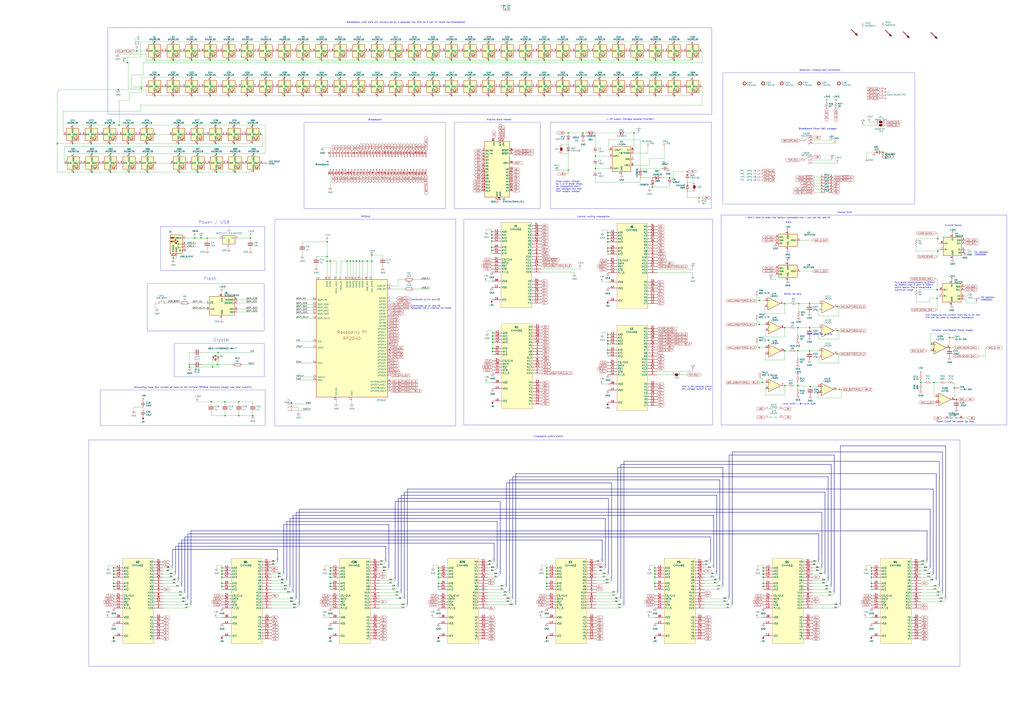
<source format=kicad_sch>
(kicad_sch (version 20230121) (generator eeschema)
  (paper "A1")
  (lib_symbols
    (symbol "+9V_1" (power) (pin_names (offset 0))
      (property "Value" "+9V_1" (at 0 3.556 0))
      (symbol "+9V_1_1_1"
        (pin power_in line (at 0 0 90) (length 0) hide (name "+9V") (number "1"))
      )
    )
    (symbol "+9V_10" (power) (pin_names (offset 0))
      (property "Value" "+9V_10" (at 0 3.556 0))
      (symbol "+9V_10_1_1"
        (pin power_in line (at 0 0 90) (length 0) hide (name "+9V") (number "1"))
      )
    )
    (symbol "+9V_11" (power) (pin_names (offset 0))
      (property "Value" "+9V_11" (at 0 3.556 0))
      (symbol "+9V_11_1_1"
        (pin power_in line (at 0 0 90) (length 0) hide (name "+9V") (number "1"))
      )
    )
    (symbol "+9V_12" (power) (pin_names (offset 0))
      (property "Value" "+9V_12" (at 0 3.556 0))
      (symbol "+9V_12_1_1"
        (pin power_in line (at 0 0 90) (length 0) hide (name "+9V") (number "1"))
      )
    )
    (symbol "+9V_2" (power) (pin_names (offset 0))
      (property "Value" "+9V_2" (at 0 3.556 0))
      (symbol "+9V_2_1_1"
        (pin power_in line (at 0 0 90) (length 0) hide (name "+9V") (number "1"))
      )
    )
    (symbol "+9V_3" (power) (pin_names (offset 0))
      (property "Value" "+9V_3" (at 0 3.556 0))
      (symbol "+9V_3_1_1"
        (pin power_in line (at 0 0 90) (length 0) hide (name "+9V") (number "1"))
      )
    )
    (symbol "+9V_4" (power) (pin_names (offset 0))
      (property "Value" "+9V_4" (at 0 3.556 0))
      (symbol "+9V_4_1_1"
        (pin power_in line (at 0 0 90) (length 0) hide (name "+9V") (number "1"))
      )
    )
    (symbol "+9V_5" (power) (pin_names (offset 0))
      (property "Value" "+9V_5" (at 0 3.556 0))
      (symbol "+9V_5_1_1"
        (pin power_in line (at 0 0 90) (length 0) hide (name "+9V") (number "1"))
      )
    )
    (symbol "+9V_6" (power) (pin_names (offset 0))
      (property "Value" "+9V_6" (at 0 3.556 0))
      (symbol "+9V_6_1_1"
        (pin power_in line (at 0 0 90) (length 0) hide (name "+9V") (number "1"))
      )
    )
    (symbol "+9V_7" (power) (pin_names (offset 0))
      (property "Value" "+9V_7" (at 0 3.556 0))
      (symbol "+9V_7_1_1"
        (pin power_in line (at 0 0 90) (length 0) hide (name "+9V") (number "1"))
      )
    )
    (symbol "+9V_8" (power) (pin_names (offset 0))
      (property "Value" "+9V_8" (at 0 3.556 0))
      (symbol "+9V_8_1_1"
        (pin power_in line (at 0 0 90) (length 0) hide (name "+9V") (number "1"))
      )
    )
    (symbol "+9V_9" (power) (pin_names (offset 0))
      (property "Value" "+9V_9" (at 0 3.556 0))
      (symbol "+9V_9_1_1"
        (pin power_in line (at 0 0 90) (length 0) hide (name "+9V") (number "1"))
      )
    )
    (symbol "-9V_1" (power) (pin_names (offset 0))
      (property "Value" "-9V_1" (at 0 3.81 0))
      (symbol "-9V_1_1_1"
        (pin power_in line (at 0 0 90) (length 0) hide (name "-9V") (number "1"))
      )
    )
    (symbol "-9V_10" (power) (pin_names (offset 0))
      (property "Value" "-9V_10" (at 0 3.81 0))
      (symbol "-9V_10_1_1"
        (pin power_in line (at 0 0 90) (length 0) hide (name "-9V") (number "1"))
      )
    )
    (symbol "-9V_11" (power) (pin_names (offset 0))
      (property "Value" "-9V_11" (at 0 3.81 0))
      (symbol "-9V_11_1_1"
        (pin power_in line (at 0 0 90) (length 0) hide (name "-9V") (number "1"))
      )
    )
    (symbol "-9V_12" (power) (pin_names (offset 0))
      (property "Value" "-9V_12" (at 0 3.81 0))
      (symbol "-9V_12_1_1"
        (pin power_in line (at 0 0 90) (length 0) hide (name "-9V") (number "1"))
      )
    )
    (symbol "-9V_2" (power) (pin_names (offset 0))
      (property "Value" "-9V_2" (at 0 3.81 0))
      (symbol "-9V_2_1_1"
        (pin power_in line (at 0 0 90) (length 0) hide (name "-9V") (number "1"))
      )
    )
    (symbol "-9V_3" (power) (pin_names (offset 0))
      (property "Value" "-9V_3" (at 0 3.81 0))
      (symbol "-9V_3_1_1"
        (pin power_in line (at 0 0 90) (length 0) hide (name "-9V") (number "1"))
      )
    )
    (symbol "-9V_4" (power) (pin_names (offset 0))
      (property "Value" "-9V_4" (at 0 3.81 0))
      (symbol "-9V_4_1_1"
        (pin power_in line (at 0 0 90) (length 0) hide (name "-9V") (number "1"))
      )
    )
    (symbol "-9V_5" (power) (pin_names (offset 0))
      (property "Value" "-9V_5" (at 0 3.81 0))
      (symbol "-9V_5_1_1"
        (pin power_in line (at 0 0 90) (length 0) hide (name "-9V") (number "1"))
      )
    )
    (symbol "-9V_6" (power) (pin_names (offset 0))
      (property "Value" "-9V_6" (at 0 3.81 0))
      (symbol "-9V_6_1_1"
        (pin power_in line (at 0 0 90) (length 0) hide (name "-9V") (number "1"))
      )
    )
    (symbol "-9V_7" (power) (pin_names (offset 0))
      (property "Value" "-9V_7" (at 0 3.81 0))
      (symbol "-9V_7_1_1"
        (pin power_in line (at 0 0 90) (length 0) hide (name "-9V") (number "1"))
      )
    )
    (symbol "-9V_8" (power) (pin_names (offset 0))
      (property "Value" "-9V_8" (at 0 3.81 0))
      (symbol "-9V_8_1_1"
        (pin power_in line (at 0 0 90) (length 0) hide (name "-9V") (number "1"))
      )
    )
    (symbol "-9V_9" (power) (pin_names (offset 0))
      (property "Value" "-9V_9" (at 0 3.81 0))
      (symbol "-9V_9_1_1"
        (pin power_in line (at 0 0 90) (length 0) hide (name "-9V") (number "1"))
      )
    )
    (symbol "Amplifier_Operational:L272D" (pin_names (offset 0.127))
      (property "Reference" "U" (at 0 5.08 0))
      (property "Value" "L272D" (at 0 -5.08 0))
      (symbol "L272D_1_1"
        (pin no_connect line (at -2.54 -2.54 90) (length 2.54) hide (name "NC") (number "1"))
        (pin input line (at -7.62 2.54 0) (length 2.54) (name "+") (number "13"))
        (pin input line (at -7.62 -2.54 0) (length 2.54) (name "-") (number "14"))
        (pin no_connect line (at 0 -2.54 90) (length 2.54) hide (name "NC") (number "2"))
        (pin output line (at 7.62 0 180) (length 2.54) (name "~") (number "3"))
        (pin no_connect line (at -2.54 2.54 90) (length 2.54) hide (name "NC") (number "7"))
        (pin no_connect line (at 0 2.54 90) (length 2.54) hide (name "NC") (number "8"))
      )
      (symbol "L272D_2_1"
        (pin no_connect line (at 0 -2.54 270) (length 2.54) hide (name "NC") (number "10"))
        (pin input line (at -7.62 -2.54 0) (length 2.54) (name "-") (number "11"))
        (pin input line (at -7.62 2.54 0) (length 2.54) (name "+") (number "12"))
        (pin no_connect line (at -2.54 2.54 270) (length 2.54) hide (name "NC") (number "15"))
        (pin no_connect line (at 0 2.54 270) (length 2.54) hide (name "NC") (number "16"))
        (pin output line (at 7.62 0 180) (length 2.54) (name "~") (number "5"))
        (pin no_connect line (at -2.54 -2.54 270) (length 2.54) hide (name "NC") (number "9"))
      )
      (symbol "L272D_3_1"
        (pin power_in line (at -2.54 7.62 270) (length 3.81) (name "V+") (number "4"))
        (pin power_in line (at -2.54 -7.62 90) (length 3.81) (name "V-") (number "6"))
      )
    )
    (symbol "Amplifier_Operational:LM324" (pin_names (offset 0.127))
      (property "Reference" "U" (at 0 5.08 0))
      (property "Value" "LM324" (at 0 -5.08 0))
      (symbol "LM324_1_1"
        (pin output line (at 7.62 0 180) (length 2.54) (name "~") (number "1"))
        (pin input line (at -7.62 -2.54 0) (length 2.54) (name "-") (number "2"))
        (pin input line (at -7.62 2.54 0) (length 2.54) (name "+") (number "3"))
      )
      (symbol "LM324_2_1"
        (pin input line (at -7.62 2.54 0) (length 2.54) (name "+") (number "5"))
        (pin input line (at -7.62 -2.54 0) (length 2.54) (name "-") (number "6"))
        (pin output line (at 7.62 0 180) (length 2.54) (name "~") (number "7"))
      )
      (symbol "LM324_3_1"
        (pin input line (at -7.62 2.54 0) (length 2.54) (name "+") (number "10"))
        (pin output line (at 7.62 0 180) (length 2.54) (name "~") (number "8"))
        (pin input line (at -7.62 -2.54 0) (length 2.54) (name "-") (number "9"))
      )
      (symbol "LM324_4_1"
        (pin input line (at -7.62 2.54 0) (length 2.54) (name "+") (number "12"))
        (pin input line (at -7.62 -2.54 0) (length 2.54) (name "-") (number "13"))
        (pin output line (at 7.62 0 180) (length 2.54) (name "~") (number "14"))
      )
      (symbol "LM324_5_1"
        (pin power_in line (at -2.54 -7.62 90) (length 3.81) (name "V-") (number "11"))
        (pin power_in line (at -2.54 7.62 270) (length 3.81) (name "V+") (number "4"))
      )
    )
    (symbol "Analog_DAC:MCP4725xxx-xCH"
      (property "Reference" "U" (at -6.35 6.35 0))
      (property "Value" "MCP4725xxx-xCH" (at 8.89 6.35 0))
      (symbol "MCP4725xxx-xCH_1_1"
        (pin output line (at 10.16 0 180) (length 2.54) (name "VOUT") (number "1"))
        (pin power_in line (at 0 -7.62 90) (length 2.54) (name "VSS") (number "2"))
        (pin power_in line (at 0 7.62 270) (length 2.54) (name "VDD") (number "3"))
        (pin bidirectional line (at -10.16 0 0) (length 2.54) (name "SDA") (number "4"))
        (pin input line (at -10.16 2.54 0) (length 2.54) (name "SCL") (number "5"))
        (pin input line (at -10.16 -2.54 0) (length 2.54) (name "A0") (number "6"))
      )
    )
    (symbol "Connector:Breadboard" (pin_names (offset 1.016) hide)
      (property "Reference" "J" (at 0 43.18 0))
      (property "Value" "Connector_Breadboard" (at 0 -43.18 0))
      (symbol "Breadboard_1_1"
        (pin passive line (at 5.08 40.64 180) (length 3.81) (name "Pin_0") (number "0"))
        (pin passive line (at 5.08 38.1 180) (length 3.81) (name "Pin_1") (number "1"))
        (pin passive line (at 5.08 15.24 180) (length 3.81) (name "Pin_10") (number "10"))
        (pin passive line (at 5.08 12.7 180) (length 3.81) (name "Pin_11") (number "11"))
        (pin passive line (at 5.08 10.16 180) (length 3.81) (name "Pin_12") (number "12"))
        (pin passive line (at 5.08 7.62 180) (length 3.81) (name "Pin_13") (number "13"))
        (pin passive line (at 5.08 5.08 180) (length 3.81) (name "Pin_14") (number "14"))
        (pin passive line (at 5.08 2.54 180) (length 3.81) (name "Pin_15") (number "15"))
        (pin passive line (at 5.08 0 180) (length 3.81) (name "Pin_16") (number "16"))
        (pin passive line (at 5.08 -2.54 180) (length 3.81) (name "Pin_17") (number "17"))
        (pin passive line (at 5.08 -5.08 180) (length 3.81) (name "Pin_18") (number "18"))
        (pin passive line (at 5.08 -7.62 180) (length 3.81) (name "Pin_19") (number "19"))
        (pin passive line (at 5.08 35.56 180) (length 3.81) (name "Pin_2") (number "2"))
        (pin passive line (at 5.08 -10.16 180) (length 3.81) (name "Pin_20") (number "20"))
        (pin passive line (at 5.08 -12.7 180) (length 3.81) (name "Pin_21") (number "21"))
        (pin passive line (at 5.08 -15.24 180) (length 3.81) (name "Pin_22") (number "22"))
        (pin passive line (at 5.08 -17.78 180) (length 3.81) (name "Pin_23") (number "23"))
        (pin passive line (at 5.08 -20.32 180) (length 3.81) (name "Pin_24") (number "24"))
        (pin passive line (at 5.08 -22.86 180) (length 3.81) (name "Pin_25") (number "25"))
        (pin passive line (at 5.08 -25.4 180) (length 3.81) (name "Pin_26") (number "26"))
        (pin passive line (at 5.08 -27.94 180) (length 3.81) (name "Pin_27") (number "27"))
        (pin passive line (at 5.08 -30.48 180) (length 3.81) (name "Pin_28") (number "28"))
        (pin passive line (at 5.08 -33.02 180) (length 3.81) (name "Pin_29") (number "29"))
        (pin passive line (at 5.08 33.02 180) (length 3.81) (name "Pin_3") (number "3"))
        (pin passive line (at 5.08 -35.56 180) (length 3.81) (name "Pin_30") (number "30"))
        (pin passive line (at 5.08 -38.1 180) (length 3.81) (name "Pin_31") (number "31"))
        (pin passive line (at -15.24 40.64 0) (length 3.81) (name "Pin_0") (number "32"))
        (pin passive line (at -15.24 38.1 0) (length 3.81) (name "Pin_1") (number "33"))
        (pin passive line (at -15.24 35.56 0) (length 3.81) (name "Pin_2") (number "34"))
        (pin passive line (at -15.24 33.02 0) (length 3.81) (name "Pin_3") (number "35"))
        (pin passive line (at -15.24 30.48 0) (length 3.81) (name "Pin_4") (number "36"))
        (pin passive line (at -15.24 27.94 0) (length 3.81) (name "Pin_5") (number "37"))
        (pin passive line (at -15.24 25.4 0) (length 3.81) (name "Pin_6") (number "38"))
        (pin passive line (at -15.24 22.86 0) (length 3.81) (name "Pin_7") (number "39"))
        (pin passive line (at 5.08 30.48 180) (length 3.81) (name "Pin_4") (number "4"))
        (pin passive line (at -15.24 20.32 0) (length 3.81) (name "Pin_8") (number "40"))
        (pin passive line (at -15.24 17.78 0) (length 3.81) (name "Pin_9") (number "41"))
        (pin passive line (at -15.24 15.24 0) (length 3.81) (name "Pin_10") (number "42"))
        (pin passive line (at -15.24 12.7 0) (length 3.81) (name "Pin_11") (number "43"))
        (pin passive line (at -15.24 10.16 0) (length 3.81) (name "Pin_12") (number "44"))
        (pin passive line (at -15.24 7.62 0) (length 3.81) (name "Pin_13") (number "45"))
        (pin passive line (at -15.24 5.08 0) (length 3.81) (name "Pin_14") (number "46"))
        (pin passive line (at -15.24 2.54 0) (length 3.81) (name "Pin_15") (number "47"))
        (pin passive line (at -15.24 0 0) (length 3.81) (name "Pin_16") (number "48"))
        (pin passive line (at -15.24 -2.54 0) (length 3.81) (name "Pin_17") (number "49"))
        (pin passive line (at 5.08 27.94 180) (length 3.81) (name "Pin_5") (number "5"))
        (pin passive line (at -15.24 -5.08 0) (length 3.81) (name "Pin_18") (number "50"))
        (pin passive line (at -15.24 -7.62 0) (length 3.81) (name "Pin_19") (number "51"))
        (pin passive line (at -15.24 -10.16 0) (length 3.81) (name "Pin_20") (number "52"))
        (pin passive line (at -15.24 -12.7 0) (length 3.81) (name "Pin_21") (number "53"))
        (pin passive line (at -15.24 -15.24 0) (length 3.81) (name "Pin_22") (number "54"))
        (pin passive line (at -15.24 -17.78 0) (length 3.81) (name "Pin_23") (number "55"))
        (pin passive line (at -15.24 -20.32 0) (length 3.81) (name "Pin_24") (number "56"))
        (pin passive line (at -15.24 -22.86 0) (length 3.81) (name "Pin_25") (number "57"))
        (pin passive line (at -15.24 -25.4 0) (length 3.81) (name "Pin_26") (number "58"))
        (pin passive line (at -15.24 -27.94 0) (length 3.81) (name "Pin_27") (number "59"))
        (pin passive line (at 5.08 25.4 180) (length 3.81) (name "Pin_6") (number "6"))
        (pin passive line (at -15.24 -30.48 0) (length 3.81) (name "Pin_28") (number "60"))
        (pin passive line (at -15.24 -33.02 0) (length 3.81) (name "Pin_29") (number "61"))
        (pin passive line (at -15.24 -35.56 0) (length 3.81) (name "Pin_30") (number "62"))
        (pin passive line (at -15.24 -38.1 0) (length 3.81) (name "Pin_31") (number "63"))
        (pin passive line (at 5.08 22.86 180) (length 3.81) (name "Pin_7") (number "7"))
        (pin passive line (at 5.08 20.32 180) (length 3.81) (name "Pin_8") (number "8"))
        (pin passive line (at 5.08 17.78 180) (length 3.81) (name "Pin_9") (number "9"))
      )
    )
    (symbol "Connector:Conn_01x01_Pin" (pin_names (offset 1.016) hide)
      (property "Reference" "J" (at 0 2.54 0))
      (property "Value" "Conn_01x01_Pin" (at 0 -2.54 0))
      (symbol "Conn_01x01_Pin_1_1"
        (pin passive line (at 5.08 0 180) (length 3.81) (name "Pin_1") (number "1"))
      )
    )
    (symbol "Connector:Conn_01x03_Socket" (pin_names (offset 1.016) hide)
      (property "Reference" "J" (at 0 5.08 0))
      (property "Value" "Conn_01x03_Socket" (at 0 -5.08 0))
      (symbol "Conn_01x03_Socket_1_1"
        (pin passive line (at -5.08 2.54 0) (length 3.81) (name "Pin_1") (number "1"))
        (pin passive line (at -5.08 0 0) (length 3.81) (name "Pin_2") (number "2"))
        (pin passive line (at -5.08 -2.54 0) (length 3.81) (name "Pin_3") (number "3"))
      )
    )
    (symbol "Connector:Conn_01x04_Pin" (pin_names (offset 1.016) hide)
      (property "Reference" "J" (at 0 5.08 0))
      (property "Value" "Conn_01x04_Pin" (at 0 -7.62 0))
      (symbol "Conn_01x04_Pin_1_1"
        (pin passive line (at 5.08 2.54 180) (length 3.81) (name "Pin_1") (number "1"))
        (pin passive line (at 5.08 0 180) (length 3.81) (name "Pin_2") (number "2"))
        (pin passive line (at 5.08 -2.54 180) (length 3.81) (name "Pin_3") (number "3"))
        (pin passive line (at 5.08 -5.08 180) (length 3.81) (name "Pin_4") (number "4"))
      )
    )
    (symbol "Connector:TestPoint" (pin_numbers hide) (pin_names (offset 0.762) hide)
      (property "Reference" "TP" (at 0 6.858 0))
      (property "Value" "TestPoint" (at 0 5.08 0))
      (symbol "TestPoint_1_1"
        (pin passive line (at 0 0 90) (length 2.54) (name "1") (number "1"))
      )
    )
    (symbol "Connector:USB_B_Micro" (pin_names (offset 1.016))
      (property "Reference" "J" (at -5.08 11.43 0))
      (property "Value" "USB_B_Micro" (at -5.08 8.89 0))
      (symbol "USB_B_Micro_1_1"
        (pin power_out line (at 7.62 5.08 180) (length 2.54) (name "VBUS") (number "1"))
        (pin bidirectional line (at 7.62 -2.54 180) (length 2.54) (name "D-") (number "2"))
        (pin bidirectional line (at 7.62 0 180) (length 2.54) (name "D+") (number "3"))
        (pin passive line (at 7.62 -5.08 180) (length 2.54) (name "ID") (number "4"))
        (pin power_out line (at 0 -10.16 90) (length 2.54) (name "GND") (number "5"))
        (pin passive line (at -2.54 -10.16 90) (length 2.54) (name "Shield") (number "6"))
      )
    )
    (symbol "Connector_Generic:Conn_01x02" (pin_names (offset 1.016) hide)
      (property "Reference" "J" (at 0 2.54 0))
      (property "Value" "Conn_01x02" (at 0 -5.08 0))
      (symbol "Conn_01x02_1_1"
        (pin passive line (at -5.08 0 0) (length 3.81) (name "Pin_1") (number "1"))
        (pin passive line (at -5.08 -2.54 0) (length 3.81) (name "Pin_2") (number "2"))
      )
    )
    (symbol "Device:C" (pin_numbers hide) (pin_names (offset 0.254))
      (property "Reference" "C" (at 0.635 2.54 0))
      (property "Value" "C" (at 0.635 -2.54 0))
      (symbol "C_1_1"
        (pin passive line (at 0 3.81 270) (length 2.794) (name "~") (number "1"))
        (pin passive line (at 0 -3.81 90) (length 2.794) (name "~") (number "2"))
      )
    )
    (symbol "Device:CP1_Small" (pin_numbers hide) (pin_names (offset 0.254) hide)
      (property "Reference" "C" (at 0.254 1.778 0))
      (property "Value" "Device_CP1_Small" (at 0.254 -2.032 0))
      (symbol "CP1_Small_1_1"
        (pin passive line (at 0 2.54 270) (length 2.032) (name "~") (number "1"))
        (pin passive line (at 0 -2.54 90) (length 2.032) (name "~") (number "2"))
      )
    )
    (symbol "Device:C_Small" (pin_numbers hide) (pin_names (offset 0.254) hide)
      (property "Reference" "C" (at 0.254 1.778 0))
      (property "Value" "Device_C_Small" (at 0.254 -2.032 0))
      (symbol "C_Small_1_1"
        (pin passive line (at 0 2.54 270) (length 2.032) (name "~") (number "1"))
        (pin passive line (at 0 -2.54 90) (length 2.032) (name "~") (number "2"))
      )
    )
    (symbol "Device:Crystal_GND24_Small" (pin_names (offset 1.016) hide)
      (property "Reference" "Y" (at 1.27 4.445 0))
      (property "Value" "Crystal_GND24_Small" (at 1.27 2.54 0))
      (symbol "Crystal_GND24_Small_1_1"
        (pin passive line (at -2.54 0 0) (length 1.27) (name "1") (number "1"))
        (pin passive line (at 0 -2.54 90) (length 0.635) (name "2") (number "2"))
        (pin passive line (at 2.54 0 180) (length 1.27) (name "3") (number "3"))
        (pin passive line (at 0 2.54 270) (length 0.635) (name "4") (number "4"))
      )
    )
    (symbol "Device:LED" (pin_numbers hide) (pin_names (offset 1.016) hide)
      (property "Reference" "D" (at 0 2.54 0))
      (property "Value" "LED" (at 0 -2.54 0))
      (symbol "LED_1_1"
        (pin passive line (at -3.81 0 0) (length 2.54) (name "K") (number "1"))
        (pin passive line (at 3.81 0 180) (length 2.54) (name "A") (number "2"))
      )
    )
    (symbol "Device:Polyfuse_Small" (pin_numbers hide) (pin_names (offset 0))
      (property "Reference" "F" (at -1.905 0 90))
      (property "Value" "Polyfuse_Small" (at 1.905 0 90))
      (symbol "Polyfuse_Small_1_1"
        (pin passive line (at 0 2.54 270) (length 0.635) (name "~") (number "1"))
        (pin passive line (at 0 -2.54 90) (length 0.635) (name "~") (number "2"))
      )
    )
    (symbol "Device:R" (pin_numbers hide) (pin_names (offset 0))
      (property "Reference" "R" (at 2.032 0 90))
      (property "Value" "R" (at 0 0 90))
      (symbol "R_1_1"
        (pin passive line (at 0 3.81 270) (length 1.27) (name "~") (number "1"))
        (pin passive line (at 0 -3.81 90) (length 1.27) (name "~") (number "2"))
      )
    )
    (symbol "Device:R_Small_US" (pin_numbers hide) (pin_names (offset 0.254) hide)
      (property "Reference" "R" (at 0.762 0.508 0))
      (property "Value" "Device_R_Small_US" (at 0.762 -1.016 0))
      (symbol "R_Small_US_1_1"
        (pin passive line (at 0 2.54 270) (length 1.016) (name "~") (number "1"))
        (pin passive line (at 0 -2.54 90) (length 1.016) (name "~") (number "2"))
      )
    )
    (symbol "Diode:1N4148W" (pin_numbers hide) (pin_names hide)
      (property "Reference" "D" (at 0 2.54 0))
      (property "Value" "1N4148W" (at 0 -2.54 0))
      (symbol "1N4148W_1_1"
        (pin passive line (at -3.81 0 0) (length 2.54) (name "K") (number "1"))
        (pin passive line (at 3.81 0 180) (length 2.54) (name "A") (number "2"))
      )
    )
    (symbol "Diode:1N5819" (pin_numbers hide) (pin_names (offset 1.016) hide)
      (property "Reference" "D" (at 0 2.54 0))
      (property "Value" "1N5819" (at 0 -2.54 0))
      (symbol "1N5819_1_1"
        (pin passive line (at -3.81 0 0) (length 2.54) (name "K") (number "1"))
        (pin passive line (at 3.81 0 180) (length 2.54) (name "A") (number "2"))
      )
    )
    (symbol "GND_10" (power) (pin_names (offset 0))
      (property "Value" "GND_10" (at 0 -3.81 0))
      (symbol "GND_10_1_1"
        (pin power_in line (at 0 0 270) (length 0) hide (name "GND") (number "1"))
      )
    )
    (symbol "GND_11" (power) (pin_names (offset 0))
      (property "Value" "GND_11" (at 0 -3.81 0))
      (symbol "GND_11_1_1"
        (pin power_in line (at 0 0 270) (length 0) hide (name "GND") (number "1"))
      )
    )
    (symbol "GND_12" (power) (pin_names (offset 0))
      (property "Value" "GND_12" (at 0 -3.81 0))
      (symbol "GND_12_1_1"
        (pin power_in line (at 0 0 270) (length 0) hide (name "GND") (number "1"))
      )
    )
    (symbol "GND_13" (power) (pin_names (offset 0))
      (property "Value" "GND_13" (at 0 -3.81 0))
      (symbol "GND_13_1_1"
        (pin power_in line (at 0 0 270) (length 0) hide (name "GND") (number "1"))
      )
    )
    (symbol "GND_14" (power) (pin_names (offset 0))
      (property "Value" "GND_14" (at 0 -3.81 0))
      (symbol "GND_14_1_1"
        (pin power_in line (at 0 0 270) (length 0) hide (name "GND") (number "1"))
      )
    )
    (symbol "GND_15" (power) (pin_names (offset 0))
      (property "Value" "GND_15" (at 0 -3.81 0))
      (symbol "GND_15_1_1"
        (pin power_in line (at 0 0 270) (length 0) hide (name "GND") (number "1"))
      )
    )
    (symbol "GND_16" (power) (pin_names (offset 0))
      (property "Value" "GND_16" (at 0 -3.81 0))
      (symbol "GND_16_1_1"
        (pin power_in line (at 0 0 270) (length 0) hide (name "GND") (number "1"))
      )
    )
    (symbol "GND_17" (power) (pin_names (offset 0))
      (property "Value" "GND_17" (at 0 -3.81 0))
      (symbol "GND_17_1_1"
        (pin power_in line (at 0 0 270) (length 0) hide (name "GND") (number "1"))
      )
    )
    (symbol "GND_18" (power) (pin_names (offset 0))
      (property "Value" "GND_18" (at 0 -3.81 0))
      (symbol "GND_18_1_1"
        (pin power_in line (at 0 0 270) (length 0) hide (name "GND") (number "1"))
      )
    )
    (symbol "GND_19" (power) (pin_names (offset 0))
      (property "Value" "GND_19" (at 0 -3.81 0))
      (symbol "GND_19_1_1"
        (pin power_in line (at 0 0 270) (length 0) hide (name "GND") (number "1"))
      )
    )
    (symbol "GND_20" (power) (pin_names (offset 0))
      (property "Value" "GND_20" (at 0 -3.81 0))
      (symbol "GND_20_1_1"
        (pin power_in line (at 0 0 270) (length 0) hide (name "GND") (number "1"))
      )
    )
    (symbol "GND_21" (power) (pin_names (offset 0))
      (property "Value" "GND_21" (at 0 -3.81 0))
      (symbol "GND_21_1_1"
        (pin power_in line (at 0 0 270) (length 0) hide (name "GND") (number "1"))
      )
    )
    (symbol "GND_22" (power) (pin_names (offset 0))
      (property "Value" "GND_22" (at 0 -3.81 0))
      (symbol "GND_22_1_1"
        (pin power_in line (at 0 0 270) (length 0) hide (name "GND") (number "1"))
      )
    )
    (symbol "GND_23" (power) (pin_names (offset 0))
      (property "Value" "GND_23" (at 0 -3.81 0))
      (symbol "GND_23_1_1"
        (pin power_in line (at 0 0 270) (length 0) hide (name "GND") (number "1"))
      )
    )
    (symbol "GND_24" (power) (pin_names (offset 0))
      (property "Value" "GND_24" (at 0 -3.81 0))
      (symbol "GND_24_1_1"
        (pin power_in line (at 0 0 270) (length 0) hide (name "GND") (number "1"))
      )
    )
    (symbol "GND_25" (power) (pin_names (offset 0))
      (property "Value" "GND_25" (at 0 -3.81 0))
      (symbol "GND_25_1_1"
        (pin power_in line (at 0 0 270) (length 0) hide (name "GND") (number "1"))
      )
    )
    (symbol "GND_26" (power) (pin_names (offset 0))
      (property "Value" "GND_26" (at 0 -3.81 0))
      (symbol "GND_26_1_1"
        (pin power_in line (at 0 0 270) (length 0) hide (name "GND") (number "1"))
      )
    )
    (symbol "GND_27" (power) (pin_names (offset 0))
      (property "Value" "GND_27" (at 0 -3.81 0))
      (symbol "GND_27_1_1"
        (pin power_in line (at 0 0 270) (length 0) hide (name "GND") (number "1"))
      )
    )
    (symbol "GND_28" (power) (pin_names (offset 0))
      (property "Value" "GND_28" (at 0 -3.81 0))
      (symbol "GND_28_1_1"
        (pin power_in line (at 0 0 270) (length 0) hide (name "GND") (number "1"))
      )
    )
    (symbol "GND_29" (power) (pin_names (offset 0))
      (property "Value" "GND_29" (at 0 -3.81 0))
      (symbol "GND_29_1_1"
        (pin power_in line (at 0 0 270) (length 0) hide (name "GND") (number "1"))
      )
    )
    (symbol "GND_3" (power) (pin_names (offset 0))
      (property "Value" "GND_3" (at 0 -3.81 0))
      (symbol "GND_3_1_1"
        (pin power_in line (at 0 0 270) (length 0) hide (name "GND") (number "1"))
      )
    )
    (symbol "GND_30" (power) (pin_names (offset 0))
      (property "Value" "GND_30" (at 0 -3.81 0))
      (symbol "GND_30_1_1"
        (pin power_in line (at 0 0 270) (length 0) hide (name "GND") (number "1"))
      )
    )
    (symbol "GND_31" (power) (pin_names (offset 0))
      (property "Value" "GND_31" (at 0 -3.81 0))
      (symbol "GND_31_1_1"
        (pin power_in line (at 0 0 270) (length 0) hide (name "GND") (number "1"))
      )
    )
    (symbol "GND_32" (power) (pin_names (offset 0))
      (property "Value" "GND_32" (at 0 -3.81 0))
      (symbol "GND_32_1_1"
        (pin power_in line (at 0 0 270) (length 0) hide (name "GND") (number "1"))
      )
    )
    (symbol "GND_33" (power) (pin_names (offset 0))
      (property "Value" "GND_33" (at 0 -3.81 0))
      (symbol "GND_33_1_1"
        (pin power_in line (at 0 0 270) (length 0) hide (name "GND") (number "1"))
      )
    )
    (symbol "GND_34" (power) (pin_names (offset 0))
      (property "Value" "GND_34" (at 0 -3.81 0))
      (symbol "GND_34_1_1"
        (pin power_in line (at 0 0 270) (length 0) hide (name "GND") (number "1"))
      )
    )
    (symbol "GND_35" (power) (pin_names (offset 0))
      (property "Value" "GND_35" (at 0 -3.81 0))
      (symbol "GND_35_1_1"
        (pin power_in line (at 0 0 270) (length 0) hide (name "GND") (number "1"))
      )
    )
    (symbol "GND_36" (power) (pin_names (offset 0))
      (property "Value" "GND_36" (at 0 -3.81 0))
      (symbol "GND_36_1_1"
        (pin power_in line (at 0 0 270) (length 0) hide (name "GND") (number "1"))
      )
    )
    (symbol "GND_37" (power) (pin_names (offset 0))
      (property "Value" "GND_37" (at 0 -3.81 0))
      (symbol "GND_37_1_1"
        (pin power_in line (at 0 0 270) (length 0) hide (name "GND") (number "1"))
      )
    )
    (symbol "GND_38" (power) (pin_names (offset 0))
      (property "Value" "GND_38" (at 0 -3.81 0))
      (symbol "GND_38_1_1"
        (pin power_in line (at 0 0 270) (length 0) hide (name "GND") (number "1"))
      )
    )
    (symbol "GND_39" (power) (pin_names (offset 0))
      (property "Value" "GND_39" (at 0 -3.81 0))
      (symbol "GND_39_1_1"
        (pin power_in line (at 0 0 270) (length 0) hide (name "GND") (number "1"))
      )
    )
    (symbol "GND_4" (power) (pin_names (offset 0))
      (property "Value" "GND_4" (at 0 -3.81 0))
      (symbol "GND_4_1_1"
        (pin power_in line (at 0 0 270) (length 0) hide (name "GND") (number "1"))
      )
    )
    (symbol "GND_40" (power) (pin_names (offset 0))
      (property "Value" "GND_40" (at 0 -3.81 0))
      (symbol "GND_40_1_1"
        (pin power_in line (at 0 0 270) (length 0) hide (name "GND") (number "1"))
      )
    )
    (symbol "GND_41" (power) (pin_names (offset 0))
      (property "Value" "GND_41" (at 0 -3.81 0))
      (symbol "GND_41_1_1"
        (pin power_in line (at 0 0 270) (length 0) hide (name "GND") (number "1"))
      )
    )
    (symbol "GND_42" (power) (pin_names (offset 0))
      (property "Value" "GND_42" (at 0 -3.81 0))
      (symbol "GND_42_1_1"
        (pin power_in line (at 0 0 270) (length 0) hide (name "GND") (number "1"))
      )
    )
    (symbol "GND_43" (power) (pin_names (offset 0))
      (property "Value" "GND_43" (at 0 -3.81 0))
      (symbol "GND_43_1_1"
        (pin power_in line (at 0 0 270) (length 0) hide (name "GND") (number "1"))
      )
    )
    (symbol "GND_44" (power) (pin_names (offset 0))
      (property "Value" "GND_44" (at 0 -3.81 0))
      (symbol "GND_44_1_1"
        (pin power_in line (at 0 0 270) (length 0) hide (name "GND") (number "1"))
      )
    )
    (symbol "GND_45" (power) (pin_names (offset 0))
      (property "Value" "GND_45" (at 0 -3.81 0))
      (symbol "GND_45_1_1"
        (pin power_in line (at 0 0 270) (length 0) hide (name "GND") (number "1"))
      )
    )
    (symbol "GND_46" (power) (pin_names (offset 0))
      (property "Value" "GND_46" (at 0 -3.81 0))
      (symbol "GND_46_1_1"
        (pin power_in line (at 0 0 270) (length 0) hide (name "GND") (number "1"))
      )
    )
    (symbol "GND_47" (power) (pin_names (offset 0))
      (property "Value" "GND_47" (at 0 -3.81 0))
      (symbol "GND_47_1_1"
        (pin power_in line (at 0 0 270) (length 0) hide (name "GND") (number "1"))
      )
    )
    (symbol "GND_48" (power) (pin_names (offset 0))
      (property "Value" "GND_48" (at 0 -3.81 0))
      (symbol "GND_48_1_1"
        (pin power_in line (at 0 0 270) (length 0) hide (name "GND") (number "1"))
      )
    )
    (symbol "GND_5" (power) (pin_names (offset 0))
      (property "Value" "GND_5" (at 0 -3.81 0))
      (symbol "GND_5_1_1"
        (pin power_in line (at 0 0 270) (length 0) hide (name "GND") (number "1"))
      )
    )
    (symbol "GND_50" (power) (pin_names (offset 0))
      (property "Value" "GND_50" (at 0 -3.81 0))
      (symbol "GND_50_1_1"
        (pin power_in line (at 0 0 270) (length 0) hide (name "GND") (number "1"))
      )
    )
    (symbol "GND_51" (power) (pin_names (offset 0))
      (property "Value" "GND_51" (at 0 -3.81 0))
      (symbol "GND_51_1_1"
        (pin power_in line (at 0 0 270) (length 0) hide (name "GND") (number "1"))
      )
    )
    (symbol "GND_52" (power) (pin_names (offset 0))
      (property "Value" "GND_52" (at 0 -3.81 0))
      (symbol "GND_52_1_1"
        (pin power_in line (at 0 0 270) (length 0) hide (name "GND") (number "1"))
      )
    )
    (symbol "GND_53" (power) (pin_names (offset 0))
      (property "Value" "GND_53" (at 0 -3.81 0))
      (symbol "GND_53_1_1"
        (pin power_in line (at 0 0 270) (length 0) hide (name "GND") (number "1"))
      )
    )
    (symbol "GND_54" (power) (pin_names (offset 0))
      (property "Value" "GND_54" (at 0 -3.81 0))
      (symbol "GND_54_1_1"
        (pin power_in line (at 0 0 270) (length 0) hide (name "GND") (number "1"))
      )
    )
    (symbol "GND_55" (power) (pin_names (offset 0))
      (property "Value" "GND_55" (at 0 -3.81 0))
      (symbol "GND_55_1_1"
        (pin power_in line (at 0 0 270) (length 0) hide (name "GND") (number "1"))
      )
    )
    (symbol "GND_56" (power) (pin_names (offset 0))
      (property "Value" "GND_56" (at 0 -3.81 0))
      (symbol "GND_56_1_1"
        (pin power_in line (at 0 0 270) (length 0) hide (name "GND") (number "1"))
      )
    )
    (symbol "GND_57" (power) (pin_names (offset 0))
      (property "Value" "GND_57" (at 0 -3.81 0))
      (symbol "GND_57_1_1"
        (pin power_in line (at 0 0 270) (length 0) hide (name "GND") (number "1"))
      )
    )
    (symbol "GND_58" (power) (pin_names (offset 0))
      (property "Value" "GND_58" (at 0 -3.81 0))
      (symbol "GND_58_1_1"
        (pin power_in line (at 0 0 270) (length 0) hide (name "GND") (number "1"))
      )
    )
    (symbol "GND_59" (power) (pin_names (offset 0))
      (property "Value" "GND_59" (at 0 -3.81 0))
      (symbol "GND_59_1_1"
        (pin power_in line (at 0 0 270) (length 0) hide (name "GND") (number "1"))
      )
    )
    (symbol "GND_6" (power) (pin_names (offset 0))
      (property "Value" "GND_6" (at 0 -3.81 0))
      (symbol "GND_6_1_1"
        (pin power_in line (at 0 0 270) (length 0) hide (name "GND") (number "1"))
      )
    )
    (symbol "GND_60" (power) (pin_names (offset 0))
      (property "Value" "GND_60" (at 0 -3.81 0))
      (symbol "GND_60_1_1"
        (pin power_in line (at 0 0 270) (length 0) hide (name "GND") (number "1"))
      )
    )
    (symbol "GND_61" (power) (pin_names (offset 0))
      (property "Value" "GND_61" (at 0 -3.81 0))
      (symbol "GND_61_1_1"
        (pin power_in line (at 0 0 270) (length 0) hide (name "GND") (number "1"))
      )
    )
    (symbol "GND_62" (power) (pin_names (offset 0))
      (property "Value" "GND_62" (at 0 -3.81 0))
      (symbol "GND_62_1_1"
        (pin power_in line (at 0 0 270) (length 0) hide (name "GND") (number "1"))
      )
    )
    (symbol "GND_63" (power) (pin_names (offset 0))
      (property "Value" "GND_63" (at 0 -3.81 0))
      (symbol "GND_63_1_1"
        (pin power_in line (at 0 0 270) (length 0) hide (name "GND") (number "1"))
      )
    )
    (symbol "GND_64" (power) (pin_names (offset 0))
      (property "Value" "GND_64" (at 0 -3.81 0))
      (symbol "GND_64_1_1"
        (pin power_in line (at 0 0 270) (length 0) hide (name "GND") (number "1"))
      )
    )
    (symbol "GND_65" (power) (pin_names (offset 0))
      (property "Value" "GND_65" (at 0 -3.81 0))
      (symbol "GND_65_1_1"
        (pin power_in line (at 0 0 270) (length 0) hide (name "GND") (number "1"))
      )
    )
    (symbol "GND_66" (power) (pin_names (offset 0))
      (property "Value" "GND_66" (at 0 -3.81 0))
      (symbol "GND_66_1_1"
        (pin power_in line (at 0 0 270) (length 0) hide (name "GND") (number "1"))
      )
    )
    (symbol "GND_67" (power) (pin_names (offset 0))
      (property "Value" "GND_67" (at 0 -3.81 0))
      (symbol "GND_67_1_1"
        (pin power_in line (at 0 0 270) (length 0) hide (name "GND") (number "1"))
      )
    )
    (symbol "GND_68" (power) (pin_names (offset 0))
      (property "Value" "GND_68" (at 0 -3.81 0))
      (symbol "GND_68_1_1"
        (pin power_in line (at 0 0 270) (length 0) hide (name "GND") (number "1"))
      )
    )
    (symbol "GND_69" (power) (pin_names (offset 0))
      (property "Value" "GND_69" (at 0 -3.81 0))
      (symbol "GND_69_1_1"
        (pin power_in line (at 0 0 270) (length 0) hide (name "GND") (number "1"))
      )
    )
    (symbol "GND_7" (power) (pin_names (offset 0))
      (property "Value" "GND_7" (at 0 -3.81 0))
      (symbol "GND_7_1_1"
        (pin power_in line (at 0 0 270) (length 0) hide (name "GND") (number "1"))
      )
    )
    (symbol "GND_70" (power) (pin_names (offset 0))
      (property "Value" "GND_70" (at 0 -3.81 0))
      (symbol "GND_70_1_1"
        (pin power_in line (at 0 0 270) (length 0) hide (name "GND") (number "1"))
      )
    )
    (symbol "GND_71" (power) (pin_names (offset 0))
      (property "Value" "GND_71" (at 0 -3.81 0))
      (symbol "GND_71_1_1"
        (pin power_in line (at 0 0 270) (length 0) hide (name "GND") (number "1"))
      )
    )
    (symbol "GND_72" (power) (pin_names (offset 0))
      (property "Value" "GND_72" (at 0 -3.81 0))
      (symbol "GND_72_1_1"
        (pin power_in line (at 0 0 270) (length 0) hide (name "GND") (number "1"))
      )
    )
    (symbol "GND_73" (power) (pin_names (offset 0))
      (property "Value" "GND_73" (at 0 -3.81 0))
      (symbol "GND_73_1_1"
        (pin power_in line (at 0 0 270) (length 0) hide (name "GND") (number "1"))
      )
    )
    (symbol "GND_74" (power) (pin_names (offset 0))
      (property "Value" "GND_74" (at 0 -3.81 0))
      (symbol "GND_74_1_1"
        (pin power_in line (at 0 0 270) (length 0) hide (name "GND") (number "1"))
      )
    )
    (symbol "GND_75" (power) (pin_names (offset 0))
      (property "Value" "GND_75" (at 0 -3.81 0))
      (symbol "GND_75_1_1"
        (pin power_in line (at 0 0 270) (length 0) hide (name "GND") (number "1"))
      )
    )
    (symbol "GND_76" (power) (pin_names (offset 0))
      (property "Value" "GND_76" (at 0 -3.81 0))
      (symbol "GND_76_1_1"
        (pin power_in line (at 0 0 270) (length 0) hide (name "GND") (number "1"))
      )
    )
    (symbol "GND_77" (power) (pin_names (offset 0))
      (property "Value" "GND_77" (at 0 -3.81 0))
      (symbol "GND_77_1_1"
        (pin power_in line (at 0 0 270) (length 0) hide (name "GND") (number "1"))
      )
    )
    (symbol "GND_78" (power) (pin_names (offset 0))
      (property "Value" "GND_78" (at 0 -3.81 0))
      (symbol "GND_78_1_1"
        (pin power_in line (at 0 0 270) (length 0) hide (name "GND") (number "1"))
      )
    )
    (symbol "GND_8" (power) (pin_names (offset 0))
      (property "Value" "GND_8" (at 0 -3.81 0))
      (symbol "GND_8_1_1"
        (pin power_in line (at 0 0 270) (length 0) hide (name "GND") (number "1"))
      )
    )
    (symbol "GND_9" (power) (pin_names (offset 0))
      (property "Value" "GND_9" (at 0 -3.81 0))
      (symbol "GND_9_1_1"
        (pin power_in line (at 0 0 270) (length 0) hide (name "GND") (number "1"))
      )
    )
    (symbol "Graphic:SYM_Arrow45_Large" (in_bom no) (on_board no))
    (symbol "Jumper:Jumper_2_Bridged" (pin_names (offset 0) hide)
      (property "Reference" "JP" (at 0 1.905 0))
      (property "Value" "Jumper_2_Bridged" (at 0 -2.54 0))
      (symbol "Jumper_2_Bridged_1_1"
        (pin passive line (at -5.08 0 0) (length 2.54) (name "A") (number "1"))
        (pin passive line (at 5.08 0 180) (length 2.54) (name "B") (number "2"))
      )
    )
    (symbol "Jumper:SolderJumper_2_Bridged" (pin_names (offset 0) hide)
      (property "Reference" "JP" (at 0 2.032 0))
      (property "Value" "SolderJumper_2_Bridged" (at 0 -2.54 0))
      (symbol "SolderJumper_2_Bridged_1_1"
        (pin passive line (at -3.81 0 0) (length 2.54) (name "A") (number "1"))
        (pin passive line (at 3.81 0 180) (length 2.54) (name "B") (number "2"))
      )
    )
    (symbol "Jumper:SolderJumper_2_Open" (pin_names (offset 0) hide)
      (property "Reference" "JP" (at 0 2.032 0))
      (property "Value" "SolderJumper_2_Open" (at 0 -2.54 0))
      (symbol "SolderJumper_2_Open_1_1"
        (pin passive line (at -3.81 0 0) (length 2.54) (name "A") (number "1"))
        (pin passive line (at 3.81 0 180) (length 2.54) (name "B") (number "2"))
      )
    )
    (symbol "JumperlessSymbols:1N4148W" (pin_numbers hide) (pin_names hide)
      (property "Reference" "D" (at 0 2.54 0))
      (property "Value" "1N4148W" (at 0 -2.54 0))
      (symbol "1N4148W_1_1"
        (pin passive line (at -3.81 0 0) (length 2.54) (name "K") (number "1"))
        (pin passive line (at 3.81 0 180) (length 2.54) (name "A") (number "2"))
      )
    )
    (symbol "JumperlessSymbols:1N5819" (pin_numbers hide) (pin_names (offset 1.016) hide)
      (property "Reference" "D" (at 0 2.54 0))
      (property "Value" "1N5819" (at 0 -2.54 0))
      (symbol "1N5819_1_1"
        (pin passive line (at -3.81 0 0) (length 2.54) (name "K") (number "1"))
        (pin passive line (at 3.81 0 180) (length 2.54) (name "A") (number "2"))
      )
    )
    (symbol "JumperlessSymbols:Arduino_Nano_v3.x"
      (property "Reference" "A" (at -10.16 23.495 0))
      (property "Value" "Arduino_Nano_v3.x" (at 5.08 -24.13 0))
      (symbol "Arduino_Nano_v3.x_1_1"
        (pin bidirectional line (at -12.7 12.7 0) (length 2.54) (name "D1/TX") (number "1"))
        (pin bidirectional line (at -12.7 -2.54 0) (length 2.54) (name "D7") (number "10"))
        (pin bidirectional line (at -12.7 -5.08 0) (length 2.54) (name "D8") (number "11"))
        (pin bidirectional line (at -12.7 -7.62 0) (length 2.54) (name "D9") (number "12"))
        (pin bidirectional line (at -12.7 -10.16 0) (length 2.54) (name "D10") (number "13"))
        (pin bidirectional line (at -12.7 -12.7 0) (length 2.54) (name "D11") (number "14"))
        (pin bidirectional line (at -12.7 -15.24 0) (length 2.54) (name "D12") (number "15"))
        (pin bidirectional line (at -12.7 -17.78 0) (length 2.54) (name "D13") (number "16"))
        (pin power_out line (at 2.54 25.4 270) (length 2.54) (name "3V3") (number "17"))
        (pin input line (at 12.7 5.08 180) (length 2.54) (name "AREF") (number "18"))
        (pin bidirectional line (at 12.7 0 180) (length 2.54) (name "A0") (number "19"))
        (pin bidirectional line (at -12.7 15.24 0) (length 2.54) (name "D0/RX") (number "2"))
        (pin bidirectional line (at 12.7 -2.54 180) (length 2.54) (name "A1") (number "20"))
        (pin bidirectional line (at 12.7 -5.08 180) (length 2.54) (name "A2") (number "21"))
        (pin bidirectional line (at 12.7 -7.62 180) (length 2.54) (name "A3") (number "22"))
        (pin bidirectional line (at 12.7 -10.16 180) (length 2.54) (name "A4") (number "23"))
        (pin bidirectional line (at 12.7 -12.7 180) (length 2.54) (name "A5") (number "24"))
        (pin bidirectional line (at 12.7 -15.24 180) (length 2.54) (name "A6") (number "25"))
        (pin bidirectional line (at 12.7 -17.78 180) (length 2.54) (name "A7") (number "26"))
        (pin power_out line (at 5.08 25.4 270) (length 2.54) (name "+5V") (number "27"))
        (pin input line (at 12.7 15.24 180) (length 2.54) (name "~{RESET}") (number "28"))
        (pin power_in line (at 2.54 -25.4 90) (length 2.54) (name "GND") (number "29"))
        (pin input line (at 12.7 12.7 180) (length 2.54) (name "~{RESET}") (number "3"))
        (pin power_in line (at -2.54 25.4 270) (length 2.54) (name "VIN") (number "30"))
        (pin power_in line (at 0 -25.4 90) (length 2.54) (name "GND") (number "4"))
        (pin bidirectional line (at -12.7 10.16 0) (length 2.54) (name "D2") (number "5"))
        (pin bidirectional line (at -12.7 7.62 0) (length 2.54) (name "D3") (number "6"))
        (pin bidirectional line (at -12.7 5.08 0) (length 2.54) (name "D4") (number "7"))
        (pin bidirectional line (at -12.7 2.54 0) (length 2.54) (name "D5") (number "8"))
        (pin bidirectional line (at -12.7 0 0) (length 2.54) (name "D6") (number "9"))
      )
    )
    (symbol "JumperlessSymbols:Breadboard" (pin_names (offset 1.016) hide)
      (property "Reference" "J" (at 0 43.18 0))
      (property "Value" "Connector_Breadboard" (at 0 -43.18 0))
      (symbol "Breadboard_1_1"
        (pin passive line (at 5.08 40.64 180) (length 3.81) (name "Pin_0") (number "0"))
        (pin passive line (at 5.08 38.1 180) (length 3.81) (name "Pin_1") (number "1"))
        (pin passive line (at 5.08 15.24 180) (length 3.81) (name "Pin_10") (number "10"))
        (pin passive line (at 5.08 12.7 180) (length 3.81) (name "Pin_11") (number "11"))
        (pin passive line (at 5.08 10.16 180) (length 3.81) (name "Pin_12") (number "12"))
        (pin passive line (at 5.08 7.62 180) (length 3.81) (name "Pin_13") (number "13"))
        (pin passive line (at 5.08 5.08 180) (length 3.81) (name "Pin_14") (number "14"))
        (pin passive line (at 5.08 2.54 180) (length 3.81) (name "Pin_15") (number "15"))
        (pin passive line (at 5.08 0 180) (length 3.81) (name "Pin_16") (number "16"))
        (pin passive line (at 5.08 -2.54 180) (length 3.81) (name "Pin_17") (number "17"))
        (pin passive line (at 5.08 -5.08 180) (length 3.81) (name "Pin_18") (number "18"))
        (pin passive line (at 5.08 -7.62 180) (length 3.81) (name "Pin_19") (number "19"))
        (pin passive line (at 5.08 35.56 180) (length 3.81) (name "Pin_2") (number "2"))
        (pin passive line (at 5.08 -10.16 180) (length 3.81) (name "Pin_20") (number "20"))
        (pin passive line (at 5.08 -12.7 180) (length 3.81) (name "Pin_21") (number "21"))
        (pin passive line (at 5.08 -15.24 180) (length 3.81) (name "Pin_22") (number "22"))
        (pin passive line (at 5.08 -17.78 180) (length 3.81) (name "Pin_23") (number "23"))
        (pin passive line (at 5.08 -20.32 180) (length 3.81) (name "Pin_24") (number "24"))
        (pin passive line (at 5.08 -22.86 180) (length 3.81) (name "Pin_25") (number "25"))
        (pin passive line (at 5.08 -25.4 180) (length 3.81) (name "Pin_26") (number "26"))
        (pin passive line (at 5.08 -27.94 180) (length 3.81) (name "Pin_27") (number "27"))
        (pin passive line (at 5.08 -30.48 180) (length 3.81) (name "Pin_28") (number "28"))
        (pin passive line (at 5.08 -33.02 180) (length 3.81) (name "Pin_29") (number "29"))
        (pin passive line (at 5.08 33.02 180) (length 3.81) (name "Pin_3") (number "3"))
        (pin passive line (at 5.08 -35.56 180) (length 3.81) (name "Pin_30") (number "30"))
        (pin passive line (at 5.08 -38.1 180) (length 3.81) (name "Pin_31") (number "31"))
        (pin passive line (at -15.24 40.64 0) (length 3.81) (name "Pin_0") (number "32"))
        (pin passive line (at -15.24 38.1 0) (length 3.81) (name "Pin_1") (number "33"))
        (pin passive line (at -15.24 35.56 0) (length 3.81) (name "Pin_2") (number "34"))
        (pin passive line (at -15.24 33.02 0) (length 3.81) (name "Pin_3") (number "35"))
        (pin passive line (at -15.24 30.48 0) (length 3.81) (name "Pin_4") (number "36"))
        (pin passive line (at -15.24 27.94 0) (length 3.81) (name "Pin_5") (number "37"))
        (pin passive line (at -15.24 25.4 0) (length 3.81) (name "Pin_6") (number "38"))
        (pin passive line (at -15.24 22.86 0) (length 3.81) (name "Pin_7") (number "39"))
        (pin passive line (at 5.08 30.48 180) (length 3.81) (name "Pin_4") (number "4"))
        (pin passive line (at -15.24 20.32 0) (length 3.81) (name "Pin_8") (number "40"))
        (pin passive line (at -15.24 17.78 0) (length 3.81) (name "Pin_9") (number "41"))
        (pin passive line (at -15.24 15.24 0) (length 3.81) (name "Pin_10") (number "42"))
        (pin passive line (at -15.24 12.7 0) (length 3.81) (name "Pin_11") (number "43"))
        (pin passive line (at -15.24 10.16 0) (length 3.81) (name "Pin_12") (number "44"))
        (pin passive line (at -15.24 7.62 0) (length 3.81) (name "Pin_13") (number "45"))
        (pin passive line (at -15.24 5.08 0) (length 3.81) (name "Pin_14") (number "46"))
        (pin passive line (at -15.24 2.54 0) (length 3.81) (name "Pin_15") (number "47"))
        (pin passive line (at -15.24 0 0) (length 3.81) (name "Pin_16") (number "48"))
        (pin passive line (at -15.24 -2.54 0) (length 3.81) (name "Pin_17") (number "49"))
        (pin passive line (at 5.08 27.94 180) (length 3.81) (name "Pin_5") (number "5"))
        (pin passive line (at -15.24 -5.08 0) (length 3.81) (name "Pin_18") (number "50"))
        (pin passive line (at -15.24 -7.62 0) (length 3.81) (name "Pin_19") (number "51"))
        (pin passive line (at -15.24 -10.16 0) (length 3.81) (name "Pin_20") (number "52"))
        (pin passive line (at -15.24 -12.7 0) (length 3.81) (name "Pin_21") (number "53"))
        (pin passive line (at -15.24 -15.24 0) (length 3.81) (name "Pin_22") (number "54"))
        (pin passive line (at -15.24 -17.78 0) (length 3.81) (name "Pin_23") (number "55"))
        (pin passive line (at -15.24 -20.32 0) (length 3.81) (name "Pin_24") (number "56"))
        (pin passive line (at -15.24 -22.86 0) (length 3.81) (name "Pin_25") (number "57"))
        (pin passive line (at -15.24 -25.4 0) (length 3.81) (name "Pin_26") (number "58"))
        (pin passive line (at -15.24 -27.94 0) (length 3.81) (name "Pin_27") (number "59"))
        (pin passive line (at 5.08 25.4 180) (length 3.81) (name "Pin_6") (number "6"))
        (pin passive line (at -15.24 -30.48 0) (length 3.81) (name "Pin_28") (number "60"))
        (pin passive line (at -15.24 -33.02 0) (length 3.81) (name "Pin_29") (number "61"))
        (pin passive line (at -15.24 -35.56 0) (length 3.81) (name "Pin_30") (number "62"))
        (pin passive line (at -15.24 -38.1 0) (length 3.81) (name "Pin_31") (number "63"))
        (pin passive line (at 5.08 22.86 180) (length 3.81) (name "Pin_7") (number "7"))
        (pin passive line (at 5.08 20.32 180) (length 3.81) (name "Pin_8") (number "8"))
        (pin passive line (at 5.08 17.78 180) (length 3.81) (name "Pin_9") (number "9"))
      )
    )
    (symbol "JumperlessSymbols:C" (pin_numbers hide) (pin_names (offset 0.254))
      (property "Reference" "C" (at 0.635 2.54 0))
      (property "Value" "C" (at 0.635 -2.54 0))
      (symbol "C_1_1"
        (pin passive line (at 0 3.81 270) (length 2.794) (name "~") (number "1"))
        (pin passive line (at 0 -3.81 90) (length 2.794) (name "~") (number "2"))
      )
    )
    (symbol "JumperlessSymbols:CH446Q"
      (property "Reference" "U" (at 0 12.7 0))
      (symbol "CH446Q_1_1"
        (pin bidirectional line (at 20.955 -2.54 180) (length 7.62) (name "X14") (number "1"))
        (pin input line (at -19.685 -5.08 0) (length 7.62) (name "P/_S") (number "10"))
        (pin bidirectional line (at 20.955 -30.48 180) (length 7.62) (name "Y7") (number "11"))
        (pin power_in line (at -19.685 -17.78 0) (length 7.62) (name "VSS") (number "12"))
        (pin bidirectional line (at 20.955 -27.94 180) (length 7.62) (name "Y6") (number "13"))
        (pin input line (at -19.685 -2.54 0) (length 7.62) (name "STB") (number "14"))
        (pin bidirectional line (at 20.955 -25.4 180) (length 7.62) (name "Y5") (number "15"))
        (pin power_in line (at -19.685 -27.94 0) (length 7.62) (name "VEE") (number "16"))
        (pin bidirectional line (at 20.955 -22.86 180) (length 7.62) (name "Y4") (number "17"))
        (pin input line (at -19.685 25.4 0) (length 7.62) (name "AX1") (number "18"))
        (pin input line (at -19.685 22.86 0) (length 7.62) (name "AX2") (number "19"))
        (pin bidirectional line (at 20.955 -5.08 180) (length 7.62) (name "X15") (number "2"))
        (pin input line (at -19.685 15.24 0) (length 7.62) (name "AY0") (number "20"))
        (pin input line (at -19.685 12.7 0) (length 7.62) (name "AY1") (number "21"))
        (pin bidirectional line (at 20.955 0 180) (length 7.62) (name "X13") (number "24"))
        (pin bidirectional line (at 20.955 2.54 180) (length 7.62) (name "X12") (number "25"))
        (pin bidirectional line (at 20.955 20.32 180) (length 7.62) (name "X5") (number "26"))
        (pin bidirectional line (at 20.955 22.86 180) (length 7.62) (name "X4") (number "27"))
        (pin bidirectional line (at 20.955 25.4 180) (length 7.62) (name "X3") (number "28"))
        (pin bidirectional line (at 20.955 27.94 180) (length 7.62) (name "X2") (number "29"))
        (pin bidirectional line (at 20.955 17.78 180) (length 7.62) (name "X6") (number "3"))
        (pin bidirectional line (at 20.955 30.48 180) (length 7.62) (name "X1") (number "30"))
        (pin bidirectional line (at 20.955 33.02 180) (length 7.62) (name "X0") (number "31"))
        (pin bidirectional line (at 20.955 -12.7 180) (length 7.62) (name "Y0") (number "33"))
        (pin input line (at -19.685 5.08 0) (length 7.62) (name "CS/CLK") (number "34"))
        (pin bidirectional line (at 20.955 -15.24 180) (length 7.62) (name "Y1") (number "35"))
        (pin input line (at -19.685 2.54 0) (length 7.62) (name "DATA") (number "36"))
        (pin bidirectional line (at 20.955 -17.78 180) (length 7.62) (name "Y2") (number "37"))
        (pin power_in line (at -19.685 -12.7 0) (length 7.62) (name "VDD") (number "38"))
        (pin bidirectional line (at 20.955 -20.32 180) (length 7.62) (name "Y3") (number "39"))
        (pin bidirectional line (at 20.955 15.24 180) (length 7.62) (name "X7") (number "4"))
        (pin input line (at -19.685 10.16 0) (length 7.62) (name "AY2") (number "40"))
        (pin input line (at -19.685 0 0) (length 7.62) (name "RST") (number "41"))
        (pin input line (at -19.685 20.32 0) (length 7.62) (name "AX3") (number "42"))
        (pin input line (at -19.685 27.94 0) (length 7.62) (name "AX0") (number "43"))
        (pin bidirectional line (at 20.955 12.7 180) (length 7.62) (name "X8") (number "5"))
        (pin bidirectional line (at 20.955 10.16 180) (length 7.62) (name "X9") (number "6"))
        (pin bidirectional line (at 20.955 7.62 180) (length 7.62) (name "X10") (number "7"))
        (pin bidirectional line (at 20.955 5.08 180) (length 7.62) (name "X11") (number "8"))
      )
    )
    (symbol "JumperlessSymbols:CP1_Small" (pin_numbers hide) (pin_names (offset 0.254) hide)
      (property "Reference" "C" (at 0.254 1.778 0))
      (property "Value" "Device_CP1_Small" (at 0.254 -2.032 0))
      (symbol "CP1_Small_1_1"
        (pin passive line (at 0 2.54 270) (length 2.032) (name "~") (number "1"))
        (pin passive line (at 0 -2.54 90) (length 2.032) (name "~") (number "2"))
      )
    )
    (symbol "JumperlessSymbols:C_Small" (pin_numbers hide) (pin_names (offset 0.254) hide)
      (property "Reference" "C" (at 0.254 1.778 0))
      (property "Value" "Device_C_Small" (at 0.254 -2.032 0))
      (symbol "C_Small_1_1"
        (pin passive line (at 0 2.54 270) (length 2.032) (name "~") (number "1"))
        (pin passive line (at 0 -2.54 90) (length 2.032) (name "~") (number "2"))
      )
    )
    (symbol "JumperlessSymbols:Conn_01x03_Socket" (pin_names (offset 1.016) hide)
      (property "Reference" "J" (at 0 5.08 0))
      (property "Value" "Conn_01x03_Socket" (at 0 -5.08 0))
      (symbol "Conn_01x03_Socket_1_1"
        (pin passive line (at -5.08 2.54 0) (length 3.81) (name "Pin_1") (number "1"))
        (pin passive line (at -5.08 0 0) (length 3.81) (name "Pin_2") (number "2"))
        (pin passive line (at -5.08 -2.54 0) (length 3.81) (name "Pin_3") (number "3"))
      )
    )
    (symbol "JumperlessSymbols:Crystal_GND24_Small" (pin_names (offset 1.016) hide)
      (property "Reference" "Y" (at 1.27 4.445 0))
      (property "Value" "Crystal_GND24_Small" (at 1.27 2.54 0))
      (symbol "Crystal_GND24_Small_1_1"
        (pin passive line (at -2.54 0 0) (length 1.27) (name "1") (number "1"))
        (pin passive line (at 0 -2.54 90) (length 0.635) (name "2") (number "2"))
        (pin passive line (at 2.54 0 180) (length 1.27) (name "3") (number "3"))
        (pin passive line (at 0 2.54 270) (length 0.635) (name "4") (number "4"))
      )
    )
    (symbol "JumperlessSymbols:Fiducial"
      (property "Reference" "FID" (at 0 5.08 0))
      (property "Value" "Fiducial" (at 0 3.175 0))
    )
    (symbol "JumperlessSymbols:INA219AxD"
      (property "Reference" "U" (at -6.35 8.89 0))
      (property "Value" "INA219AxD" (at 5.08 8.89 0))
      (symbol "INA219AxD_1_1"
        (pin input line (at 10.16 -2.54 180) (length 2.54) (name "A1") (number "1"))
        (pin input line (at 10.16 -5.08 180) (length 2.54) (name "A0") (number "2"))
        (pin bidirectional line (at 10.16 5.08 180) (length 2.54) (name "SDA") (number "3"))
        (pin input line (at 10.16 2.54 180) (length 2.54) (name "SCL") (number "4"))
        (pin power_in line (at 0 10.16 270) (length 2.54) (name "VS") (number "5"))
        (pin power_in line (at 0 -10.16 90) (length 2.54) (name "GND") (number "6"))
        (pin input line (at -10.16 -2.54 0) (length 2.54) (name "IN-") (number "7"))
        (pin input line (at -10.16 2.54 0) (length 2.54) (name "IN+") (number "8"))
      )
    )
    (symbol "JumperlessSymbols:Jumper_2_Bridged" (pin_names (offset 0) hide)
      (property "Reference" "JP" (at 0 1.905 0))
      (property "Value" "Jumper_2_Bridged" (at 0 -2.54 0))
      (symbol "Jumper_2_Bridged_1_1"
        (pin passive line (at -5.08 0 0) (length 2.54) (name "A") (number "1"))
        (pin passive line (at 5.08 0 180) (length 2.54) (name "B") (number "2"))
      )
    )
    (symbol "JumperlessSymbols:L272D" (pin_names (offset 0.127))
      (property "Reference" "U" (at 0 5.08 0))
      (property "Value" "L272D" (at 0 -5.08 0))
      (symbol "L272D_1_1"
        (pin no_connect line (at -2.54 -2.54 90) (length 2.54) hide (name "NC") (number "1"))
        (pin input line (at -7.62 2.54 0) (length 2.54) (name "+") (number "13"))
        (pin input line (at -7.62 -2.54 0) (length 2.54) (name "-") (number "14"))
        (pin no_connect line (at 0 -2.54 90) (length 2.54) hide (name "NC") (number "2"))
        (pin output line (at 7.62 0 180) (length 2.54) (name "~") (number "3"))
        (pin no_connect line (at -2.54 2.54 90) (length 2.54) hide (name "NC") (number "7"))
        (pin no_connect line (at 0 2.54 90) (length 2.54) hide (name "NC") (number "8"))
      )
      (symbol "L272D_2_1"
        (pin no_connect line (at 0 -2.54 270) (length 2.54) hide (name "NC") (number "10"))
        (pin input line (at -7.62 -2.54 0) (length 2.54) (name "-") (number "11"))
        (pin input line (at -7.62 2.54 0) (length 2.54) (name "+") (number "12"))
        (pin no_connect line (at -2.54 2.54 270) (length 2.54) hide (name "NC") (number "15"))
        (pin no_connect line (at 0 2.54 270) (length 2.54) hide (name "NC") (number "16"))
        (pin output line (at 7.62 0 180) (length 2.54) (name "~") (number "5"))
        (pin no_connect line (at -2.54 -2.54 270) (length 2.54) hide (name "NC") (number "9"))
      )
      (symbol "L272D_3_1"
        (pin power_in line (at -2.54 7.62 270) (length 3.81) (name "V+") (number "4"))
        (pin power_in line (at -2.54 -7.62 90) (length 3.81) (name "V-") (number "6"))
      )
    )
    (symbol "JumperlessSymbols:LED" (pin_numbers hide) (pin_names (offset 1.016) hide)
      (property "Reference" "D" (at 0 2.54 0))
      (property "Value" "LED" (at 0 -2.54 0))
      (symbol "LED_1_1"
        (pin passive line (at -3.81 0 0) (length 2.54) (name "K") (number "1"))
        (pin passive line (at 3.81 0 180) (length 2.54) (name "A") (number "2"))
      )
    )
    (symbol "JumperlessSymbols:LM324" (pin_names (offset 0.127))
      (property "Reference" "U" (at 0 5.08 0))
      (property "Value" "LM324" (at 0 -5.08 0))
      (symbol "LM324_1_1"
        (pin output line (at 7.62 0 180) (length 2.54) (name "~") (number "1"))
        (pin input line (at -7.62 -2.54 0) (length 2.54) (name "-") (number "2"))
        (pin input line (at -7.62 2.54 0) (length 2.54) (name "+") (number "3"))
      )
      (symbol "LM324_2_1"
        (pin input line (at -7.62 2.54 0) (length 2.54) (name "+") (number "5"))
        (pin input line (at -7.62 -2.54 0) (length 2.54) (name "-") (number "6"))
        (pin output line (at 7.62 0 180) (length 2.54) (name "~") (number "7"))
      )
      (symbol "LM324_3_1"
        (pin input line (at -7.62 2.54 0) (length 2.54) (name "+") (number "10"))
        (pin output line (at 7.62 0 180) (length 2.54) (name "~") (number "8"))
        (pin input line (at -7.62 -2.54 0) (length 2.54) (name "-") (number "9"))
      )
      (symbol "LM324_4_1"
        (pin input line (at -7.62 2.54 0) (length 2.54) (name "+") (number "12"))
        (pin input line (at -7.62 -2.54 0) (length 2.54) (name "-") (number "13"))
        (pin output line (at 7.62 0 180) (length 2.54) (name "~") (number "14"))
      )
      (symbol "LM324_5_1"
        (pin power_in line (at -2.54 -7.62 90) (length 3.81) (name "V-") (number "11"))
        (pin power_in line (at -2.54 7.62 270) (length 3.81) (name "V+") (number "4"))
      )
    )
    (symbol "JumperlessSymbols:LT1054L"
      (property "Reference" "U" (at -6.604 11.176 0))
      (property "Value" "LT1054L" (at 4.318 11.176 0))
      (symbol "LT1054L_1_1"
        (pin input line (at -10.16 5.08 0) (length 2.54) (name "FB/SHDN") (number "1"))
        (pin input line (at 10.16 2.54 180) (length 2.54) (name "CAP+") (number "2"))
        (pin power_in line (at 0 -12.7 90) (length 2.54) (name "GND") (number "3"))
        (pin input line (at 10.16 -7.62 180) (length 2.54) (name "CAP-") (number "4"))
        (pin power_out line (at 10.16 7.62 180) (length 2.54) (name "-VOUT") (number "5"))
        (pin output line (at -10.16 -5.08 0) (length 2.54) (name "VREF") (number "6"))
        (pin input line (at -10.16 0 0) (length 2.54) (name "OSC") (number "7"))
        (pin power_in line (at -10.16 7.62 0) (length 2.54) (name "V+") (number "8"))
      )
    )
    (symbol "JumperlessSymbols:MCP4725xxx-xCH"
      (property "Reference" "U" (at -6.35 6.35 0))
      (property "Value" "MCP4725xxx-xCH" (at 8.89 6.35 0))
      (symbol "MCP4725xxx-xCH_1_1"
        (pin output line (at 10.16 0 180) (length 2.54) (name "VOUT") (number "1"))
        (pin power_in line (at 0 -7.62 90) (length 2.54) (name "VSS") (number "2"))
        (pin power_in line (at 0 7.62 270) (length 2.54) (name "VDD") (number "3"))
        (pin bidirectional line (at -10.16 0 0) (length 2.54) (name "SDA") (number "4"))
        (pin input line (at -10.16 2.54 0) (length 2.54) (name "SCL") (number "5"))
        (pin input line (at -10.16 -2.54 0) (length 2.54) (name "A0") (number "6"))
      )
    )
    (symbol "JumperlessSymbols:NCP1117-3.3_SOT223"
      (property "Reference" "U" (at -3.81 3.175 0))
      (property "Value" "NCP1117-3.3_SOT223" (at 0 3.175 0))
      (symbol "NCP1117-3.3_SOT223_1_1"
        (pin power_in line (at 0 -7.62 90) (length 2.54) (name "GND") (number "1"))
        (pin power_out line (at 7.62 0 180) (length 2.54) (name "VO") (number "2"))
        (pin power_in line (at -7.62 0 0) (length 2.54) (name "VI") (number "3"))
      )
    )
    (symbol "JumperlessSymbols:R" (pin_numbers hide) (pin_names (offset 0))
      (property "Reference" "R" (at 2.032 0 90))
      (property "Value" "R" (at 0 0 90))
      (symbol "R_1_1"
        (pin passive line (at 0 3.81 270) (length 1.27) (name "~") (number "1"))
        (pin passive line (at 0 -3.81 90) (length 1.27) (name "~") (number "2"))
      )
    )
    (symbol "JumperlessSymbols:RP2040" (pin_names (offset 1.016))
      (property "Reference" "U" (at -29.21 49.53 0))
      (property "Value" "RP2040" (at 24.13 -49.53 0))
      (symbol "RP2040_0_0"
        (text "Raspberry Pi" (at 0 5.08 0) (effects (font (size 2.54 2.54))))
        (text "RP2040" (at 0 0 0) (effects (font (size 2.54 2.54))))
      )
      (symbol "RP2040_1_1"
        (pin power_in line (at 8.89 50.8 270) (length 2.54) (name "IOVDD") (number "1"))
        (pin power_in line (at 6.35 50.8 270) (length 2.54) (name "IOVDD") (number "10"))
        (pin bidirectional line (at 31.75 12.7 180) (length 2.54) (name "GPIO8") (number "11"))
        (pin bidirectional line (at 31.75 10.16 180) (length 2.54) (name "GPIO9") (number "12"))
        (pin bidirectional line (at 31.75 7.62 180) (length 2.54) (name "GPIO10") (number "13"))
        (pin bidirectional line (at 31.75 5.08 180) (length 2.54) (name "GPIO11") (number "14"))
        (pin bidirectional line (at 31.75 2.54 180) (length 2.54) (name "GPIO12") (number "15"))
        (pin bidirectional line (at 31.75 0 180) (length 2.54) (name "GPIO13") (number "16"))
        (pin bidirectional line (at 31.75 -2.54 180) (length 2.54) (name "GPIO14") (number "17"))
        (pin bidirectional line (at 31.75 -5.08 180) (length 2.54) (name "GPIO15") (number "18"))
        (pin passive line (at -12.7 -50.8 90) (length 2.54) (name "TESTEN") (number "19"))
        (pin bidirectional line (at 31.75 33.02 180) (length 2.54) (name "GPIO0") (number "2"))
        (pin input line (at -31.75 -2.54 0) (length 2.54) (name "XIN") (number "20"))
        (pin passive line (at -31.75 -7.62 0) (length 2.54) (name "XOUT") (number "21"))
        (pin power_in line (at 3.81 50.8 270) (length 2.54) (name "IOVDD") (number "22"))
        (pin power_in line (at -17.78 50.8 270) (length 2.54) (name "DVDD") (number "23"))
        (pin output line (at -31.75 -31.75 0) (length 2.54) (name "SWCLK") (number "24"))
        (pin bidirectional line (at -31.75 -34.29 0) (length 2.54) (name "SWD") (number "25"))
        (pin input line (at -31.75 -20.32 0) (length 2.54) (name "RUN") (number "26"))
        (pin bidirectional line (at 31.75 -7.62 180) (length 2.54) (name "GPIO16") (number "27"))
        (pin bidirectional line (at 31.75 -10.16 180) (length 2.54) (name "GPIO17") (number "28"))
        (pin bidirectional line (at 31.75 -12.7 180) (length 2.54) (name "GPIO18") (number "29"))
        (pin bidirectional line (at 31.75 30.48 180) (length 2.54) (name "GPIO1") (number "3"))
        (pin bidirectional line (at 31.75 -15.24 180) (length 2.54) (name "GPIO19") (number "30"))
        (pin bidirectional line (at 31.75 -17.78 180) (length 2.54) (name "GPIO20") (number "31"))
        (pin bidirectional line (at 31.75 -20.32 180) (length 2.54) (name "GPIO21") (number "32"))
        (pin power_in line (at 1.27 50.8 270) (length 2.54) (name "IOVDD") (number "33"))
        (pin bidirectional line (at 31.75 -22.86 180) (length 2.54) (name "GPIO22") (number "34"))
        (pin bidirectional line (at 31.75 -25.4 180) (length 2.54) (name "GPIO23") (number "35"))
        (pin bidirectional line (at 31.75 -27.94 180) (length 2.54) (name "GPIO24") (number "36"))
        (pin bidirectional line (at 31.75 -30.48 180) (length 2.54) (name "GPIO25") (number "37"))
        (pin bidirectional line (at 31.75 -35.56 180) (length 2.54) (name "GPIO26_ADC0") (number "38"))
        (pin bidirectional line (at 31.75 -38.1 180) (length 2.54) (name "GPIO27_ADC1") (number "39"))
        (pin bidirectional line (at 31.75 27.94 180) (length 2.54) (name "GPIO2") (number "4"))
        (pin bidirectional line (at 31.75 -40.64 180) (length 2.54) (name "GPIO28_ADC2") (number "40"))
        (pin bidirectional line (at 31.75 -43.18 180) (length 2.54) (name "GPIO29_ADC3") (number "41"))
        (pin power_in line (at -1.27 50.8 270) (length 2.54) (name "IOVDD") (number "42"))
        (pin power_in line (at 16.51 50.8 270) (length 2.54) (name "ADC_AVDD") (number "43"))
        (pin power_in line (at -8.89 50.8 270) (length 2.54) (name "VREG_IN") (number "44"))
        (pin power_out line (at -12.7 50.8 270) (length 2.54) (name "VREG_VOUT") (number "45"))
        (pin bidirectional line (at 31.75 40.64 180) (length 2.54) (name "USB_DM") (number "46"))
        (pin bidirectional line (at 31.75 43.18 180) (length 2.54) (name "USB_DP") (number "47"))
        (pin power_in line (at 12.7 50.8 270) (length 2.54) (name "USB_VDD") (number "48"))
        (pin power_in line (at -3.81 50.8 270) (length 2.54) (name "IOVDD") (number "49"))
        (pin bidirectional line (at 31.75 25.4 180) (length 2.54) (name "GPIO3") (number "5"))
        (pin power_in line (at -20.32 50.8 270) (length 2.54) (name "DVDD") (number "50"))
        (pin bidirectional line (at -31.75 20.32 0) (length 2.54) (name "QSPI_SD3") (number "51"))
        (pin output line (at -31.75 16.51 0) (length 2.54) (name "QSPI_SCLK") (number "52"))
        (pin bidirectional line (at -31.75 27.94 0) (length 2.54) (name "QSPI_SD0") (number "53"))
        (pin bidirectional line (at -31.75 22.86 0) (length 2.54) (name "QSPI_SD2") (number "54"))
        (pin bidirectional line (at -31.75 25.4 0) (length 2.54) (name "QSPI_SD1") (number "55"))
        (pin bidirectional line (at -31.75 31.75 0) (length 2.54) (name "QSPI_SS") (number "56"))
        (pin power_in line (at 0 -50.8 90) (length 2.54) (name "GND") (number "57"))
        (pin bidirectional line (at 31.75 22.86 180) (length 2.54) (name "GPIO4") (number "6"))
        (pin bidirectional line (at 31.75 20.32 180) (length 2.54) (name "GPIO5") (number "7"))
        (pin bidirectional line (at 31.75 17.78 180) (length 2.54) (name "GPIO6") (number "8"))
        (pin bidirectional line (at 31.75 15.24 180) (length 2.54) (name "GPIO7") (number "9"))
      )
    )
    (symbol "JumperlessSymbols:R_Small_US" (pin_numbers hide) (pin_names (offset 0.254) hide)
      (property "Reference" "R" (at 0.762 0.508 0))
      (property "Value" "Device_R_Small_US" (at 0.762 -1.016 0))
      (symbol "R_Small_US_1_1"
        (pin passive line (at 0 2.54 270) (length 1.016) (name "~") (number "1"))
        (pin passive line (at 0 -2.54 90) (length 1.016) (name "~") (number "2"))
      )
    )
    (symbol "JumperlessSymbols:R_Small_US_1" (pin_numbers hide) (pin_names (offset 0.254) hide)
      (property "Reference" "R" (at 0.762 0.508 0))
      (property "Value" "R_Small_US" (at 0.762 -1.016 0))
      (symbol "R_Small_US_1_1_1"
        (pin passive line (at 0 2.54 270) (length 1.016) (name "~") (number "1"))
        (pin passive line (at 0 -2.54 90) (length 1.016) (name "~") (number "2"))
      )
    )
    (symbol "JumperlessSymbols:R_Small_US_2" (pin_numbers hide) (pin_names (offset 0.254) hide)
      (property "Reference" "R" (at 0.762 0.508 0))
      (property "Value" "R_Small_US" (at 0.762 -1.016 0))
      (symbol "R_Small_US_2_1_1"
        (pin passive line (at 0 2.54 270) (length 1.016) (name "~") (number "1"))
        (pin passive line (at 0 -2.54 90) (length 1.016) (name "~") (number "2"))
      )
    )
    (symbol "JumperlessSymbols:R_Small_US_3" (pin_numbers hide) (pin_names (offset 0.254) hide)
      (property "Reference" "R" (at 0.762 0.508 0))
      (property "Value" "R_Small_US" (at 0.762 -1.016 0))
      (symbol "R_Small_US_3_1_1"
        (pin passive line (at 0 2.54 270) (length 1.016) (name "~") (number "1"))
        (pin passive line (at 0 -2.54 90) (length 1.016) (name "~") (number "2"))
      )
    )
    (symbol "JumperlessSymbols:SW_DP3T" (pin_names (offset 0) hide)
      (property "Reference" "SW" (at 0 5.08 0))
      (property "Value" "SW_DP3T" (at 0 -5.08 0))
      (symbol "SW_DP3T_1_1"
        (pin passive line (at 5.08 2.54 180) (length 2.54) (name "1") (number "1"))
        (pin passive line (at 5.08 0 180) (length 2.54) (name "2") (number "2"))
        (pin passive line (at -5.08 0 0) (length 2.54) (name "3") (number "3"))
        (pin passive line (at 5.08 -2.54 180) (length 2.54) (name "4") (number "4"))
      )
      (symbol "SW_DP3T_2_1"
        (pin passive line (at 5.08 2.54 180) (length 2.54) (name "5") (number "5"))
        (pin passive line (at 5.08 0 180) (length 2.54) (name "6") (number "6"))
        (pin passive line (at -5.08 0 0) (length 2.54) (name "7") (number "7"))
        (pin passive line (at 5.08 -2.54 180) (length 2.54) (name "8") (number "8"))
      )
    )
    (symbol "JumperlessSymbols:SW_Push" (pin_numbers hide) (pin_names (offset 1.016) hide)
      (property "Reference" "SW" (at 1.27 2.54 0))
      (property "Value" "SW_Push" (at 0 -1.524 0))
      (symbol "SW_Push_0_1"
        (pin passive line (at -5.08 0 0) (length 2.54) (name "1") (number "1"))
        (pin passive line (at 5.08 0 180) (length 2.54) (name "2") (number "2"))
      )
    )
    (symbol "JumperlessSymbols:SolderJumper_2_Bridged" (pin_names (offset 0) hide)
      (property "Reference" "JP" (at 0 2.032 0))
      (property "Value" "SolderJumper_2_Bridged" (at 0 -2.54 0))
      (symbol "SolderJumper_2_Bridged_1_1"
        (pin passive line (at -3.81 0 0) (length 2.54) (name "A") (number "1"))
        (pin passive line (at 3.81 0 180) (length 2.54) (name "B") (number "2"))
      )
    )
    (symbol "JumperlessSymbols:TestPoint" (pin_numbers hide) (pin_names (offset 0.762) hide)
      (property "Reference" "TP" (at 0 6.858 0))
      (property "Value" "TestPoint" (at 0 5.08 0))
      (symbol "TestPoint_1_1"
        (pin passive line (at 0 0 90) (length 2.54) (name "1") (number "1"))
      )
    )
    (symbol "JumperlessSymbols:USB_B_Micro" (pin_names (offset 1.016))
      (property "Reference" "J" (at -5.08 11.43 0))
      (property "Value" "USB_B_Micro" (at -5.08 8.89 0))
      (symbol "USB_B_Micro_1_1"
        (pin power_out line (at 7.62 5.08 180) (length 2.54) (name "VBUS") (number "1"))
        (pin bidirectional line (at 7.62 -2.54 180) (length 2.54) (name "D-") (number "2"))
        (pin bidirectional line (at 7.62 0 180) (length 2.54) (name "D+") (number "3"))
        (pin passive line (at 7.62 -5.08 180) (length 2.54) (name "ID") (number "4"))
        (pin power_out line (at 0 -10.16 90) (length 2.54) (name "GND") (number "5"))
        (pin passive line (at -2.54 -10.16 90) (length 2.54) (name "Shield") (number "6"))
      )
    )
    (symbol "JumperlessSymbols:W25Q128JVS"
      (property "Reference" "U" (at -8.89 8.89 0))
      (property "Value" "W25Q128JVS" (at 7.62 8.89 0))
      (symbol "W25Q128JVS_1_1"
        (pin input line (at -12.7 2.54 0) (length 2.54) (name "~{CS}") (number "1"))
        (pin bidirectional line (at 12.7 2.54 180) (length 2.54) (name "DO(IO1)") (number "2"))
        (pin bidirectional line (at 12.7 -2.54 180) (length 2.54) (name "IO2") (number "3"))
        (pin power_in line (at 0 -10.16 90) (length 2.54) (name "GND") (number "4"))
        (pin bidirectional line (at 12.7 5.08 180) (length 2.54) (name "DI(IO0)") (number "5"))
        (pin input line (at -12.7 -2.54 0) (length 2.54) (name "CLK") (number "6"))
        (pin bidirectional line (at 12.7 -5.08 180) (length 2.54) (name "IO3") (number "7"))
        (pin power_in line (at 0 10.16 270) (length 2.54) (name "VCC") (number "8"))
      )
    )
    (symbol "JumperlessSymbols:WS2812B" (pin_names (offset 0.254))
      (property "Reference" "D" (at 5.08 5.715 0))
      (property "Value" "WS2812B" (at 1.27 -5.715 0))
      (symbol "WS2812B_0_0"
        (text "RGB" (at 2.286 -4.191 0) (effects (font (size 0.762 0.762))))
      )
      (symbol "WS2812B_1_1"
        (pin output line (at 7.62 0 180) (length 2.54) (name "DOUT") (number "1"))
        (pin power_in line (at 0 -7.62 90) (length 2.54) (name "VSS") (number "2"))
        (pin input line (at -7.62 0 0) (length 2.54) (name "DIN") (number "3"))
        (pin power_in line (at 0 7.62 270) (length 2.54) (name "VDD") (number "4"))
      )
    )
    (symbol "JumperlessSymbols:WS2812B_1" (pin_names (offset 0.254))
      (property "Reference" "D" (at 5.08 5.715 0))
      (property "Value" "WS2812B" (at 1.27 -5.715 0))
      (symbol "WS2812B_1_0_0"
        (text "RGB" (at 2.286 -4.191 0) (effects (font (size 0.762 0.762))))
      )
      (symbol "WS2812B_1_1_1"
        (pin output line (at 7.62 0 180) (length 2.54) (name "DOUT") (number "1"))
        (pin power_in line (at 0 -7.62 90) (length 2.54) (name "VSS") (number "2"))
        (pin input line (at -7.62 0 0) (length 2.54) (name "DIN") (number "3"))
        (pin power_in line (at 0 7.62 270) (length 2.54) (name "VDD") (number "4"))
      )
    )
    (symbol "JumperlessSymbols:WS2812B_10" (pin_names (offset 0.254))
      (property "Reference" "D" (at 5.08 5.715 0))
      (property "Value" "WS2812B" (at 1.27 -5.715 0))
      (symbol "WS2812B_10_0_0"
        (text "RGB" (at 2.286 -4.191 0) (effects (font (size 0.762 0.762))))
      )
      (symbol "WS2812B_10_1_1"
        (pin output line (at 7.62 0 180) (length 2.54) (name "DOUT") (number "1"))
        (pin power_in line (at 0 -7.62 90) (length 2.54) (name "VSS") (number "2"))
        (pin input line (at -7.62 0 0) (length 2.54) (name "DIN") (number "3"))
        (pin power_in line (at 0 7.62 270) (length 2.54) (name "VDD") (number "4"))
      )
    )
    (symbol "JumperlessSymbols:WS2812B_11" (pin_names (offset 0.254))
      (property "Reference" "D" (at 5.08 5.715 0))
      (property "Value" "WS2812B" (at 1.27 -5.715 0))
      (symbol "WS2812B_11_0_0"
        (text "RGB" (at 2.286 -4.191 0) (effects (font (size 0.762 0.762))))
      )
      (symbol "WS2812B_11_1_1"
        (pin output line (at 7.62 0 180) (length 2.54) (name "DOUT") (number "1"))
        (pin power_in line (at 0 -7.62 90) (length 2.54) (name "VSS") (number "2"))
        (pin input line (at -7.62 0 0) (length 2.54) (name "DIN") (number "3"))
        (pin power_in line (at 0 7.62 270) (length 2.54) (name "VDD") (number "4"))
      )
    )
    (symbol "JumperlessSymbols:WS2812B_12" (pin_names (offset 0.254))
      (property "Reference" "D" (at 5.08 5.715 0))
      (property "Value" "WS2812B" (at 1.27 -5.715 0))
      (symbol "WS2812B_12_0_0"
        (text "RGB" (at 2.286 -4.191 0) (effects (font (size 0.762 0.762))))
      )
      (symbol "WS2812B_12_1_1"
        (pin output line (at 7.62 0 180) (length 2.54) (name "DOUT") (number "1"))
        (pin power_in line (at 0 -7.62 90) (length 2.54) (name "VSS") (number "2"))
        (pin input line (at -7.62 0 0) (length 2.54) (name "DIN") (number "3"))
        (pin power_in line (at 0 7.62 270) (length 2.54) (name "VDD") (number "4"))
      )
    )
    (symbol "JumperlessSymbols:WS2812B_13" (pin_names (offset 0.254))
      (property "Reference" "D" (at 5.08 5.715 0))
      (property "Value" "WS2812B" (at 1.27 -5.715 0))
      (symbol "WS2812B_13_0_0"
        (text "RGB" (at 2.286 -4.191 0) (effects (font (size 0.762 0.762))))
      )
      (symbol "WS2812B_13_1_1"
        (pin output line (at 7.62 0 180) (length 2.54) (name "DOUT") (number "1"))
        (pin power_in line (at 0 -7.62 90) (length 2.54) (name "VSS") (number "2"))
        (pin input line (at -7.62 0 0) (length 2.54) (name "DIN") (number "3"))
        (pin power_in line (at 0 7.62 270) (length 2.54) (name "VDD") (number "4"))
      )
    )
    (symbol "JumperlessSymbols:WS2812B_14" (pin_names (offset 0.254))
      (property "Reference" "D" (at 5.08 5.715 0))
      (property "Value" "WS2812B" (at 1.27 -5.715 0))
      (symbol "WS2812B_14_0_0"
        (text "RGB" (at 2.286 -4.191 0) (effects (font (size 0.762 0.762))))
      )
      (symbol "WS2812B_14_1_1"
        (pin output line (at 7.62 0 180) (length 2.54) (name "DOUT") (number "1"))
        (pin power_in line (at 0 -7.62 90) (length 2.54) (name "VSS") (number "2"))
        (pin input line (at -7.62 0 0) (length 2.54) (name "DIN") (number "3"))
        (pin power_in line (at 0 7.62 270) (length 2.54) (name "VDD") (number "4"))
      )
    )
    (symbol "JumperlessSymbols:WS2812B_15" (pin_names (offset 0.254))
      (property "Reference" "D" (at 5.08 5.715 0))
      (property "Value" "WS2812B" (at 1.27 -5.715 0))
      (symbol "WS2812B_15_0_0"
        (text "RGB" (at 2.286 -4.191 0) (effects (font (size 0.762 0.762))))
      )
      (symbol "WS2812B_15_1_1"
        (pin output line (at 7.62 0 180) (length 2.54) (name "DOUT") (number "1"))
        (pin power_in line (at 0 -7.62 90) (length 2.54) (name "VSS") (number "2"))
        (pin input line (at -7.62 0 0) (length 2.54) (name "DIN") (number "3"))
        (pin power_in line (at 0 7.62 270) (length 2.54) (name "VDD") (number "4"))
      )
    )
    (symbol "JumperlessSymbols:WS2812B_16" (pin_names (offset 0.254))
      (property "Reference" "D" (at 5.08 5.715 0))
      (property "Value" "WS2812B" (at 1.27 -5.715 0))
      (symbol "WS2812B_16_0_0"
        (text "RGB" (at 2.286 -4.191 0) (effects (font (size 0.762 0.762))))
      )
      (symbol "WS2812B_16_1_1"
        (pin output line (at 7.62 0 180) (length 2.54) (name "DOUT") (number "1"))
        (pin power_in line (at 0 -7.62 90) (length 2.54) (name "VSS") (number "2"))
        (pin input line (at -7.62 0 0) (length 2.54) (name "DIN") (number "3"))
        (pin power_in line (at 0 7.62 270) (length 2.54) (name "VDD") (number "4"))
      )
    )
    (symbol "JumperlessSymbols:WS2812B_17" (pin_names (offset 0.254))
      (property "Reference" "D" (at 5.08 5.715 0))
      (property "Value" "WS2812B" (at 1.27 -5.715 0))
      (symbol "WS2812B_17_0_0"
        (text "RGB" (at 2.286 -4.191 0) (effects (font (size 0.762 0.762))))
      )
      (symbol "WS2812B_17_1_1"
        (pin output line (at 7.62 0 180) (length 2.54) (name "DOUT") (number "1"))
        (pin power_in line (at 0 -7.62 90) (length 2.54) (name "VSS") (number "2"))
        (pin input line (at -7.62 0 0) (length 2.54) (name "DIN") (number "3"))
        (pin power_in line (at 0 7.62 270) (length 2.54) (name "VDD") (number "4"))
      )
    )
    (symbol "JumperlessSymbols:WS2812B_18" (pin_names (offset 0.254))
      (property "Reference" "D" (at 5.08 5.715 0))
      (property "Value" "WS2812B" (at 1.27 -5.715 0))
      (symbol "WS2812B_18_0_0"
        (text "RGB" (at 2.286 -4.191 0) (effects (font (size 0.762 0.762))))
      )
      (symbol "WS2812B_18_1_1"
        (pin output line (at 7.62 0 180) (length 2.54) (name "DOUT") (number "1"))
        (pin power_in line (at 0 -7.62 90) (length 2.54) (name "VSS") (number "2"))
        (pin input line (at -7.62 0 0) (length 2.54) (name "DIN") (number "3"))
        (pin power_in line (at 0 7.62 270) (length 2.54) (name "VDD") (number "4"))
      )
    )
    (symbol "JumperlessSymbols:WS2812B_19" (pin_names (offset 0.254))
      (property "Reference" "D" (at 5.08 5.715 0))
      (property "Value" "WS2812B" (at 1.27 -5.715 0))
      (symbol "WS2812B_19_0_0"
        (text "RGB" (at 2.286 -4.191 0) (effects (font (size 0.762 0.762))))
      )
      (symbol "WS2812B_19_1_1"
        (pin output line (at 7.62 0 180) (length 2.54) (name "DOUT") (number "1"))
        (pin power_in line (at 0 -7.62 90) (length 2.54) (name "VSS") (number "2"))
        (pin input line (at -7.62 0 0) (length 2.54) (name "DIN") (number "3"))
        (pin power_in line (at 0 7.62 270) (length 2.54) (name "VDD") (number "4"))
      )
    )
    (symbol "JumperlessSymbols:WS2812B_2" (pin_names (offset 0.254))
      (property "Reference" "D" (at 5.08 5.715 0))
      (property "Value" "WS2812B" (at 1.27 -5.715 0))
      (symbol "WS2812B_2_0_0"
        (text "RGB" (at 2.286 -4.191 0) (effects (font (size 0.762 0.762))))
      )
      (symbol "WS2812B_2_1_1"
        (pin output line (at 7.62 0 180) (length 2.54) (name "DOUT") (number "1"))
        (pin power_in line (at 0 -7.62 90) (length 2.54) (name "VSS") (number "2"))
        (pin input line (at -7.62 0 0) (length 2.54) (name "DIN") (number "3"))
        (pin power_in line (at 0 7.62 270) (length 2.54) (name "VDD") (number "4"))
      )
    )
    (symbol "JumperlessSymbols:WS2812B_20" (pin_names (offset 0.254))
      (property "Reference" "D" (at 5.08 5.715 0))
      (property "Value" "WS2812B" (at 1.27 -5.715 0))
      (symbol "WS2812B_20_0_0"
        (text "RGB" (at 2.286 -4.191 0) (effects (font (size 0.762 0.762))))
      )
      (symbol "WS2812B_20_1_1"
        (pin output line (at 7.62 0 180) (length 2.54) (name "DOUT") (number "1"))
        (pin power_in line (at 0 -7.62 90) (length 2.54) (name "VSS") (number "2"))
        (pin input line (at -7.62 0 0) (length 2.54) (name "DIN") (number "3"))
        (pin power_in line (at 0 7.62 270) (length 2.54) (name "VDD") (number "4"))
      )
    )
    (symbol "JumperlessSymbols:WS2812B_21" (pin_names (offset 0.254))
      (property "Reference" "D" (at 5.08 5.715 0))
      (property "Value" "WS2812B" (at 1.27 -5.715 0))
      (symbol "WS2812B_21_0_0"
        (text "RGB" (at 2.286 -4.191 0) (effects (font (size 0.762 0.762))))
      )
      (symbol "WS2812B_21_1_1"
        (pin output line (at 7.62 0 180) (length 2.54) (name "DOUT") (number "1"))
        (pin power_in line (at 0 -7.62 90) (length 2.54) (name "VSS") (number "2"))
        (pin input line (at -7.62 0 0) (length 2.54) (name "DIN") (number "3"))
        (pin power_in line (at 0 7.62 270) (length 2.54) (name "VDD") (number "4"))
      )
    )
    (symbol "JumperlessSymbols:WS2812B_22" (pin_names (offset 0.254))
      (property "Reference" "D" (at 5.08 5.715 0))
      (property "Value" "WS2812B" (at 1.27 -5.715 0))
      (symbol "WS2812B_22_0_0"
        (text "RGB" (at 2.286 -4.191 0) (effects (font (size 0.762 0.762))))
      )
      (symbol "WS2812B_22_1_1"
        (pin output line (at 7.62 0 180) (length 2.54) (name "DOUT") (number "1"))
        (pin power_in line (at 0 -7.62 90) (length 2.54) (name "VSS") (number "2"))
        (pin input line (at -7.62 0 0) (length 2.54) (name "DIN") (number "3"))
        (pin power_in line (at 0 7.62 270) (length 2.54) (name "VDD") (number "4"))
      )
    )
    (symbol "JumperlessSymbols:WS2812B_23" (pin_names (offset 0.254))
      (property "Reference" "D" (at 5.08 5.715 0))
      (property "Value" "WS2812B" (at 1.27 -5.715 0))
      (symbol "WS2812B_23_0_0"
        (text "RGB" (at 2.286 -4.191 0) (effects (font (size 0.762 0.762))))
      )
      (symbol "WS2812B_23_1_1"
        (pin output line (at 7.62 0 180) (length 2.54) (name "DOUT") (number "1"))
        (pin power_in line (at 0 -7.62 90) (length 2.54) (name "VSS") (number "2"))
        (pin input line (at -7.62 0 0) (length 2.54) (name "DIN") (number "3"))
        (pin power_in line (at 0 7.62 270) (length 2.54) (name "VDD") (number "4"))
      )
    )
    (symbol "JumperlessSymbols:WS2812B_24" (pin_names (offset 0.254))
      (property "Reference" "D" (at 5.08 5.715 0))
      (property "Value" "WS2812B" (at 1.27 -5.715 0))
      (symbol "WS2812B_24_0_0"
        (text "RGB" (at 2.286 -4.191 0) (effects (font (size 0.762 0.762))))
      )
      (symbol "WS2812B_24_1_1"
        (pin output line (at 7.62 0 180) (length 2.54) (name "DOUT") (number "1"))
        (pin power_in line (at 0 -7.62 90) (length 2.54) (name "VSS") (number "2"))
        (pin input line (at -7.62 0 0) (length 2.54) (name "DIN") (number "3"))
        (pin power_in line (at 0 7.62 270) (length 2.54) (name "VDD") (number "4"))
      )
    )
    (symbol "JumperlessSymbols:WS2812B_25" (pin_names (offset 0.254))
      (property "Reference" "D" (at 5.08 5.715 0))
      (property "Value" "WS2812B" (at 1.27 -5.715 0))
      (symbol "WS2812B_25_0_0"
        (text "RGB" (at 2.286 -4.191 0) (effects (font (size 0.762 0.762))))
      )
      (symbol "WS2812B_25_1_1"
        (pin output line (at 7.62 0 180) (length 2.54) (name "DOUT") (number "1"))
        (pin power_in line (at 0 -7.62 90) (length 2.54) (name "VSS") (number "2"))
        (pin input line (at -7.62 0 0) (length 2.54) (name "DIN") (number "3"))
        (pin power_in line (at 0 7.62 270) (length 2.54) (name "VDD") (number "4"))
      )
    )
    (symbol "JumperlessSymbols:WS2812B_26" (pin_names (offset 0.254))
      (property "Reference" "D" (at 5.08 5.715 0))
      (property "Value" "WS2812B" (at 1.27 -5.715 0))
      (symbol "WS2812B_26_0_0"
        (text "RGB" (at 2.286 -4.191 0) (effects (font (size 0.762 0.762))))
      )
      (symbol "WS2812B_26_1_1"
        (pin output line (at 7.62 0 180) (length 2.54) (name "DOUT") (number "1"))
        (pin power_in line (at 0 -7.62 90) (length 2.54) (name "VSS") (number "2"))
        (pin input line (at -7.62 0 0) (length 2.54) (name "DIN") (number "3"))
        (pin power_in line (at 0 7.62 270) (length 2.54) (name "VDD") (number "4"))
      )
    )
    (symbol "JumperlessSymbols:WS2812B_27" (pin_names (offset 0.254))
      (property "Reference" "D" (at 5.08 5.715 0))
      (property "Value" "WS2812B" (at 1.27 -5.715 0))
      (symbol "WS2812B_27_0_0"
        (text "RGB" (at 2.286 -4.191 0) (effects (font (size 0.762 0.762))))
      )
      (symbol "WS2812B_27_1_1"
        (pin output line (at 7.62 0 180) (length 2.54) (name "DOUT") (number "1"))
        (pin power_in line (at 0 -7.62 90) (length 2.54) (name "VSS") (number "2"))
        (pin input line (at -7.62 0 0) (length 2.54) (name "DIN") (number "3"))
        (pin power_in line (at 0 7.62 270) (length 2.54) (name "VDD") (number "4"))
      )
    )
    (symbol "JumperlessSymbols:WS2812B_28" (pin_names (offset 0.254))
      (property "Reference" "D" (at 5.08 5.715 0))
      (property "Value" "WS2812B" (at 1.27 -5.715 0))
      (symbol "WS2812B_28_0_0"
        (text "RGB" (at 2.286 -4.191 0) (effects (font (size 0.762 0.762))))
      )
      (symbol "WS2812B_28_1_1"
        (pin output line (at 7.62 0 180) (length 2.54) (name "DOUT") (number "1"))
        (pin power_in line (at 0 -7.62 90) (length 2.54) (name "VSS") (number "2"))
        (pin input line (at -7.62 0 0) (length 2.54) (name "DIN") (number "3"))
        (pin power_in line (at 0 7.62 270) (length 2.54) (name "VDD") (number "4"))
      )
    )
    (symbol "JumperlessSymbols:WS2812B_29" (pin_names (offset 0.254))
      (property "Reference" "D" (at 5.08 5.715 0))
      (property "Value" "WS2812B" (at 1.27 -5.715 0))
      (symbol "WS2812B_29_0_0"
        (text "RGB" (at 2.286 -4.191 0) (effects (font (size 0.762 0.762))))
      )
      (symbol "WS2812B_29_1_1"
        (pin output line (at 7.62 0 180) (length 2.54) (name "DOUT") (number "1"))
        (pin power_in line (at 0 -7.62 90) (length 2.54) (name "VSS") (number "2"))
        (pin input line (at -7.62 0 0) (length 2.54) (name "DIN") (number "3"))
        (pin power_in line (at 0 7.62 270) (length 2.54) (name "VDD") (number "4"))
      )
    )
    (symbol "JumperlessSymbols:WS2812B_3" (pin_names (offset 0.254))
      (property "Reference" "D" (at 5.08 5.715 0))
      (property "Value" "WS2812B" (at 1.27 -5.715 0))
      (symbol "WS2812B_3_0_0"
        (text "RGB" (at 2.286 -4.191 0) (effects (font (size 0.762 0.762))))
      )
      (symbol "WS2812B_3_1_1"
        (pin output line (at 7.62 0 180) (length 2.54) (name "DOUT") (number "1"))
        (pin power_in line (at 0 -7.62 90) (length 2.54) (name "VSS") (number "2"))
        (pin input line (at -7.62 0 0) (length 2.54) (name "DIN") (number "3"))
        (pin power_in line (at 0 7.62 270) (length 2.54) (name "VDD") (number "4"))
      )
    )
    (symbol "JumperlessSymbols:WS2812B_30" (pin_names (offset 0.254))
      (property "Reference" "D" (at 5.08 5.715 0))
      (property "Value" "WS2812B" (at 1.27 -5.715 0))
      (symbol "WS2812B_30_0_0"
        (text "RGB" (at 2.286 -4.191 0) (effects (font (size 0.762 0.762))))
      )
      (symbol "WS2812B_30_1_1"
        (pin output line (at 7.62 0 180) (length 2.54) (name "DOUT") (number "1"))
        (pin power_in line (at 0 -7.62 90) (length 2.54) (name "VSS") (number "2"))
        (pin input line (at -7.62 0 0) (length 2.54) (name "DIN") (number "3"))
        (pin power_in line (at 0 7.62 270) (length 2.54) (name "VDD") (number "4"))
      )
    )
    (symbol "JumperlessSymbols:WS2812B_31" (pin_names (offset 0.254))
      (property "Reference" "D" (at 5.08 5.715 0))
      (property "Value" "WS2812B" (at 1.27 -5.715 0))
      (symbol "WS2812B_31_0_0"
        (text "RGB" (at 2.286 -4.191 0) (effects (font (size 0.762 0.762))))
      )
      (symbol "WS2812B_31_1_1"
        (pin output line (at 7.62 0 180) (length 2.54) (name "DOUT") (number "1"))
        (pin power_in line (at 0 -7.62 90) (length 2.54) (name "VSS") (number "2"))
        (pin input line (at -7.62 0 0) (length 2.54) (name "DIN") (number "3"))
        (pin power_in line (at 0 7.62 270) (length 2.54) (name "VDD") (number "4"))
      )
    )
    (symbol "JumperlessSymbols:WS2812B_32" (pin_names (offset 0.254))
      (property "Reference" "D" (at 5.08 5.715 0))
      (property "Value" "WS2812B" (at 1.27 -5.715 0))
      (symbol "WS2812B_32_0_0"
        (text "RGB" (at 2.286 -4.191 0) (effects (font (size 0.762 0.762))))
      )
      (symbol "WS2812B_32_1_1"
        (pin output line (at 7.62 0 180) (length 2.54) (name "DOUT") (number "1"))
        (pin power_in line (at 0 -7.62 90) (length 2.54) (name "VSS") (number "2"))
        (pin input line (at -7.62 0 0) (length 2.54) (name "DIN") (number "3"))
        (pin power_in line (at 0 7.62 270) (length 2.54) (name "VDD") (number "4"))
      )
    )
    (symbol "JumperlessSymbols:WS2812B_33" (pin_names (offset 0.254))
      (property "Reference" "D" (at 5.08 5.715 0))
      (property "Value" "WS2812B" (at 1.27 -5.715 0))
      (symbol "WS2812B_33_0_0"
        (text "RGB" (at 2.286 -4.191 0) (effects (font (size 0.762 0.762))))
      )
      (symbol "WS2812B_33_1_1"
        (pin output line (at 7.62 0 180) (length 2.54) (name "DOUT") (number "1"))
        (pin power_in line (at 0 -7.62 90) (length 2.54) (name "VSS") (number "2"))
        (pin input line (at -7.62 0 0) (length 2.54) (name "DIN") (number "3"))
        (pin power_in line (at 0 7.62 270) (length 2.54) (name "VDD") (number "4"))
      )
    )
    (symbol "JumperlessSymbols:WS2812B_34" (pin_names (offset 0.254))
      (property "Reference" "D" (at 5.08 5.715 0))
      (property "Value" "WS2812B" (at 1.27 -5.715 0))
      (symbol "WS2812B_34_0_0"
        (text "RGB" (at 2.286 -4.191 0) (effects (font (size 0.762 0.762))))
      )
      (symbol "WS2812B_34_1_1"
        (pin output line (at 7.62 0 180) (length 2.54) (name "DOUT") (number "1"))
        (pin power_in line (at 0 -7.62 90) (length 2.54) (name "VSS") (number "2"))
        (pin input line (at -7.62 0 0) (length 2.54) (name "DIN") (number "3"))
        (pin power_in line (at 0 7.62 270) (length 2.54) (name "VDD") (number "4"))
      )
    )
    (symbol "JumperlessSymbols:WS2812B_35" (pin_names (offset 0.254))
      (property "Reference" "D" (at 5.08 5.715 0))
      (property "Value" "WS2812B" (at 1.27 -5.715 0))
      (symbol "WS2812B_35_0_0"
        (text "RGB" (at 2.286 -4.191 0) (effects (font (size 0.762 0.762))))
      )
      (symbol "WS2812B_35_1_1"
        (pin output line (at 7.62 0 180) (length 2.54) (name "DOUT") (number "1"))
        (pin power_in line (at 0 -7.62 90) (length 2.54) (name "VSS") (number "2"))
        (pin input line (at -7.62 0 0) (length 2.54) (name "DIN") (number "3"))
        (pin power_in line (at 0 7.62 270) (length 2.54) (name "VDD") (number "4"))
      )
    )
    (symbol "JumperlessSymbols:WS2812B_36" (pin_names (offset 0.254))
      (property "Reference" "D" (at 5.08 5.715 0))
      (property "Value" "WS2812B" (at 1.27 -5.715 0))
      (symbol "WS2812B_36_0_0"
        (text "RGB" (at 2.286 -4.191 0) (effects (font (size 0.762 0.762))))
      )
      (symbol "WS2812B_36_1_1"
        (pin output line (at 7.62 0 180) (length 2.54) (name "DOUT") (number "1"))
        (pin power_in line (at 0 -7.62 90) (length 2.54) (name "VSS") (number "2"))
        (pin input line (at -7.62 0 0) (length 2.54) (name "DIN") (number "3"))
        (pin power_in line (at 0 7.62 270) (length 2.54) (name "VDD") (number "4"))
      )
    )
    (symbol "JumperlessSymbols:WS2812B_37" (pin_names (offset 0.254))
      (property "Reference" "D" (at 5.08 5.715 0))
      (property "Value" "WS2812B" (at 1.27 -5.715 0))
      (symbol "WS2812B_37_0_0"
        (text "RGB" (at 2.286 -4.191 0) (effects (font (size 0.762 0.762))))
      )
      (symbol "WS2812B_37_1_1"
        (pin output line (at 7.62 0 180) (length 2.54) (name "DOUT") (number "1"))
        (pin power_in line (at 0 -7.62 90) (length 2.54) (name "VSS") (number "2"))
        (pin input line (at -7.62 0 0) (length 2.54) (name "DIN") (number "3"))
        (pin power_in line (at 0 7.62 270) (length 2.54) (name "VDD") (number "4"))
      )
    )
    (symbol "JumperlessSymbols:WS2812B_38" (pin_names (offset 0.254))
      (property "Reference" "D" (at 5.08 5.715 0))
      (property "Value" "WS2812B" (at 1.27 -5.715 0))
      (symbol "WS2812B_38_0_0"
        (text "RGB" (at 2.286 -4.191 0) (effects (font (size 0.762 0.762))))
      )
      (symbol "WS2812B_38_1_1"
        (pin output line (at 7.62 0 180) (length 2.54) (name "DOUT") (number "1"))
        (pin power_in line (at 0 -7.62 90) (length 2.54) (name "VSS") (number "2"))
        (pin input line (at -7.62 0 0) (length 2.54) (name "DIN") (number "3"))
        (pin power_in line (at 0 7.62 270) (length 2.54) (name "VDD") (number "4"))
      )
    )
    (symbol "JumperlessSymbols:WS2812B_39" (pin_names (offset 0.254))
      (property "Reference" "D" (at 5.08 5.715 0))
      (property "Value" "WS2812B" (at 1.27 -5.715 0))
      (symbol "WS2812B_39_0_0"
        (text "RGB" (at 2.286 -4.191 0) (effects (font (size 0.762 0.762))))
      )
      (symbol "WS2812B_39_1_1"
        (pin output line (at 7.62 0 180) (length 2.54) (name "DOUT") (number "1"))
        (pin power_in line (at 0 -7.62 90) (length 2.54) (name "VSS") (number "2"))
        (pin input line (at -7.62 0 0) (length 2.54) (name "DIN") (number "3"))
        (pin power_in line (at 0 7.62 270) (length 2.54) (name "VDD") (number "4"))
      )
    )
    (symbol "JumperlessSymbols:WS2812B_4" (pin_names (offset 0.254))
      (property "Reference" "D" (at 5.08 5.715 0))
      (property "Value" "WS2812B" (at 1.27 -5.715 0))
      (symbol "WS2812B_4_0_0"
        (text "RGB" (at 2.286 -4.191 0) (effects (font (size 0.762 0.762))))
      )
      (symbol "WS2812B_4_1_1"
        (pin output line (at 7.62 0 180) (length 2.54) (name "DOUT") (number "1"))
        (pin power_in line (at 0 -7.62 90) (length 2.54) (name "VSS") (number "2"))
        (pin input line (at -7.62 0 0) (length 2.54) (name "DIN") (number "3"))
        (pin power_in line (at 0 7.62 270) (length 2.54) (name "VDD") (number "4"))
      )
    )
    (symbol "JumperlessSymbols:WS2812B_40" (pin_names (offset 0.254))
      (property "Reference" "D" (at 5.08 5.715 0))
      (property "Value" "WS2812B" (at 1.27 -5.715 0))
      (symbol "WS2812B_40_0_0"
        (text "RGB" (at 2.286 -4.191 0) (effects (font (size 0.762 0.762))))
      )
      (symbol "WS2812B_40_1_1"
        (pin output line (at 7.62 0 180) (length 2.54) (name "DOUT") (number "1"))
        (pin power_in line (at 0 -7.62 90) (length 2.54) (name "VSS") (number "2"))
        (pin input line (at -7.62 0 0) (length 2.54) (name "DIN") (number "3"))
        (pin power_in line (at 0 7.62 270) (length 2.54) (name "VDD") (number "4"))
      )
    )
    (symbol "JumperlessSymbols:WS2812B_41" (pin_names (offset 0.254))
      (property "Reference" "D" (at 5.08 5.715 0))
      (property "Value" "WS2812B" (at 1.27 -5.715 0))
      (symbol "WS2812B_41_0_0"
        (text "RGB" (at 2.286 -4.191 0) (effects (font (size 0.762 0.762))))
      )
      (symbol "WS2812B_41_1_1"
        (pin output line (at 7.62 0 180) (length 2.54) (name "DOUT") (number "1"))
        (pin power_in line (at 0 -7.62 90) (length 2.54) (name "VSS") (number "2"))
        (pin input line (at -7.62 0 0) (length 2.54) (name "DIN") (number "3"))
        (pin power_in line (at 0 7.62 270) (length 2.54) (name "VDD") (number "4"))
      )
    )
    (symbol "JumperlessSymbols:WS2812B_42" (pin_names (offset 0.254))
      (property "Reference" "D" (at 5.08 5.715 0))
      (property "Value" "WS2812B" (at 1.27 -5.715 0))
      (symbol "WS2812B_42_0_0"
        (text "RGB" (at 2.286 -4.191 0) (effects (font (size 0.762 0.762))))
      )
      (symbol "WS2812B_42_1_1"
        (pin output line (at 7.62 0 180) (length 2.54) (name "DOUT") (number "1"))
        (pin power_in line (at 0 -7.62 90) (length 2.54) (name "VSS") (number "2"))
        (pin input line (at -7.62 0 0) (length 2.54) (name "DIN") (number "3"))
        (pin power_in line (at 0 7.62 270) (length 2.54) (name "VDD") (number "4"))
      )
    )
    (symbol "JumperlessSymbols:WS2812B_43" (pin_names (offset 0.254))
      (property "Reference" "D" (at 5.08 5.715 0))
      (property "Value" "WS2812B" (at 1.27 -5.715 0))
      (symbol "WS2812B_43_0_0"
        (text "RGB" (at 2.286 -4.191 0) (effects (font (size 0.762 0.762))))
      )
      (symbol "WS2812B_43_1_1"
        (pin output line (at 7.62 0 180) (length 2.54) (name "DOUT") (number "1"))
        (pin power_in line (at 0 -7.62 90) (length 2.54) (name "VSS") (number "2"))
        (pin input line (at -7.62 0 0) (length 2.54) (name "DIN") (number "3"))
        (pin power_in line (at 0 7.62 270) (length 2.54) (name "VDD") (number "4"))
      )
    )
    (symbol "JumperlessSymbols:WS2812B_44" (pin_names (offset 0.254))
      (property "Reference" "D" (at 5.08 5.715 0))
      (property "Value" "WS2812B" (at 1.27 -5.715 0))
      (symbol "WS2812B_44_0_0"
        (text "RGB" (at 2.286 -4.191 0) (effects (font (size 0.762 0.762))))
      )
      (symbol "WS2812B_44_1_1"
        (pin output line (at 7.62 0 180) (length 2.54) (name "DOUT") (number "1"))
        (pin power_in line (at 0 -7.62 90) (length 2.54) (name "VSS") (number "2"))
        (pin input line (at -7.62 0 0) (length 2.54) (name "DIN") (number "3"))
        (pin power_in line (at 0 7.62 270) (length 2.54) (name "VDD") (number "4"))
      )
    )
    (symbol "JumperlessSymbols:WS2812B_45" (pin_names (offset 0.254))
      (property "Reference" "D" (at 5.08 5.715 0))
      (property "Value" "WS2812B" (at 1.27 -5.715 0))
      (symbol "WS2812B_45_0_0"
        (text "RGB" (at 2.286 -4.191 0) (effects (font (size 0.762 0.762))))
      )
      (symbol "WS2812B_45_1_1"
        (pin output line (at 7.62 0 180) (length 2.54) (name "DOUT") (number "1"))
        (pin power_in line (at 0 -7.62 90) (length 2.54) (name "VSS") (number "2"))
        (pin input line (at -7.62 0 0) (length 2.54) (name "DIN") (number "3"))
        (pin power_in line (at 0 7.62 270) (length 2.54) (name "VDD") (number "4"))
      )
    )
    (symbol "JumperlessSymbols:WS2812B_46" (pin_names (offset 0.254))
      (property "Reference" "D" (at 5.08 5.715 0))
      (property "Value" "WS2812B" (at 1.27 -5.715 0))
      (symbol "WS2812B_46_0_0"
        (text "RGB" (at 2.286 -4.191 0) (effects (font (size 0.762 0.762))))
      )
      (symbol "WS2812B_46_1_1"
        (pin output line (at 7.62 0 180) (length 2.54) (name "DOUT") (number "1"))
        (pin power_in line (at 0 -7.62 90) (length 2.54) (name "VSS") (number "2"))
        (pin input line (at -7.62 0 0) (length 2.54) (name "DIN") (number "3"))
        (pin power_in line (at 0 7.62 270) (length 2.54) (name "VDD") (number "4"))
      )
    )
    (symbol "JumperlessSymbols:WS2812B_47" (pin_names (offset 0.254))
      (property "Reference" "D" (at 5.08 5.715 0))
      (property "Value" "WS2812B" (at 1.27 -5.715 0))
      (symbol "WS2812B_47_0_0"
        (text "RGB" (at 2.286 -4.191 0) (effects (font (size 0.762 0.762))))
      )
      (symbol "WS2812B_47_1_1"
        (pin output line (at 7.62 0 180) (length 2.54) (name "DOUT") (number "1"))
        (pin power_in line (at 0 -7.62 90) (length 2.54) (name "VSS") (number "2"))
        (pin input line (at -7.62 0 0) (length 2.54) (name "DIN") (number "3"))
        (pin power_in line (at 0 7.62 270) (length 2.54) (name "VDD") (number "4"))
      )
    )
    (symbol "JumperlessSymbols:WS2812B_48" (pin_names (offset 0.254))
      (property "Reference" "D" (at 5.08 5.715 0))
      (property "Value" "WS2812B" (at 1.27 -5.715 0))
      (symbol "WS2812B_48_0_0"
        (text "RGB" (at 2.286 -4.191 0) (effects (font (size 0.762 0.762))))
      )
      (symbol "WS2812B_48_1_1"
        (pin output line (at 7.62 0 180) (length 2.54) (name "DOUT") (number "1"))
        (pin power_in line (at 0 -7.62 90) (length 2.54) (name "VSS") (number "2"))
        (pin input line (at -7.62 0 0) (length 2.54) (name "DIN") (number "3"))
        (pin power_in line (at 0 7.62 270) (length 2.54) (name "VDD") (number "4"))
      )
    )
    (symbol "JumperlessSymbols:WS2812B_49" (pin_names (offset 0.254))
      (property "Reference" "D" (at 5.08 5.715 0))
      (property "Value" "WS2812B" (at 1.27 -5.715 0))
      (symbol "WS2812B_49_0_0"
        (text "RGB" (at 2.286 -4.191 0) (effects (font (size 0.762 0.762))))
      )
      (symbol "WS2812B_49_1_1"
        (pin output line (at 7.62 0 180) (length 2.54) (name "DOUT") (number "1"))
        (pin power_in line (at 0 -7.62 90) (length 2.54) (name "VSS") (number "2"))
        (pin input line (at -7.62 0 0) (length 2.54) (name "DIN") (number "3"))
        (pin power_in line (at 0 7.62 270) (length 2.54) (name "VDD") (number "4"))
      )
    )
    (symbol "JumperlessSymbols:WS2812B_5" (pin_names (offset 0.254))
      (property "Reference" "D" (at 5.08 5.715 0))
      (property "Value" "WS2812B" (at 1.27 -5.715 0))
      (symbol "WS2812B_5_0_0"
        (text "RGB" (at 2.286 -4.191 0) (effects (font (size 0.762 0.762))))
      )
      (symbol "WS2812B_5_1_1"
        (pin output line (at 7.62 0 180) (length 2.54) (name "DOUT") (number "1"))
        (pin power_in line (at 0 -7.62 90) (length 2.54) (name "VSS") (number "2"))
        (pin input line (at -7.62 0 0) (length 2.54) (name "DIN") (number "3"))
        (pin power_in line (at 0 7.62 270) (length 2.54) (name "VDD") (number "4"))
      )
    )
    (symbol "JumperlessSymbols:WS2812B_50" (pin_names (offset 0.254))
      (property "Reference" "D" (at 5.08 5.715 0))
      (property "Value" "WS2812B" (at 1.27 -5.715 0))
      (symbol "WS2812B_50_0_0"
        (text "RGB" (at 2.286 -4.191 0) (effects (font (size 0.762 0.762))))
      )
      (symbol "WS2812B_50_1_1"
        (pin output line (at 7.62 0 180) (length 2.54) (name "DOUT") (number "1"))
        (pin power_in line (at 0 -7.62 90) (length 2.54) (name "VSS") (number "2"))
        (pin input line (at -7.62 0 0) (length 2.54) (name "DIN") (number "3"))
        (pin power_in line (at 0 7.62 270) (length 2.54) (name "VDD") (number "4"))
      )
    )
    (symbol "JumperlessSymbols:WS2812B_51" (pin_names (offset 0.254))
      (property "Reference" "D" (at 5.08 5.715 0))
      (property "Value" "WS2812B" (at 1.27 -5.715 0))
      (symbol "WS2812B_51_0_0"
        (text "RGB" (at 2.286 -4.191 0) (effects (font (size 0.762 0.762))))
      )
      (symbol "WS2812B_51_1_1"
        (pin output line (at 7.62 0 180) (length 2.54) (name "DOUT") (number "1"))
        (pin power_in line (at 0 -7.62 90) (length 2.54) (name "VSS") (number "2"))
        (pin input line (at -7.62 0 0) (length 2.54) (name "DIN") (number "3"))
        (pin power_in line (at 0 7.62 270) (length 2.54) (name "VDD") (number "4"))
      )
    )
    (symbol "JumperlessSymbols:WS2812B_52" (pin_names (offset 0.254))
      (property "Reference" "D" (at 5.08 5.715 0))
      (property "Value" "WS2812B" (at 1.27 -5.715 0))
      (symbol "WS2812B_52_0_0"
        (text "RGB" (at 2.286 -4.191 0) (effects (font (size 0.762 0.762))))
      )
      (symbol "WS2812B_52_1_1"
        (pin output line (at 7.62 0 180) (length 2.54) (name "DOUT") (number "1"))
        (pin power_in line (at 0 -7.62 90) (length 2.54) (name "VSS") (number "2"))
        (pin input line (at -7.62 0 0) (length 2.54) (name "DIN") (number "3"))
        (pin power_in line (at 0 7.62 270) (length 2.54) (name "VDD") (number "4"))
      )
    )
    (symbol "JumperlessSymbols:WS2812B_53" (pin_names (offset 0.254))
      (property "Reference" "D" (at 5.08 5.715 0))
      (property "Value" "WS2812B" (at 1.27 -5.715 0))
      (symbol "WS2812B_53_0_0"
        (text "RGB" (at 2.286 -4.191 0) (effects (font (size 0.762 0.762))))
      )
      (symbol "WS2812B_53_1_1"
        (pin output line (at 7.62 0 180) (length 2.54) (name "DOUT") (number "1"))
        (pin power_in line (at 0 -7.62 90) (length 2.54) (name "VSS") (number "2"))
        (pin input line (at -7.62 0 0) (length 2.54) (name "DIN") (number "3"))
        (pin power_in line (at 0 7.62 270) (length 2.54) (name "VDD") (number "4"))
      )
    )
    (symbol "JumperlessSymbols:WS2812B_54" (pin_names (offset 0.254))
      (property "Reference" "D" (at 5.08 5.715 0))
      (property "Value" "WS2812B" (at 1.27 -5.715 0))
      (symbol "WS2812B_54_0_0"
        (text "RGB" (at 2.286 -4.191 0) (effects (font (size 0.762 0.762))))
      )
      (symbol "WS2812B_54_1_1"
        (pin output line (at 7.62 0 180) (length 2.54) (name "DOUT") (number "1"))
        (pin power_in line (at 0 -7.62 90) (length 2.54) (name "VSS") (number "2"))
        (pin input line (at -7.62 0 0) (length 2.54) (name "DIN") (number "3"))
        (pin power_in line (at 0 7.62 270) (length 2.54) (name "VDD") (number "4"))
      )
    )
    (symbol "JumperlessSymbols:WS2812B_55" (pin_names (offset 0.254))
      (property "Reference" "D" (at 5.08 5.715 0))
      (property "Value" "WS2812B" (at 1.27 -5.715 0))
      (symbol "WS2812B_55_0_0"
        (text "RGB" (at 2.286 -4.191 0) (effects (font (size 0.762 0.762))))
      )
      (symbol "WS2812B_55_1_1"
        (pin output line (at 7.62 0 180) (length 2.54) (name "DOUT") (number "1"))
        (pin power_in line (at 0 -7.62 90) (length 2.54) (name "VSS") (number "2"))
        (pin input line (at -7.62 0 0) (length 2.54) (name "DIN") (number "3"))
        (pin power_in line (at 0 7.62 270) (length 2.54) (name "VDD") (number "4"))
      )
    )
    (symbol "JumperlessSymbols:WS2812B_56" (pin_names (offset 0.254))
      (property "Reference" "D" (at 5.08 5.715 0))
      (property "Value" "WS2812B" (at 1.27 -5.715 0))
      (symbol "WS2812B_56_0_0"
        (text "RGB" (at 2.286 -4.191 0) (effects (font (size 0.762 0.762))))
      )
      (symbol "WS2812B_56_1_1"
        (pin output line (at 7.62 0 180) (length 2.54) (name "DOUT") (number "1"))
        (pin power_in line (at 0 -7.62 90) (length 2.54) (name "VSS") (number "2"))
        (pin input line (at -7.62 0 0) (length 2.54) (name "DIN") (number "3"))
        (pin power_in line (at 0 7.62 270) (length 2.54) (name "VDD") (number "4"))
      )
    )
    (symbol "JumperlessSymbols:WS2812B_57" (pin_names (offset 0.254))
      (property "Reference" "D" (at 5.08 5.715 0))
      (property "Value" "WS2812B" (at 1.27 -5.715 0))
      (symbol "WS2812B_57_0_0"
        (text "RGB" (at 2.286 -4.191 0) (effects (font (size 0.762 0.762))))
      )
      (symbol "WS2812B_57_1_1"
        (pin output line (at 7.62 0 180) (length 2.54) (name "DOUT") (number "1"))
        (pin power_in line (at 0 -7.62 90) (length 2.54) (name "VSS") (number "2"))
        (pin input line (at -7.62 0 0) (length 2.54) (name "DIN") (number "3"))
        (pin power_in line (at 0 7.62 270) (length 2.54) (name "VDD") (number "4"))
      )
    )
    (symbol "JumperlessSymbols:WS2812B_58" (pin_names (offset 0.254))
      (property "Reference" "D" (at 5.08 5.715 0))
      (property "Value" "WS2812B" (at 1.27 -5.715 0))
      (symbol "WS2812B_58_0_0"
        (text "RGB" (at 2.286 -4.191 0) (effects (font (size 0.762 0.762))))
      )
      (symbol "WS2812B_58_1_1"
        (pin output line (at 7.62 0 180) (length 2.54) (name "DOUT") (number "1"))
        (pin power_in line (at 0 -7.62 90) (length 2.54) (name "VSS") (number "2"))
        (pin input line (at -7.62 0 0) (length 2.54) (name "DIN") (number "3"))
        (pin power_in line (at 0 7.62 270) (length 2.54) (name "VDD") (number "4"))
      )
    )
    (symbol "JumperlessSymbols:WS2812B_59" (pin_names (offset 0.254))
      (property "Reference" "D" (at 5.08 5.715 0))
      (property "Value" "WS2812B" (at 1.27 -5.715 0))
      (symbol "WS2812B_59_0_0"
        (text "RGB" (at 2.286 -4.191 0) (effects (font (size 0.762 0.762))))
      )
      (symbol "WS2812B_59_1_1"
        (pin output line (at 7.62 0 180) (length 2.54) (name "DOUT") (number "1"))
        (pin power_in line (at 0 -7.62 90) (length 2.54) (name "VSS") (number "2"))
        (pin input line (at -7.62 0 0) (length 2.54) (name "DIN") (number "3"))
        (pin power_in line (at 0 7.62 270) (length 2.54) (name "VDD") (number "4"))
      )
    )
    (symbol "JumperlessSymbols:WS2812B_6" (pin_names (offset 0.254))
      (property "Reference" "D" (at 5.08 5.715 0))
      (property "Value" "WS2812B" (at 1.27 -5.715 0))
      (symbol "WS2812B_6_0_0"
        (text "RGB" (at 2.286 -4.191 0) (effects (font (size 0.762 0.762))))
      )
      (symbol "WS2812B_6_1_1"
        (pin output line (at 7.62 0 180) (length 2.54) (name "DOUT") (number "1"))
        (pin power_in line (at 0 -7.62 90) (length 2.54) (name "VSS") (number "2"))
        (pin input line (at -7.62 0 0) (length 2.54) (name "DIN") (number "3"))
        (pin power_in line (at 0 7.62 270) (length 2.54) (name "VDD") (number "4"))
      )
    )
    (symbol "JumperlessSymbols:WS2812B_60" (pin_names (offset 0.254))
      (property "Reference" "D" (at 5.08 5.715 0))
      (property "Value" "WS2812B" (at 1.27 -5.715 0))
      (symbol "WS2812B_60_0_0"
        (text "RGB" (at 2.286 -4.191 0) (effects (font (size 0.762 0.762))))
      )
      (symbol "WS2812B_60_1_1"
        (pin output line (at 7.62 0 180) (length 2.54) (name "DOUT") (number "1"))
        (pin power_in line (at 0 -7.62 90) (length 2.54) (name "VSS") (number "2"))
        (pin input line (at -7.62 0 0) (length 2.54) (name "DIN") (number "3"))
        (pin power_in line (at 0 7.62 270) (length 2.54) (name "VDD") (number "4"))
      )
    )
    (symbol "JumperlessSymbols:WS2812B_61" (pin_names (offset 0.254))
      (property "Reference" "D" (at 5.08 5.715 0))
      (property "Value" "WS2812B" (at 1.27 -5.715 0))
      (symbol "WS2812B_61_0_0"
        (text "RGB" (at 2.286 -4.191 0) (effects (font (size 0.762 0.762))))
      )
      (symbol "WS2812B_61_1_1"
        (pin output line (at 7.62 0 180) (length 2.54) (name "DOUT") (number "1"))
        (pin power_in line (at 0 -7.62 90) (length 2.54) (name "VSS") (number "2"))
        (pin input line (at -7.62 0 0) (length 2.54) (name "DIN") (number "3"))
        (pin power_in line (at 0 7.62 270) (length 2.54) (name "VDD") (number "4"))
      )
    )
    (symbol "JumperlessSymbols:WS2812B_62" (pin_names (offset 0.254))
      (property "Reference" "D" (at 5.08 5.715 0))
      (property "Value" "WS2812B" (at 1.27 -5.715 0))
      (symbol "WS2812B_62_0_0"
        (text "RGB" (at 2.286 -4.191 0) (effects (font (size 0.762 0.762))))
      )
      (symbol "WS2812B_62_1_1"
        (pin output line (at 7.62 0 180) (length 2.54) (name "DOUT") (number "1"))
        (pin power_in line (at 0 -7.62 90) (length 2.54) (name "VSS") (number "2"))
        (pin input line (at -7.62 0 0) (length 2.54) (name "DIN") (number "3"))
        (pin power_in line (at 0 7.62 270) (length 2.54) (name "VDD") (number "4"))
      )
    )
    (symbol "JumperlessSymbols:WS2812B_63" (pin_names (offset 0.254))
      (property "Reference" "D" (at 5.08 5.715 0))
      (property "Value" "WS2812B" (at 1.27 -5.715 0))
      (symbol "WS2812B_63_0_0"
        (text "RGB" (at 2.286 -4.191 0) (effects (font (size 0.762 0.762))))
      )
      (symbol "WS2812B_63_1_1"
        (pin output line (at 7.62 0 180) (length 2.54) (name "DOUT") (number "1"))
        (pin power_in line (at 0 -7.62 90) (length 2.54) (name "VSS") (number "2"))
        (pin input line (at -7.62 0 0) (length 2.54) (name "DIN") (number "3"))
        (pin power_in line (at 0 7.62 270) (length 2.54) (name "VDD") (number "4"))
      )
    )
    (symbol "JumperlessSymbols:WS2812B_64" (pin_names (offset 0.254))
      (property "Reference" "D" (at 5.08 5.715 0))
      (property "Value" "WS2812B" (at 1.27 -5.715 0))
      (symbol "WS2812B_64_0_0"
        (text "RGB" (at 2.286 -4.191 0) (effects (font (size 0.762 0.762))))
      )
      (symbol "WS2812B_64_1_1"
        (pin output line (at 7.62 0 180) (length 2.54) (name "DOUT") (number "1"))
        (pin power_in line (at 0 -7.62 90) (length 2.54) (name "VSS") (number "2"))
        (pin input line (at -7.62 0 0) (length 2.54) (name "DIN") (number "3"))
        (pin power_in line (at 0 7.62 270) (length 2.54) (name "VDD") (number "4"))
      )
    )
    (symbol "JumperlessSymbols:WS2812B_65" (pin_names (offset 0.254))
      (property "Reference" "D" (at 5.08 5.715 0))
      (property "Value" "WS2812B" (at 1.27 -5.715 0))
      (symbol "WS2812B_65_0_0"
        (text "RGB" (at 2.286 -4.191 0) (effects (font (size 0.762 0.762))))
      )
      (symbol "WS2812B_65_1_1"
        (pin output line (at 7.62 0 180) (length 2.54) (name "DOUT") (number "1"))
        (pin power_in line (at 0 -7.62 90) (length 2.54) (name "VSS") (number "2"))
        (pin input line (at -7.62 0 0) (length 2.54) (name "DIN") (number "3"))
        (pin power_in line (at 0 7.62 270) (length 2.54) (name "VDD") (number "4"))
      )
    )
    (symbol "JumperlessSymbols:WS2812B_66" (pin_names (offset 0.254))
      (property "Reference" "D" (at 5.08 5.715 0))
      (property "Value" "WS2812B" (at 1.27 -5.715 0))
      (symbol "WS2812B_66_0_0"
        (text "RGB" (at 2.286 -4.191 0) (effects (font (size 0.762 0.762))))
      )
      (symbol "WS2812B_66_1_1"
        (pin output line (at 7.62 0 180) (length 2.54) (name "DOUT") (number "1"))
        (pin power_in line (at 0 -7.62 90) (length 2.54) (name "VSS") (number "2"))
        (pin input line (at -7.62 0 0) (length 2.54) (name "DIN") (number "3"))
        (pin power_in line (at 0 7.62 270) (length 2.54) (name "VDD") (number "4"))
      )
    )
    (symbol "JumperlessSymbols:WS2812B_67" (pin_names (offset 0.254))
      (property "Reference" "D" (at 5.08 5.715 0))
      (property "Value" "WS2812B" (at 1.27 -5.715 0))
      (symbol "WS2812B_67_0_0"
        (text "RGB" (at 2.286 -4.191 0) (effects (font (size 0.762 0.762))))
      )
      (symbol "WS2812B_67_1_1"
        (pin output line (at 7.62 0 180) (length 2.54) (name "DOUT") (number "1"))
        (pin power_in line (at 0 -7.62 90) (length 2.54) (name "VSS") (number "2"))
        (pin input line (at -7.62 0 0) (length 2.54) (name "DIN") (number "3"))
        (pin power_in line (at 0 7.62 270) (length 2.54) (name "VDD") (number "4"))
      )
    )
    (symbol "JumperlessSymbols:WS2812B_68" (pin_names (offset 0.254))
      (property "Reference" "D" (at 5.08 5.715 0))
      (property "Value" "WS2812B" (at 1.27 -5.715 0))
      (symbol "WS2812B_68_0_0"
        (text "RGB" (at 2.286 -4.191 0) (effects (font (size 0.762 0.762))))
      )
      (symbol "WS2812B_68_1_1"
        (pin output line (at 7.62 0 180) (length 2.54) (name "DOUT") (number "1"))
        (pin power_in line (at 0 -7.62 90) (length 2.54) (name "VSS") (number "2"))
        (pin input line (at -7.62 0 0) (length 2.54) (name "DIN") (number "3"))
        (pin power_in line (at 0 7.62 270) (length 2.54) (name "VDD") (number "4"))
      )
    )
    (symbol "JumperlessSymbols:WS2812B_69" (pin_names (offset 0.254))
      (property "Reference" "D" (at 5.08 5.715 0))
      (property "Value" "WS2812B" (at 1.27 -5.715 0))
      (symbol "WS2812B_69_0_0"
        (text "RGB" (at 2.286 -4.191 0) (effects (font (size 0.762 0.762))))
      )
      (symbol "WS2812B_69_1_1"
        (pin output line (at 7.62 0 180) (length 2.54) (name "DOUT") (number "1"))
        (pin power_in line (at 0 -7.62 90) (length 2.54) (name "VSS") (number "2"))
        (pin input line (at -7.62 0 0) (length 2.54) (name "DIN") (number "3"))
        (pin power_in line (at 0 7.62 270) (length 2.54) (name "VDD") (number "4"))
      )
    )
    (symbol "JumperlessSymbols:WS2812B_7" (pin_names (offset 0.254))
      (property "Reference" "D" (at 5.08 5.715 0))
      (property "Value" "WS2812B" (at 1.27 -5.715 0))
      (symbol "WS2812B_7_0_0"
        (text "RGB" (at 2.286 -4.191 0) (effects (font (size 0.762 0.762))))
      )
      (symbol "WS2812B_7_1_1"
        (pin output line (at 7.62 0 180) (length 2.54) (name "DOUT") (number "1"))
        (pin power_in line (at 0 -7.62 90) (length 2.54) (name "VSS") (number "2"))
        (pin input line (at -7.62 0 0) (length 2.54) (name "DIN") (number "3"))
        (pin power_in line (at 0 7.62 270) (length 2.54) (name "VDD") (number "4"))
      )
    )
    (symbol "JumperlessSymbols:WS2812B_70" (pin_names (offset 0.254))
      (property "Reference" "D" (at 5.08 5.715 0))
      (property "Value" "WS2812B" (at 1.27 -5.715 0))
      (symbol "WS2812B_70_0_0"
        (text "RGB" (at 2.286 -4.191 0) (effects (font (size 0.762 0.762))))
      )
      (symbol "WS2812B_70_1_1"
        (pin output line (at 7.62 0 180) (length 2.54) (name "DOUT") (number "1"))
        (pin power_in line (at 0 -7.62 90) (length 2.54) (name "VSS") (number "2"))
        (pin input line (at -7.62 0 0) (length 2.54) (name "DIN") (number "3"))
        (pin power_in line (at 0 7.62 270) (length 2.54) (name "VDD") (number "4"))
      )
    )
    (symbol "JumperlessSymbols:WS2812B_71" (pin_names (offset 0.254))
      (property "Reference" "D" (at 5.08 5.715 0))
      (property "Value" "WS2812B" (at 1.27 -5.715 0))
      (symbol "WS2812B_71_0_0"
        (text "RGB" (at 2.286 -4.191 0) (effects (font (size 0.762 0.762))))
      )
      (symbol "WS2812B_71_1_1"
        (pin output line (at 7.62 0 180) (length 2.54) (name "DOUT") (number "1"))
        (pin power_in line (at 0 -7.62 90) (length 2.54) (name "VSS") (number "2"))
        (pin input line (at -7.62 0 0) (length 2.54) (name "DIN") (number "3"))
        (pin power_in line (at 0 7.62 270) (length 2.54) (name "VDD") (number "4"))
      )
    )
    (symbol "JumperlessSymbols:WS2812B_72" (pin_names (offset 0.254))
      (property "Reference" "D" (at 5.08 5.715 0))
      (property "Value" "WS2812B" (at 1.27 -5.715 0))
      (symbol "WS2812B_72_0_0"
        (text "RGB" (at 2.286 -4.191 0) (effects (font (size 0.762 0.762))))
      )
      (symbol "WS2812B_72_1_1"
        (pin output line (at 7.62 0 180) (length 2.54) (name "DOUT") (number "1"))
        (pin power_in line (at 0 -7.62 90) (length 2.54) (name "VSS") (number "2"))
        (pin input line (at -7.62 0 0) (length 2.54) (name "DIN") (number "3"))
        (pin power_in line (at 0 7.62 270) (length 2.54) (name "VDD") (number "4"))
      )
    )
    (symbol "JumperlessSymbols:WS2812B_73" (pin_names (offset 0.254))
      (property "Reference" "D" (at 5.08 5.715 0))
      (property "Value" "WS2812B" (at 1.27 -5.715 0))
      (symbol "WS2812B_73_0_0"
        (text "RGB" (at 2.286 -4.191 0) (effects (font (size 0.762 0.762))))
      )
      (symbol "WS2812B_73_1_1"
        (pin output line (at 7.62 0 180) (length 2.54) (name "DOUT") (number "1"))
        (pin power_in line (at 0 -7.62 90) (length 2.54) (name "VSS") (number "2"))
        (pin input line (at -7.62 0 0) (length 2.54) (name "DIN") (number "3"))
        (pin power_in line (at 0 7.62 270) (length 2.54) (name "VDD") (number "4"))
      )
    )
    (symbol "JumperlessSymbols:WS2812B_74" (pin_names (offset 0.254))
      (property "Reference" "D" (at 5.08 5.715 0))
      (property "Value" "WS2812B" (at 1.27 -5.715 0))
      (symbol "WS2812B_74_0_0"
        (text "RGB" (at 2.286 -4.191 0) (effects (font (size 0.762 0.762))))
      )
      (symbol "WS2812B_74_1_1"
        (pin output line (at 7.62 0 180) (length 2.54) (name "DOUT") (number "1"))
        (pin power_in line (at 0 -7.62 90) (length 2.54) (name "VSS") (number "2"))
        (pin input line (at -7.62 0 0) (length 2.54) (name "DIN") (number "3"))
        (pin power_in line (at 0 7.62 270) (length 2.54) (name "VDD") (number "4"))
      )
    )
    (symbol "JumperlessSymbols:WS2812B_75" (pin_names (offset 0.254))
      (property "Reference" "D" (at 5.08 5.715 0))
      (property "Value" "WS2812B" (at 1.27 -5.715 0))
      (symbol "WS2812B_75_0_0"
        (text "RGB" (at 2.286 -4.191 0) (effects (font (size 0.762 0.762))))
      )
      (symbol "WS2812B_75_1_1"
        (pin output line (at 7.62 0 180) (length 2.54) (name "DOUT") (number "1"))
        (pin power_in line (at 0 -7.62 90) (length 2.54) (name "VSS") (number "2"))
        (pin input line (at -7.62 0 0) (length 2.54) (name "DIN") (number "3"))
        (pin power_in line (at 0 7.62 270) (length 2.54) (name "VDD") (number "4"))
      )
    )
    (symbol "JumperlessSymbols:WS2812B_76" (pin_names (offset 0.254))
      (property "Reference" "D" (at 5.08 5.715 0))
      (property "Value" "WS2812B" (at 1.27 -5.715 0))
      (symbol "WS2812B_76_0_0"
        (text "RGB" (at 2.286 -4.191 0) (effects (font (size 0.762 0.762))))
      )
      (symbol "WS2812B_76_1_1"
        (pin output line (at 7.62 0 180) (length 2.54) (name "DOUT") (number "1"))
        (pin power_in line (at 0 -7.62 90) (length 2.54) (name "VSS") (number "2"))
        (pin input line (at -7.62 0 0) (length 2.54) (name "DIN") (number "3"))
        (pin power_in line (at 0 7.62 270) (length 2.54) (name "VDD") (number "4"))
      )
    )
    (symbol "JumperlessSymbols:WS2812B_77" (pin_names (offset 0.254))
      (property "Reference" "D" (at 5.08 5.715 0))
      (property "Value" "WS2812B" (at 1.27 -5.715 0))
      (symbol "WS2812B_77_0_0"
        (text "RGB" (at 2.286 -4.191 0) (effects (font (size 0.762 0.762))))
      )
      (symbol "WS2812B_77_1_1"
        (pin output line (at 7.62 0 180) (length 2.54) (name "DOUT") (number "1"))
        (pin power_in line (at 0 -7.62 90) (length 2.54) (name "VSS") (number "2"))
        (pin input line (at -7.62 0 0) (length 2.54) (name "DIN") (number "3"))
        (pin power_in line (at 0 7.62 270) (length 2.54) (name "VDD") (number "4"))
      )
    )
    (symbol "JumperlessSymbols:WS2812B_78" (pin_names (offset 0.254))
      (property "Reference" "D" (at 5.08 5.715 0))
      (property "Value" "WS2812B" (at 1.27 -5.715 0))
      (symbol "WS2812B_78_0_0"
        (text "RGB" (at 2.286 -4.191 0) (effects (font (size 0.762 0.762))))
      )
      (symbol "WS2812B_78_1_1"
        (pin output line (at 7.62 0 180) (length 2.54) (name "DOUT") (number "1"))
        (pin power_in line (at 0 -7.62 90) (length 2.54) (name "VSS") (number "2"))
        (pin input line (at -7.62 0 0) (length 2.54) (name "DIN") (number "3"))
        (pin power_in line (at 0 7.62 270) (length 2.54) (name "VDD") (number "4"))
      )
    )
    (symbol "JumperlessSymbols:WS2812B_79" (pin_names (offset 0.254))
      (property "Reference" "D" (at 5.08 5.715 0))
      (property "Value" "WS2812B" (at 1.27 -5.715 0))
      (symbol "WS2812B_79_0_0"
        (text "RGB" (at 2.286 -4.191 0) (effects (font (size 0.762 0.762))))
      )
      (symbol "WS2812B_79_1_1"
        (pin output line (at 7.62 0 180) (length 2.54) (name "DOUT") (number "1"))
        (pin power_in line (at 0 -7.62 90) (length 2.54) (name "VSS") (number "2"))
        (pin input line (at -7.62 0 0) (length 2.54) (name "DIN") (number "3"))
        (pin power_in line (at 0 7.62 270) (length 2.54) (name "VDD") (number "4"))
      )
    )
    (symbol "JumperlessSymbols:WS2812B_8" (pin_names (offset 0.254))
      (property "Reference" "D" (at 5.08 5.715 0))
      (property "Value" "WS2812B" (at 1.27 -5.715 0))
      (symbol "WS2812B_8_0_0"
        (text "RGB" (at 2.286 -4.191 0) (effects (font (size 0.762 0.762))))
      )
      (symbol "WS2812B_8_1_1"
        (pin output line (at 7.62 0 180) (length 2.54) (name "DOUT") (number "1"))
        (pin power_in line (at 0 -7.62 90) (length 2.54) (name "VSS") (number "2"))
        (pin input line (at -7.62 0 0) (length 2.54) (name "DIN") (number "3"))
        (pin power_in line (at 0 7.62 270) (length 2.54) (name "VDD") (number "4"))
      )
    )
    (symbol "JumperlessSymbols:WS2812B_9" (pin_names (offset 0.254))
      (property "Reference" "D" (at 5.08 5.715 0))
      (property "Value" "WS2812B" (at 1.27 -5.715 0))
      (symbol "WS2812B_9_0_0"
        (text "RGB" (at 2.286 -4.191 0) (effects (font (size 0.762 0.762))))
      )
      (symbol "WS2812B_9_1_1"
        (pin output line (at 7.62 0 180) (length 2.54) (name "DOUT") (number "1"))
        (pin power_in line (at 0 -7.62 90) (length 2.54) (name "VSS") (number "2"))
        (pin input line (at -7.62 0 0) (length 2.54) (name "DIN") (number "3"))
        (pin power_in line (at 0 7.62 270) (length 2.54) (name "VDD") (number "4"))
      )
    )
    (symbol "LED:WS2812B" (pin_names (offset 0.254))
      (property "Reference" "D" (at 5.08 5.715 0))
      (property "Value" "WS2812B" (at 1.27 -5.715 0))
      (symbol "WS2812B_0_0"
        (text "RGB" (at 2.286 -4.191 0) (effects (font (size 0.762 0.762))))
      )
      (symbol "WS2812B_1_1"
        (pin output line (at 7.62 0 180) (length 2.54) (name "DOUT") (number "1"))
        (pin power_in line (at 0 -7.62 90) (length 2.54) (name "VSS") (number "2"))
        (pin input line (at -7.62 0 0) (length 2.54) (name "DIN") (number "3"))
        (pin power_in line (at 0 7.62 270) (length 2.54) (name "VDD") (number "4"))
      )
    )
    (symbol "MCU_Module:Arduino_Nano_v3.x"
      (property "Reference" "A" (at -10.16 23.495 0))
      (property "Value" "Arduino_Nano_v3.x" (at 5.08 -24.13 0))
      (symbol "Arduino_Nano_v3.x_1_1"
        (pin bidirectional line (at -12.7 12.7 0) (length 2.54) (name "D1/TX") (number "1"))
        (pin bidirectional line (at -12.7 -2.54 0) (length 2.54) (name "D7") (number "10"))
        (pin bidirectional line (at -12.7 -5.08 0) (length 2.54) (name "D8") (number "11"))
        (pin bidirectional line (at -12.7 -7.62 0) (length 2.54) (name "D9") (number "12"))
        (pin bidirectional line (at -12.7 -10.16 0) (length 2.54) (name "D10") (number "13"))
        (pin bidirectional line (at -12.7 -12.7 0) (length 2.54) (name "D11") (number "14"))
        (pin bidirectional line (at -12.7 -15.24 0) (length 2.54) (name "D12") (number "15"))
        (pin bidirectional line (at -12.7 -17.78 0) (length 2.54) (name "D13") (number "16"))
        (pin power_out line (at 2.54 25.4 270) (length 2.54) (name "3V3") (number "17"))
        (pin input line (at 12.7 5.08 180) (length 2.54) (name "AREF") (number "18"))
        (pin bidirectional line (at 12.7 0 180) (length 2.54) (name "A0") (number "19"))
        (pin bidirectional line (at -12.7 15.24 0) (length 2.54) (name "D0/RX") (number "2"))
        (pin bidirectional line (at 12.7 -2.54 180) (length 2.54) (name "A1") (number "20"))
        (pin bidirectional line (at 12.7 -5.08 180) (length 2.54) (name "A2") (number "21"))
        (pin bidirectional line (at 12.7 -7.62 180) (length 2.54) (name "A3") (number "22"))
        (pin bidirectional line (at 12.7 -10.16 180) (length 2.54) (name "A4") (number "23"))
        (pin bidirectional line (at 12.7 -12.7 180) (length 2.54) (name "A5") (number "24"))
        (pin bidirectional line (at 12.7 -15.24 180) (length 2.54) (name "A6") (number "25"))
        (pin bidirectional line (at 12.7 -17.78 180) (length 2.54) (name "A7") (number "26"))
        (pin power_out line (at 5.08 25.4 270) (length 2.54) (name "+5V") (number "27"))
        (pin input line (at 12.7 15.24 180) (length 2.54) (name "~{RESET}") (number "28"))
        (pin power_in line (at 2.54 -25.4 90) (length 2.54) (name "GND") (number "29"))
        (pin input line (at 12.7 12.7 180) (length 2.54) (name "~{RESET}") (number "3"))
        (pin power_in line (at -2.54 25.4 270) (length 2.54) (name "VIN") (number "30"))
        (pin power_in line (at 0 -25.4 90) (length 2.54) (name "GND") (number "4"))
        (pin bidirectional line (at -12.7 10.16 0) (length 2.54) (name "D2") (number "5"))
        (pin bidirectional line (at -12.7 7.62 0) (length 2.54) (name "D3") (number "6"))
        (pin bidirectional line (at -12.7 5.08 0) (length 2.54) (name "D4") (number "7"))
        (pin bidirectional line (at -12.7 2.54 0) (length 2.54) (name "D5") (number "8"))
        (pin bidirectional line (at -12.7 0 0) (length 2.54) (name "D6") (number "9"))
      )
    )
    (symbol "MCU_RaspberryPi_RP2040:RP2040" (pin_names (offset 1.016))
      (property "Reference" "U" (at -29.21 49.53 0))
      (property "Value" "RP2040" (at 24.13 -49.53 0))
      (symbol "RP2040_0_0"
        (text "Raspberry Pi" (at 0 5.08 0) (effects (font (size 2.54 2.54))))
        (text "RP2040" (at 0 0 0) (effects (font (size 2.54 2.54))))
      )
      (symbol "RP2040_1_1"
        (pin power_in line (at 8.89 50.8 270) (length 2.54) (name "IOVDD") (number "1"))
        (pin power_in line (at 6.35 50.8 270) (length 2.54) (name "IOVDD") (number "10"))
        (pin bidirectional line (at 31.75 12.7 180) (length 2.54) (name "GPIO8") (number "11"))
        (pin bidirectional line (at 31.75 10.16 180) (length 2.54) (name "GPIO9") (number "12"))
        (pin bidirectional line (at 31.75 7.62 180) (length 2.54) (name "GPIO10") (number "13"))
        (pin bidirectional line (at 31.75 5.08 180) (length 2.54) (name "GPIO11") (number "14"))
        (pin bidirectional line (at 31.75 2.54 180) (length 2.54) (name "GPIO12") (number "15"))
        (pin bidirectional line (at 31.75 0 180) (length 2.54) (name "GPIO13") (number "16"))
        (pin bidirectional line (at 31.75 -2.54 180) (length 2.54) (name "GPIO14") (number "17"))
        (pin bidirectional line (at 31.75 -5.08 180) (length 2.54) (name "GPIO15") (number "18"))
        (pin passive line (at -12.7 -50.8 90) (length 2.54) (name "TESTEN") (number "19"))
        (pin bidirectional line (at 31.75 33.02 180) (length 2.54) (name "GPIO0") (number "2"))
        (pin input line (at -31.75 -2.54 0) (length 2.54) (name "XIN") (number "20"))
        (pin passive line (at -31.75 -7.62 0) (length 2.54) (name "XOUT") (number "21"))
        (pin power_in line (at 3.81 50.8 270) (length 2.54) (name "IOVDD") (number "22"))
        (pin power_in line (at -17.78 50.8 270) (length 2.54) (name "DVDD") (number "23"))
        (pin output line (at -31.75 -31.75 0) (length 2.54) (name "SWCLK") (number "24"))
        (pin bidirectional line (at -31.75 -34.29 0) (length 2.54) (name "SWD") (number "25"))
        (pin input line (at -31.75 -20.32 0) (length 2.54) (name "RUN") (number "26"))
        (pin bidirectional line (at 31.75 -7.62 180) (length 2.54) (name "GPIO16") (number "27"))
        (pin bidirectional line (at 31.75 -10.16 180) (length 2.54) (name "GPIO17") (number "28"))
        (pin bidirectional line (at 31.75 -12.7 180) (length 2.54) (name "GPIO18") (number "29"))
        (pin bidirectional line (at 31.75 30.48 180) (length 2.54) (name "GPIO1") (number "3"))
        (pin bidirectional line (at 31.75 -15.24 180) (length 2.54) (name "GPIO19") (number "30"))
        (pin bidirectional line (at 31.75 -17.78 180) (length 2.54) (name "GPIO20") (number "31"))
        (pin bidirectional line (at 31.75 -20.32 180) (length 2.54) (name "GPIO21") (number "32"))
        (pin power_in line (at 1.27 50.8 270) (length 2.54) (name "IOVDD") (number "33"))
        (pin bidirectional line (at 31.75 -22.86 180) (length 2.54) (name "GPIO22") (number "34"))
        (pin bidirectional line (at 31.75 -25.4 180) (length 2.54) (name "GPIO23") (number "35"))
        (pin bidirectional line (at 31.75 -27.94 180) (length 2.54) (name "GPIO24") (number "36"))
        (pin bidirectional line (at 31.75 -30.48 180) (length 2.54) (name "GPIO25") (number "37"))
        (pin bidirectional line (at 31.75 -35.56 180) (length 2.54) (name "GPIO26_ADC0") (number "38"))
        (pin bidirectional line (at 31.75 -38.1 180) (length 2.54) (name "GPIO27_ADC1") (number "39"))
        (pin bidirectional line (at 31.75 27.94 180) (length 2.54) (name "GPIO2") (number "4"))
        (pin bidirectional line (at 31.75 -40.64 180) (length 2.54) (name "GPIO28_ADC2") (number "40"))
        (pin bidirectional line (at 31.75 -43.18 180) (length 2.54) (name "GPIO29_ADC3") (number "41"))
        (pin power_in line (at -1.27 50.8 270) (length 2.54) (name "IOVDD") (number "42"))
        (pin power_in line (at 16.51 50.8 270) (length 2.54) (name "ADC_AVDD") (number "43"))
        (pin power_in line (at -8.89 50.8 270) (length 2.54) (name "VREG_IN") (number "44"))
        (pin power_out line (at -12.7 50.8 270) (length 2.54) (name "VREG_VOUT") (number "45"))
        (pin bidirectional line (at 31.75 40.64 180) (length 2.54) (name "USB_DM") (number "46"))
        (pin bidirectional line (at 31.75 43.18 180) (length 2.54) (name "USB_DP") (number "47"))
        (pin power_in line (at 12.7 50.8 270) (length 2.54) (name "USB_VDD") (number "48"))
        (pin power_in line (at -3.81 50.8 270) (length 2.54) (name "IOVDD") (number "49"))
        (pin bidirectional line (at 31.75 25.4 180) (length 2.54) (name "GPIO3") (number "5"))
        (pin power_in line (at -20.32 50.8 270) (length 2.54) (name "DVDD") (number "50"))
        (pin bidirectional line (at -31.75 20.32 0) (length 2.54) (name "QSPI_SD3") (number "51"))
        (pin output line (at -31.75 16.51 0) (length 2.54) (name "QSPI_SCLK") (number "52"))
        (pin bidirectional line (at -31.75 27.94 0) (length 2.54) (name "QSPI_SD0") (number "53"))
        (pin bidirectional line (at -31.75 22.86 0) (length 2.54) (name "QSPI_SD2") (number "54"))
        (pin bidirectional line (at -31.75 25.4 0) (length 2.54) (name "QSPI_SD1") (number "55"))
        (pin bidirectional line (at -31.75 31.75 0) (length 2.54) (name "QSPI_SS") (number "56"))
        (pin power_in line (at 0 -50.8 90) (length 2.54) (name "GND") (number "57"))
        (pin bidirectional line (at 31.75 22.86 180) (length 2.54) (name "GPIO4") (number "6"))
        (pin bidirectional line (at 31.75 20.32 180) (length 2.54) (name "GPIO5") (number "7"))
        (pin bidirectional line (at 31.75 17.78 180) (length 2.54) (name "GPIO6") (number "8"))
        (pin bidirectional line (at 31.75 15.24 180) (length 2.54) (name "GPIO7") (number "9"))
      )
    )
    (symbol "Mechanical:Fiducial"
      (property "Reference" "FID" (at 0 5.08 0))
      (property "Value" "Fiducial" (at 0 3.175 0))
    )
    (symbol "RP2040_minimal-cache:W25Q128JVS"
      (property "Reference" "U" (at -8.89 8.89 0))
      (property "Value" "W25Q128JVS" (at 7.62 8.89 0))
      (symbol "W25Q128JVS_1_1"
        (pin input line (at -12.7 2.54 0) (length 2.54) (name "~{CS}") (number "1"))
        (pin bidirectional line (at 12.7 2.54 180) (length 2.54) (name "DO(IO1)") (number "2"))
        (pin bidirectional line (at 12.7 -2.54 180) (length 2.54) (name "IO2") (number "3"))
        (pin power_in line (at 0 -10.16 90) (length 2.54) (name "GND") (number "4"))
        (pin bidirectional line (at 12.7 5.08 180) (length 2.54) (name "DI(IO0)") (number "5"))
        (pin input line (at -12.7 -2.54 0) (length 2.54) (name "CLK") (number "6"))
        (pin bidirectional line (at 12.7 -5.08 180) (length 2.54) (name "IO3") (number "7"))
        (pin power_in line (at 0 10.16 270) (length 2.54) (name "VCC") (number "8"))
      )
    )
    (symbol "Regulator_Linear:NCP1117-3.3_SOT223"
      (property "Reference" "U" (at -3.81 3.175 0))
      (property "Value" "NCP1117-3.3_SOT223" (at 0 3.175 0))
      (symbol "NCP1117-3.3_SOT223_1_1"
        (pin power_in line (at 0 -7.62 90) (length 2.54) (name "GND") (number "1"))
        (pin power_out line (at 7.62 0 180) (length 2.54) (name "VO") (number "2"))
        (pin power_in line (at -7.62 0 0) (length 2.54) (name "VI") (number "3"))
      )
    )
    (symbol "Regulator_SwitchedCapacitor:LT1054L"
      (property "Reference" "U" (at -6.604 11.176 0))
      (property "Value" "LT1054L" (at 4.318 11.176 0))
      (symbol "LT1054L_1_1"
        (pin input line (at -10.16 5.08 0) (length 2.54) (name "FB/SHDN") (number "1"))
        (pin input line (at 10.16 2.54 180) (length 2.54) (name "CAP+") (number "2"))
        (pin power_in line (at 0 -12.7 90) (length 2.54) (name "GND") (number "3"))
        (pin input line (at 10.16 -7.62 180) (length 2.54) (name "CAP-") (number "4"))
        (pin power_out line (at 10.16 7.62 180) (length 2.54) (name "-VOUT") (number "5"))
        (pin output line (at -10.16 -5.08 0) (length 2.54) (name "VREF") (number "6"))
        (pin input line (at -10.16 0 0) (length 2.54) (name "OSC") (number "7"))
        (pin power_in line (at -10.16 7.62 0) (length 2.54) (name "V+") (number "8"))
      )
    )
    (symbol "Sensor_Energy:INA219AxD"
      (property "Reference" "U" (at -6.35 8.89 0))
      (property "Value" "INA219AxD" (at 5.08 8.89 0))
      (symbol "INA219AxD_1_1"
        (pin input line (at 10.16 -2.54 180) (length 2.54) (name "A1") (number "1"))
        (pin input line (at 10.16 -5.08 180) (length 2.54) (name "A0") (number "2"))
        (pin bidirectional line (at 10.16 5.08 180) (length 2.54) (name "SDA") (number "3"))
        (pin input line (at 10.16 2.54 180) (length 2.54) (name "SCL") (number "4"))
        (pin power_in line (at 0 10.16 270) (length 2.54) (name "VS") (number "5"))
        (pin power_in line (at 0 -10.16 90) (length 2.54) (name "GND") (number "6"))
        (pin input line (at -10.16 -2.54 0) (length 2.54) (name "IN-") (number "7"))
        (pin input line (at -10.16 2.54 0) (length 2.54) (name "IN+") (number "8"))
      )
    )
    (symbol "Switch:SW_DP3T" (pin_names (offset 0) hide)
      (property "Reference" "SW" (at 0 5.08 0))
      (property "Value" "SW_DP3T" (at 0 -5.08 0))
      (symbol "SW_DP3T_1_1"
        (pin passive line (at 5.08 2.54 180) (length 2.54) (name "1") (number "1"))
        (pin passive line (at 5.08 0 180) (length 2.54) (name "2") (number "2"))
        (pin passive line (at -5.08 0 0) (length 2.54) (name "3") (number "3"))
        (pin passive line (at 5.08 -2.54 180) (length 2.54) (name "4") (number "4"))
      )
      (symbol "SW_DP3T_2_1"
        (pin passive line (at 5.08 2.54 180) (length 2.54) (name "5") (number "5"))
        (pin passive line (at 5.08 0 180) (length 2.54) (name "6") (number "6"))
        (pin passive line (at -5.08 0 0) (length 2.54) (name "7") (number "7"))
        (pin passive line (at 5.08 -2.54 180) (length 2.54) (name "8") (number "8"))
      )
    )
    (symbol "Switch:SW_Push" (pin_numbers hide) (pin_names (offset 1.016) hide)
      (property "Reference" "SW" (at 1.27 2.54 0))
      (property "Value" "SW_Push" (at 0 -1.524 0))
      (symbol "SW_Push_0_1"
        (pin passive line (at -5.08 0 0) (length 2.54) (name "1") (number "1"))
        (pin passive line (at 5.08 0 180) (length 2.54) (name "2") (number "2"))
      )
    )
    (symbol "mt8816ap:CH446Q"
      (property "Reference" "U" (at 0 12.7 0))
      (symbol "CH446Q_1_1"
        (pin bidirectional line (at 20.955 -2.54 180) (length 7.62) (name "X14") (number "1"))
        (pin input line (at -19.685 -5.08 0) (length 7.62) (name "P/_S") (number "10"))
        (pin bidirectional line (at 20.955 -30.48 180) (length 7.62) (name "Y7") (number "11"))
        (pin power_in line (at -19.685 -17.78 0) (length 7.62) (name "VSS") (number "12"))
        (pin bidirectional line (at 20.955 -27.94 180) (length 7.62) (name "Y6") (number "13"))
        (pin input line (at -19.685 -2.54 0) (length 7.62) (name "STB") (number "14"))
        (pin bidirectional line (at 20.955 -25.4 180) (length 7.62) (name "Y5") (number "15"))
        (pin power_in line (at -19.685 -27.94 0) (length 7.62) (name "VEE") (number "16"))
        (pin bidirectional line (at 20.955 -22.86 180) (length 7.62) (name "Y4") (number "17"))
        (pin input line (at -19.685 25.4 0) (length 7.62) (name "AX1") (number "18"))
        (pin input line (at -19.685 22.86 0) (length 7.62) (name "AX2") (number "19"))
        (pin bidirectional line (at 20.955 -5.08 180) (length 7.62) (name "X15") (number "2"))
        (pin input line (at -19.685 15.24 0) (length 7.62) (name "AY0") (number "20"))
        (pin input line (at -19.685 12.7 0) (length 7.62) (name "AY1") (number "21"))
        (pin bidirectional line (at 20.955 0 180) (length 7.62) (name "X13") (number "24"))
        (pin bidirectional line (at 20.955 2.54 180) (length 7.62) (name "X12") (number "25"))
        (pin bidirectional line (at 20.955 20.32 180) (length 7.62) (name "X5") (number "26"))
        (pin bidirectional line (at 20.955 22.86 180) (length 7.62) (name "X4") (number "27"))
        (pin bidirectional line (at 20.955 25.4 180) (length 7.62) (name "X3") (number "28"))
        (pin bidirectional line (at 20.955 27.94 180) (length 7.62) (name "X2") (number "29"))
        (pin bidirectional line (at 20.955 17.78 180) (length 7.62) (name "X6") (number "3"))
        (pin bidirectional line (at 20.955 30.48 180) (length 7.62) (name "X1") (number "30"))
        (pin bidirectional line (at 20.955 33.02 180) (length 7.62) (name "X0") (number "31"))
        (pin bidirectional line (at 20.955 -12.7 180) (length 7.62) (name "Y0") (number "33"))
        (pin input line (at -19.685 5.08 0) (length 7.62) (name "CS/CLK") (number "34"))
        (pin bidirectional line (at 20.955 -15.24 180) (length 7.62) (name "Y1") (number "35"))
        (pin input line (at -19.685 2.54 0) (length 7.62) (name "DATA") (number "36"))
        (pin bidirectional line (at 20.955 -17.78 180) (length 7.62) (name "Y2") (number "37"))
        (pin power_in line (at -19.685 -12.7 0) (length 7.62) (name "VDD") (number "38"))
        (pin bidirectional line (at 20.955 -20.32 180) (length 7.62) (name "Y3") (number "39"))
        (pin bidirectional line (at 20.955 15.24 180) (length 7.62) (name "X7") (number "4"))
        (pin input line (at -19.685 10.16 0) (length 7.62) (name "AY2") (number "40"))
        (pin input line (at -19.685 0 0) (length 7.62) (name "RST") (number "41"))
        (pin input line (at -19.685 20.32 0) (length 7.62) (name "AX3") (number "42"))
        (pin input line (at -19.685 27.94 0) (length 7.62) (name "AX0") (number "43"))
        (pin bidirectional line (at 20.955 12.7 180) (length 7.62) (name "X8") (number "5"))
        (pin bidirectional line (at 20.955 10.16 180) (length 7.62) (name "X9") (number "6"))
        (pin bidirectional line (at 20.955 7.62 180) (length 7.62) (name "X10") (number "7"))
        (pin bidirectional line (at 20.955 5.08 180) (length 7.62) (name "X11") (number "8"))
      )
    )
    (symbol "power:+1V1" (power) (pin_names (offset 0))
      (property "Value" "+1V1" (at 0 3.556 0))
      (symbol "+1V1_1_1"
        (pin power_in line (at 0 0 90) (length 0) hide (name "+1V1") (number "1"))
      )
    )
    (symbol "power:+3V3" (power) (pin_names (offset 0))
      (property "Value" "+3V3" (at 0 3.556 0))
      (symbol "+3V3_1_1"
        (pin power_in line (at 0 0 90) (length 0) hide (name "+3V3") (number "1"))
      )
    )
    (symbol "power:+5V" (power) (pin_names (offset 0))
      (property "Value" "+5V" (at 0 3.556 0))
      (symbol "+5V_1_1"
        (pin power_in line (at 0 0 90) (length 0) hide (name "+5V") (number "1"))
      )
    )
    (symbol "power:+9V" (power) (pin_names (offset 0))
      (property "Value" "+9V" (at 0 3.556 0))
      (symbol "+9V_1_1"
        (pin power_in line (at 0 0 90) (length 0) hide (name "+9V") (number "1"))
      )
    )
    (symbol "power:-9V" (power) (pin_names (offset 0))
      (property "Value" "-9V" (at 0 3.81 0))
      (symbol "-9V_1_1"
        (pin power_in line (at 0 0 90) (length 0) hide (name "-9V") (number "1"))
      )
    )
    (symbol "power:GND" (power) (pin_names (offset 0))
      (property "Value" "GND" (at 0 -3.81 0))
      (symbol "GND_1_1"
        (pin power_in line (at 0 0 270) (length 0) hide (name "GND") (number "1"))
      )
    )
    (symbol "power:VBUS" (power) (pin_names (offset 0))
      (property "Value" "VBUS" (at 0 3.81 0))
      (symbol "VBUS_1_1"
        (pin power_in line (at 0 0 90) (length 0) hide (name "VBUS") (number "1"))
      )
    )
  )
  (junction (at 46.99 118.11))
  (junction (at 170.18 195.58))
  (junction (at 182.245 479.425))
  (junction (at 271.145 469.265))
  (junction (at 160.02 195.58))
  (junction (at 184.785 341.63))
  (junction (at 767.08 314.325))
  (junction (at 370.84 78.74))
  (junction (at 355.6 34.29))
  (junction (at 301.625 214.63))
  (junction (at 309.88 34.29))
  (junction (at 60.325 141.605))
  (junction (at 218.44 49.53))
  (junction (at 218.44 34.29))
  (junction (at 626.745 479.425))
  (junction (at 285.115 214.63))
  (junction (at 207.645 102.87))
  (junction (at 477.52 63.5))
  (junction (at 431.8 78.74))
  (junction (at 386.08 63.5))
  (junction (at 355.6 63.5))
  (junction (at 264.16 49.53))
  (junction (at 340.36 78.74))
  (junction (at 268.605 198.755))
  (junction (at 294.64 49.53))
  (junction (at 538.48 78.74))
  (junction (at 295.275 214.63))
  (junction (at 271.145 471.805))
  (junction (at 523.24 63.5))
  (junction (at 182.245 481.965))
  (junction (at 769.62 238.125))
  (junction (at 466.725 139.7))
  (junction (at 106.045 141.605))
  (junction (at 403.86 190.5))
  (junction (at 290.195 214.63))
  (junction (at 404.495 278.765))
  (junction (at 499.11 196.215))
  (junction (at 105.41 118.11))
  (junction (at 448.945 469.265))
  (junction (at 157.48 63.5))
  (junction (at 142.24 63.5))
  (junction (at 355.6 49.53))
  (junction (at 462.28 49.53))
  (junction (at 192.405 102.87))
  (junction (at 172.72 34.29))
  (junction (at 462.28 34.29))
  (junction (at 499.11 206.375))
  (junction (at 403.86 193.04))
  (junction (at 725.17 125.095))
  (junction (at 401.32 78.74))
  (junction (at 448.945 471.805))
  (junction (at 478.79 109.22))
  (junction (at 157.48 49.53))
  (junction (at 93.345 481.965))
  (junction (at 664.845 288.29))
  (junction (at 416.56 63.5))
  (junction (at 785.495 328.295))
  (junction (at 340.36 63.5))
  (junction (at 553.72 78.74))
  (junction (at 447.04 78.74))
  (junction (at 196.215 330.2))
  (junction (at 177.8 126.365))
  (junction (at 448.945 479.425))
  (junction (at 623.57 247.015))
  (junction (at 403.86 205.74))
  (junction (at 146.685 118.11))
  (junction (at 553.72 49.53))
  (junction (at 264.16 63.5))
  (junction (at 492.76 49.53))
  (junction (at 431.8 49.53))
  (junction (at 715.645 466.725))
  (junction (at 416.56 34.29))
  (junction (at 535.94 153.67))
  (junction (at 120.65 102.87))
  (junction (at 644.525 249.555))
  (junction (at 687.705 290.83))
  (junction (at 770.255 196.215))
  (junction (at 404.495 281.305))
  (junction (at 404.495 286.385))
  (junction (at 309.88 78.74))
  (junction (at 370.84 34.29))
  (junction (at 462.28 63.5))
  (junction (at 499.11 287.655))
  (junction (at 655.32 288.29))
  (junction (at 193.04 126.365))
  (junction (at 664.845 249.555))
  (junction (at 104.775 51.435))
  (junction (at 626.745 466.725))
  (junction (at 537.845 479.425))
  (junction (at 287.655 214.63))
  (junction (at 309.88 49.53))
  (junction (at 520.7 109.22))
  (junction (at 431.8 63.5))
  (junction (at 182.245 471.805))
  (junction (at 248.92 78.74))
  (junction (at 90.805 126.365))
  (junction (at 106.045 126.365))
  (junction (at 162.56 126.365))
  (junction (at 187.96 34.29))
  (junction (at 340.36 49.53))
  (junction (at 172.72 78.74))
  (junction (at 508 49.53))
  (junction (at 233.68 63.5))
  (junction (at 689.61 320.04))
  (junction (at 564.515 140.97))
  (junction (at 403.86 195.58))
  (junction (at 360.045 481.965))
  (junction (at 401.32 34.29))
  (junction (at 271.145 214.63))
  (junction (at 537.845 469.265))
  (junction (at 626.745 469.265))
  (junction (at 218.44 78.74))
  (junction (at 264.16 78.74))
  (junction (at 74.93 118.11))
  (junction (at 93.345 474.345))
  (junction (at 360.045 479.425))
  (junction (at 499.11 277.495))
  (junction (at 403.86 203.2))
  (junction (at 187.96 49.53))
  (junction (at 499.11 193.675))
  (junction (at 93.345 479.425))
  (junction (at 325.12 49.53))
  (junction (at 93.345 469.265))
  (junction (at 325.12 34.29))
  (junction (at 488.95 138.43))
  (junction (at 279.4 78.74))
  (junction (at 626.745 481.965))
  (junction (at 177.165 102.87))
  (junction (at 623.57 266.7))
  (junction (at 477.52 78.74))
  (junction (at 203.2 49.53))
  (junction (at 174.625 301.625))
  (junction (at 177.8 141.605))
  (junction (at 93.345 471.805))
  (junction (at 233.68 49.53))
  (junction (at 172.72 49.53))
  (junction (at 355.6 78.74))
  (junction (at 404.495 288.925))
  (junction (at 715.645 469.265))
  (junction (at 626.11 314.325))
  (junction (at 553.72 63.5))
  (junction (at 120.65 118.11))
  (junction (at 431.8 34.29))
  (junction (at 655.32 269.24))
  (junction (at 146.685 102.87))
  (junction (at 218.44 63.5))
  (junction (at 161.925 102.87))
  (junction (at 97.79 102.87))
  (junction (at 549.91 146.05))
  (junction (at 268.605 214.63))
  (junction (at 779.78 285.75))
  (junction (at 386.08 34.29))
  (junction (at 715.645 481.965))
  (junction (at 727.71 130.175))
  (junction (at 142.24 212.09))
  (junction (at 783.59 328.295))
  (junction (at 248.92 34.29))
  (junction (at 538.48 63.5))
  (junction (at 499.11 290.195))
  (junction (at 537.845 481.965))
  (junction (at 492.76 63.5))
  (junction (at 268.605 210.82))
  (junction (at 155.575 301.625))
  (junction (at 404.495 273.685))
  (junction (at 664.845 269.24))
  (junction (at 192.405 118.11))
  (junction (at 279.4 63.5))
  (junction (at 783.59 318.77))
  (junction (at 360.045 469.265))
  (junction (at 182.245 474.345))
  (junction (at 193.04 141.605))
  (junction (at 292.735 214.63))
  (junction (at 477.52 49.53))
  (junction (at 499.11 203.835))
  (junction (at 279.4 49.53))
  (junction (at 779.78 277.495))
  (junction (at 196.215 341.63))
  (junction (at 297.815 214.63))
  (junction (at 687.705 271.78))
  (junction (at 404.495 276.225))
  (junction (at 187.96 63.5))
  (junction (at 492.76 34.29))
  (junction (at 161.925 118.11))
  (junction (at 508 63.5))
  (junction (at 182.245 466.725))
  (junction (at 370.84 49.53))
  (junction (at 655.32 316.865))
  (junction (at 477.52 34.29))
  (junction (at 386.08 49.53))
  (junction (at 537.845 466.725))
  (junction (at 294.64 78.74))
  (junction (at 127 78.74))
  (junction (at 386.08 78.74))
  (junction (at 165.1 195.58))
  (junction (at 155.575 299.72))
  (junction (at 75.565 126.365))
  (junction (at 492.76 78.74))
  (junction (at 271.145 466.725))
  (junction (at 121.285 141.605))
  (junction (at 574.04 162.56))
  (junction (at 90.805 141.605))
  (junction (at 655.955 249.555))
  (junction (at 403.86 198.12))
  (junction (at 623.57 285.75))
  (junction (at 499.11 191.135))
  (junction (at 147.32 126.365))
  (junction (at 207.645 341.63))
  (junction (at 203.2 63.5))
  (junction (at 248.92 49.53))
  (junction (at 416.56 78.74))
  (junction (at 499.11 280.035))
  (junction (at 715.645 479.425))
  (junction (at 626.745 471.805))
  (junction (at 488.95 128.27))
  (junction (at 127 49.53))
  (junction (at 538.48 34.29))
  (junction (at 553.72 34.29))
  (junction (at 203.2 34.29))
  (junction (at 462.28 78.74))
  (junction (at 687.705 252.095))
  (junction (at 142.24 34.29))
  (junction (at 340.36 34.29))
  (junction (at 325.12 78.74))
  (junction (at 523.24 78.74))
  (junction (at 305.435 209.55))
  (junction (at 360.045 466.725))
  (junction (at 127 34.29))
  (junction (at 769.62 245.11))
  (junction (at 416.56 49.53))
  (junction (at 360.045 474.345))
  (junction (at 447.04 63.5))
  (junction (at 447.04 49.53))
  (junction (at 523.24 49.53))
  (junction (at 116.205 72.39))
  (junction (at 179.07 289.56))
  (junction (at 756.285 314.325))
  (junction (at 770.255 206.375))
  (junction (at 360.045 471.805))
  (junction (at 448.945 481.965))
  (junction (at 205.74 195.58))
  (junction (at 75.565 141.605))
  (junction (at 147.32 141.605))
  (junction (at 184.785 330.2))
  (junction (at 508 34.29))
  (junction (at 203.2 78.74))
  (junction (at 537.845 471.805))
  (junction (at 626.745 474.345))
  (junction (at 499.11 282.575))
  (junction (at 142.24 78.74))
  (junction (at 309.88 63.5))
  (junction (at 466.725 109.22))
  (junction (at 173.355 330.2))
  (junction (at 93.345 466.725))
  (junction (at 105.41 102.87))
  (junction (at 233.68 34.29))
  (junction (at 187.96 78.74))
  (junction (at 162.56 141.605))
  (junction (at 448.945 474.345))
  (junction (at 523.24 34.29))
  (junction (at 305.435 214.63))
  (junction (at 325.12 63.5))
  (junction (at 90.17 102.87))
  (junction (at 499.11 274.955))
  (junction (at 279.4 34.29))
  (junction (at 142.24 49.53))
  (junction (at 172.72 63.5))
  (junction (at 112.395 41.91))
  (junction (at 248.92 63.5))
  (junction (at 157.48 78.74))
  (junction (at 665.48 317.5))
  (junction (at 90.17 118.11))
  (junction (at 644.525 288.29))
  (junction (at 271.145 479.425))
  (junction (at 537.845 474.345))
  (junction (at 157.48 34.29))
  (junction (at 448.945 466.725))
  (junction (at 177.165 118.11))
  (junction (at 264.16 34.29))
  (junction (at 370.84 63.5))
  (junction (at 508 78.74))
  (junction (at 127 63.5))
  (junction (at 97.155 73.66))
  (junction (at 178.435 299.72))
  (junction (at 401.32 63.5))
  (junction (at 499.11 198.755))
  (junction (at 644.525 269.24))
  (junction (at 294.64 63.5))
  (junction (at 208.28 126.365))
  (junction (at 447.04 34.29))
  (junction (at 271.145 481.965))
  (junction (at 715.645 474.345))
  (junction (at 538.48 49.53))
  (junction (at 271.145 474.345))
  (junction (at 121.285 126.365))
  (junction (at 74.93 102.87))
  (junction (at 644.525 316.865))
  (junction (at 294.64 34.29))
  (junction (at 715.645 471.805))
  (junction (at 182.245 469.265))
  (junction (at 59.69 118.11))
  (junction (at 401.32 49.53))
  (junction (at 233.68 78.74))
  (no_connect (at 152.4 205.74))
  (bus_entry (at 243.205 492.125) (size -2.54 2.54))
  (bus_entry (at 677.545 469.265) (size -2.54 2.54))
  (bus_entry (at 509.905 492.125) (size -2.54 2.54))
  (bus_entry (at 327.025 481.965) (size -2.54 2.54))
  (bus_entry (at 227.965 459.105) (size -2.54 2.54))
  (bus_entry (at 421.005 489.585) (size -2.54 2.54))
  (bus_entry (at 507.365 487.045) (size -2.54 2.54))
  (bus_entry (at 233.045 471.805) (size -2.54 2.54))
  (bus_entry (at 685.165 484.505) (size -2.54 2.54))
  (bus_entry (at 418.465 487.045) (size -2.54 2.54))
  (bus_entry (at 235.585 474.345) (size -2.54 2.54))
  (bus_entry (at 766.445 471.805) (size -2.54 2.54))
  (bus_entry (at 512.445 494.665) (size -2.54 2.54))
  (bus_entry (at 497.205 464.185) (size -2.54 2.54))
  (bus_entry (at 598.805 489.585) (size -2.54 2.54))
  (bus_entry (at 598.805 492.125) (size -2.54 2.54))
  (bus_entry (at 329.565 484.505) (size -2.54 2.54))
  (bus_entry (at 235.585 476.885) (size -2.54 2.54))
  (bus_entry (at 238.125 479.425) (size -2.54 2.54))
  (bus_entry (at 408.305 466.725) (size -2.54 2.54))
  (bus_entry (at 329.565 487.045) (size -2.54 2.54))
  (bus_entry (at 316.865 459.105) (size -2.54 2.54))
  (bus_entry (at 415.925 481.965) (size -2.54 2.54))
  (bus_entry (at 418.465 484.505) (size -2.54 2.54))
  (bus_entry (at 685.165 487.045) (size -2.54 2.54))
  (bus_entry (at 149.225 479.425) (size -2.54 2.54))
  (bus_entry (at 324.485 476.885) (size -2.54 2.54))
  (bus_entry (at 408.305 464.185) (size -2.54 2.54))
  (bus_entry (at 405.765 461.645) (size -2.54 2.54))
  (bus_entry (at 141.605 464.185) (size -2.54 2.54))
  (bus_entry (at 243.205 489.585) (size -2.54 2.54))
  (bus_entry (at 591.185 474.345) (size -2.54 2.54))
  (bus_entry (at 771.525 479.425) (size -2.54 2.54))
  (bus_entry (at 763.905 466.725) (size -2.54 2.54))
  (bus_entry (at 146.685 474.345) (size -2.54 2.54))
  (bus_entry (at 324.485 474.345) (size -2.54 2.54))
  (bus_entry (at 601.345 497.205) (size -2.54 2.54))
  (bus_entry (at 497.205 466.725) (size -2.54 2.54))
  (bus_entry (at 690.245 497.205) (size -2.54 2.54))
  (bus_entry (at 502.285 476.885) (size -2.54 2.54))
  (bus_entry (at 675.005 464.185) (size -2.54 2.54))
  (bus_entry (at 245.745 494.665) (size -2.54 2.54))
  (bus_entry (at 672.465 459.105) (size -2.54 2.54))
  (bus_entry (at 507.365 484.505) (size -2.54 2.54))
  (bus_entry (at 768.985 474.345) (size -2.54 2.54))
  (bus_entry (at 151.765 487.045) (size -2.54 2.54))
  (bus_entry (at 680.085 476.885) (size -2.54 2.54))
  (bus_entry (at 774.065 487.045) (size -2.54 2.54))
  (bus_entry (at 601.345 494.665) (size -2.54 2.54))
  (bus_entry (at 583.565 459.105) (size -2.54 2.54))
  (bus_entry (at 334.645 497.205) (size -2.54 2.54))
  (bus_entry (at 151.765 484.505) (size -2.54 2.54))
  (bus_entry (at 319.405 464.185) (size -2.54 2.54))
  (bus_entry (at 766.445 469.265) (size -2.54 2.54))
  (bus_entry (at 499.745 469.265) (size -2.54 2.54))
  (bus_entry (at 144.145 469.265) (size -2.54 2.54))
  (bus_entry (at 588.645 471.805) (size -2.54 2.54))
  (bus_entry (at 776.605 492.125) (size -2.54 2.54))
  (bus_entry (at 405.765 459.105) (size -2.54 2.54))
  (bus_entry (at 588.645 469.265) (size -2.54 2.54))
  (bus_entry (at 499.745 471.805) (size -2.54 2.54))
  (bus_entry (at 421.005 492.125) (size -2.54 2.54))
  (bus_entry (at 494.665 459.105) (size -2.54 2.54))
  (bus_entry (at 680.085 474.345) (size -2.54 2.54))
  (bus_entry (at 233.045 469.265) (size -2.54 2.54))
  (bus_entry (at 154.305 489.585) (size -2.54 2.54))
  (bus_entry (at 512.445 497.205) (size -2.54 2.54))
  (bus_entry (at 156.845 497.205) (size -2.54 2.54))
  (bus_entry (at 761.365 459.105) (size -2.54 2.54))
  (bus_entry (at 334.645 494.665) (size -2.54 2.54))
  (bus_entry (at 776.605 489.585) (size -2.54 2.54))
  (bus_entry (at 593.725 481.965) (size -2.54 2.54))
  (bus_entry (at 583.565 461.645) (size -2.54 2.54))
  (bus_entry (at 763.905 464.185) (size -2.54 2.54))
  (bus_entry (at 593.725 479.425) (size -2.54 2.54))
  (bus_entry (at 227.965 461.645) (size -2.54 2.54))
  (bus_entry (at 423.545 494.665) (size -2.54 2.54))
  (bus_entry (at 591.185 476.885) (size -2.54 2.54))
  (bus_entry (at 240.665 484.505) (size -2.54 2.54))
  (bus_entry (at 327.025 479.425) (size -2.54 2.54))
  (bus_entry (at 410.845 469.265) (size -2.54 2.54))
  (bus_entry (at 319.405 466.725) (size -2.54 2.54))
  (bus_entry (at 690.245 494.665) (size -2.54 2.54))
  (bus_entry (at 154.305 492.125) (size -2.54 2.54))
  (bus_entry (at 238.125 481.965) (size -2.54 2.54))
  (bus_entry (at 245.745 497.205) (size -2.54 2.54))
  (bus_entry (at 774.065 484.505) (size -2.54 2.54))
  (bus_entry (at 316.865 461.645) (size -2.54 2.54))
  (bus_entry (at 502.285 474.345) (size -2.54 2.54))
  (bus_entry (at 682.625 481.965) (size -2.54 2.54))
  (bus_entry (at 410.845 471.805) (size -2.54 2.54))
  (bus_entry (at 146.685 476.885) (size -2.54 2.54))
  (bus_entry (at 771.525 481.965) (size -2.54 2.54))
  (bus_entry (at 761.365 461.645) (size -2.54 2.54))
  (bus_entry (at 672.465 461.645) (size -2.54 2.54))
  (bus_entry (at 675.005 466.725) (size -2.54 2.54))
  (bus_entry (at 509.905 489.585) (size -2.54 2.54))
  (bus_entry (at 415.925 479.425) (size -2.54 2.54))
  (bus_entry (at 586.105 464.185) (size -2.54 2.54))
  (bus_entry (at 332.105 489.585) (size -2.54 2.54))
  (bus_entry (at 156.845 494.665) (size -2.54 2.54))
  (bus_entry (at 144.145 471.805) (size -2.54 2.54))
  (bus_entry (at 141.605 466.725) (size -2.54 2.54))
  (bus_entry (at 682.625 479.425) (size -2.54 2.54))
  (wire (pts (xy 398.78 231.14) (xy 403.86 231.14)))
  (wire (pts (xy 105.41 102.87) (xy 120.65 102.87)))
  (wire (pts (xy 499.745 114.935) (xy 499.745 123.19)))
  (wire (pts (xy 88.9 464.82) (xy 88.9 466.725)))
  (bus (pts (xy 586.105 423.545) (xy 586.105 464.185)))
  (wire (pts (xy 177.165 291.465) (xy 179.07 291.465)))
  (wire (pts (xy 578.485 461.645) (xy 581.025 461.645)))
  (wire (pts (xy 636.905 229.87) (xy 636.905 225.425)))
  (wire (pts (xy 809.625 285.75) (xy 809.625 292.735)))
  (wire (pts (xy 173.355 339.09) (xy 173.355 341.63)))
  (bus (pts (xy 494.665 443.865) (xy 494.665 459.105)))
  (wire (pts (xy 462.28 34.29) (xy 477.52 34.29)))
  (bus (pts (xy 497.205 426.085) (xy 497.205 464.185)))
  (wire (pts (xy 115.57 34.29) (xy 127 34.29)))
  (wire (pts (xy 688.975 298.45) (xy 688.975 290.83)))
  (wire (pts (xy 514.35 109.22) (xy 520.7 109.22)))
  (bus (pts (xy 418.465 394.335) (xy 418.465 484.505)))
  (wire (pts (xy 248.285 207.645) (xy 248.285 210.185)))
  (wire (pts (xy 400.685 466.725) (xy 405.765 466.725)))
  (wire (pts (xy 295.275 214.63) (xy 297.815 214.63)))
  (wire (pts (xy 447.04 63.5) (xy 462.28 63.5)))
  (wire (pts (xy 340.36 78.74) (xy 355.6 78.74)))
  (wire (pts (xy 537.845 464.82) (xy 537.845 466.725)))
  (wire (pts (xy 146.685 102.87) (xy 161.925 102.87)))
  (wire (pts (xy 205.74 196.85) (xy 205.74 195.58)))
  (wire (pts (xy 271.145 469.265) (xy 271.145 471.805)))
  (bus (pts (xy 141.605 451.485) (xy 227.965 451.485)))
  (wire (pts (xy 644.525 249.555) (xy 644.525 257.81)))
  (wire (pts (xy 668.655 158.115) (xy 673.735 158.115)))
  (wire (pts (xy 75.565 141.605) (xy 90.805 141.605)))
  (wire (pts (xy 386.08 49.53) (xy 401.32 49.53)))
  (bus (pts (xy 327.025 409.575) (xy 499.745 409.575)))
  (wire (pts (xy 682.625 115.57) (xy 667.385 115.57)))
  (wire (pts (xy 184.785 341.63) (xy 173.355 341.63)))
  (wire (pts (xy 508 63.5) (xy 523.24 63.5)))
  (wire (pts (xy 46.99 118.11) (xy 46.99 141.605)))
  (wire (pts (xy 74.93 102.87) (xy 90.17 102.87)))
  (wire (pts (xy 106.045 82.55) (xy 106.045 76.2)))
  (wire (pts (xy 431.8 63.5) (xy 447.04 63.5)))
  (bus (pts (xy 408.305 464.185) (xy 408.305 466.725)))
  (wire (pts (xy 564.515 157.48) (xy 570.23 157.48)))
  (bus (pts (xy 405.765 459.105) (xy 405.765 461.645)))
  (wire (pts (xy 243.205 250.19) (xy 257.175 250.19)))
  (wire (pts (xy 795.02 240.665) (xy 796.925 240.665)))
  (wire (pts (xy 431.8 34.29) (xy 447.04 34.29)))
  (bus (pts (xy 324.485 412.115) (xy 410.845 412.115)))
  (wire (pts (xy 624.205 311.15) (xy 626.11 311.15)))
  (wire (pts (xy 215.265 120.65) (xy 52.705 120.65)))
  (bus (pts (xy 332.105 404.495) (xy 677.545 404.495)))
  (wire (pts (xy 178.435 299.72) (xy 191.135 299.72)))
  (wire (pts (xy 752.475 201.295) (xy 752.475 206.375)))
  (wire (pts (xy 179.07 289.56) (xy 208.915 289.56)))
  (wire (pts (xy 127 49.53) (xy 142.24 49.53)))
  (wire (pts (xy 665.48 317.5) (xy 659.13 317.5)))
  (wire (pts (xy 685.8 118.11) (xy 667.385 118.11)))
  (wire (pts (xy 489.585 499.745) (xy 509.905 499.745)))
  (wire (pts (xy 403.86 205.74) (xy 403.86 208.28)))
  (wire (pts (xy 161.925 102.87) (xy 177.165 102.87)))
  (wire (pts (xy 264.16 49.53) (xy 279.4 49.53)))
  (bus (pts (xy 141.605 451.485) (xy 141.605 464.185)))
  (bus (pts (xy 766.445 469.265) (xy 766.445 471.805)))
  (bus (pts (xy 593.725 479.425) (xy 593.725 481.965)))
  (wire (pts (xy 756.285 461.645) (xy 758.825 461.645)))
  (wire (pts (xy 257.175 309.88) (xy 243.205 309.88)))
  (wire (pts (xy 537.845 479.425) (xy 537.845 481.965)))
  (wire (pts (xy 155.575 299.72) (xy 155.575 301.625)))
  (wire (pts (xy 715.645 479.425) (xy 715.645 481.965)))
  (bus (pts (xy 316.865 459.105) (xy 316.865 461.645)))
  (wire (pts (xy 711.835 125.095) (xy 711.835 130.175)))
  (wire (pts (xy 673.735 145.415) (xy 668.655 145.415)))
  (wire (pts (xy 783.59 314.325) (xy 783.59 318.77)))
  (wire (pts (xy 770.255 191.77) (xy 770.255 196.215)))
  (wire (pts (xy 673.735 153.035) (xy 668.655 153.035)))
  (wire (pts (xy 756.285 471.805) (xy 763.905 471.805)))
  (bus (pts (xy 329.565 407.035) (xy 588.645 407.035)))
  (wire (pts (xy 499.11 273.05) (xy 494.665 273.05)))
  (wire (pts (xy 285.115 227.33) (xy 285.115 214.63)))
  (wire (pts (xy 360.045 471.805) (xy 360.045 474.345)))
  (wire (pts (xy 74.93 118.11) (xy 90.17 118.11)))
  (bus (pts (xy 502.285 396.875) (xy 502.285 474.345)))
  (wire (pts (xy 106.045 126.365) (xy 121.285 126.365)))
  (wire (pts (xy 158.115 254) (xy 169.545 254)))
  (wire (pts (xy 673.735 150.495) (xy 668.655 150.495)))
  (wire (pts (xy 294.64 34.29) (xy 309.88 34.29)))
  (bus (pts (xy 421.005 391.795) (xy 680.085 391.795)))
  (wire (pts (xy 112.395 41.91) (xy 119.38 41.91)))
  (wire (pts (xy 311.785 461.645) (xy 314.325 461.645)))
  (wire (pts (xy 643.255 249.555) (xy 644.525 249.555)))
  (wire (pts (xy 688.975 278.765) (xy 688.975 271.78)))
  (wire (pts (xy 142.24 210.82) (xy 142.24 212.09)))
  (wire (pts (xy 399.415 314.325) (xy 404.495 314.325)))
  (bus (pts (xy 154.305 438.785) (xy 154.305 489.585)))
  (wire (pts (xy 756.285 481.965) (xy 768.985 481.965)))
  (wire (pts (xy 477.52 78.74) (xy 492.76 78.74)))
  (wire (pts (xy 403.86 190.5) (xy 403.86 193.04)))
  (bus (pts (xy 598.805 374.015) (xy 685.165 374.015)))
  (wire (pts (xy 192.405 118.11) (xy 207.645 118.11)))
  (wire (pts (xy 626.745 464.82) (xy 626.745 466.725)))
  (wire (pts (xy 783.59 318.77) (xy 783.59 328.295)))
  (wire (pts (xy 203.2 34.29) (xy 218.44 34.29)))
  (wire (pts (xy 494.03 231.775) (xy 499.11 231.775)))
  (wire (pts (xy 160.02 195.58) (xy 165.1 195.58)))
  (wire (pts (xy 404.495 286.385) (xy 404.495 288.925)))
  (wire (pts (xy 769.62 254.635) (xy 769.62 245.11)))
  (wire (pts (xy 553.72 49.53) (xy 568.96 49.53)))
  (wire (pts (xy 499.11 273.05) (xy 499.11 274.955)))
  (wire (pts (xy 290.195 214.63) (xy 292.735 214.63)))
  (wire (pts (xy 355.6 78.74) (xy 370.84 78.74)))
  (wire (pts (xy 539.75 305.435) (xy 568.96 305.435)))
  (wire (pts (xy 525.78 149.86) (xy 525.78 146.05)))
  (wire (pts (xy 795.02 243.205) (xy 791.845 243.205)))
  (wire (pts (xy 488.95 128.27) (xy 488.95 125.73)))
  (wire (pts (xy 196.215 331.47) (xy 196.215 330.2)))
  (wire (pts (xy 623.57 247.015) (xy 628.015 247.015)))
  (wire (pts (xy 644.525 324.485) (xy 644.525 316.865)))
  (wire (pts (xy 767.08 314.325) (xy 767.08 325.755)))
  (bus (pts (xy 677.545 404.495) (xy 677.545 469.265)))
  (wire (pts (xy 525.78 138.43) (xy 543.56 138.43)))
  (wire (pts (xy 655.32 288.29) (xy 653.415 288.29)))
  (wire (pts (xy 182.245 481.965) (xy 182.245 484.505)))
  (wire (pts (xy 416.56 63.5) (xy 431.8 63.5)))
  (wire (pts (xy 767.08 314.325) (xy 764.54 314.325)))
  (wire (pts (xy 578.485 492.125) (xy 596.265 492.125)))
  (wire (pts (xy 196.215 339.09) (xy 196.215 341.63)))
  (wire (pts (xy 769.62 243.205) (xy 771.525 243.205)))
  (bus (pts (xy 690.245 366.395) (xy 690.245 494.665)))
  (wire (pts (xy 655.32 314.325) (xy 655.32 316.865)))
  (wire (pts (xy 46.99 118.11) (xy 59.69 118.11)))
  (wire (pts (xy 165.735 289.56) (xy 179.07 289.56)))
  (wire (pts (xy 107.95 61.595) (xy 107.95 71.12)))
  (wire (pts (xy 644.525 269.24) (xy 644.525 276.86)))
  (wire (pts (xy 494.665 469.265) (xy 489.585 469.265)))
  (bus (pts (xy 672.465 459.105) (xy 672.465 461.645)))
  (wire (pts (xy 241.3 334.645) (xy 245.11 334.645)))
  (wire (pts (xy 243.205 255.27) (xy 257.175 255.27)))
  (wire (pts (xy 222.885 479.425) (xy 233.045 479.425)))
  (wire (pts (xy 90.17 102.87) (xy 97.79 102.87)))
  (wire (pts (xy 279.4 78.74) (xy 294.64 78.74)))
  (wire (pts (xy 139.7 133.985) (xy 128.905 133.985)))
  (wire (pts (xy 667.385 476.885) (xy 677.545 476.885)))
  (wire (pts (xy 499.11 290.195) (xy 499.11 292.735)))
  (wire (pts (xy 444.5 464.82) (xy 444.5 466.725)))
  (wire (pts (xy 462.28 49.53) (xy 477.52 49.53)))
  (wire (pts (xy 492.76 34.29) (xy 508 34.29)))
  (wire (pts (xy 340.36 34.29) (xy 355.6 34.29)))
  (wire (pts (xy 626.745 481.965) (xy 626.745 484.505)))
  (wire (pts (xy 768.35 254.635) (xy 769.62 254.635)))
  (wire (pts (xy 161.925 330.2) (xy 173.355 330.2)))
  (wire (pts (xy 264.16 34.29) (xy 279.4 34.29)))
  (wire (pts (xy 492.76 63.5) (xy 508 63.5)))
  (wire (pts (xy 499.11 198.755) (xy 499.11 203.835)))
  (wire (pts (xy 177.165 296.545) (xy 178.435 296.545)))
  (wire (pts (xy 179.07 291.465) (xy 179.07 289.56)))
  (wire (pts (xy 568.96 221.615) (xy 568.96 220.345)))
  (wire (pts (xy 90.805 141.605) (xy 106.045 141.605)))
  (wire (pts (xy 489.585 471.805) (xy 497.205 471.805)))
  (wire (pts (xy 752.475 238.125) (xy 769.62 238.125)))
  (wire (pts (xy 117.475 334.645) (xy 109.855 334.645)))
  (wire (pts (xy 401.32 49.53) (xy 416.56 49.53)))
  (wire (pts (xy 793.75 248.92) (xy 802.005 248.92)))
  (wire (pts (xy 494.03 315.595) (xy 499.11 315.595)))
  (wire (pts (xy 525.78 138.43) (xy 525.78 114.935)))
  (wire (pts (xy 400.685 471.805) (xy 408.305 471.805)))
  (bus (pts (xy 586.105 464.185) (xy 586.105 466.725)))
  (wire (pts (xy 574.04 162.56) (xy 577.215 162.56)))
  (wire (pts (xy 621.665 507.365) (xy 626.745 507.365)))
  (wire (pts (xy 752.475 196.215) (xy 770.255 196.215)))
  (wire (pts (xy 184.785 330.2) (xy 196.215 330.2)))
  (wire (pts (xy 196.215 341.63) (xy 184.785 341.63)))
  (wire (pts (xy 581.025 464.185) (xy 578.485 464.185)))
  (wire (pts (xy 770.255 205.105) (xy 772.16 205.105)))
  (bus (pts (xy 675.005 421.005) (xy 675.005 464.185)))
  (wire (pts (xy 628.65 324.485) (xy 644.525 324.485)))
  (wire (pts (xy 779.78 277.495) (xy 779.78 285.75)))
  (wire (pts (xy 687.705 133.985) (xy 667.385 133.985)))
  (wire (pts (xy 545.465 121.92) (xy 545.465 130.175)))
  (wire (pts (xy 360.045 464.82) (xy 355.6 464.82)))
  (wire (pts (xy 545.465 130.175) (xy 533.4 130.175)))
  (wire (pts (xy 133.985 476.885) (xy 144.145 476.885)))
  (bus (pts (xy 588.645 469.265) (xy 588.645 471.805)))
  (wire (pts (xy 182.245 479.425) (xy 182.245 481.965)))
  (wire (pts (xy 568.96 305.435) (xy 568.96 304.165)))
  (wire (pts (xy 195.58 195.58) (xy 205.74 195.58)))
  (wire (pts (xy 142.24 49.53) (xy 157.48 49.53)))
  (wire (pts (xy 727.075 100.33) (xy 728.345 100.33)))
  (wire (pts (xy 667.385 222.885) (xy 657.225 222.885)))
  (bus (pts (xy 144.145 448.945) (xy 316.865 448.945)))
  (wire (pts (xy 564.515 149.86) (xy 570.23 149.86)))
  (wire (pts (xy 773.43 343.535) (xy 775.97 343.535)))
  (wire (pts (xy 710.565 507.365) (xy 715.645 507.365)))
  (wire (pts (xy 120.015 44.45) (xy 120.015 49.53)))
  (wire (pts (xy 621.665 262.89) (xy 621.665 264.795)))
  (wire (pts (xy 400.685 484.505) (xy 413.385 484.505)))
  (bus (pts (xy 761.365 459.105) (xy 761.365 461.645)))
  (wire (pts (xy 355.6 63.5) (xy 370.84 63.5)))
  (wire (pts (xy 403.86 193.04) (xy 403.86 195.58)))
  (wire (pts (xy 268.605 210.82) (xy 268.605 214.63)))
  (wire (pts (xy 655.955 249.555) (xy 655.955 255.27)))
  (wire (pts (xy 184.785 331.47) (xy 184.785 330.2)))
  (wire (pts (xy 404.495 278.765) (xy 404.495 281.305)))
  (wire (pts (xy 241.3 332.105) (xy 255.27 332.105)))
  (wire (pts (xy 533.4 130.175) (xy 533.4 135.89)))
  (wire (pts (xy 93.345 464.82) (xy 88.9 464.82)))
  (wire (pts (xy 158.115 289.56) (xy 155.575 289.56)))
  (wire (pts (xy 489.585 476.885) (xy 499.745 476.885)))
  (wire (pts (xy 756.285 484.505) (xy 768.985 484.505)))
  (wire (pts (xy 760.73 288.29) (xy 764.54 288.29)))
  (wire (pts (xy 276.225 227.33) (xy 276.225 214.63)))
  (bus (pts (xy 583.565 459.105) (xy 583.565 461.645)))
  (wire (pts (xy 339.725 237.49) (xy 353.695 237.49)))
  (wire (pts (xy 120.015 78.74) (xy 127 78.74)))
  (wire (pts (xy 60.325 141.605) (xy 75.565 141.605)))
  (wire (pts (xy 499.11 189.23) (xy 499.11 191.135)))
  (wire (pts (xy 104.775 46.99) (xy 115.57 46.99)))
  (wire (pts (xy 127 63.5) (xy 142.24 63.5)))
  (bus (pts (xy 507.365 484.505) (xy 507.365 487.045)))
  (wire (pts (xy 75.565 126.365) (xy 90.805 126.365)))
  (wire (pts (xy 644.525 288.29) (xy 644.525 295.91)))
  (wire (pts (xy 553.085 140.97) (xy 553.085 146.05)))
  (wire (pts (xy 624.205 314.325) (xy 626.11 314.325)))
  (wire (pts (xy 652.145 316.865) (xy 655.32 316.865)))
  (wire (pts (xy 121.285 141.605) (xy 147.32 141.605)))
  (wire (pts (xy 268.605 198.755) (xy 268.605 210.82)))
  (wire (pts (xy 59.69 102.87) (xy 74.93 102.87)))
  (wire (pts (xy 207.645 339.09) (xy 207.645 341.63)))
  (wire (pts (xy 218.44 63.5) (xy 233.68 63.5)))
  (wire (pts (xy 404.495 273.685) (xy 404.495 276.225)))
  (bus (pts (xy 497.205 464.185) (xy 497.205 466.725)))
  (wire (pts (xy 155.575 301.625) (xy 155.575 302.26)))
  (wire (pts (xy 93.345 481.965) (xy 93.345 484.505)))
  (wire (pts (xy 791.845 245.745) (xy 793.75 245.745)))
  (wire (pts (xy 672.465 274.32) (xy 672.465 278.765)))
  (wire (pts (xy 133.985 499.745) (xy 154.305 499.745)))
  (bus (pts (xy 685.165 374.015) (xy 685.165 484.505)))
  (wire (pts (xy 320.675 245.11) (xy 325.755 245.11)))
  (wire (pts (xy 532.13 125.73) (xy 520.7 125.73)))
  (wire (pts (xy 264.795 121.285) (xy 271.145 121.285)))
  (wire (pts (xy 177.8 464.82) (xy 177.8 466.725)))
  (wire (pts (xy 756.285 476.885) (xy 766.445 476.885)))
  (bus (pts (xy 245.745 494.665) (xy 245.745 497.205)))
  (wire (pts (xy 476.25 220.98) (xy 476.25 220.345)))
  (wire (pts (xy 400.685 492.125) (xy 418.465 492.125)))
  (wire (pts (xy 116.205 72.39) (xy 116.205 63.5)))
  (wire (pts (xy 525.78 146.05) (xy 535.94 146.05)))
  (wire (pts (xy 182.245 469.265) (xy 182.245 471.805)))
  (wire (pts (xy 158.115 299.72) (xy 155.575 299.72)))
  (wire (pts (xy 764.54 274.32) (xy 779.78 274.32)))
  (wire (pts (xy 462.28 78.74) (xy 477.52 78.74)))
  (wire (pts (xy 403.86 198.12) (xy 403.86 203.2)))
  (wire (pts (xy 133.985 479.425) (xy 144.145 479.425)))
  (wire (pts (xy 688.975 252.095) (xy 687.705 252.095)))
  (bus (pts (xy 774.065 371.475) (xy 774.065 484.505)))
  (wire (pts (xy 626.745 471.805) (xy 626.745 474.345)))
  (wire (pts (xy 578.485 497.205) (xy 598.805 497.205)))
  (wire (pts (xy 287.655 227.33) (xy 287.655 214.63)))
  (wire (pts (xy 311.785 479.425) (xy 321.945 479.425)))
  (wire (pts (xy 752.475 243.205) (xy 752.475 248.285)))
  (wire (pts (xy 268.605 197.485) (xy 268.605 198.755)))
  (wire (pts (xy 314.325 210.82) (xy 314.325 209.55)))
  (wire (pts (xy 182.245 464.82) (xy 177.8 464.82)))
  (wire (pts (xy 553.72 34.29) (xy 568.96 34.29)))
  (wire (pts (xy 152.4 195.58) (xy 160.02 195.58)))
  (wire (pts (xy 523.24 63.5) (xy 538.48 63.5)))
  (wire (pts (xy 464.185 142.875) (xy 466.725 142.875)))
  (wire (pts (xy 218.44 78.74) (xy 233.68 78.74)))
  (wire (pts (xy 133.985 471.805) (xy 141.605 471.805)))
  (wire (pts (xy 355.6 49.53) (xy 370.84 49.53)))
  (wire (pts (xy 170.18 204.47) (xy 170.18 205.74)))
  (wire (pts (xy 644.525 316.865) (xy 647.065 316.865)))
  (wire (pts (xy 161.925 118.11) (xy 177.165 118.11)))
  (wire (pts (xy 120.65 102.87) (xy 146.685 102.87)))
  (wire (pts (xy 192.405 102.87) (xy 207.645 102.87)))
  (wire (pts (xy 416.56 34.29) (xy 431.8 34.29)))
  (wire (pts (xy 305.435 209.55) (xy 314.325 209.55)))
  (bus (pts (xy 583.565 441.325) (xy 583.565 459.105)))
  (wire (pts (xy 205.74 204.47) (xy 205.74 205.74)))
  (wire (pts (xy 93.345 466.725) (xy 93.345 469.265)))
  (wire (pts (xy 203.2 63.5) (xy 218.44 63.5)))
  (wire (pts (xy 448.945 481.965) (xy 448.945 484.505)))
  (wire (pts (xy 316.865 469.265) (xy 311.785 469.265)))
  (bus (pts (xy 235.585 428.625) (xy 408.305 428.625)))
  (wire (pts (xy 142.24 212.09) (xy 142.24 213.36)))
  (wire (pts (xy 146.685 118.11) (xy 161.925 118.11)))
  (wire (pts (xy 689.61 320.04) (xy 687.07 320.04)))
  (bus (pts (xy 601.345 371.475) (xy 774.065 371.475)))
  (wire (pts (xy 499.11 274.955) (xy 499.11 277.495)))
  (wire (pts (xy 448.945 471.805) (xy 448.945 474.345)))
  (bus (pts (xy 334.645 401.955) (xy 766.445 401.955)))
  (wire (pts (xy 354.965 507.365) (xy 360.045 507.365)))
  (wire (pts (xy 499.11 191.135) (xy 499.11 193.675)))
  (wire (pts (xy 628.015 257.81) (xy 644.525 257.81)))
  (wire (pts (xy 386.08 63.5) (xy 401.32 63.5)))
  (wire (pts (xy 157.48 49.53) (xy 172.72 49.53)))
  (wire (pts (xy 489.585 474.345) (xy 497.205 474.345)))
  (wire (pts (xy 461.01 118.745) (xy 466.725 118.745)))
  (bus (pts (xy 319.405 431.165) (xy 319.405 464.185)))
  (wire (pts (xy 290.195 227.33) (xy 290.195 214.63)))
  (wire (pts (xy 532.13 121.92) (xy 532.13 125.73)))
  (wire (pts (xy 655.32 288.29) (xy 655.32 294.005)))
  (bus (pts (xy 509.905 381.635) (xy 509.905 489.585)))
  (bus (pts (xy 423.545 389.255) (xy 423.545 494.665)))
  (wire (pts (xy 783.59 328.295) (xy 785.495 328.295)))
  (wire (pts (xy 499.11 206.375) (xy 499.11 208.915)))
  (bus (pts (xy 141.605 464.185) (xy 141.605 466.725)))
  (wire (pts (xy 426.72 -17.78) (xy 426.72 -25.4)))
  (wire (pts (xy 537.845 466.725) (xy 537.845 469.265)))
  (wire (pts (xy 621.665 243.205) (xy 621.665 244.475)))
  (bus (pts (xy 329.565 484.505) (xy 329.565 487.045)))
  (wire (pts (xy 184.785 339.09) (xy 184.785 341.63)))
  (wire (pts (xy 314.325 218.44) (xy 314.325 219.71)))
  (wire (pts (xy 667.385 466.725) (xy 672.465 466.725)))
  (wire (pts (xy 194.945 248.92) (xy 211.455 248.92)))
  (wire (pts (xy 664.845 288.29) (xy 672.465 288.29)))
  (wire (pts (xy 508 34.29) (xy 523.24 34.29)))
  (wire (pts (xy 471.805 223.52) (xy 471.805 224.79)))
  (wire (pts (xy 187.96 203.2) (xy 187.96 204.47)))
  (wire (pts (xy 243.205 280.67) (xy 257.175 280.67)))
  (bus (pts (xy 771.525 479.425) (xy 771.525 481.965)))
  (wire (pts (xy 180.34 195.58) (xy 170.18 195.58)))
  (wire (pts (xy 628.65 295.91) (xy 628.65 290.83)))
  (wire (pts (xy 360.045 469.265) (xy 360.045 471.805)))
  (bus (pts (xy 682.625 381.635) (xy 682.625 479.425)))
  (wire (pts (xy 162.56 126.365) (xy 177.8 126.365)))
  (wire (pts (xy 539.75 307.975) (xy 551.815 307.975)))
  (bus (pts (xy 235.585 428.625) (xy 235.585 474.345)))
  (wire (pts (xy 655.32 288.29) (xy 664.845 288.29)))
  (bus (pts (xy 151.765 441.325) (xy 151.765 484.505)))
  (bus (pts (xy 405.765 446.405) (xy 405.765 459.105)))
  (wire (pts (xy 643.89 269.24) (xy 644.525 269.24)))
  (wire (pts (xy 182.245 466.725) (xy 182.245 469.265)))
  (wire (pts (xy 533.4 153.67) (xy 533.4 154.94)))
  (wire (pts (xy 553.085 140.97) (xy 564.515 140.97)))
  (wire (pts (xy 208.28 126.365) (xy 217.805 126.365)))
  (wire (pts (xy 403.86 188.595) (xy 399.415 188.595)))
  (wire (pts (xy 621.665 284.48) (xy 623.57 284.48)))
  (wire (pts (xy 404.495 271.78) (xy 404.495 273.685)))
  (wire (pts (xy 715.645 471.805) (xy 715.645 474.345)))
  (wire (pts (xy 621.665 264.795) (xy 623.57 264.795)))
  (wire (pts (xy 309.88 49.53) (xy 325.12 49.53)))
  (wire (pts (xy 539.75 221.615) (xy 568.96 221.615)))
  (wire (pts (xy 222.885 499.745) (xy 243.205 499.745)))
  (wire (pts (xy 499.11 277.495) (xy 499.11 280.035)))
  (bus (pts (xy 591.185 474.345) (xy 591.185 476.885)))
  (wire (pts (xy 400.685 497.205) (xy 421.005 497.205)))
  (wire (pts (xy 248.92 49.53) (xy 264.16 49.53)))
  (wire (pts (xy 133.985 489.585) (xy 149.225 489.585)))
  (wire (pts (xy 667.385 497.205) (xy 687.705 497.205)))
  (wire (pts (xy 144.78 212.09) (xy 142.24 212.09)))
  (wire (pts (xy 105.41 118.11) (xy 120.65 118.11)))
  (wire (pts (xy 271.145 121.285) (xy 271.145 123.825)))
  (bus (pts (xy 327.025 479.425) (xy 327.025 481.965)))
  (wire (pts (xy 687.705 288.925) (xy 687.705 290.83)))
  (wire (pts (xy 165.735 299.72) (xy 178.435 299.72)))
  (wire (pts (xy 152.4 200.66) (xy 161.29 200.66)))
  (wire (pts (xy 162.56 141.605) (xy 177.8 141.605)))
  (bus (pts (xy 601.345 494.665) (xy 601.345 497.205)))
  (wire (pts (xy 708.66 102.87) (xy 719.455 102.87)))
  (wire (pts (xy 626.11 314.325) (xy 628.65 314.325)))
  (bus (pts (xy 680.085 474.345) (xy 680.085 476.885)))
  (bus (pts (xy 144.145 469.265) (xy 144.145 471.805)))
  (bus (pts (xy 238.125 426.085) (xy 497.205 426.085)))
  (bus (pts (xy 494.665 459.105) (xy 494.665 461.645)))
  (wire (pts (xy 477.52 34.29) (xy 492.76 34.29)))
  (bus (pts (xy 227.965 451.485) (xy 227.965 459.105)))
  (bus (pts (xy 154.305 438.785) (xy 672.465 438.785)))
  (wire (pts (xy 403.225 464.185) (xy 400.685 464.185)))
  (wire (pts (xy 763.27 248.285) (xy 763.27 245.11)))
  (wire (pts (xy 626.745 469.265) (xy 626.745 471.805)))
  (wire (pts (xy 276.225 214.63) (xy 271.145 214.63)))
  (wire (pts (xy 494.665 273.05) (xy 494.665 274.955)))
  (wire (pts (xy 404.495 276.225) (xy 404.495 278.765)))
  (wire (pts (xy 466.725 126.365) (xy 466.725 139.7)))
  (wire (pts (xy 466.725 109.22) (xy 478.79 109.22)))
  (wire (pts (xy 187.96 49.53) (xy 203.2 49.53)))
  (bus (pts (xy 423.545 494.665) (xy 423.545 497.205)))
  (wire (pts (xy 127.635 248.92) (xy 127.635 253.365)))
  (bus (pts (xy 238.125 426.085) (xy 238.125 479.425)))
  (wire (pts (xy 241.3 337.185) (xy 255.27 337.185)))
  (wire (pts (xy 444.5 223.52) (xy 471.805 223.52)))
  (wire (pts (xy 88.265 507.365) (xy 93.345 507.365)))
  (wire (pts (xy 222.885 471.805) (xy 230.505 471.805)))
  (wire (pts (xy 288.925 328.93) (xy 288.925 331.47)))
  (wire (pts (xy 466.725 142.875) (xy 466.725 139.7)))
  (wire (pts (xy 404.495 271.78) (xy 400.05 271.78)))
  (wire (pts (xy 431.8 49.53) (xy 447.04 49.53)))
  (wire (pts (xy 488.95 130.81) (xy 488.95 128.27)))
  (bus (pts (xy 146.685 474.345) (xy 146.685 476.885)))
  (wire (pts (xy 667.385 197.485) (xy 657.225 197.485)))
  (wire (pts (xy 177.165 118.11) (xy 192.405 118.11)))
  (wire (pts (xy 311.785 476.885) (xy 321.945 476.885)))
  (wire (pts (xy 500.38 138.43) (xy 488.95 138.43)))
  (wire (pts (xy 294.64 78.74) (xy 309.88 78.74)))
  (bus (pts (xy 227.965 459.105) (xy 227.965 461.645)))
  (wire (pts (xy 60.325 141.605) (xy 46.99 141.605)))
  (wire (pts (xy 301.625 227.33) (xy 301.625 214.63)))
  (wire (pts (xy 725.17 125.095) (xy 727.71 125.095)))
  (bus (pts (xy 776.605 366.395) (xy 776.605 489.585)))
  (bus (pts (xy 421.005 391.795) (xy 421.005 489.585)))
  (wire (pts (xy 715.645 474.345) (xy 715.645 479.425)))
  (wire (pts (xy 271.145 144.145) (xy 271.145 153.67)))
  (wire (pts (xy 538.48 78.74) (xy 553.72 78.74)))
  (wire (pts (xy 127 78.74) (xy 142.24 78.74)))
  (wire (pts (xy 248.92 34.29) (xy 264.16 34.29)))
  (wire (pts (xy 370.84 49.53) (xy 386.08 49.53)))
  (wire (pts (xy 271.145 481.965) (xy 271.145 484.505)))
  (wire (pts (xy 271.145 464.82) (xy 271.145 466.725)))
  (wire (pts (xy 339.725 229.87) (xy 353.695 229.87)))
  (wire (pts (xy 578.485 499.745) (xy 598.805 499.745)))
  (wire (pts (xy 763.27 245.11) (xy 769.62 245.11)))
  (wire (pts (xy 667.385 461.645) (xy 669.925 461.645)))
  (wire (pts (xy 770.255 196.215) (xy 770.255 200.025)))
  (wire (pts (xy 271.145 474.345) (xy 271.145 479.425)))
  (wire (pts (xy 325.12 63.5) (xy 340.36 63.5)))
  (wire (pts (xy 758.825 464.185) (xy 756.285 464.185)))
  (wire (pts (xy 672.465 254.635) (xy 672.465 259.715)))
  (wire (pts (xy 623.57 266.7) (xy 628.65 266.7)))
  (wire (pts (xy 292.735 227.33) (xy 292.735 214.63)))
  (wire (pts (xy 488.95 109.22) (xy 506.73 109.22)))
  (wire (pts (xy 499.11 203.835) (xy 499.11 206.375)))
  (wire (pts (xy 97.79 82.55) (xy 97.79 102.87)))
  (wire (pts (xy 144.78 210.82) (xy 144.78 212.09)))
  (wire (pts (xy 672.465 293.37) (xy 672.465 298.45)))
  (wire (pts (xy 478.79 109.22) (xy 481.33 109.22)))
  (wire (pts (xy 489.585 479.425) (xy 499.745 479.425)))
  (wire (pts (xy 713.74 100.33) (xy 719.455 100.33)))
  (wire (pts (xy 628.015 252.095) (xy 628.015 257.81)))
  (wire (pts (xy 621.665 285.75) (xy 623.57 285.75)))
  (wire (pts (xy 93.345 469.265) (xy 93.345 471.805)))
  (wire (pts (xy 248.285 200.025) (xy 248.285 198.755)))
  (wire (pts (xy 626.745 474.345) (xy 626.745 479.425)))
  (bus (pts (xy 316.865 448.945) (xy 316.865 459.105)))
  (wire (pts (xy 295.275 227.33) (xy 295.275 214.63)))
  (wire (pts (xy 101.6 51.435) (xy 104.775 51.435)))
  (wire (pts (xy 309.88 63.5) (xy 325.12 63.5)))
  (wire (pts (xy 477.52 49.53) (xy 492.76 49.53)))
  (wire (pts (xy 559.435 307.975) (xy 563.88 307.975)))
  (wire (pts (xy 133.985 497.205) (xy 154.305 497.205)))
  (wire (pts (xy 538.48 49.53) (xy 553.72 49.53)))
  (wire (pts (xy 525.78 114.935) (xy 499.745 114.935)))
  (wire (pts (xy 499.745 123.19) (xy 500.38 123.19)))
  (wire (pts (xy 117.475 334.645) (xy 117.475 337.185)))
  (wire (pts (xy 355.6 464.82) (xy 355.6 466.725)))
  (wire (pts (xy 257.175 261.62) (xy 243.205 261.62)))
  (bus (pts (xy 591.185 394.335) (xy 591.185 474.345)))
  (wire (pts (xy 115.57 86.36) (xy 576.58 86.36)))
  (wire (pts (xy 711.2 464.82) (xy 711.2 466.725)))
  (wire (pts (xy 117.475 61.595) (xy 117.475 51.435)))
  (wire (pts (xy 177.8 141.605) (xy 193.04 141.605)))
  (wire (pts (xy 109.855 334.645) (xy 109.855 337.185)))
  (wire (pts (xy 217.805 102.87) (xy 207.645 102.87)))
  (wire (pts (xy 715.645 464.82) (xy 715.645 466.725)))
  (wire (pts (xy 264.16 63.5) (xy 279.4 63.5)))
  (wire (pts (xy 127.635 253.365) (xy 128.905 253.365)))
  (wire (pts (xy 752.475 206.375) (xy 770.255 206.375)))
  (bus (pts (xy 156.845 436.245) (xy 156.845 494.665)))
  (bus (pts (xy 421.005 489.585) (xy 421.005 492.125)))
  (wire (pts (xy 266.7 464.82) (xy 266.7 466.725)))
  (bus (pts (xy 766.445 401.955) (xy 766.445 469.265)))
  (bus (pts (xy 502.285 474.345) (xy 502.285 476.885)))
  (wire (pts (xy 157.48 78.74) (xy 172.72 78.74)))
  (wire (pts (xy 533.4 464.82) (xy 533.4 466.725)))
  (wire (pts (xy 405.765 469.265) (xy 400.685 469.265)))
  (wire (pts (xy 106.045 141.605) (xy 121.285 141.605)))
  (wire (pts (xy 48.26 75.565) (xy 48.26 73.66)))
  (wire (pts (xy 809.625 285.75) (xy 810.26 285.75)))
  (wire (pts (xy 543.56 146.05) (xy 549.91 146.05)))
  (wire (pts (xy 311.785 497.205) (xy 332.105 497.205)))
  (wire (pts (xy 403.86 188.595) (xy 403.86 190.5)))
  (wire (pts (xy 187.96 78.74) (xy 203.2 78.74)))
  (wire (pts (xy 116.205 63.5) (xy 127 63.5)))
  (wire (pts (xy 155.575 248.92) (xy 169.545 248.92)))
  (wire (pts (xy 416.56 49.53) (xy 431.8 49.53)))
  (bus (pts (xy 588.645 407.035) (xy 588.645 469.265)))
  (wire (pts (xy 268.605 214.63) (xy 268.605 227.33)))
  (wire (pts (xy 276.225 328.93) (xy 276.225 331.47)))
  (wire (pts (xy 644.525 249.555) (xy 648.97 249.555)))
  (wire (pts (xy 523.24 49.53) (xy 538.48 49.53)))
  (wire (pts (xy 520.7 109.22) (xy 520.7 123.19)))
  (wire (pts (xy 222.885 484.505) (xy 235.585 484.505)))
  (wire (pts (xy 152.4 203.2) (xy 161.29 203.2)))
  (wire (pts (xy 233.68 78.74) (xy 248.92 78.74)))
  (wire (pts (xy 360.045 479.425) (xy 360.045 481.965)))
  (wire (pts (xy 578.485 471.805) (xy 586.105 471.805)))
  (wire (pts (xy 133.985 474.345) (xy 141.605 474.345)))
  (wire (pts (xy 401.32 63.5) (xy 416.56 63.5)))
  (bus (pts (xy 672.465 438.785) (xy 672.465 459.105)))
  (wire (pts (xy 222.885 474.345) (xy 230.505 474.345)))
  (wire (pts (xy 655.955 249.555) (xy 654.05 249.555)))
  (wire (pts (xy 499.11 196.215) (xy 499.11 198.755)))
  (wire (pts (xy 537.845 474.345) (xy 537.845 479.425)))
  (wire (pts (xy 327.025 229.87) (xy 327.025 234.95)))
  (bus (pts (xy 149.225 443.865) (xy 494.665 443.865)))
  (wire (pts (xy 264.16 78.74) (xy 279.4 78.74)))
  (wire (pts (xy 311.785 489.585) (xy 327.025 489.585)))
  (wire (pts (xy 182.245 240.03) (xy 182.245 241.3)))
  (wire (pts (xy 489.585 489.585) (xy 504.825 489.585)))
  (wire (pts (xy 779.78 274.32) (xy 779.78 277.495)))
  (wire (pts (xy 360.045 466.725) (xy 360.045 469.265)))
  (wire (pts (xy 499.11 280.035) (xy 499.11 282.575)))
  (wire (pts (xy 160.02 194.31) (xy 160.02 195.58)))
  (wire (pts (xy 259.715 218.44) (xy 259.715 219.71)))
  (wire (pts (xy 628.65 319.405) (xy 628.65 324.485)))
  (wire (pts (xy 667.385 479.425) (xy 677.545 479.425)))
  (wire (pts (xy 218.44 34.29) (xy 233.68 34.29)))
  (wire (pts (xy 444.5 220.98) (xy 476.25 220.98)))
  (wire (pts (xy 311.785 487.045) (xy 327.025 487.045)))
  (wire (pts (xy 727.075 102.87) (xy 728.345 102.87)))
  (wire (pts (xy 564.515 157.48) (xy 564.515 162.56)))
  (wire (pts (xy 147.955 248.92) (xy 137.795 248.92)))
  (bus (pts (xy 410.845 412.115) (xy 410.845 469.265)))
  (bus (pts (xy 154.305 489.585) (xy 154.305 492.125)))
  (bus (pts (xy 245.745 418.465) (xy 763.905 418.465)))
  (wire (pts (xy 688.975 271.78) (xy 687.705 271.78)))
  (wire (pts (xy 725.17 130.175) (xy 727.71 130.175)))
  (wire (pts (xy 172.72 63.5) (xy 187.96 63.5)))
  (wire (pts (xy 222.885 494.665) (xy 240.665 494.665)))
  (wire (pts (xy 462.28 63.5) (xy 477.52 63.5)))
  (wire (pts (xy 280.035 227.33) (xy 280.035 214.63)))
  (wire (pts (xy 466.725 116.84) (xy 466.725 118.745)))
  (wire (pts (xy 327.025 229.87) (xy 332.105 229.87)))
  (wire (pts (xy 127 34.29) (xy 142.24 34.29)))
  (bus (pts (xy 243.205 489.585) (xy 243.205 492.125)))
  (wire (pts (xy 147.32 141.605) (xy 162.56 141.605)))
  (wire (pts (xy 155.575 289.56) (xy 155.575 299.72)))
  (wire (pts (xy 320.675 247.65) (xy 325.755 247.65)))
  (wire (pts (xy 537.845 481.965) (xy 537.845 484.505)))
  (wire (pts (xy 687.705 250.19) (xy 687.705 252.095)))
  (wire (pts (xy 655.32 316.865) (xy 659.13 316.865)))
  (bus (pts (xy 418.465 484.505) (xy 418.465 487.045)))
  (wire (pts (xy 222.885 497.205) (xy 243.205 497.205)))
  (wire (pts (xy 785.495 328.295) (xy 786.765 328.295)))
  (wire (pts (xy 667.385 499.745) (xy 687.705 499.745)))
  (wire (pts (xy 683.26 131.445) (xy 667.385 131.445)))
  (wire (pts (xy 403.86 203.2) (xy 403.86 205.74)))
  (wire (pts (xy 448.945 474.345) (xy 448.945 479.425)))
  (wire (pts (xy 523.24 34.29) (xy 538.48 34.29)))
  (wire (pts (xy 809.625 292.735) (xy 803.91 292.735)))
  (bus (pts (xy 146.685 446.405) (xy 405.765 446.405)))
  (bus (pts (xy 144.145 448.945) (xy 144.145 469.265)))
  (wire (pts (xy 626.11 311.15) (xy 626.11 314.325)))
  (wire (pts (xy 139.065 110.49) (xy 128.27 110.49)))
  (wire (pts (xy 793.75 245.745) (xy 793.75 248.92)))
  (wire (pts (xy 568.96 224.155) (xy 539.75 224.155)))
  (wire (pts (xy 523.24 78.74) (xy 538.48 78.74)))
  (bus (pts (xy 509.905 381.635) (xy 682.625 381.635)))
  (wire (pts (xy 133.985 481.965) (xy 146.685 481.965)))
  (wire (pts (xy 538.48 63.5) (xy 553.72 63.5)))
  (wire (pts (xy 447.04 49.53) (xy 462.28 49.53)))
  (bus (pts (xy 690.245 366.395) (xy 776.605 366.395)))
  (wire (pts (xy 416.56 78.74) (xy 431.8 78.74)))
  (wire (pts (xy 203.2 78.74) (xy 218.44 78.74)))
  (wire (pts (xy 386.08 34.29) (xy 401.32 34.29)))
  (wire (pts (xy 90.805 126.365) (xy 106.045 126.365)))
  (wire (pts (xy 488.95 146.05) (xy 488.95 149.86)))
  (bus (pts (xy 324.485 412.115) (xy 324.485 474.345)))
  (wire (pts (xy 622.3 464.82) (xy 622.3 466.725)))
  (wire (pts (xy 776.605 314.325) (xy 778.51 314.325)))
  (wire (pts (xy 182.245 474.345) (xy 182.245 479.425)))
  (bus (pts (xy 156.845 436.245) (xy 761.365 436.245)))
  (bus (pts (xy 512.445 494.665) (xy 512.445 497.205)))
  (bus (pts (xy 601.345 371.475) (xy 601.345 494.665)))
  (wire (pts (xy 115.57 46.99) (xy 115.57 34.29)))
  (wire (pts (xy 443.865 507.365) (xy 448.945 507.365)))
  (wire (pts (xy 173.355 330.2) (xy 184.785 330.2)))
  (bus (pts (xy 598.805 489.585) (xy 598.805 492.125)))
  (wire (pts (xy 568.96 226.695) (xy 568.96 224.155)))
  (wire (pts (xy 52.705 120.65) (xy 52.705 133.985)))
  (wire (pts (xy 243.205 252.73) (xy 257.175 252.73)))
  (wire (pts (xy 399.415 188.595) (xy 399.415 190.5)))
  (wire (pts (xy 279.4 34.29) (xy 294.64 34.29)))
  (wire (pts (xy 520.7 135.89) (xy 533.4 135.89)))
  (wire (pts (xy 386.08 78.74) (xy 401.32 78.74)))
  (wire (pts (xy 767.08 314.325) (xy 771.525 314.325)))
  (wire (pts (xy 489.585 487.045) (xy 504.825 487.045)))
  (wire (pts (xy 400.685 487.045) (xy 415.925 487.045)))
  (wire (pts (xy 106.045 76.2) (xy 116.205 76.2)))
  (wire (pts (xy 93.345 471.805) (xy 93.345 474.345)))
  (wire (pts (xy 133.985 494.665) (xy 151.765 494.665)))
  (bus (pts (xy 240.665 423.545) (xy 240.665 484.505)))
  (wire (pts (xy 673.735 147.955) (xy 668.655 147.955)))
  (bus (pts (xy 499.745 469.265) (xy 499.745 471.805)))
  (wire (pts (xy 667.385 489.585) (xy 682.625 489.585)))
  (wire (pts (xy 520.7 109.22) (xy 524.51 109.22)))
  (wire (pts (xy 488.95 138.43) (xy 488.95 140.97)))
  (wire (pts (xy 179.705 301.625) (xy 174.625 301.625)))
  (wire (pts (xy 448.945 469.265) (xy 448.945 471.805)))
  (wire (pts (xy 549.91 146.05) (xy 553.085 146.05)))
  (wire (pts (xy 280.035 214.63) (xy 285.115 214.63)))
  (wire (pts (xy 492.76 49.53) (xy 508 49.53)))
  (wire (pts (xy 717.55 125.095) (xy 711.835 125.095)))
  (wire (pts (xy 715.645 466.725) (xy 715.645 469.265)))
  (bus (pts (xy 240.665 484.505) (xy 240.665 487.045)))
  (wire (pts (xy 448.945 464.82) (xy 448.945 466.725)))
  (bus (pts (xy 761.365 436.245) (xy 761.365 459.105)))
  (wire (pts (xy 311.785 484.505) (xy 324.485 484.505)))
  (wire (pts (xy 431.8 78.74) (xy 447.04 78.74)))
  (bus (pts (xy 332.105 489.585) (xy 332.105 492.125)))
  (wire (pts (xy 756.285 313.055) (xy 756.285 314.325)))
  (wire (pts (xy 194.945 254) (xy 211.455 254)))
  (bus (pts (xy 324.485 474.345) (xy 324.485 476.885)))
  (wire (pts (xy 243.205 257.81) (xy 257.175 257.81)))
  (bus (pts (xy 763.905 464.185) (xy 763.905 466.725)))
  (bus (pts (xy 771.525 379.095) (xy 771.525 479.425)))
  (wire (pts (xy 320.675 234.95) (xy 327.025 234.95)))
  (wire (pts (xy 564.515 140.97) (xy 565.785 140.97)))
  (wire (pts (xy 215.265 110.49) (xy 215.265 120.65)))
  (wire (pts (xy 671.83 322.58) (xy 671.83 327.025)))
  (wire (pts (xy 205.74 195.58) (xy 205.74 194.31)))
  (wire (pts (xy 727.71 130.175) (xy 733.425 130.175)))
  (wire (pts (xy 320.675 237.49) (xy 332.105 237.49)))
  (wire (pts (xy 121.285 126.365) (xy 147.32 126.365)))
  (wire (pts (xy 217.805 126.365) (xy 217.805 102.87)))
  (wire (pts (xy 133.985 487.045) (xy 149.225 487.045)))
  (wire (pts (xy 626.745 464.82) (xy 622.3 464.82)))
  (wire (pts (xy 355.6 34.29) (xy 370.84 34.29)))
  (wire (pts (xy 664.845 269.24) (xy 672.465 269.24)))
  (bus (pts (xy 329.565 407.035) (xy 329.565 484.505)))
  (wire (pts (xy 578.485 494.665) (xy 596.265 494.665)))
  (wire (pts (xy 623.57 264.795) (xy 623.57 266.7)))
  (bus (pts (xy 235.585 474.345) (xy 235.585 476.885)))
  (wire (pts (xy 791.21 343.535) (xy 794.385 343.535)))
  (wire (pts (xy 756.285 314.325) (xy 756.285 315.595)))
  (wire (pts (xy 133.985 466.725) (xy 139.065 466.725)))
  (wire (pts (xy 633.095 229.87) (xy 636.905 229.87)))
  (wire (pts (xy 489.585 494.665) (xy 507.365 494.665)))
  (bus (pts (xy 146.685 446.405) (xy 146.685 474.345)))
  (wire (pts (xy 537.845 464.82) (xy 533.4 464.82)))
  (wire (pts (xy 488.95 149.86) (xy 525.78 149.86)))
  (wire (pts (xy 655.32 269.24) (xy 653.415 269.24)))
  (wire (pts (xy 259.715 210.82) (xy 268.605 210.82)))
  (wire (pts (xy 48.26 75.565) (xy 46.99 75.565)))
  (wire (pts (xy 764.54 274.32) (xy 764.54 283.21)))
  (wire (pts (xy 671.83 317.5) (xy 665.48 317.5)))
  (wire (pts (xy 174.625 294.005) (xy 174.625 301.625)))
  (wire (pts (xy 110.49 41.91) (xy 112.395 41.91)))
  (bus (pts (xy 512.445 379.095) (xy 771.525 379.095)))
  (wire (pts (xy 311.785 492.125) (xy 329.565 492.125)))
  (wire (pts (xy 142.24 78.74) (xy 157.48 78.74)))
  (wire (pts (xy 626.745 466.725) (xy 626.745 469.265)))
  (wire (pts (xy 401.32 34.29) (xy 416.56 34.29)))
  (wire (pts (xy 187.96 34.29) (xy 203.2 34.29)))
  (wire (pts (xy 461.01 126.365) (xy 466.725 126.365)))
  (wire (pts (xy 325.12 34.29) (xy 340.36 34.29)))
  (wire (pts (xy 492.76 78.74) (xy 508 78.74)))
  (wire (pts (xy 621.665 281.94) (xy 621.665 284.48)))
  (wire (pts (xy 279.4 63.5) (xy 294.64 63.5)))
  (wire (pts (xy 257.175 312.42) (xy 243.205 312.42)))
  (wire (pts (xy 222.885 481.965) (xy 235.585 481.965)))
  (wire (pts (xy 770.255 210.82) (xy 770.255 206.375)))
  (wire (pts (xy 756.285 474.345) (xy 763.905 474.345)))
  (bus (pts (xy 415.925 396.875) (xy 502.285 396.875)))
  (wire (pts (xy 553.72 63.5) (xy 568.96 63.5)))
  (wire (pts (xy 97.79 82.55) (xy 106.045 82.55)))
  (wire (pts (xy 177.165 102.87) (xy 192.405 102.87)))
  (wire (pts (xy 194.945 256.54) (xy 211.455 256.54)))
  (wire (pts (xy 447.04 34.29) (xy 462.28 34.29)))
  (wire (pts (xy 105.41 72.39) (xy 105.41 51.435)))
  (wire (pts (xy 400.685 474.345) (xy 408.305 474.345)))
  (wire (pts (xy 690.88 327.025) (xy 690.88 320.04)))
  (wire (pts (xy 196.215 330.2) (xy 207.645 330.2)))
  (wire (pts (xy 116.205 72.39) (xy 105.41 72.39)))
  (wire (pts (xy 489.585 461.645) (xy 492.125 461.645)))
  (bus (pts (xy 768.985 474.345) (xy 768.985 476.885)))
  (wire (pts (xy 477.52 63.5) (xy 492.76 63.5)))
  (wire (pts (xy 222.885 476.885) (xy 233.045 476.885)))
  (wire (pts (xy 664.845 249.555) (xy 672.465 249.555)))
  (wire (pts (xy 564.515 162.56) (xy 574.04 162.56)))
  (wire (pts (xy 314.325 464.185) (xy 311.785 464.185)))
  (bus (pts (xy 677.545 469.265) (xy 677.545 471.805)))
  (bus (pts (xy 415.925 479.425) (xy 415.925 481.965)))
  (wire (pts (xy 756.285 489.585) (xy 771.525 489.585)))
  (wire (pts (xy 311.785 499.745) (xy 332.105 499.745)))
  (wire (pts (xy 182.245 464.82) (xy 182.245 466.725)))
  (wire (pts (xy 447.04 78.74) (xy 462.28 78.74)))
  (wire (pts (xy 621.665 247.015) (xy 623.57 247.015)))
  (wire (pts (xy 578.485 466.725) (xy 583.565 466.725)))
  (wire (pts (xy 767.08 325.755) (xy 768.35 325.755)))
  (bus (pts (xy 583.565 441.325) (xy 151.765 441.325)))
  (wire (pts (xy 172.72 34.29) (xy 187.96 34.29)))
  (wire (pts (xy 360.045 474.345) (xy 360.045 479.425)))
  (wire (pts (xy 340.36 63.5) (xy 355.6 63.5)))
  (wire (pts (xy 285.115 214.63) (xy 287.655 214.63)))
  (wire (pts (xy 655.955 249.555) (xy 664.845 249.555)))
  (wire (pts (xy 401.32 78.74) (xy 416.56 78.74)))
  (wire (pts (xy 178.435 296.545) (xy 178.435 299.72)))
  (wire (pts (xy 499.11 189.23) (xy 494.665 189.23)))
  (wire (pts (xy 533.4 153.67) (xy 535.94 153.67)))
  (wire (pts (xy 659.13 317.5) (xy 659.13 316.865)))
  (wire (pts (xy 225.425 464.185) (xy 222.885 464.185)))
  (wire (pts (xy 305.435 209.55) (xy 305.435 214.63)))
  (wire (pts (xy 257.175 246.38) (xy 243.205 246.38)))
  (wire (pts (xy 59.69 118.11) (xy 74.93 118.11)))
  (wire (pts (xy 198.755 299.72) (xy 208.915 299.72)))
  (bus (pts (xy 243.205 421.005) (xy 675.005 421.005)))
  (wire (pts (xy 52.07 91.44) (xy 52.07 110.49)))
  (wire (pts (xy 360.045 464.82) (xy 360.045 466.725)))
  (wire (pts (xy 370.84 63.5) (xy 386.08 63.5)))
  (wire (pts (xy 301.625 214.63) (xy 305.435 214.63)))
  (wire (pts (xy 311.785 466.725) (xy 316.865 466.725)))
  (wire (pts (xy 90.17 118.11) (xy 105.41 118.11)))
  (wire (pts (xy 120.65 118.11) (xy 146.685 118.11)))
  (wire (pts (xy 173.355 331.47) (xy 173.355 330.2)))
  (bus (pts (xy 509.905 489.585) (xy 509.905 492.125)))
  (wire (pts (xy 271.145 464.82) (xy 266.7 464.82)))
  (wire (pts (xy 578.485 476.885) (xy 588.645 476.885)))
  (bus (pts (xy 418.465 394.335) (xy 591.185 394.335)))
  (wire (pts (xy 105.41 51.435) (xy 104.775 51.435)))
  (bus (pts (xy 334.645 401.955) (xy 334.645 494.665)))
  (wire (pts (xy 325.12 49.53) (xy 340.36 49.53)))
  (bus (pts (xy 768.985 389.255) (xy 768.985 474.345)))
  (bus (pts (xy 507.365 384.175) (xy 593.725 384.175)))
  (wire (pts (xy 667.385 487.045) (xy 682.625 487.045)))
  (bus (pts (xy 512.445 379.095) (xy 512.445 494.665)))
  (wire (pts (xy 279.4 49.53) (xy 294.64 49.53)))
  (wire (pts (xy 499.11 193.675) (xy 499.11 196.215)))
  (wire (pts (xy 448.945 479.425) (xy 448.945 481.965)))
  (bus (pts (xy 763.905 418.465) (xy 763.905 464.185)))
  (wire (pts (xy 182.245 471.805) (xy 182.245 474.345)))
  (wire (pts (xy 690.88 320.04) (xy 689.61 320.04)))
  (wire (pts (xy 203.2 49.53) (xy 218.44 49.53)))
  (wire (pts (xy 578.485 481.965) (xy 591.185 481.965)))
  (bus (pts (xy 598.805 374.015) (xy 598.805 489.585)))
  (wire (pts (xy 578.485 484.505) (xy 591.185 484.505)))
  (wire (pts (xy 499.11 282.575) (xy 499.11 287.655)))
  (wire (pts (xy 193.04 126.365) (xy 208.28 126.365)))
  (wire (pts (xy 400.685 494.665) (xy 418.465 494.665)))
  (bus (pts (xy 682.625 479.425) (xy 682.625 481.965)))
  (wire (pts (xy 222.885 487.045) (xy 238.125 487.045)))
  (wire (pts (xy 779.78 285.75) (xy 782.955 285.75)))
  (wire (pts (xy 489.585 466.725) (xy 494.665 466.725)))
  (wire (pts (xy 120.015 73.66) (xy 120.015 78.74)))
  (wire (pts (xy 489.585 497.205) (xy 509.905 497.205)))
  (wire (pts (xy 172.72 49.53) (xy 187.96 49.53)))
  (bus (pts (xy 240.665 423.545) (xy 586.105 423.545)))
  (wire (pts (xy 537.845 471.805) (xy 537.845 474.345)))
  (wire (pts (xy 623.57 284.48) (xy 623.57 285.75)))
  (wire (pts (xy 155.575 301.625) (xy 174.625 301.625)))
  (wire (pts (xy 222.885 492.125) (xy 240.665 492.125)))
  (wire (pts (xy 182.245 261.62) (xy 182.245 262.89)))
  (wire (pts (xy 448.945 466.725) (xy 448.945 469.265)))
  (wire (pts (xy 621.665 244.475) (xy 623.57 244.475)))
  (wire (pts (xy 218.44 49.53) (xy 233.68 49.53)))
  (wire (pts (xy 578.485 474.345) (xy 586.105 474.345)))
  (bus (pts (xy 423.545 389.255) (xy 768.985 389.255)))
  (wire (pts (xy 120.015 49.53) (xy 127 49.53)))
  (wire (pts (xy 177.8 126.365) (xy 193.04 126.365)))
  (wire (pts (xy 46.99 75.565) (xy 46.99 118.11)))
  (wire (pts (xy 769.62 238.125) (xy 771.525 238.125)))
  (wire (pts (xy 271.145 214.63) (xy 268.605 214.63)))
  (wire (pts (xy 643.89 316.865) (xy 644.525 316.865)))
  (bus (pts (xy 149.225 443.865) (xy 149.225 479.425)))
  (wire (pts (xy 644.525 269.24) (xy 648.335 269.24)))
  (wire (pts (xy 499.11 287.655) (xy 499.11 290.195)))
  (wire (pts (xy 769.62 229.235) (xy 769.62 238.125)))
  (wire (pts (xy 257.175 285.75) (xy 243.205 285.75)))
  (wire (pts (xy 400.05 271.78) (xy 400.05 273.685)))
  (wire (pts (xy 287.655 214.63) (xy 290.195 214.63)))
  (wire (pts (xy 672.465 298.45) (xy 688.975 298.45)))
  (wire (pts (xy 687.705 269.875) (xy 687.705 271.78)))
  (wire (pts (xy 756.285 314.325) (xy 759.46 314.325)))
  (wire (pts (xy 97.155 73.66) (xy 120.015 73.66)))
  (bus (pts (xy 319.405 464.185) (xy 319.405 466.725)))
  (wire (pts (xy 116.205 76.2) (xy 116.205 72.39)))
  (wire (pts (xy 489.585 492.125) (xy 507.365 492.125)))
  (wire (pts (xy 770.255 206.375) (xy 770.255 205.105)))
  (wire (pts (xy 404.495 288.925) (xy 404.495 291.465)))
  (wire (pts (xy 311.785 481.965) (xy 324.485 481.965)))
  (wire (pts (xy 248.92 78.74) (xy 264.16 78.74)))
  (wire (pts (xy 179.705 294.005) (xy 179.705 301.625)))
  (wire (pts (xy 644.525 276.86) (xy 628.65 276.86)))
  (wire (pts (xy 157.48 34.29) (xy 172.72 34.29)))
  (wire (pts (xy 172.72 78.74) (xy 187.96 78.74)))
  (wire (pts (xy 294.64 49.53) (xy 309.88 49.53)))
  (wire (pts (xy 628.65 276.86) (xy 628.65 271.78)))
  (wire (pts (xy 644.525 295.91) (xy 628.65 295.91)))
  (bus (pts (xy 685.165 484.505) (xy 685.165 487.045)))
  (bus (pts (xy 233.045 469.265) (xy 233.045 471.805)))
  (wire (pts (xy 115.57 91.44) (xy 115.57 86.36)))
  (bus (pts (xy 675.005 464.185) (xy 675.005 466.725)))
  (wire (pts (xy 370.84 78.74) (xy 386.08 78.74)))
  (wire (pts (xy 756.285 492.125) (xy 774.065 492.125)))
  (wire (pts (xy 360.045 481.965) (xy 360.045 484.505)))
  (bus (pts (xy 233.045 431.165) (xy 233.045 469.265)))
  (wire (pts (xy 294.64 63.5) (xy 309.88 63.5)))
  (wire (pts (xy 96.52 44.45) (xy 120.015 44.45)))
  (bus (pts (xy 680.085 391.795) (xy 680.085 474.345)))
  (wire (pts (xy 769.62 245.11) (xy 769.62 243.205)))
  (wire (pts (xy 689.61 318.135) (xy 689.61 320.04)))
  (bus (pts (xy 507.365 384.175) (xy 507.365 484.505)))
  (bus (pts (xy 238.125 479.425) (xy 238.125 481.965)))
  (wire (pts (xy 655.32 316.865) (xy 655.32 319.405)))
  (wire (pts (xy 117.475 51.435) (xy 576.58 51.435)))
  (wire (pts (xy 756.285 466.725) (xy 761.365 466.725)))
  (wire (pts (xy 671.83 327.025) (xy 690.88 327.025)))
  (wire (pts (xy 621.665 266.7) (xy 623.57 266.7)))
  (wire (pts (xy 297.815 214.63) (xy 301.625 214.63)))
  (wire (pts (xy 667.385 481.965) (xy 680.085 481.965)))
  (wire (pts (xy 257.175 298.45) (xy 243.205 298.45)))
  (bus (pts (xy 774.065 484.505) (xy 774.065 487.045)))
  (wire (pts (xy 668.655 155.575) (xy 673.735 155.575)))
  (wire (pts (xy 460.375 139.7) (xy 466.725 139.7)))
  (wire (pts (xy 578.485 479.425) (xy 588.645 479.425)))
  (wire (pts (xy 576.58 51.435) (xy 576.58 41.91)))
  (wire (pts (xy 309.88 78.74) (xy 325.12 78.74)))
  (bus (pts (xy 593.725 384.175) (xy 593.725 479.425)))
  (bus (pts (xy 233.045 431.165) (xy 319.405 431.165)))
  (wire (pts (xy 715.645 481.965) (xy 715.645 484.505)))
  (wire (pts (xy 400.685 489.585) (xy 415.925 489.585)))
  (wire (pts (xy 292.735 214.63) (xy 295.275 214.63)))
  (wire (pts (xy 271.145 479.425) (xy 271.145 481.965)))
  (wire (pts (xy 672.465 469.265) (xy 667.385 469.265)))
  (wire (pts (xy 672.465 278.765) (xy 688.975 278.765)))
  (bus (pts (xy 776.605 489.585) (xy 776.605 492.125)))
  (bus (pts (xy 156.845 494.665) (xy 156.845 497.205)))
  (wire (pts (xy 564.515 148.59) (xy 564.515 149.86)))
  (wire (pts (xy 643.89 288.29) (xy 644.525 288.29)))
  (wire (pts (xy 187.96 63.5) (xy 203.2 63.5)))
  (wire (pts (xy 147.32 126.365) (xy 162.56 126.365)))
  (bus (pts (xy 499.745 409.575) (xy 499.745 469.265)))
  (wire (pts (xy 535.94 153.67) (xy 549.91 153.67)))
  (wire (pts (xy 133.985 492.125) (xy 151.765 492.125)))
  (bus (pts (xy 151.765 484.505) (xy 151.765 487.045)))
  (wire (pts (xy 400.685 461.645) (xy 403.225 461.645)))
  (bus (pts (xy 334.645 494.665) (xy 334.645 497.205)))
  (wire (pts (xy 770.255 200.025) (xy 772.16 200.025)))
  (wire (pts (xy 165.1 195.58) (xy 170.18 195.58)))
  (wire (pts (xy 655.32 269.24) (xy 655.32 274.955)))
  (wire (pts (xy 233.68 34.29) (xy 248.92 34.29)))
  (wire (pts (xy 266.065 507.365) (xy 271.145 507.365)))
  (wire (pts (xy 508 78.74) (xy 523.24 78.74)))
  (wire (pts (xy 297.815 214.63) (xy 297.815 227.33)))
  (wire (pts (xy 93.345 474.345) (xy 93.345 479.425)))
  (wire (pts (xy 623.57 244.475) (xy 623.57 247.015)))
  (wire (pts (xy 107.95 71.12) (xy 119.38 71.12)))
  (wire (pts (xy 494.665 189.23) (xy 494.665 191.135)))
  (bus (pts (xy 410.845 469.265) (xy 410.845 471.805)))
  (wire (pts (xy 715.645 464.82) (xy 711.2 464.82)))
  (wire (pts (xy 325.12 78.74) (xy 340.36 78.74)))
  (wire (pts (xy 60.325 126.365) (xy 75.565 126.365)))
  (wire (pts (xy 644.525 288.29) (xy 648.335 288.29)))
  (wire (pts (xy 340.36 49.53) (xy 355.6 49.53)))
  (wire (pts (xy 52.07 91.44) (xy 115.57 91.44)))
  (wire (pts (xy 408.305 164.465) (xy 410.845 164.465)))
  (wire (pts (xy 104.775 51.435) (xy 104.775 46.99)))
  (wire (pts (xy 655.32 269.24) (xy 664.845 269.24)))
  (wire (pts (xy 309.88 34.29) (xy 325.12 34.29)))
  (wire (pts (xy 93.345 464.82) (xy 93.345 466.725)))
  (wire (pts (xy 271.145 466.725) (xy 271.145 469.265)))
  (wire (pts (xy 233.68 63.5) (xy 248.92 63.5)))
  (wire (pts (xy 626.745 479.425) (xy 626.745 481.965)))
  (wire (pts (xy 756.285 487.045) (xy 771.525 487.045)))
  (wire (pts (xy 532.765 507.365) (xy 537.845 507.365)))
  (wire (pts (xy 672.465 259.715) (xy 688.975 259.715)))
  (bus (pts (xy 415.925 396.875) (xy 415.925 479.425)))
  (wire (pts (xy 194.945 246.38) (xy 211.455 246.38)))
  (wire (pts (xy 93.345 479.425) (xy 93.345 481.965)))
  (wire (pts (xy 667.385 471.805) (xy 675.005 471.805)))
  (bus (pts (xy 332.105 404.495) (xy 332.105 489.585)))
  (wire (pts (xy 193.04 141.605) (xy 208.28 141.605)))
  (wire (pts (xy 669.925 464.185) (xy 667.385 464.185)))
  (wire (pts (xy 400.685 481.965) (xy 413.385 481.965)))
  (bus (pts (xy 245.745 418.465) (xy 245.745 494.665)))
  (wire (pts (xy 271.145 471.805) (xy 271.145 474.345)))
  (wire (pts (xy 463.55 109.22) (xy 466.725 109.22)))
  (bus (pts (xy 243.205 421.005) (xy 243.205 489.585)))
  (wire (pts (xy 688.975 290.83) (xy 687.705 290.83)))
  (wire (pts (xy 553.72 78.74) (xy 568.96 78.74)))
  (wire (pts (xy 508 49.53) (xy 523.24 49.53)))
  (bus (pts (xy 690.245 494.665) (xy 690.245 497.205)))
  (wire (pts (xy 488.95 135.89) (xy 488.95 138.43)))
  (wire (pts (xy 576.58 86.36) (xy 576.58 71.12)))
  (wire (pts (xy 549.91 151.13) (xy 549.91 153.67)))
  (wire (pts (xy 170.18 196.85) (xy 170.18 195.58)))
  (wire (pts (xy 207.645 331.47) (xy 207.645 330.2)))
  (wire (pts (xy 792.48 205.105) (xy 796.29 205.105)))
  (wire (pts (xy 48.26 73.66) (xy 97.155 73.66)))
  (wire (pts (xy 538.48 34.29) (xy 553.72 34.29)))
  (wire (pts (xy 271.145 227.33) (xy 271.145 214.63)))
  (wire (pts (xy 417.195 -25.4) (xy 426.72 -25.4)))
  (bus (pts (xy 327.025 409.575) (xy 327.025 479.425)))
  (wire (pts (xy 139.065 469.265) (xy 133.985 469.265)))
  (wire (pts (xy 305.435 214.63) (xy 305.435 227.33)))
  (wire (pts (xy 207.645 341.63) (xy 196.215 341.63)))
  (wire (pts (xy 752.475 248.285) (xy 763.27 248.285)))
  (wire (pts (xy 142.24 63.5) (xy 157.48 63.5)))
  (wire (pts (xy 248.92 63.5) (xy 264.16 63.5)))
  (wire (pts (xy 248.285 198.755) (xy 268.605 198.755)))
  (wire (pts (xy 97.79 102.87) (xy 105.41 102.87)))
  (wire (pts (xy 795.02 240.665) (xy 795.02 243.205)))
  (wire (pts (xy 404.495 281.305) (xy 404.495 286.385)))
  (wire (pts (xy 403.86 195.58) (xy 403.86 198.12)))
  (wire (pts (xy 756.285 494.665) (xy 774.065 494.665)))
  (wire (pts (xy 688.975 259.715) (xy 688.975 252.095)))
  (wire (pts (xy 715.645 469.265) (xy 715.645 471.805)))
  (wire (pts (xy 177.165 507.365) (xy 182.245 507.365)))
  (wire (pts (xy 537.845 469.265) (xy 537.845 471.805)))
  (wire (pts (xy 107.95 61.595) (xy 117.475 61.595)))
  (wire (pts (xy 761.365 469.265) (xy 756.285 469.265)))
  (wire (pts (xy 624.205 310.515) (xy 624.205 311.15)))
  (wire (pts (xy 768.985 191.77) (xy 770.255 191.77)))
  (wire (pts (xy 233.68 49.53) (xy 248.92 49.53)))
  (wire (pts (xy 500.38 128.27) (xy 488.95 128.27)))
  (wire (pts (xy 623.57 285.75) (xy 628.65 285.75)))
  (wire (pts (xy 245.11 334.645) (xy 245.11 339.09)))
  (wire (pts (xy 667.385 484.505) (xy 680.085 484.505)))
  (wire (pts (xy 370.84 34.29) (xy 386.08 34.29)))
  (wire (pts (xy 448.945 464.82) (xy 444.5 464.82)))
  (wire (pts (xy 768.35 229.235) (xy 769.62 229.235)))
  (bus (pts (xy 408.305 428.625) (xy 408.305 464.185)))
  (bus (pts (xy 149.225 479.425) (xy 149.225 481.965)))
  (wire (pts (xy 157.48 63.5) (xy 172.72 63.5)))
  (wire (pts (xy 142.24 34.29) (xy 157.48 34.29)))
  (wire (pts (xy 222.885 461.645) (xy 225.425 461.645)))
  (wire (pts (xy 769.62 210.82) (xy 770.255 210.82)))
  (wire (pts (xy 488.95 120.65) (xy 488.95 109.22)))
  (rectangle (start 88.646 22.86) (end 584.581 93.98))
  (rectangle (start 249.682 100.584) (end 365.887 171.323))
  (rectangle (start 373.126 100.457) (end 443.611 171.323))
  (rectangle (start 143.129 282.321) (end 217.17 309.626))
  (rectangle (start 592.201 176.657) (end 826.77 349.377))
  (rectangle (start 72.771 361.442) (end 788.416 547.497))
  (rectangle (start 452.12 100.33) (end 584.2 171.323))
  (rectangle (start 82.296 320.421) (end 217.932 349.631))
  (rectangle (start 225.806 180.213) (end 374.396 350.012))
  (rectangle (start 593.725 59.69) (end 751.205 167.64))
  (rectangle (start 380.746 180.213) (end 585.216 349.377))
  (rectangle (start 121.031 233.172) (end 216.916 271.907))
  (rectangle (start 131.826 186.182) (end 217.551 222.377))
  (text "Current Sense" (at 775.97 186.055 0) (effects (font (size 1.27 1.27)) (justify left bottom)))
  (text "Connected to D1 and D0" (at 337.185 247.142 0) (effects (font (size 1.27 1.27)) (justify left bottom)))
  (text "Unipolar and Bipolar Power Supply" (at 765.302 272.288 0) (effects (font (size 1.27 1.27)) (justify left bottom)))
  (text "Arduino Nano Header" (at 399.669 99.187 0) (effects (font (size 1.27 1.27)) (justify left bottom)))
  (text "RP2040" (at 296.545 178.943 0) (effects (font (size 1.27 1.27)) (justify left bottom)))
  (text "Crosspoint switch matrix" (at 438.531 359.537 0) (effects (font (size 1.27 1.27)) (justify left bottom)))
  (text "i2c Address\n10000000" (at 800.1 210.185 0) (effects (font (size 1.27 1.27)) (justify left bottom)))
  (text "Breadboard" (at 302.387 99.314 0) (effects (font (size 1.27 1.27)) (justify left bottom)))
  (text "this is for sensing where \nthe voltage switch is set" (at 560.07 320.675 0) (effects (font (size 1.27 1.27)) (justify left bottom)))
  (text "Flash" (at 167.386 230.632 0) (effects (font (size 2.54 2.54)) (justify left bottom)))
  (text "+-9V supply (Voltage doubler/inverter)" (at 497.713 98.806 0) (effects (font (size 1.27 1.27)) (justify left bottom)))
  (text "Control routing crosspoints" (at 474.091 178.943 0) (effects (font (size 1.27 1.27)) (justify left bottom)))
  (text "Separate I2C_1 channel for NANO" (at 337.82 254.127 0) (effects (font (size 1.27 1.27)) (justify left bottom)))
  (text "This measures the current from the 0-5V DAC\nThis can be used to measure impedance" (at 759.714 261.874 0) (effects (font (size 1.27 1.27)) (justify left bottom)))
  (text "Crystal" (at 175.26 281.051 0) (effects (font (size 2.54 2.54)) (justify left bottom)))
  (text "Analog Stuff" (at 687.705 175.387 0) (effects (font (size 1.27 1.27)) (justify left bottom)))
  (text "I didn't need to order the factory addressed one, I can set the last bit" (at 612.14 179.705 0) (effects (font (size 1.27 1.27)) (justify left bottom)))
  (text "Power Cutoff for power Op Amp" (at 768.985 347.345 0) (effects (font (size 1.27 1.27)) (justify left bottom)))
  (text "Buffer Op Amp" (at 643.89 242.57 0) (effects (font (size 1.27 1.27)) (justify left bottom)))
  (text "Power / USB" (at 162.941 184.277 0) (effects (font (size 2.54 2.54)) (justify left bottom)))
  (text "Connected to A4 and A5" (at 337.82 252.222 0) (effects (font (size 1.27 1.27)) (justify left bottom)))
  (text "Drop supply voltage\nby 1 or 2 diode drops\nso crosspoints don't\nsee voltages too near\ntheir supply voltage" (at 456.565 158.115 0) (effects (font (size 1.27 1.27)) (justify left bottom)))
  (text "Level shift 5V to 3.3V" (at 662.305 275.59 0) (effects (font (size 1.27 1.27)) (justify left bottom)))
  (text "DACs" (at 645.16 183.515 0) (effects (font (size 1.27 1.27)) (justify left bottom)))
  (text "i2c Address\n10000001" (at 805.434 247.269 0) (effects (font (size 1.27 1.27)) (justify left bottom)))
  (text "Decoupling Caps (the number of caps on the minimal RP2040 reference design was total overkill)" (at 109.855 319.151 0) (effects (font (size 1.27 1.27)) (justify left bottom)))
  (text "Level shift +-8V to 0-3.3V" (at 642.62 332.74 0) (effects (font (size 1.27 1.27)) (justify left bottom)))
  (text "Selection Jumpers and connectors" (at 656.59 58.42 0) (effects (font (size 1.27 1.27)) (justify left bottom)))
  (text "Breadboard LEDS (this will actually be on a separate flex PCB so it can fit inside the breadboard)" (at 284.607 19.177 0) (effects (font (size 1.27 1.27)) (justify left bottom)))
  (text "Breadboard Power Rail voltages" (at 655.955 106.68 0) (effects (font (size 1.27 1.27)) (justify left bottom)))
  (text "Full scale measurement is 320mV\nso 160mA over 2 ohm is 320mV\nwhich seems like a reasonable \nmaximum range" (at 734.695 239.141 0) (effects (font (size 1.27 1.27)) (justify left bottom)))
  (label "AG1" (at 669.925 464.185 180) (effects (font (size 0.762 0.762))))
  (label "BG1" (at 672.465 469.265 180) (effects (font (size 0.762 0.762))))
  (label "QSPI_SD0" (at 211.455 246.38 180))
  (label "DG0" (at 418.465 492.125 180) (effects (font (size 0.762 0.762))))
  (label "QSPI_SS" (at 158.115 248.92 0))
  (label "GH0" (at 774.065 492.125 180) (effects (font (size 0.762 0.762))))
  (label "BF0" (at 583.565 466.725 180) (effects (font (size 0.762 0.762))))
  (label "AH1" (at 758.825 464.185 180) (effects (font (size 0.762 0.762))))
  (label "EG1" (at 507.365 494.665 180) (effects (font (size 0.762 0.762))))
  (label "BE1" (at 494.665 469.265 180) (effects (font (size 0.762 0.762))))
  (label "DG1" (at 418.465 494.665 180) (effects (font (size 0.762 0.762))))
  (label "DF0" (at 415.925 487.045 180) (effects (font (size 0.762 0.762))))
  (label "BH0" (at 761.365 466.725 180) (effects (font (size 0.762 0.762))))
  (label "USB_D-" (at 353.695 237.49 180))
  (label "USB_D+" (at 161.29 200.66 180))
  (label "AC1" (at 141.605 474.345 180) (effects (font (size 0.762 0.762))))
  (label "FG1" (at 596.265 494.665 180) (effects (font (size 0.762 0.762))))
  (label "AG1" (at 151.765 494.665 180) (effects (font (size 0.762 0.762))))
  (label "CE1" (at 324.485 484.505 180) (effects (font (size 0.762 0.762))))
  (label "GH0" (at 687.705 497.205 180) (effects (font (size 0.762 0.762))))
  (label "DE0" (at 499.745 476.885 180) (effects (font (size 0.762 0.762))))
  (label "CH1" (at 332.105 499.745 180) (effects (font (size 0.762 0.762))))
  (label "QSPI_SD2" (at 243.205 255.27 0))
  (label "EG0" (at 507.365 492.125 180) (effects (font (size 0.762 0.762))))
  (label "SWD" (at 255.27 332.105 180))
  (label "QSPI_SCLK" (at 158.115 254 0))
  (label "SWCLK" (at 255.27 337.185 180))
  (label "BC1" (at 316.865 469.265 180) (effects (font (size 0.762 0.762))))
  (label "CE1" (at 497.205 474.345 180) (effects (font (size 0.762 0.762))))
  (label "DH0" (at 421.005 497.205 180) (effects (font (size 0.762 0.762))))
  (label "AF1" (at 149.225 489.585 180) (effects (font (size 0.762 0.762))))
  (label "USB_D-" (at 161.29 203.2 180))
  (label "QSPI_SD1" (at 243.205 252.73 0))
  (label "DE1" (at 499.745 479.425 180) (effects (font (size 0.762 0.762))))
  (label "EG0" (at 680.085 481.965 180) (effects (font (size 0.762 0.762))))
  (label "BG0" (at 672.465 466.725 180) (effects (font (size 0.762 0.762))))
  (label "DF1" (at 588.645 479.425 180) (effects (font (size 0.762 0.762))))
  (label "CD1" (at 408.305 474.345 180) (effects (font (size 0.762 0.762))))
  (label "RUN" (at 243.205 298.45 0))
  (label "AE0" (at 146.685 481.965 180) (effects (font (size 0.762 0.762))))
  (label "EF0" (at 591.185 481.965 180) (effects (font (size 0.762 0.762))))
  (label "BD1" (at 233.045 479.425 180) (effects (font (size 0.762 0.762))))
  (label "BH1" (at 243.205 499.745 180) (effects (font (size 0.762 0.762))))
  (label "BG0" (at 240.665 492.125 180) (effects (font (size 0.762 0.762))))
  (label "BH1" (at 761.365 469.265 180) (effects (font (size 0.762 0.762))))
  (label "EF1" (at 591.185 484.505 180) (effects (font (size 0.762 0.762))))
  (label "FH0" (at 598.805 497.205 180) (effects (font (size 0.762 0.762))))
  (label "BE1" (at 235.585 484.505 180) (effects (font (size 0.762 0.762))))
  (label "BC0" (at 230.505 471.805 180) (effects (font (size 0.762 0.762))))
  (label "BH0" (at 243.205 497.205 180) (effects (font (size 0.762 0.762))))
  (label "BG1" (at 240.665 494.665 180) (effects (font (size 0.762 0.762))))
  (label "CH0" (at 332.105 497.205 180) (effects (font (size 0.762 0.762))))
  (label "AD1" (at 144.145 479.425 180) (effects (font (size 0.762 0.762))))
  (label "CD0" (at 321.945 476.885 180) (effects (font (size 0.762 0.762))))
  (label "FH1" (at 598.805 499.745 180) (effects (font (size 0.762 0.762))))
  (label "CF1" (at 327.025 489.585 180) (effects (font (size 0.762 0.762))))
  (label "EF0" (at 504.825 487.045 180) (effects (font (size 0.762 0.762))))
  (label "QSPI_SD0" (at 243.205 250.19 0))
  (label "FG1" (at 682.625 489.585 180) (effects (font (size 0.762 0.762))))
  (label "CF0" (at 327.025 487.045 180) (effects (font (size 0.762 0.762))))
  (label "AG0" (at 151.765 492.125 180) (effects (font (size 0.762 0.762))))
  (label "XIN" (at 208.915 289.56 180))
  (label "AH0" (at 758.825 461.645 180) (effects (font (size 0.762 0.762))))
  (label "AB1" (at 225.425 464.185 180) (effects (font (size 0.762 0.762))))
  (label "~{USB_BOOT}" (at 137.795 248.92 0))
  (label "AC1" (at 314.325 464.185 180) (effects (font (size 0.762 0.762))))
  (label "AH1" (at 154.305 499.745 180) (effects (font (size 0.762 0.762))))
  (label "EH1" (at 509.905 499.745 180) (effects (font (size 0.762 0.762))))
  (label "CD1" (at 321.945 479.425 180) (effects (font (size 0.762 0.762))))
  (label "EH0" (at 768.985 481.965 180) (effects (font (size 0.762 0.762))))
  (label "AF0" (at 581.025 461.645 180) (effects (font (size 0.762 0.762))))
  (label "FH0" (at 771.525 487.045 180) (effects (font (size 0.762 0.762))))
  (label "BE0" (at 494.665 466.725 180) (effects (font (size 0.762 0.762))))
  (label "XIN" (at 243.205 280.67 0))
  (label "EH1" (at 768.985 484.505 180) (effects (font (size 0.762 0.762))))
  (label "DH0" (at 766.445 476.885 180) (effects (font (size 0.762 0.762))))
  (label "FH1" (at 771.525 489.585 180) (effects (font (size 0.762 0.762))))
  (label "AF0" (at 149.225 487.045 180) (effects (font (size 0.762 0.762))))
  (label "SWD" (at 243.205 312.42 0))
  (label "AB1" (at 139.065 469.265 180) (effects (font (size 0.762 0.762))))
  (label "FG0" (at 596.265 492.125 180) (effects (font (size 0.762 0.762))))
  (label "BD0" (at 405.765 466.725 180) (effects (font (size 0.762 0.762))))
  (label "BC0" (at 316.865 466.725 180) (effects (font (size 0.762 0.762))))
  (label "CG0" (at 329.565 492.125 180) (effects (font (size 0.762 0.762))))
  (label "FG0" (at 682.625 487.045 180) (effects (font (size 0.762 0.762))))
  (label "EG1" (at 680.085 484.505 180) (effects (font (size 0.762 0.762))))
  (label "QSPI_SCLK" (at 243.205 261.62 0))
  (label "DG1" (at 677.545 479.425 180) (effects (font (size 0.762 0.762))))
  (label "AD0" (at 144.145 476.885 180) (effects (font (size 0.762 0.762))))
  (label "DG0" (at 677.545 476.885 180) (effects (font (size 0.762 0.762))))
  (label "CH0" (at 763.905 471.805 180) (effects (font (size 0.762 0.762))))
  (label "CG0" (at 675.005 471.805 180) (effects (font (size 0.762 0.762))))
  (label "DF1" (at 415.925 489.585 180) (effects (font (size 0.762 0.762))))
  (label "QSPI_SD3" (at 211.455 256.54 180))
  (label "USB_D+" (at 353.695 229.87 180))
  (label "CH1" (at 763.905 474.345 180) (effects (font (size 0.762 0.762))))
  (label "BC1" (at 230.505 474.345 180) (effects (font (size 0.762 0.762))))
  (label "EH0" (at 509.905 497.205 180) (effects (font (size 0.762 0.762))))
  (label "QSPI_SD2" (at 211.455 254 180))
  (label "SWCLK" (at 243.205 309.88 0))
  (label "EF1" (at 504.825 489.585 180) (effects (font (size 0.762 0.762))))
  (label "BD1" (at 405.765 469.265 180) (effects (font (size 0.762 0.762))))
  (label "BF0" (at 238.125 487.045 180) (effects (font (size 0.762 0.762))))
  (label "AH0" (at 154.305 497.205 180) (effects (font (size 0.762 0.762))))
  (label "AE0" (at 492.125 461.645 180) (effects (font (size 0.762 0.762))))
  (label "AG0" (at 669.925 461.645 180) (effects (font (size 0.762 0.762))))
  (label "CE0" (at 497.205 471.805 180) (effects (font (size 0.762 0.762))))
  (label "DE0" (at 413.385 481.965 180) (effects (font (size 0.762 0.762))))
  (label "GH1" (at 774.065 494.665 180) (effects (font (size 0.762 0.762))))
  (label "QSPI_SD3" (at 243.205 257.81 0))
  (label "XOUT" (at 243.205 285.75 0))
  (label "CE0" (at 324.485 481.965 180) (effects (font (size 0.762 0.762))))
  (label "AB0" (at 225.425 461.645 180) (effects (font (size 0.762 0.762))))
  (label "CF0" (at 586.105 471.805 180) (effects (font (size 0.762 0.762))))
  (label "AB0" (at 139.065 466.725 180) (effects (font (size 0.762 0.762))))
  (label "CF1" (at 586.105 474.345 180) (effects (font (size 0.762 0.762))))
  (label "AC0" (at 141.605 471.805 180) (effects (font (size 0.762 0.762))))
  (label "QSPI_SD1" (at 211.455 248.92 180))
  (label "AF1" (at 581.025 464.185 180) (effects (font (size 0.762 0.762))))
  (label "XOUT" (at 208.915 299.72 180))
  (label "AC0" (at 314.325 461.645 180) (effects (font (size 0.762 0.762))))
  (label "DF0" (at 588.645 476.885 180) (effects (font (size 0.762 0.762))))
  (label "DE1" (at 413.385 484.505 180) (effects (font (size 0.762 0.762))))
  (label "CD0" (at 408.305 471.805 180) (effects (font (size 0.762 0.762))))
  (label "QSPI_SS" (at 243.205 246.38 0))
  (label "GH1" (at 687.705 499.745 180) (effects (font (size 0.762 0.762))))
  (label "BE0" (at 235.585 481.965 180) (effects (font (size 0.762 0.762))))
  (label "AD1" (at 403.225 464.185 180) (effects (font (size 0.762 0.762))))
  (label "AD0" (at 403.225 461.645 180) (effects (font (size 0.762 0.762))))
  (label "BD0" (at 233.045 476.885 180) (effects (font (size 0.762 0.762))))
  (global_label "14" (shape bidirectional) (at 222.885 522.605 0) (property "Intersheetrefs" "${INTERSHEET_REFS}" (effects hide)))
  (global_label "BJ" (shape bidirectional) (at 539.75 234.315 0) (property "Intersheetrefs" "${INTERSHEET_REFS}" (effects hide)))
  (global_label "CI" (shape bidirectional) (at 444.5 236.22 0) (property "Intersheetrefs" "${INTERSHEET_REFS}" (effects hide)))
  (global_label "5" (shape bidirectional) (at 133.985 517.525 0) (property "Intersheetrefs" "${INTERSHEET_REFS}" (effects hide)))
  (global_label "DAC_0_OUT" (shape input) (at 760.73 288.29 180) (property "Intersheetrefs" "${INTERSHEET_REFS}" (effects hide)))
  (global_label "I2C_SCL_NANO" (shape bidirectional) (at 668.655 158.115 180) (property "Intersheetrefs" "${INTERSHEET_REFS}" (effects hide)))
  (global_label "D11" (shape bidirectional) (at 395.605 151.765 180) (property "Intersheetrefs" "${INTERSHEET_REFS}" (effects hide)))
  (global_label "CS_D" (shape output) (at 320.675 267.97 0) (property "Intersheetrefs" "${INTERSHEET_REFS}" (effects hide)))
  (global_label "A3" (shape bidirectional) (at 445.135 276.225 0) (property "Intersheetrefs" "${INTERSHEET_REFS}" (effects hide)))
  (global_label "5" (shape bidirectional) (at 283.845 123.825 90) (property "Intersheetrefs" "${INTERSHEET_REFS}" (effects hide)))
  (global_label "GPIO_16" (shape input) (at 626.11 140.335 0) (property "Intersheetrefs" "${INTERSHEET_REFS}" (effects hide)))
  (global_label "GK" (shape bidirectional) (at 667.385 474.345 0) (property "Intersheetrefs" "${INTERSHEET_REFS}" (effects hide)))
  (global_label "DATA" (shape input) (at 626.745 492.125 180) (property "Intersheetrefs" "${INTERSHEET_REFS}" (effects hide)))
  (global_label "D4" (shape bidirectional) (at 395.605 133.985 180) (property "Intersheetrefs" "${INTERSHEET_REFS}" (effects hide)))
  (global_label "DAC_1_OUT" (shape input) (at 667.385 222.885 0) (property "Intersheetrefs" "${INTERSHEET_REFS}" (effects hide)))
  (global_label "CS_G" (shape output) (at 320.675 275.59 0) (property "Intersheetrefs" "${INTERSHEET_REFS}" (effects hide)))
  (global_label "DJ" (shape bidirectional) (at 539.75 239.395 0) (property "Intersheetrefs" "${INTERSHEET_REFS}" (effects hide)))
  (global_label "+8V" (shape input) (at 773.43 343.535 180) (property "Intersheetrefs" "${INTERSHEET_REFS}" (effects hide)))
  (global_label "CS_J" (shape output) (at 320.675 298.45 0) (property "Intersheetrefs" "${INTERSHEET_REFS}" (effects hide)))
  (global_label "GJ" (shape bidirectional) (at 539.75 247.015 0) (property "Intersheetrefs" "${INTERSHEET_REFS}" (effects hide)))
  (global_label "NANO_5V" (shape output) (at 728.345 102.87 0) (property "Intersheetrefs" "${INTERSHEET_REFS}" (effects hide)))
  (global_label "CS_L" (shape output) (at 320.675 303.53 0) (property "Intersheetrefs" "${INTERSHEET_REFS}" (effects hide)))
  (global_label "GJ" (shape bidirectional) (at 667.385 494.665 0) (property "Intersheetrefs" "${INTERSHEET_REFS}" (effects hide)))
  (global_label "CS_E" (shape input) (at 448.945 497.205 180) (property "Intersheetrefs" "${INTERSHEET_REFS}" (effects hide)))
  (global_label "32" (shape bidirectional) (at 539.75 295.275 0) (property "Intersheetrefs" "${INTERSHEET_REFS}" (effects hide)))
  (global_label "GPIO_19" (shape input) (at 722.63 80.645 180) (property "Intersheetrefs" "${INTERSHEET_REFS}" (effects hide)))
  (global_label "CLK" (shape input) (at 448.945 489.585 180) (property "Intersheetrefs" "${INTERSHEET_REFS}" (effects hide)))
  (global_label "6" (shape bidirectional) (at 286.385 123.825 90) (property "Intersheetrefs" "${INTERSHEET_REFS}" (effects hide)))
  (global_label "-8V" (shape input) (at 667.385 113.03 0) (property "Intersheetrefs" "${INTERSHEET_REFS}" (effects hide)))
  (global_label "BI" (shape bidirectional) (at 222.885 466.725 0) (property "Intersheetrefs" "${INTERSHEET_REFS}" (effects hide)))
  (global_label "13" (shape bidirectional) (at 222.885 520.065 0) (property "Intersheetrefs" "${INTERSHEET_REFS}" (effects hide)))
  (global_label "CURR_SENSE_DAC+" (shape input) (at 782.955 285.75 0) (property "Intersheetrefs" "${INTERSHEET_REFS}" (effects hide)))
  (global_label "ADC_UNBUFFERED_5V_1" (shape input) (at 539.75 219.075 0) (property "Intersheetrefs" "${INTERSHEET_REFS}" (effects hide)))
  (global_label "47" (shape bidirectional) (at 667.385 509.905 0) (property "Intersheetrefs" "${INTERSHEET_REFS}" (effects hide)))
  (global_label "GPIO_17" (shape input) (at 626.11 142.875 0) (property "Intersheetrefs" "${INTERSHEET_REFS}" (effects hide)))
  (global_label "4" (shape bidirectional) (at 133.985 514.985 0) (property "Intersheetrefs" "${INTERSHEET_REFS}" (effects hide)))
  (global_label "HK" (shape bidirectional) (at 756.285 479.425 0) (property "Intersheetrefs" "${INTERSHEET_REFS}" (effects hide)))
  (global_label "58" (shape bidirectional) (at 339.725 144.145 270) (property "Intersheetrefs" "${INTERSHEET_REFS}" (effects hide)))
  (global_label "42" (shape bidirectional) (at 578.485 514.985 0) (property "Intersheetrefs" "${INTERSHEET_REFS}" (effects hide)))
  (global_label "UART_Rx" (shape bidirectional) (at 668.655 150.495 180) (property "Intersheetrefs" "${INTERSHEET_REFS}" (effects hide)))
  (global_label "37" (shape bidirectional) (at 286.385 144.145 270) (property "Intersheetrefs" "${INTERSHEET_REFS}" (effects hide)))
  (global_label "GI" (shape bidirectional) (at 444.5 246.38 0) (property "Intersheetrefs" "${INTERSHEET_REFS}" (effects hide)))
  (global_label "HJ" (shape bidirectional) (at 539.75 249.555 0) (property "Intersheetrefs" "${INTERSHEET_REFS}" (effects hide)))
  (global_label "32" (shape bidirectional) (at 273.685 144.145 270) (property "Intersheetrefs" "${INTERSHEET_REFS}" (effects hide)))
  (global_label "CLK" (shape input) (at 499.11 213.995 180) (property "Intersheetrefs" "${INTERSHEET_REFS}" (effects hide)))
  (global_label "D0" (shape bidirectional) (at 539.75 186.055 0) (property "Intersheetrefs" "${INTERSHEET_REFS}" (effects hide)))
  (global_label "45" (shape bidirectional) (at 306.705 144.145 270) (property "Intersheetrefs" "${INTERSHEET_REFS}" (effects hide)))
  (global_label "CS_C" (shape input) (at 271.145 497.205 180) (property "Intersheetrefs" "${INTERSHEET_REFS}" (effects hide)))
  (global_label "ADC_BUFFERED_+-8V_3" (shape input) (at 690.88 320.04 0) (property "Intersheetrefs" "${INTERSHEET_REFS}" (effects hide)))
  (global_label "NANO_~{RESET}" (shape bidirectional) (at 668.655 147.955 180) (property "Intersheetrefs" "${INTERSHEET_REFS}" (effects hide)))
  (global_label "ADC_UNBUFFERED_5V_2" (shape input) (at 445.135 306.705 0) (property "Intersheetrefs" "${INTERSHEET_REFS}" (effects hide)))
  (global_label "ADC_UNBUFFERED_5V_2" (shape input) (at 539.75 280.035 0) (property "Intersheetrefs" "${INTERSHEET_REFS}" (effects hide)))
  (global_label "A2" (shape bidirectional) (at 444.5 190.5 0) (property "Intersheetrefs" "${INTERSHEET_REFS}" (effects hide)))
  (global_label "19" (shape bidirectional) (at 319.405 123.825 90) (property "Intersheetrefs" "${INTERSHEET_REFS}" (effects hide)))
  (global_label "CL" (shape bidirectional) (at 539.75 320.675 0) (property "Intersheetrefs" "${INTERSHEET_REFS}" (effects hide)))
  (global_label "43" (shape bidirectional) (at 578.485 517.525 0) (property "Intersheetrefs" "${INTERSHEET_REFS}" (effects hide)))
  (global_label "DAC_+-8V" (shape bidirectional) (at 786.765 328.295 0) (property "Intersheetrefs" "${INTERSHEET_REFS}" (effects hide)))
  (global_label "D5" (shape bidirectional) (at 444.5 198.12 0) (property "Intersheetrefs" "${INTERSHEET_REFS}" (effects hide)))
  (global_label "ADC_BUFFERED_5V_0" (shape input) (at 688.975 252.095 0) (property "Intersheetrefs" "${INTERSHEET_REFS}" (effects hide)))
  (global_label "I2C_SCL" (shape bidirectional) (at 678.815 88.9 270) (property "Intersheetrefs" "${INTERSHEET_REFS}" (effects hide)))
  (global_label "DAC_0_OUT" (shape input) (at 667.385 197.485 0) (property "Intersheetrefs" "${INTERSHEET_REFS}" (effects hide)))
  (global_label "21" (shape bidirectional) (at 324.485 123.825 90) (property "Intersheetrefs" "${INTERSHEET_REFS}" (effects hide)))
  (global_label "I2C_SDA" (shape bidirectional) (at 791.845 235.585 0) (property "Intersheetrefs" "${INTERSHEET_REFS}" (effects hide)))
  (global_label "FI" (shape bidirectional) (at 444.5 243.84 0) (property "Intersheetrefs" "${INTERSHEET_REFS}" (effects hide)))
  (global_label "15" (shape bidirectional) (at 222.885 525.145 0) (property "Intersheetrefs" "${INTERSHEET_REFS}" (effects hide)))
  (global_label "1" (shape bidirectional) (at 539.75 290.195 0) (property "Intersheetrefs" "${INTERSHEET_REFS}" (effects hide)))
  (global_label "20" (shape bidirectional) (at 321.945 123.825 90) (property "Intersheetrefs" "${INTERSHEET_REFS}" (effects hide)))
  (global_label "FK" (shape bidirectional) (at 578.485 469.265 0) (property "Intersheetrefs" "${INTERSHEET_REFS}" (effects hide)))
  (global_label "A4" (shape bidirectional) (at 539.75 300.355 0) (property "Intersheetrefs" "${INTERSHEET_REFS}" (effects hide)))
  (global_label "FL" (shape bidirectional) (at 539.75 328.295 0) (property "Intersheetrefs" "${INTERSHEET_REFS}" (effects hide)))
  (global_label "D12" (shape bidirectional) (at 445.135 304.165 0) (property "Intersheetrefs" "${INTERSHEET_REFS}" (effects hide)))
  (global_label "15" (shape bidirectional) (at 309.245 123.825 90) (property "Intersheetrefs" "${INTERSHEET_REFS}" (effects hide)))
  (global_label "CS_G" (shape input) (at 626.745 497.205 180) (property "Intersheetrefs" "${INTERSHEET_REFS}" (effects hide)))
  (global_label "56" (shape bidirectional) (at 334.645 144.145 270) (property "Intersheetrefs" "${INTERSHEET_REFS}" (effects hide)))
  (global_label "12" (shape bidirectional) (at 222.885 517.525 0) (property "Intersheetrefs" "${INTERSHEET_REFS}" (effects hide)))
  (global_label "CS_A" (shape output) (at 320.675 260.35 0) (property "Intersheetrefs" "${INTERSHEET_REFS}" (effects hide)))
  (global_label "FI" (shape bidirectional) (at 578.485 487.045 0) (property "Intersheetrefs" "${INTERSHEET_REFS}" (effects hide)))
  (global_label "ADC_UNBUFFERED_+-8V_3" (shape input) (at 624.205 314.325 180) (property "Intersheetrefs" "${INTERSHEET_REFS}" (effects hide)))
  (global_label "DAC_+-8V" (shape bidirectional) (at 539.75 285.115 0) (property "Intersheetrefs" "${INTERSHEET_REFS}" (effects hide)))
  (global_label "51" (shape bidirectional) (at 667.385 520.065 0) (property "Intersheetrefs" "${INTERSHEET_REFS}" (effects hide)))
  (global_label "54" (shape bidirectional) (at 756.285 509.905 0) (property "Intersheetrefs" "${INTERSHEET_REFS}" (effects hide)))
  (global_label "+8V" (shape input) (at 667.385 128.905 0) (property "Intersheetrefs" "${INTERSHEET_REFS}" (effects hide)))
  (global_label "LED_DATA_OUT" (shape input) (at 320.675 308.61 0) (property "Intersheetrefs" "${INTERSHEET_REFS}" (effects hide)))
  (global_label "DATA" (shape input) (at 537.845 492.125 180) (property "Intersheetrefs" "${INTERSHEET_REFS}" (effects hide)))
  (global_label "48" (shape bidirectional) (at 314.325 144.145 270) (property "Intersheetrefs" "${INTERSHEET_REFS}" (effects hide)))
  (global_label "UART_Rx" (shape bidirectional) (at 325.755 247.65 0) (property "Intersheetrefs" "${INTERSHEET_REFS}" (effects hide)))
  (global_label "38" (shape bidirectional) (at 489.585 522.605 0) (property "Intersheetrefs" "${INTERSHEET_REFS}" (effects hide)))
  (global_label "A7" (shape bidirectional) (at 421.005 156.845 0) (property "Intersheetrefs" "${INTERSHEET_REFS}" (effects hide)))
  (global_label "25" (shape bidirectional) (at 334.645 123.825 90) (property "Intersheetrefs" "${INTERSHEET_REFS}" (effects hide)))
  (global_label "CL" (shape bidirectional) (at 311.785 507.365 0) (property "Intersheetrefs" "${INTERSHEET_REFS}" (effects hide)))
  (global_label "GK" (shape bidirectional) (at 445.135 329.565 0) (property "Intersheetrefs" "${INTERSHEET_REFS}" (effects hide)))
  (global_label "17" (shape bidirectional) (at 314.325 123.825 90) (property "Intersheetrefs" "${INTERSHEET_REFS}" (effects hide)))
  (global_label "27" (shape bidirectional) (at 339.725 123.825 90) (property "Intersheetrefs" "${INTERSHEET_REFS}" (effects hide)))
  (global_label "I2C_SDA" (shape bidirectional) (at 320.675 255.27 0) (property "Intersheetrefs" "${INTERSHEET_REFS}" (effects hide)))
  (global_label "D9" (shape bidirectional) (at 444.5 208.28 0) (property "Intersheetrefs" "${INTERSHEET_REFS}" (effects hide)))
  (global_label "ADC_UNBUFFERED_5V_1" (shape input) (at 621.665 266.7 180) (property "Intersheetrefs" "${INTERSHEET_REFS}" (effects hide)))
  (global_label "A3" (shape bidirectional) (at 421.005 146.685 0) (property "Intersheetrefs" "${INTERSHEET_REFS}" (effects hide)))
  (global_label "49" (shape bidirectional) (at 316.865 144.145 270) (property "Intersheetrefs" "${INTERSHEET_REFS}" (effects hide)))
  (global_label "36" (shape bidirectional) (at 489.585 517.525 0) (property "Intersheetrefs" "${INTERSHEET_REFS}" (effects hide)))
  (global_label "22" (shape bidirectional) (at 327.025 123.825 90) (property "Intersheetrefs" "${INTERSHEET_REFS}" (effects hide)))
  (global_label "11" (shape bidirectional) (at 299.085 123.825 90) (property "Intersheetrefs" "${INTERSHEET_REFS}" (effects hide)))
  (global_label "CLK" (shape input) (at 626.745 489.585 180) (property "Intersheetrefs" "${INTERSHEET_REFS}" (effects hide)))
  (global_label "60" (shape bidirectional) (at 344.805 144.145 270) (property "Intersheetrefs" "${INTERSHEET_REFS}" (effects hide)))
  (global_label "LED_DATA_OUT" (shape input) (at 110.49 41.91 180) (property "Intersheetrefs" "${INTERSHEET_REFS}" (effects hide)))
  (global_label "EL" (shape bidirectional) (at 539.75 325.755 0) (property "Intersheetrefs" "${INTERSHEET_REFS}" (effects hide)))
  (global_label "ADC_UNBUFFERED_+-8V_3" (shape input) (at 539.75 282.575 0) (property "Intersheetrefs" "${INTERSHEET_REFS}" (effects hide)))
  (global_label "40" (shape bidirectional) (at 578.485 509.905 0) (property "Intersheetrefs" "${INTERSHEET_REFS}" (effects hide)))
  (global_label "10" (shape bidirectional) (at 296.545 123.825 90) (property "Intersheetrefs" "${INTERSHEET_REFS}" (effects hide)))
  (global_label "DATA" (shape input) (at 271.145 492.125 180) (property "Intersheetrefs" "${INTERSHEET_REFS}" (effects hide)))
  (global_label "HK" (shape bidirectional) (at 445.135 332.105 0) (property "Intersheetrefs" "${INTERSHEET_REFS}" (effects hide)))
  (global_label "30" (shape bidirectional) (at 539.75 292.735 0) (property "Intersheetrefs" "${INTERSHEET_REFS}" (effects hide)))
  (global_label "HL" (shape bidirectional) (at 756.285 507.365 0) (property "Intersheetrefs" "${INTERSHEET_REFS}" (effects hide)))
  (global_label "VIN" (shape bidirectional) (at 405.765 113.665 90) (property "Intersheetrefs" "${INTERSHEET_REFS}" (effects hide)))
  (global_label "17" (shape bidirectional) (at 311.785 512.445 0) (property "Intersheetrefs" "${INTERSHEET_REFS}" (effects hide)))
  (global_label "D2" (shape bidirectional) (at 539.75 191.135 0) (property "Intersheetrefs" "${INTERSHEET_REFS}" (effects hide)))
  (global_label "D3" (shape bidirectional) (at 445.135 281.305 0) (property "Intersheetrefs" "${INTERSHEET_REFS}" (effects hide)))
  (global_label "CS_K" (shape output) (at 320.675 300.99 0) (property "Intersheetrefs" "${INTERSHEET_REFS}" (effects hide)))
  (global_label "DAC_0-5V" (shape bidirectional) (at 539.75 287.655 0) (property "Intersheetrefs" "${INTERSHEET_REFS}" (effects hide)))
  (global_label "35" (shape bidirectional) (at 281.305 144.145 270) (property "Intersheetrefs" "${INTERSHEET_REFS}" (effects hide)))
  (global_label "A5" (shape bidirectional) (at 539.75 198.755 0) (property "Intersheetrefs" "${INTERSHEET_REFS}" (effects hide)))
  (global_label "61" (shape bidirectional) (at 539.75 297.815 0) (property "Intersheetrefs" "${INTERSHEET_REFS}" (effects hide)))
  (global_label "42" (shape bidirectional) (at 299.085 144.145 270) (property "Intersheetrefs" "${INTERSHEET_REFS}" (effects hide)))
  (global_label "39" (shape bidirectional) (at 291.465 144.145 270) (property "Intersheetrefs" "${INTERSHEET_REFS}" (effects hide)))
  (global_label "NANO_~{RESET}_1" (shape bidirectional) (at 683.895 147.955 0) (property "Intersheetrefs" "${INTERSHEET_REFS}" (effects hide)))
  (global_label "57" (shape bidirectional) (at 756.285 517.525 0) (property "Intersheetrefs" "${INTERSHEET_REFS}" (effects hide)))
  (global_label "45" (shape bidirectional) (at 578.485 522.605 0) (property "Intersheetrefs" "${INTERSHEET_REFS}" (effects hide)))
  (global_label "AI" (shape bidirectional) (at 444.5 231.14 0) (property "Intersheetrefs" "${INTERSHEET_REFS}" (effects hide)))
  (global_label "48" (shape bidirectional) (at 667.385 512.445 0) (property "Intersheetrefs" "${INTERSHEET_REFS}" (effects hide)))
  (global_label "A5" (shape bidirectional) (at 539.75 302.895 0) (property "Intersheetrefs" "${INTERSHEET_REFS}" (effects hide)))
  (global_label "ADC_BUFFERED_5V_2" (shape input) (at 688.975 290.83 0) (property "Intersheetrefs" "${INTERSHEET_REFS}" (effects hide)))
  (global_label "EK" (shape bidirectional) (at 489.585 464.185 0) (property "Intersheetrefs" "${INTERSHEET_REFS}" (effects hide)))
  (global_label "39" (shape bidirectional) (at 489.585 525.145 0) (property "Intersheetrefs" "${INTERSHEET_REFS}" (effects hide)))
  (global_label "CS_D" (shape input) (at 360.045 497.205 180) (property "Intersheetrefs" "${INTERSHEET_REFS}" (effects hide)))
  (global_label "DATA" (shape input) (at 403.86 215.9 180) (property "Intersheetrefs" "${INTERSHEET_REFS}" (effects hide)))
  (global_label "D5" (shape bidirectional) (at 445.135 286.385 0) (property "Intersheetrefs" "${INTERSHEET_REFS}" (effects hide)))
  (global_label "CK" (shape bidirectional) (at 445.135 319.405 0) (property "Intersheetrefs" "${INTERSHEET_REFS}" (effects hide)))
  (global_label "54" (shape bidirectional) (at 329.565 144.145 270) (property "Intersheetrefs" "${INTERSHEET_REFS}" (effects hide)))
  (global_label "DATA" (shape input) (at 182.245 492.125 180) (property "Intersheetrefs" "${INTERSHEET_REFS}" (effects hide)))
  (global_label "AK" (shape bidirectional) (at 445.135 314.325 0) (property "Intersheetrefs" "${INTERSHEET_REFS}" (effects hide)))
  (global_label "10" (shape bidirectional) (at 222.885 512.445 0) (property "Intersheetrefs" "${INTERSHEET_REFS}" (effects hide)))
  (global_label "DATA" (shape input) (at 499.11 216.535 180) (property "Intersheetrefs" "${INTERSHEET_REFS}" (effects hide)))
  (global_label "RESET" (shape input) (at 499.11 219.075 180) (property "Intersheetrefs" "${INTERSHEET_REFS}" (effects hide)))
  (global_label "7" (shape bidirectional) (at 288.925 123.825 90) (property "Intersheetrefs" "${INTERSHEET_REFS}" (effects hide)))
  (global_label "FJ" (shape bidirectional) (at 578.485 489.585 0) (property "Intersheetrefs" "${INTERSHEET_REFS}" (effects hide)))
  (global_label "29" (shape bidirectional) (at 344.805 123.825 90) (property "Intersheetrefs" "${INTERSHEET_REFS}" (effects hide)))
  (global_label "RESET" (shape input) (at 404.495 301.625 180) (property "Intersheetrefs" "${INTERSHEET_REFS}" (effects hide)))
  (global_label "NANO_~{RESET}_0" (shape bidirectional) (at 421.005 123.825 0) (property "Intersheetrefs" "${INTERSHEET_REFS}" (effects hide)))
  (global_label "D9" (shape bidirectional) (at 445.135 296.545 0) (property "Intersheetrefs" "${INTERSHEET_REFS}" (effects hide)))
  (global_label "29" (shape bidirectional) (at 400.685 525.145 0) (property "Intersheetrefs" "${INTERSHEET_REFS}" (effects hide)))
  (global_label "A1" (shape bidirectional) (at 421.005 141.605 0) (property "Intersheetrefs" "${INTERSHEET_REFS}" (effects hide)))
  (global_label "23" (shape bidirectional) (at 329.565 123.825 90) (property "Intersheetrefs" "${INTERSHEET_REFS}" (effects hide)))
  (global_label "CLK" (shape input) (at 271.145 489.585 180) (property "Intersheetrefs" "${INTERSHEET_REFS}" (effects hide)))
  (global_label "D1" (shape bidirectional) (at 395.605 126.365 180) (property "Intersheetrefs" "${INTERSHEET_REFS}" (effects hide)))
  (global_label "EK" (shape bidirectional) (at 445.135 324.485 0) (property "Intersheetrefs" "${INTERSHEET_REFS}" (effects hide)))
  (global_label "A4" (shape bidirectional) (at 444.5 195.58 0) (property "Intersheetrefs" "${INTERSHEET_REFS}" (effects hide)))
  (global_label "BK" (shape bidirectional) (at 445.135 316.865 0) (property "Intersheetrefs" "${INTERSHEET_REFS}" (effects hide)))
  (global_label "D5" (shape bidirectional) (at 395.605 136.525 180) (property "Intersheetrefs" "${INTERSHEET_REFS}" (effects hide)))
  (global_label "56" (shape bidirectional) (at 756.285 514.985 0) (property "Intersheetrefs" "${INTERSHEET_REFS}" (effects hide)))
  (global_label "CURR_SENSE-" (shape input) (at 769.62 210.82 180) (property "Intersheetrefs" "${INTERSHEET_REFS}" (effects hide)))
  (global_label "DATA" (shape input) (at 360.045 492.125 180) (property "Intersheetrefs" "${INTERSHEET_REFS}" (effects hide)))
  (global_label "3" (shape bidirectional) (at 133.985 512.445 0) (property "Intersheetrefs" "${INTERSHEET_REFS}" (effects hide)))
  (global_label "52" (shape bidirectional) (at 324.485 144.145 270) (property "Intersheetrefs" "${INTERSHEET_REFS}" (effects hide)))
  (global_label "CS_J" (shape input) (at 499.11 221.615 180) (property "Intersheetrefs" "${INTERSHEET_REFS}" (effects hide)))
  (global_label "GL" (shape bidirectional) (at 667.385 507.365 0) (property "Intersheetrefs" "${INTERSHEET_REFS}" (effects hide)))
  (global_label "23" (shape bidirectional) (at 400.685 509.905 0) (property "Intersheetrefs" "${INTERSHEET_REFS}" (effects hide)))
  (global_label "EL" (shape bidirectional) (at 489.585 507.365 0) (property "Intersheetrefs" "${INTERSHEET_REFS}" (effects hide)))
  (global_label "36" (shape bidirectional) (at 283.845 144.145 270) (property "Intersheetrefs" "${INTERSHEET_REFS}" (effects hide)))
  (global_label "D8" (shape bidirectional) (at 539.75 206.375 0) (property "Intersheetrefs" "${INTERSHEET_REFS}" (effects hide)))
  (global_label "AJ" (shape bidirectional) (at 539.75 231.775 0) (property "Intersheetrefs" "${INTERSHEET_REFS}" (effects hide)))
  (global_label "CLK" (shape output) (at 320.675 283.21 0) (property "Intersheetrefs" "${INTERSHEET_REFS}" (effects hide)))
  (global_label "GPIO_19" (shape input) (at 626.11 147.955 0) (property "Intersheetrefs" "${INTERSHEET_REFS}" (effects hide)))
  (global_label "18" (shape bidirectional) (at 311.785 514.985 0) (property "Intersheetrefs" "${INTERSHEET_REFS}" (effects hide)))
  (global_label "BL" (shape bidirectional) (at 222.885 507.365 0) (property "Intersheetrefs" "${INTERSHEET_REFS}" (effects hide)))
  (global_label "DAC_0-5V" (shape bidirectional) (at 444.5 215.9 0) (property "Intersheetrefs" "${INTERSHEET_REFS}" (effects hide)))
  (global_label "CURR_SENSE_DAC+" (shape input) (at 768.35 229.235 180) (property "Intersheetrefs" "${INTERSHEET_REFS}" (effects hide)))
  (global_label "TOP_RAIL" (shape bidirectional) (at 657.225 131.445 180) (property "Intersheetrefs" "${INTERSHEET_REFS}" (effects hide)))
  (global_label "I2C_SDA" (shape bidirectional) (at 636.905 197.485 180) (property "Intersheetrefs" "${INTERSHEET_REFS}" (effects hide)))
  (global_label "I2C_SCL" (shape bidirectional) (at 320.675 257.81 0) (property "Intersheetrefs" "${INTERSHEET_REFS}" (effects hide)))
  (global_label "RESET" (shape input) (at 93.345 494.665 180) (property "Intersheetrefs" "${INTERSHEET_REFS}" (effects hide)))
  (global_label "DAC_0-5V" (shape bidirectional) (at 810.26 285.75 0) (property "Intersheetrefs" "${INTERSHEET_REFS}" (effects hide)))
  (global_label "CS_B" (shape input) (at 182.245 497.205 180) (property "Intersheetrefs" "${INTERSHEET_REFS}" (effects hide)))
  (global_label "RESET" (shape output) (at 320.675 306.07 0) (property "Intersheetrefs" "${INTERSHEET_REFS}" (effects hide)))
  (global_label "2" (shape bidirectional) (at 133.985 509.905 0) (property "Intersheetrefs" "${INTERSHEET_REFS}" (effects hide)))
  (global_label "22" (shape bidirectional) (at 311.785 525.145 0) (property "Intersheetrefs" "${INTERSHEET_REFS}" (effects hide)))
  (global_label "NANO_3V3" (shape output) (at 410.845 113.665 90) (property "Intersheetrefs" "${INTERSHEET_REFS}" (effects hide)))
  (global_label "FJ" (shape bidirectional) (at 539.75 244.475 0) (property "Intersheetrefs" "${INTERSHEET_REFS}" (effects hide)))
  (global_label "+8V" (shape output) (at 464.185 142.875 180) (property "Intersheetrefs" "${INTERSHEET_REFS}" (effects hide)))
  (global_label "-8V" (shape input) (at 794.385 343.535 0) (property "Intersheetrefs" "${INTERSHEET_REFS}" (effects hide)))
  (global_label "UART_Tx" (shape bidirectional) (at 325.755 245.11 0) (property "Intersheetrefs" "${INTERSHEET_REFS}" (effects hide)))
  (global_label "D10" (shape bidirectional) (at 445.135 299.085 0) (property "Intersheetrefs" "${INTERSHEET_REFS}" (effects hide)))
  (global_label "I2C_SDA" (shape bidirectional) (at 636.905 222.885 180) (property "Intersheetrefs" "${INTERSHEET_REFS}" (effects hide)))
  (global_label "DATA" (shape input) (at 499.11 300.355 180) (property "Intersheetrefs" "${INTERSHEET_REFS}" (effects hide)))
  (global_label "RESET" (shape input) (at 537.845 494.665 180) (property "Intersheetrefs" "${INTERSHEET_REFS}" (effects hide)))
  (global_label "59" (shape bidirectional) (at 342.265 144.145 270) (property "Intersheetrefs" "${INTERSHEET_REFS}" (effects hide)))
  (global_label "DL" (shape bidirectional) (at 539.75 323.215 0) (property "Intersheetrefs" "${INTERSHEET_REFS}" (effects hide)))
  (global_label "CK" (shape bidirectional) (at 311.785 494.665 0) (property "Intersheetrefs" "${INTERSHEET_REFS}" (effects hide)))
  (global_label "D8" (shape bidirectional) (at 445.135 294.005 0) (property "Intersheetrefs" "${INTERSHEET_REFS}" (effects hide)))
  (global_label "A0" (shape bidirectional) (at 445.135 268.605 0) (property "Intersheetrefs" "${INTERSHEET_REFS}" (effects hide)))
  (global_label "D11" (shape bidirectional) (at 444.5 205.74 0) (property "Intersheetrefs" "${INTERSHEET_REFS}" (effects hide)))
  (global_label "57" (shape bidirectional) (at 337.185 144.145 270) (property "Intersheetrefs" "${INTERSHEET_REFS}" (effects hide)))
  (global_label "ADC_UNBUFFERED_5V_0" (shape input) (at 444.5 218.44 0) (property "Intersheetrefs" "${INTERSHEET_REFS}" (effects hide)))
  (global_label "HL" (shape bidirectional) (at 539.75 333.375 0) (property "Intersheetrefs" "${INTERSHEET_REFS}" (effects hide)))
  (global_label "D6" (shape bidirectional) (at 445.135 288.925 0) (property "Intersheetrefs" "${INTERSHEET_REFS}" (effects hide)))
  (global_label "CLK" (shape input) (at 360.045 489.585 180) (property "Intersheetrefs" "${INTERSHEET_REFS}" (effects hide)))
  (global_label "I2C_SCL_NANO" (shape bidirectional) (at 320.675 250.19 0) (property "Intersheetrefs" "${INTERSHEET_REFS}" (effects hide)))
  (global_label "GPIO_17" (shape input) (at 320.675 288.29 0) (property "Intersheetrefs" "${INTERSHEET_REFS}" (effects hide)))
  (global_label "D1" (shape bidirectional) (at 444.5 187.96 0) (property "Intersheetrefs" "${INTERSHEET_REFS}" (effects hide)))
  (global_label "A2" (shape bidirectional) (at 421.005 144.145 0) (property "Intersheetrefs" "${INTERSHEET_REFS}" (effects hide)))
  (global_label "AK" (shape bidirectional) (at 133.985 484.505 0) (property "Intersheetrefs" "${INTERSHEET_REFS}" (effects hide)))
  (global_label "35" (shape bidirectional) (at 489.585 514.985 0) (property "Intersheetrefs" "${INTERSHEET_REFS}" (effects hide)))
  (global_label "46" (shape bidirectional) (at 578.485 525.145 0) (property "Intersheetrefs" "${INTERSHEET_REFS}" (effects hide)))
  (global_label "38" (shape bidirectional) (at 288.925 144.145 270) (property "Intersheetrefs" "${INTERSHEET_REFS}" (effects hide)))
  (global_label "DAC_+-8V" (shape bidirectional) (at 539.75 216.535 0) (property "Intersheetrefs" "${INTERSHEET_REFS}" (effects hide)))
  (global_label "BK" (shape bidirectional) (at 222.885 489.585 0) (property "Intersheetrefs" "${INTERSHEET_REFS}" (effects hide)))
  (global_label "RESET" (shape input) (at 626.745 494.665 180) (property "Intersheetrefs" "${INTERSHEET_REFS}" (effects hide)))
  (global_label "CURR_SENSE_DAC-" (shape input) (at 803.91 292.735 180) (property "Intersheetrefs" "${INTERSHEET_REFS}" (effects hide)))
  (global_label "NANO_5V" (shape output) (at 413.385 113.665 90) (property "Intersheetrefs" "${INTERSHEET_REFS}" (effects hide)))
  (global_label "51" (shape bidirectional) (at 321.945 144.145 270) (property "Intersheetrefs" "${INTERSHEET_REFS}" (effects hide)))
  (global_label "41" (shape bidirectional) (at 578.485 512.445 0) (property "Intersheetrefs" "${INTERSHEET_REFS}" (effects hide)))
  (global_label "ADC_UNBUFFERED_5V_0" (shape input) (at 621.665 247.015 180) (property "Intersheetrefs" "${INTERSHEET_REFS}" (effects hide)))
  (global_label "BOTTOM_RAIL" (shape bidirectional) (at 349.885 144.145 270) (property "Intersheetrefs" "${INTERSHEET_REFS}" (effects hide)))
  (global_label "30" (shape bidirectional) (at 347.345 123.825 90) (property "Intersheetrefs" "${INTERSHEET_REFS}" (effects hide)))
  (global_label "16" (shape bidirectional) (at 311.785 123.825 90) (property "Intersheetrefs" "${INTERSHEET_REFS}" (effects hide)))
  (global_label "34" (shape bidirectional) (at 278.765 144.145 270) (property "Intersheetrefs" "${INTERSHEET_REFS}" (effects hide)))
  (global_label "CS_H" (shape output) (at 320.675 278.13 0) (property "Intersheetrefs" "${INTERSHEET_REFS}" (effects hide)))
  (global_label "EJ" (shape bidirectional) (at 489.585 484.505 0) (property "Intersheetrefs" "${INTERSHEET_REFS}" (effects hide)))
  (global_label "CLK" (shape input) (at 537.845 489.585 180) (property "Intersheetrefs" "${INTERSHEET_REFS}" (effects hide)))
  (global_label "A7" (shape bidirectional) (at 539.75 203.835 0) (property "Intersheetrefs" "${INTERSHEET_REFS}" (effects hide)))
  (global_label "43" (shape bidirectional) (at 301.625 144.145 270) (property "Intersheetrefs" "${INTERSHEET_REFS}" (effects hide)))
  (global_label "A4" (shape bidirectional) (at 421.005 149.225 0) (property "Intersheetrefs" "${INTERSHEET_REFS}" (effects hide)))
  (global_label "TOP_RAIL" (shape bidirectional) (at 349.885 123.825 90) (property "Intersheetrefs" "${INTERSHEET_REFS}" (effects hide)))
  (global_label "A6" (shape bidirectional) (at 421.005 154.305 0) (property "Intersheetrefs" "${INTERSHEET_REFS}" (effects hide)))
  (global_label "A3" (shape bidirectional) (at 539.75 193.675 0) (property "Intersheetrefs" "${INTERSHEET_REFS}" (effects hide)))
  (global_label "BOTTOM_RAIL" (shape bidirectional) (at 657.225 115.57 180) (property "Intersheetrefs" "${INTERSHEET_REFS}" (effects hide)))
  (global_label "-9V" (shape output) (at 565.785 140.97 0) (property "Intersheetrefs" "${INTERSHEET_REFS}" (effects hide)))
  (global_label "DATA" (shape input) (at 715.645 492.125 180) (property "Intersheetrefs" "${INTERSHEET_REFS}" (effects hide)))
  (global_label "CS_C" (shape output) (at 320.675 265.43 0) (property "Intersheetrefs" "${INTERSHEET_REFS}" (effects hide)))
  (global_label "BL" (shape bidirectional) (at 539.75 318.135 0) (property "Intersheetrefs" "${INTERSHEET_REFS}" (effects hide)))
  (global_label "CLK" (shape input) (at 715.645 489.585 180) (property "Intersheetrefs" "${INTERSHEET_REFS}" (effects hide)))
  (global_label "50" (shape bidirectional) (at 319.405 144.145 270) (property "Intersheetrefs" "${INTERSHEET_REFS}" (effects hide)))
  (global_label "53" (shape bidirectional) (at 327.025 144.145 270) (property "Intersheetrefs" "${INTERSHEET_REFS}" (effects hide)))
  (global_label "I2C_SDA" (shape bidirectional) (at 792.48 197.485 0) (property "Intersheetrefs" "${INTERSHEET_REFS}" (effects hide)))
  (global_label "53" (shape bidirectional) (at 667.385 525.145 0) (property "Intersheetrefs" "${INTERSHEET_REFS}" (effects hide)))
  (global_label "DL" (shape bidirectional) (at 400.685 507.365 0) (property "Intersheetrefs" "${INTERSHEET_REFS}" (effects hide)))
  (global_label "D6" (shape bidirectional) (at 539.75 201.295 0) (property "Intersheetrefs" "${INTERSHEET_REFS}" (effects hide)))
  (global_label "RESET" (shape input) (at 182.245 494.665 180) (property "Intersheetrefs" "${INTERSHEET_REFS}" (effects hide)))
  (global_label "CLK" (shape input) (at 404.495 296.545 180) (property "Intersheetrefs" "${INTERSHEET_REFS}" (effects hide)))
  (global_label "CLK" (shape input) (at 93.345 489.585 180) (property "Intersheetrefs" "${INTERSHEET_REFS}" (effects hide)))
  (global_label "DATA" (shape input) (at 93.345 492.125 180) (property "Intersheetrefs" "${INTERSHEET_REFS}" (effects hide)))
  (global_label "HJ" (shape bidirectional) (at 756.285 499.745 0) (property "Intersheetrefs" "${INTERSHEET_REFS}" (effects hide)))
  (global_label "GPIO_19" (shape input) (at 320.675 293.37 0) (property "Intersheetrefs" "${INTERSHEET_REFS}" (effects hide)))
  (global_label "11" (shape bidirectional) (at 222.885 514.985 0) (property "Intersheetrefs" "${INTERSHEET_REFS}" (effects hide)))
  (global_label "GPIO_17" (shape input) (at 722.63 75.565 180) (property "Intersheetrefs" "${INTERSHEET_REFS}" (effects hide)))
  (global_label "D10" (shape bidirectional) (at 539.75 208.915 0) (property "Intersheetrefs" "${INTERSHEET_REFS}" (effects hide)))
  (global_label "CURR_SENSE+" (shape input) (at 768.985 191.77 180) (property "Intersheetrefs" "${INTERSHEET_REFS}" (effects hide)))
  (global_label "HI" (shape bidirectional) (at 444.5 248.92 0) (property "Intersheetrefs" "${INTERSHEET_REFS}" (effects hide)))
  (global_label "RESET" (shape input) (at 448.945 494.665 180) (property "Intersheetrefs" "${INTERSHEET_REFS}" (effects hide)))
  (global_label "ADC_BUFFERED_5V_0" (shape input) (at 320.675 313.69 0) (property "Intersheetrefs" "${INTERSHEET_REFS}" (effects hide)))
  (global_label "50" (shape bidirectional) (at 667.385 517.525 0) (property "Intersheetrefs" "${INTERSHEET_REFS}" (effects hide)))
  (global_label "4" (shape bidirectional) (at 281.305 123.825 90) (property "Intersheetrefs" "${INTERSHEET_REFS}" (effects hide)))
  (global_label "55" (shape bidirectional) (at 756.285 512.445 0) (property "Intersheetrefs" "${INTERSHEET_REFS}" (effects hide)))
  (global_label "21" (shape bidirectional) (at 311.785 522.605 0) (property "Intersheetrefs" "${INTERSHEET_REFS}" (effects hide)))
  (global_label "EI" (shape bidirectional) (at 489.585 481.965 0) (property "Intersheetrefs" "${INTERSHEET_REFS}" (effects hide)))
  (global_label "AREF" (shape bidirectional) (at 539.75 213.995 0) (property "Intersheetrefs" "${INTERSHEET_REFS}" (effects hide)))
  (global_label "33" (shape bidirectional) (at 489.585 509.905 0) (property "Intersheetrefs" "${INTERSHEET_REFS}" (effects hide)))
  (global_label "-8V" (shape input) (at 643.255 335.915 0) (property "Intersheetrefs" "${INTERSHEET_REFS}" (effects hide)))
  (global_label "16" (shape bidirectional) (at 311.785 509.905 0) (property "Intersheetrefs" "${INTERSHEET_REFS}" (effects hide)))
  (global_label "ADC_UNBUFFERED_5V_0" (shape input) (at 539.75 274.955 0) (property "Intersheetrefs" "${INTERSHEET_REFS}" (effects hide)))
  (global_label "61" (shape bidirectional) (at 347.345 144.145 270) (property "Intersheetrefs" "${INTERSHEET_REFS}" (effects hide)))
  (global_label "DI" (shape bidirectional) (at 444.5 238.76 0) (property "Intersheetrefs" "${INTERSHEET_REFS}" (effects hide)))
  (global_label "AL" (shape bidirectional) (at 539.75 315.595 0) (property "Intersheetrefs" "${INTERSHEET_REFS}" (effects hide)))
  (global_label "24" (shape bidirectional) (at 332.105 123.825 90) (property "Intersheetrefs" "${INTERSHEET_REFS}" (effects hide)))
  (global_label "D3" (shape bidirectional) (at 395.605 131.445 180) (property "Intersheetrefs" "${INTERSHEET_REFS}" (effects hide)))
  (global_label "NANO_~{RESET}_0" (shape bidirectional) (at 683.895 145.415 0) (property "Intersheetrefs" "${INTERSHEET_REFS}" (effects hide)))
  (global_label "D2" (shape bidirectional) (at 395.605 128.905 180) (property "Intersheetrefs" "${INTERSHEET_REFS}" (effects hide)))
  (global_label "RESET" (shape input) (at 403.86 218.44 180) (property "Intersheetrefs" "${INTERSHEET_REFS}" (effects hide)))
  (global_label "AJ" (shape bidirectional) (at 133.985 464.185 0) (property "Intersheetrefs" "${INTERSHEET_REFS}" (effects hide)))
  (global_label "44" (shape bidirectional) (at 304.165 144.145 270) (property "Intersheetrefs" "${INTERSHEET_REFS}" (effects hide)))
  (global_label "D7" (shape bidirectional) (at 395.605 141.605 180) (property "Intersheetrefs" "${INTERSHEET_REFS}" (effects hide)))
  (global_label "CI" (shape bidirectional) (at 311.785 471.805 0) (property "Intersheetrefs" "${INTERSHEET_REFS}" (effects hide)))
  (global_label "CJ" (shape bidirectional) (at 311.785 474.345 0) (property "Intersheetrefs" "${INTERSHEET_REFS}" (effects hide)))
  (global_label "13" (shape bidirectional) (at 304.165 123.825 90) (property "Intersheetrefs" "${INTERSHEET_REFS}" (effects hide)))
  (global_label "14" (shape bidirectional) (at 306.705 123.825 90) (property "Intersheetrefs" "${INTERSHEET_REFS}" (effects hide)))
  (global_label "3" (shape bidirectional) (at 278.765 123.825 90) (property "Intersheetrefs" "${INTERSHEET_REFS}" (effects hide)))
  (global_label "GPIO_16" (shape input) (at 722.63 73.025 180) (property "Intersheetrefs" "${INTERSHEET_REFS}" (effects hide)))
  (global_label "DAC_1_OUT" (shape input) (at 768.35 330.835 180) (property "Intersheetrefs" "${INTERSHEET_REFS}" (effects hide)))
  (global_label "CS_A" (shape input) (at 93.345 497.205 180) (property "Intersheetrefs" "${INTERSHEET_REFS}" (effects hide)))
  (global_label "RESET" (shape input) (at 360.045 494.665 180) (property "Intersheetrefs" "${INTERSHEET_REFS}" (effects hide)))
  (global_label "2" (shape bidirectional) (at 276.225 123.825 90) (property "Intersheetrefs" "${INTERSHEET_REFS}" (effects hide)))
  (global_label "7" (shape bidirectional) (at 133.985 522.605 0) (property "Intersheetrefs" "${INTERSHEET_REFS}" (effects hide)))
  (global_label "GPIO_16" (shape input) (at 320.675 285.75 0) (property "Intersheetrefs" "${INTERSHEET_REFS}" (effects hide)))
  (global_label "BI" (shape bidirectional) (at 444.5 233.68 0) (property "Intersheetrefs" "${INTERSHEET_REFS}" (effects hide)))
  (global_label "RESET" (shape input) (at 715.645 494.665 180) (property "Intersheetrefs" "${INTERSHEET_REFS}" (effects hide)))
  (global_label "44" (shape bidirectional) (at 578.485 520.065 0) (property "Intersheetrefs" "${INTERSHEET_REFS}" (effects hide)))
  (global_label "FL" (shape bidirectional) (at 578.485 507.365 0) (property "Intersheetrefs" "${INTERSHEET_REFS}" (effects hide)))
  (global_label "D13" (shape bidirectional) (at 444.5 210.82 0) (property "Intersheetrefs" "${INTERSHEET_REFS}" (effects hide)))
  (global_label "ADC_UNBUFFERED_5V_2" (shape input) (at 621.665 285.75 180) (property "Intersheetrefs" "${INTERSHEET_REFS}" (effects hide)))
  (global_label "40" (shape bidirectional) (at 294.005 144.145 270) (property "Intersheetrefs" "${INTERSHEET_REFS}" (effects hide)))
  (global_label "34" (shape bidirectional) (at 489.585 512.445 0) (property "Intersheetrefs" "${INTERSHEET_REFS}" (effects hide)))
  (global_label "41" (shape bidirectional) (at 296.545 144.145 270) (property "Intersheetrefs" "${INTERSHEET_REFS}" (effects hide)))
  (global_label "D10" (shape bidirectional) (at 395.605 149.225 180) (property "Intersheetrefs" "${INTERSHEET_REFS}" (effects hide)))
  (global_label "D12" (shape bidirectional) (at 539.75 211.455 0) (property "Intersheetrefs" "${INTERSHEET_REFS}" (effects hide)))
  (global_label "GI" (shape bidirectional) (at 667.385 492.125 0) (property "Intersheetrefs" "${INTERSHEET_REFS}" (effects hide)))
  (global_label "A0" (shape bidirectional) (at 421.005 139.065 0) (property "Intersheetrefs" "${INTERSHEET_REFS}" (effects hide)))
  (global_label "28" (shape bidirectional) (at 342.265 123.825 90) (property "Intersheetrefs" "${INTERSHEET_REFS}" (effects hide)))
  (global_label "25" (shape bidirectional) (at 400.685 514.985 0) (property "Intersheetrefs" "${INTERSHEET_REFS}" (effects hide)))
  (global_label "27" (shape bidirectional) (at 400.685 520.065 0) (property "Intersheetrefs" "${INTERSHEET_REFS}" (effects hide)))
  (global_label "D1" (shape bidirectional) (at 683.895 153.035 0) (property "Intersheetrefs" "${INTERSHEET_REFS}" (effects hide)))
  (global_label "HI" (shape bidirectional) (at 756.285 497.205 0) (property "Intersheetrefs" "${INTERSHEET_REFS}" (effects hide)))
  (global_label "CS_B" (shape output) (at 320.675 262.89 0) (property "Intersheetrefs" "${INTERSHEET_REFS}" (effects hide)))
  (global_label "NANO_3V3" (shape output) (at 728.345 100.33 0) (property "Intersheetrefs" "${INTERSHEET_REFS}" (effects hide)))
  (global_label "CS_I" (shape output) (at 320.675 295.91 0) (property "Intersheetrefs" "${INTERSHEET_REFS}" (effects hide)))
  (global_label "D0" (shape bidirectional) (at 683.895 150.495 0) (property "Intersheetrefs" "${INTERSHEET_REFS}" (effects hide)))
  (global_label "58" (shape bidirectional) (at 756.285 520.065 0) (property "Intersheetrefs" "${INTERSHEET_REFS}" (effects hide)))
  (global_label "D4" (shape bidirectional) (at 539.75 196.215 0) (property "Intersheetrefs" "${INTERSHEET_REFS}" (effects hide)))
  (global_label "8" (shape bidirectional) (at 133.985 525.145 0) (property "Intersheetrefs" "${INTERSHEET_REFS}" (effects hide)))
  (global_label "A5" (shape bidirectional) (at 421.005 151.765 0) (property "Intersheetrefs" "${INTERSHEET_REFS}" (effects hide)))
  (global_label "AL" (shape bidirectional) (at 133.985 507.365 0) (property "Intersheetrefs" "${INTERSHEET_REFS}" (effects hide)))
  (global_label "+8V" (shape input) (at 628.015 335.915 180) (property "Intersheetrefs" "${INTERSHEET_REFS}" (effects hide)))
  (global_label "D13" (shape bidirectional) (at 395.605 156.845 180) (property "Intersheetrefs" "${INTERSHEET_REFS}" (effects hide)))
  (global_label "33" (shape bidirectional) (at 276.225 144.145 270) (property "Intersheetrefs" "${INTERSHEET_REFS}" (effects hide)))
  (global_label "D3" (shape bidirectional) (at 444.5 193.04 0) (property "Intersheetrefs" "${INTERSHEET_REFS}" (effects hide)))
  (global_label "A2" (shape bidirectional) (at 445.135 273.685 0) (property "Intersheetrefs" "${INTERSHEET_REFS}" (effects hide)))
  (global_label "BJ" (shape bidirectional) (at 222.885 469.265 0) (property "Intersheetrefs" "${INTERSHEET_REFS}" (effects hide)))
  (global_label "D7" (shape bidirectional) (at 444.5 203.2 0) (property "Intersheetrefs" "${INTERSHEET_REFS}" (effects hide)))
  (global_label "CS_F" (shape input) (at 537.845 497.205 180) (property "Intersheetrefs" "${INTERSHEET_REFS}" (effects hide)))
  (global_label "D0" (shape bidirectional) (at 395.605 123.825 180) (property "Intersheetrefs" "${INTERSHEET_REFS}" (effects hide)))
  (global_label "UART_Tx" (shape bidirectional) (at 668.655 153.035 180) (property "Intersheetrefs" "${INTERSHEET_REFS}" (effects hide)))
  (global_label "EJ" (shape bidirectional) (at 539.75 241.935 0) (property "Intersheetrefs" "${INTERSHEET_REFS}" (effects hide)))
  (global_label "28" (shape bidirectional) (at 400.685 522.605 0) (property "Intersheetrefs" "${INTERSHEET_REFS}" (effects hide)))
  (global_label "DATA" (shape output) (at 320.675 280.67 0) (property "Intersheetrefs" "${INTERSHEET_REFS}" (effects hide)))
  (global_label "D6" (shape bidirectional) (at 395.605 139.065 180) (property "Intersheetrefs" "${INTERSHEET_REFS}" (effects hide)))
  (global_label "NANO_~{RESET}_1" (shape bidirectional) (at 421.005 126.365 0) (property "Intersheetrefs" "${INTERSHEET_REFS}" (effects hide)))
  (global_label "CJ" (shape bidirectional) (at 539.75 236.855 0) (property "Intersheetrefs" "${INTERSHEET_REFS}" (effects hide)))
  (global_label "55" (shape bidirectional) (at 332.105 144.145 270) (property "Intersheetrefs" "${INTERSHEET_REFS}" (effects hide)))
  (global_label "I2C_SCL" (shape bidirectional) (at 792.48 200.025 0) (property "Intersheetrefs" "${INTERSHEET_REFS}" (effects hide)))
  (global_label "AREF" (shape bidirectional) (at 421.005 133.985 0) (property "Intersheetrefs" "${INTERSHEET_REFS}" (effects hide)))
  (global_label "+9V" (shape output) (at 463.55 109.22 180) (property "Intersheetrefs" "${INTERSHEET_REFS}" (effects hide)))
  (global_label "9" (shape bidirectional) (at 294.005 123.825 90) (property "Intersheetrefs" "${INTERSHEET_REFS}" (effects hide)))
  (global_label "ADC_UNBUFFERED_5V_1" (shape input) (at 539.75 277.495 0) (property "Intersheetrefs" "${INTERSHEET_REFS}" (effects hide)))
  (global_label "CS_H" (shape input) (at 715.645 497.205 180) (property "Intersheetrefs" "${INTERSHEET_REFS}" (effects hide)))
  (global_label "18" (shape bidirectional) (at 316.865 123.825 90) (property "Intersheetrefs" "${INTERSHEET_REFS}" (effects hide)))
  (global_label "+9V" (shape input) (at 628.015 342.9 180) (property "Intersheetrefs" "${INTERSHEET_REFS}" (effects hide)))
  (global_label "GPIO_18" (shape input) (at 722.63 78.105 180) (property "Intersheetrefs" "${INTERSHEET_REFS}" (effects hide)))
  (global_label "EI" (shape bidirectional) (at 444.5 241.3 0) (property "Intersheetrefs" "${INTERSHEET_REFS}" (effects hide)))
  (global_label "I2C_SCL" (shape bidirectional) (at 636.905 220.345 180) (property "Intersheetrefs" "${INTERSHEET_REFS}" (effects hide)))
  (global_label "NANO_~{RESET}" (shape bidirectional) (at 444.5 213.36 0) (property "Intersheetrefs" "${INTERSHEET_REFS}" (effects hide)))
  (global_label "GPIO_18" (shape input) (at 320.675 290.83 0) (property "Intersheetrefs" "${INTERSHEET_REFS}" (effects hide)))
  (global_label "52" (shape bidirectional) (at 667.385 522.605 0) (property "Intersheetrefs" "${INTERSHEET_REFS}" (effects hide)))
  (global_label "A1" (shape bidirectional) (at 539.75 188.595 0) (property "Intersheetrefs" "${INTERSHEET_REFS}" (effects hide)))
  (global_label "6" (shape bidirectional) (at 133.985 520.065 0) (property "Intersheetrefs" "${INTERSHEET_REFS}" (effects hide)))
  (global_label "ADC_BUFFERED_5V_1" (shape input) (at 688.975 271.78 0) (property "Intersheetrefs" "${INTERSHEET_REFS}" (effects hide)))
  (global_label "D9" (shape bidirectional) (at 395.605 146.685 180) (property "Intersheetrefs" "${INTERSHEET_REFS}" (effects hide)))
  (global_label "I2C_SDA_NANO" (shape bidirectional) (at 668.655 155.575 180) (property "Intersheetrefs" "${INTERSHEET_REFS}" (effects hide)))
  (global_label "D8" (shape bidirectional) (at 395.605 144.145 180) (property "Intersheetrefs" "${INTERSHEET_REFS}" (effects hide)))
  (global_label "19" (shape bidirectional) (at 311.785 517.525 0) (property "Intersheetrefs" "${INTERSHEET_REFS}" (effects hide)))
  (global_label "I2C_SDA_NANO" (shape bidirectional) (at 320.675 252.73 0) (property "Intersheetrefs" "${INTERSHEET_REFS}" (effects hide)))
  (global_label "CLK" (shape input) (at 499.11 297.815 180) (property "Intersheetrefs" "${INTERSHEET_REFS}" (effects hide)))
  (global_label "CURR_SENSE+" (shape input) (at 539.75 272.415 0) (property "Intersheetrefs" "${INTERSHEET_REFS}" (effects hide)))
  (global_label "NANO_~{RESET}" (shape bidirectional) (at 668.655 145.415 180) (property "Intersheetrefs" "${INTERSHEET_REFS}" (effects hide)))
  (global_label "DATA" (shape input) (at 448.945 492.125 180) (property "Intersheetrefs" "${INTERSHEET_REFS}" (effects hide)))
  (global_label "12" (shape bidirectional) (at 301.625 123.825 90) (property "Intersheetrefs" "${INTERSHEET_REFS}" (effects hide)))
  (global_label "CS_I" (shape input) (at 403.86 220.98 180) (property "Intersheetrefs" "${INTERSHEET_REFS}" (effects hide)))
  (global_label "CS_L" (shape input) (at 499.11 305.435 180) (property "Intersheetrefs" "${INTERSHEET_REFS}" (effects hide)))
  (global_label "CURR_SENSE-" (shape input) (at 539.75 269.875 0) (property "Intersheetrefs" "${INTERSHEET_REFS}" (effects hide)))
  (global_label "-9V" (shape input) (at 643.255 342.9 0) (property "Intersheetrefs" "${INTERSHEET_REFS}" (effects hide)))
  (global_label "CLK" (shape input) (at 403.86 213.36 180) (property "Intersheetrefs" "${INTERSHEET_REFS}" (effects hide)))
  (global_label "CLK" (shape input) (at 182.245 489.585 180) (property "Intersheetrefs" "${INTERSHEET_REFS}" (effects hide)))
  (global_label "37" (shape bidirectional) (at 489.585 520.065 0) (property "Intersheetrefs" "${INTERSHEET_REFS}" (effects hide)))
  (global_label "26" (shape bidirectional) (at 337.185 123.825 90) (property "Intersheetrefs" "${INTERSHEET_REFS}" (effects hide)))
  (global_label "D7" (shape bidirectional) (at 445.135 291.465 0) (property "Intersheetrefs" "${INTERSHEET_REFS}" (effects hide)))
  (global_label "ADC_BUFFERED_+-8V_3" (shape input) (at 320.675 321.31 0) (property "Intersheetrefs" "${INTERSHEET_REFS}" (effects hide)))
  (global_label "CURR_SENSE_DAC-" (shape input) (at 768.985 254.635 180) (property "Intersheetrefs" "${INTERSHEET_REFS}" (effects hide)))
  (global_label "CS_K" (shape input) (at 404.495 304.165 180) (property "Intersheetrefs" "${INTERSHEET_REFS}" (effects hide)))
  (global_label "46" (shape bidirectional) (at 309.245 144.145 270) (property "Intersheetrefs" "${INTERSHEET_REFS}" (effects hide)))
  (global_label "D5" (shape bidirectional) (at 683.895 158.115 0) (property "Intersheetrefs" "${INTERSHEET_REFS}" (effects hide)))
  (global_label "8" (shape bidirectional) (at 291.465 123.825 90) (property "Intersheetrefs" "${INTERSHEET_REFS}" (effects hide)))
  (global_label "GL" (shape bidirectional) (at 539.75 330.835 0) (property "Intersheetrefs" "${INTERSHEET_REFS}" (effects hide)))
  (global_label "DI" (shape bidirectional) (at 400.685 476.885 0) (property "Intersheetrefs" "${INTERSHEET_REFS}" (effects hide)))
  (global_label "A0" (shape bidirectional) (at 444.5 185.42 0) (property "Intersheetrefs" "${INTERSHEET_REFS}" (effects hide)))
  (global_label "DK" (shape bidirectional) (at 445.135 321.945 0) (property "Intersheetrefs" "${INTERSHEET_REFS}" (effects hide)))
  (global_label "FK" (shape bidirectional) (at 445.135 327.025 0) (property "Intersheetrefs" "${INTERSHEET_REFS}" (effects hide)))
  (global_label "AI" (shape bidirectional) (at 133.985 461.645 0) (property "Intersheetrefs" "${INTERSHEET_REFS}" (effects hide)))
  (global_label "DK" (shape bidirectional) (at 400.685 499.745 0) (property "Intersheetrefs" "${INTERSHEET_REFS}" (effects hide)))
  (global_label "ADC_BUFFERED_5V_2" (shape input) (at 320.675 318.77 0) (property "Intersheetrefs" "${INTERSHEET_REFS}" (effects hide)))
  (global_label "A6" (shape bidirectional) (at 444.5 200.66 0) (property "Intersheetrefs" "${INTERSHEET_REFS}" (effects hide)))
  (global_label "D4" (shape bidirectional) (at 683.895 155.575 0) (property "Intersheetrefs" "${INTERSHEET_REFS}" (effects hide)))
  (global_label "9" (shape bidirectional) (at 222.885 509.905 0) (property "Intersheetrefs" "${INTERSHEET_REFS}" (effects hide)))
  (global_label "-8V" (shape output) (at 577.215 162.56 0) (property "Intersheetrefs" "${INTERSHEET_REFS}" (effects hide)))
  (global_label "RESET" (shape input) (at 499.11 302.895 180) (property "Intersheetrefs" "${INTERSHEET_REFS}" (effects hide)))
  (global_label "CS_F" (shape output) (at 320.675 273.05 0) (property "Intersheetrefs" "${INTERSHEET_REFS}" (effects hide)))
  (global_label "I2C_SCL" (shape bidirectional) (at 636.905 194.945 180) (property "Intersheetrefs" "${INTERSHEET_REFS}" (effects hide)))
  (global_label "60" (shape bidirectional) (at 756.285 525.145 0) (property "Intersheetrefs" "${INTERSHEET_REFS}" (effects hide)))
  (global_label "49" (shape bidirectional) (at 667.385 514.985 0) (property "Intersheetrefs" "${INTERSHEET_REFS}" (effects hide)))
  (global_label "D11" (shape bidirectional) (at 445.135 301.625 0) (property "Intersheetrefs" "${INTERSHEET_REFS}" (effects hide)))
  (global_label "RESET" (shape input) (at 271.145 494.665 180) (property "Intersheetrefs" "${INTERSHEET_REFS}" (effects hide)))
  (global_label "D12" (shape bidirectional) (at 395.605 154.305 180) (property "Intersheetrefs" "${INTERSHEET_REFS}" (effects hide)))
  (global_label "DATA" (shape input) (at 404.495 299.085 180) (property "Intersheetrefs" "${INTERSHEET_REFS}" (effects hide)))
  (global_label "DJ" (shape bidirectional) (at 400.685 479.425 0) (property "Intersheetrefs" "${INTERSHEET_REFS}" (effects hide)))
  (global_label "TOP_RAIL" (shape bidirectional) (at 563.88 307.975 0) (property "Intersheetrefs" "${INTERSHEET_REFS}" (effects hide)))
  (global_label "ADC_BUFFERED_5V_1" (shape input) (at 320.675 316.23 0) (property "Intersheetrefs" "${INTERSHEET_REFS}" (effects hide)))
  (global_label "47" (shape bidirectional) (at 311.785 144.145 270) (property "Intersheetrefs" "${INTERSHEET_REFS}" (effects hide)))
  (global_label "24" (shape bidirectional) (at 400.685 512.445 0) (property "Intersheetrefs" "${INTERSHEET_REFS}" (effects hide)))
  (global_label "D2" (shape bidirectional) (at 445.135 278.765 0) (property "Intersheetrefs" "${INTERSHEET_REFS}" (effects hide)))
  (global_label "GPIO_18" (shape input) (at 626.11 145.415 0) (property "Intersheetrefs" "${INTERSHEET_REFS}" (effects hide)))
  (global_label "D4" (shape bidirectional) (at 445.135 283.845 0) (property "Intersheetrefs" "${INTERSHEET_REFS}" (effects hide)))
  (global_label "20" (shape bidirectional) (at 311.785 520.065 0) (property "Intersheetrefs" "${INTERSHEET_REFS}" (effects hide)))
  (global_label "I2C_SDA" (shape bidirectional) (at 686.435 88.9 270) (property "Intersheetrefs" "${INTERSHEET_REFS}" (effects hide)))
  (global_label "1" (shape bidirectional) (at 273.685 123.825 90) (property "Intersheetrefs" "${INTERSHEET_REFS}" (effects hide)))
  (global_label "59" (shape bidirectional) (at 756.285 522.605 0) (property "Intersheetrefs" "${INTERSHEET_REFS}" (effects hide)))
  (global_label "I2C_SCL" (shape bidirectional) (at 791.845 238.125 0) (property "Intersheetrefs" "${INTERSHEET_REFS}" (effects hide)))
  (global_label "26" (shape bidirectional) (at 400.685 517.525 0) (property "Intersheetrefs" "${INTERSHEET_REFS}" (effects hide)))
  (global_label "CS_E" (shape output) (at 320.675 270.51 0) (property "Intersheetrefs" "${INTERSHEET_REFS}" (effects hide)))
  (global_label "A1" (shape bidirectional) (at 445.135 271.145 0) (property "Intersheetrefs" "${INTERSHEET_REFS}" (effects hide)))
  (symbol (lib_id "JumperlessSymbols:W25Q128JVS") (at 182.245 251.46 0) (unit 1)
    (property "Reference" "U8" (at 184.2009 240.8301 0) (effects (justify left)))
    (property "Value" "W25Q128JVS" (at 184.2009 242.7511 0) (effects (justify left)))
    (property "Footprint" "Package_SO:SOIC-8_5.23x5.23mm_P1.27mm" (effects hide))
  )
  (symbol (lib_name "GND_21") (lib_id "power:GND") (at 177.8 466.725 0) (unit 1)
    (property "Reference" "#PWR074" (effects hide))
    (property "Value" "GND" (at 177.927 471.1192 0))
  )
  (symbol (lib_id "JumperlessSymbols:WS2812B_5") (at 264.16 71.12 0) (unit 1)
    (property "Reference" "D40" (at 264.16 59.69 0))
    (property "Value" "WS2812B" (at 264.16 61.611 0))
    (property "Footprint" "JumperlessFootprints:LED_WS2812B-2020_PLCC4_2.0x2.0mm" (effects hide))
    (property "Datasheet" "https://cdn-shop.adafruit.com/datasheets/WS2812B.pdf" (effects hide))
  )
  (symbol (lib_id "JumperlessSymbols:R") (at 335.915 229.87 270) (unit 1)
    (property "Reference" "R2" (at 335.915 224.6122 90))
    (property "Value" "22R" (at 335.915 226.9236 90))
    (property "Footprint" "Resistor_SMD:R_0402_1005Metric" (effects hide))
  )
  (symbol (lib_id "JumperlessSymbols:WS2812B_23") (at 553.72 71.12 0) (unit 1)
    (property "Reference" "D59" (at 553.72 59.69 0))
    (property "Value" "WS2812B" (at 553.72 61.611 0))
    (property "Footprint" "JumperlessFootprints:LED_WS2812B-2020_PLCC4_2.0x2.0mm" (effects hide))
    (property "Datasheet" "https://cdn-shop.adafruit.com/datasheets/WS2812B.pdf" (effects hide))
  )
  (symbol (lib_name "GND_15") (lib_id "power:GND") (at 109.855 337.185 0) (unit 1)
    (property "Reference" "#PWR0105" (effects hide))
    (property "Value" "GND" (at 109.982 341.5792 0))
  )
  (symbol (lib_name "GND_35") (lib_id "power:GND") (at 403.86 236.22 0) (unit 1)
    (property "Reference" "#PWR092" (effects hide))
    (property "Value" "GND" (at 403.987 240.6142 0))
  )
  (symbol (lib_name "GND_67") (lib_id "power:GND") (at 664.845 257.175 0) (unit 1)
    (property "Reference" "#PWR0102" (effects hide))
    (property "Value" "GND" (at 664.845 261.3105 0))
  )
  (symbol (lib_id "JumperlessSymbols:WS2812B") (at 90.17 110.49 0) (unit 1)
    (property "Reference" "D73" (at 90.17 99.06 0))
    (property "Value" "WS2812B" (at 90.17 100.981 0))
    (property "Footprint" "JumperlessFootprints:LED_WS2812B-2020_PLCC4_2.0x2.0mm" (effects hide))
    (property "Datasheet" "https://cdn-shop.adafruit.com/datasheets/WS2812B.pdf" (effects hide))
  )
  (symbol (lib_id "JumperlessSymbols:C") (at 196.215 335.28 0) (unit 1)
    (property "Reference" "C20" (at 199.136 334.1116 0) (effects (justify left)))
    (property "Value" "1u" (at 199.136 336.423 0) (effects (justify left)))
    (property "Footprint" "Capacitor_SMD:C_0402_1005Metric" (effects hide))
  )
  (symbol (lib_id "JumperlessSymbols:C_Small") (at 117.475 339.725 0) (unit 1)
    (property "Reference" "C25" (at 119.8118 338.5566 0) (effects (justify left)))
    (property "Value" "10uF" (at 119.8118 340.868 0) (effects (justify left)))
    (property "Footprint" "Capacitor_SMD:C_0603_1608Metric" (effects hide))
  )
  (symbol (lib_id "JumperlessSymbols:SolderJumper_2_Bridged") (at 461.01 122.555 270) (unit 1)
    (property "Reference" "JP4" (at 455.295 122.555 90) (effects (justify left)))
    (property "Value" "SolderJumper_2_Bridged" (effects hide))
    (property "Footprint" "JumperlessFootprints:SolderJumper_2_Bridged_Small" (effects hide))
  )
  (symbol (lib_id "JumperlessSymbols:WS2812B_36") (at 142.24 41.91 0) (unit 1)
    (property "Reference" "D2" (at 142.24 30.48 0))
    (property "Value" "WS2812B" (at 142.24 32.401 0))
    (property "Footprint" "JumperlessFootprints:LED_WS2812B-2020_PLCC4_2.0x2.0mm" (effects hide))
    (property "Datasheet" "https://cdn-shop.adafruit.com/datasheets/WS2812B.pdf" (effects hide))
  )
  (symbol (lib_id "JumperlessSymbols:1N5819") (at 535.94 149.86 90) (unit 1)
    (property "Reference" "D68" (at 537.9466 148.6916 90) (effects (justify right)))
    (property "Value" "1N5819" (at 528.955 151.765 90))
    (property "Footprint" "Diode_SMD:D_SOD-323" (effects hide))
    (property "Datasheet" "http://www.vishay.com/docs/88525/1n5817.pdf" (effects hide))
  )
  (symbol (lib_id "power:+3V3") (at 305.435 209.55 0) (unit 1)
    (property "Reference" "#PWR046" (effects hide))
    (property "Value" "+3V3" (at 305.435 206.0481 0))
  )
  (symbol (lib_id "JumperlessSymbols:LM324") (at 635.635 249.555 0) (unit 1)
    (property "Reference" "U7" (at 635.635 241.4651 0))
    (property "Value" "LM324" (at 635.635 243.3861 0))
    (property "Footprint" "Package_SO:SOIC-14_3.9x8.7mm_P1.27mm" (effects hide))
    (property "Datasheet" "http://www.ti.com/lit/ds/symlink/lm2902-n.pdf" (effects hide))
  )
  (symbol (lib_name "GND_14") (lib_id "power:GND") (at 207.645 341.63 0) (unit 1)
    (property "Reference" "#PWR045" (effects hide))
    (property "Value" "GND" (at 207.772 346.0242 0))
  )
  (symbol (lib_id "power:+5V") (at 756.285 307.975 0) (unit 1)
    (property "Reference" "#PWR0117" (effects hide))
    (property "Value" "+5V" (at 756.158 302.387 0))
  )
  (symbol (lib_id "JumperlessSymbols:TestPoint") (at 779.78 277.495 270) (unit 1)
    (property "Reference" "TP7" (at 784.479 276.8513 90) (effects (justify left)))
    (property "Value" "0-5V DAC" (at 784.479 278.7723 90) (effects (justify left)))
    (property "Footprint" "JumperlessFootprints:TestPoint_D0.75mm" (effects hide))
  )
  (symbol (lib_id "JumperlessSymbols:C") (at 173.355 335.28 0) (unit 1)
    (property "Reference" "C18" (at 176.276 334.1116 0) (effects (justify left)))
    (property "Value" "1u" (at 176.276 336.423 0) (effects (justify left)))
    (property "Footprint" "Capacitor_SMD:C_0402_1005Metric" (effects hide))
  )
  (symbol (lib_id "JumperlessSymbols:1N4148W") (at 466.725 113.03 90) (unit 1)
    (property "Reference" "D63" (at 460.375 112.395 90) (effects (justify right)))
    (property "Value" "1N4148" (at 455.93 114.3 90) (effects (justify right)))
    (property "Footprint" "Diode_SMD:D_SOD-323" (effects hide))
    (property "Datasheet" "https://www.vishay.com/docs/85748/1n4148w.pdf" (effects hide))
  )
  (symbol (lib_name "GND_66") (lib_id "power:GND") (at 533.4 154.94 0) (unit 1)
    (property "Reference" "#PWR0123" (effects hide))
    (property "Value" "GND" (at 533.527 159.3342 0))
  )
  (symbol (lib_name "GND_67") (lib_id "power:GND") (at 655.955 260.35 0) (unit 1)
    (property "Reference" "#PWR0114" (effects hide))
    (property "Value" "GND" (at 655.955 264.4855 0))
  )
  (symbol (lib_id "JumperlessSymbols:WS2812B_41") (at 233.68 41.91 0) (unit 1)
    (property "Reference" "D8" (at 233.68 30.48 0))
    (property "Value" "WS2812B" (at 233.68 32.401 0))
    (property "Footprint" "JumperlessFootprints:LED_WS2812B-2020_PLCC4_2.0x2.0mm" (effects hide))
    (property "Datasheet" "https://cdn-shop.adafruit.com/datasheets/WS2812B.pdf" (effects hide))
  )
  (symbol (lib_id "JumperlessSymbols:WS2812B_54") (at 462.28 71.12 0) (unit 1)
    (property "Reference" "D53" (at 462.28 59.69 0))
    (property "Value" "WS2812B" (at 462.28 61.611 0))
    (property "Footprint" "JumperlessFootprints:LED_WS2812B-2020_PLCC4_2.0x2.0mm" (effects hide))
    (property "Datasheet" "https://cdn-shop.adafruit.com/datasheets/WS2812B.pdf" (effects hide))
  )
  (symbol (lib_name "GND_8") (lib_id "power:GND") (at 245.11 339.09 0) (unit 1)
    (property "Reference" "#PWR057" (effects hide))
    (property "Value" "GND" (at 245.11 343.2255 0))
  )
  (symbol (lib_name "GND_77") (lib_id "power:GND") (at 533.4 466.725 0) (unit 1)
    (property "Reference" "#PWR065" (effects hide))
    (property "Value" "GND" (at 533.527 471.1192 0))
  )
  (symbol (lib_name "GND_48") (lib_id "power:GND") (at 499.11 320.675 0) (unit 1)
    (property "Reference" "#PWR0111" (effects hide))
    (property "Value" "GND" (at 499.237 325.0692 0))
  )
  (symbol (lib_name "GND_12") (lib_id "power:GND") (at 266.7 466.725 0) (unit 1)
    (property "Reference" "#PWR071" (effects hide))
    (property "Value" "GND" (at 266.827 471.1192 0))
  )
  (symbol (lib_name "+9V_7") (lib_id "power:+9V") (at 399.415 314.325 0) (unit 1)
    (property "Reference" "#PWR086" (effects hide))
    (property "Value" "+9V" (at 399.796 309.9308 0))
  )
  (symbol (lib_id "JumperlessSymbols:R_Small_US_1") (at 752.475 198.755 0) (unit 1)
    (property "Reference" "R1" (at 754.126 198.1113 0) (effects (justify left)))
    (property "Value" "2Ω" (at 754.126 200.0323 0) (effects (justify left)))
    (property "Footprint" "Resistor_SMD:R_0603_1608Metric" (effects hide))
  )
  (symbol (lib_id "JumperlessSymbols:WS2812B_42") (at 218.44 41.91 0) (unit 1)
    (property "Reference" "D7" (at 218.44 30.48 0))
    (property "Value" "WS2812B" (at 218.44 32.401 0))
    (property "Footprint" "JumperlessFootprints:LED_WS2812B-2020_PLCC4_2.0x2.0mm" (effects hide))
    (property "Datasheet" "https://cdn-shop.adafruit.com/datasheets/WS2812B.pdf" (effects hide))
  )
  (symbol (lib_id "JumperlessSymbols:WS2812B_40") (at 309.88 41.91 0) (unit 1)
    (property "Reference" "D13" (at 309.88 30.48 0))
    (property "Value" "WS2812B" (at 309.88 32.401 0))
    (property "Footprint" "JumperlessFootprints:LED_WS2812B-2020_PLCC4_2.0x2.0mm" (effects hide))
    (property "Datasheet" "https://cdn-shop.adafruit.com/datasheets/WS2812B.pdf" (effects hide))
  )
  (symbol (lib_name "-9V_9") (lib_id "power:-9V") (at 360.045 522.605 180) (unit 1)
    (property "Reference" "#PWR020" (effects hide))
    (property "Value" "-9V" (at 359.664 526.9992 0))
  )
  (symbol (lib_id "power:+9V") (at 494.03 231.775 0) (unit 1)
    (property "Reference" "#PWR096" (effects hide))
    (property "Value" "+9V" (at 494.411 227.3808 0))
  )
  (symbol (lib_id "power:+3V3") (at 678.815 83.82 0) (unit 1)
    (property "Reference" "#PWR0118" (effects hide))
    (property "Value" "+3V3" (at 679.196 79.4258 0))
  )
  (symbol (lib_id "JumperlessSymbols:Fiducial") (at 626.745 68.58 0) (unit 1)
    (property "Reference" "FID2" (at 628.904 67.9363 0) (effects (justify left)))
    (property "Value" "Fiducial" (at 628.904 69.8573 0) (effects (justify left)))
    (property "Footprint" "Fiducial:Fiducial_1mm_Mask2mm" (effects hide))
  )
  (symbol (lib_id "JumperlessSymbols:Fiducial") (at 657.225 68.58 0) (unit 1)
    (property "Reference" "FID4" (at 659.384 67.9363 0) (effects (justify left)))
    (property "Value" "Fiducial" (at 659.384 69.8573 0) (effects (justify left)))
    (property "Footprint" "Fiducial:Fiducial_1mm_Mask2mm" (effects hide))
  )
  (symbol (lib_id "JumperlessSymbols:WS2812B_13") (at 127 41.91 0) (unit 1)
    (property "Reference" "D1" (at 127 30.464 0))
    (property "Value" "WS2812B" (at 127 32.385 0))
    (property "Footprint" "JumperlessFootprints:LED_WS2812B-2020_PLCC4_2.0x2.0mm" (effects hide))
    (property "Datasheet" "https://cdn-shop.adafruit.com/datasheets/WS2812B.pdf" (effects hide))
  )
  (symbol (lib_id "JumperlessSymbols:WS2812B_6") (at 248.92 71.12 0) (unit 1)
    (property "Reference" "D39" (at 248.92 59.69 0))
    (property "Value" "WS2812B" (at 248.92 61.611 0))
    (property "Footprint" "JumperlessFootprints:LED_WS2812B-2020_PLCC4_2.0x2.0mm" (effects hide))
    (property "Datasheet" "https://cdn-shop.adafruit.com/datasheets/WS2812B.pdf" (effects hide))
  )
  (symbol (lib_id "JumperlessSymbols:WS2812B_60") (at 121.285 133.985 0) (unit 1)
    (property "Reference" "D85" (at 121.285 122.555 0))
    (property "Value" "WS2812B" (at 121.285 124.476 0))
    (property "Footprint" "JumperlessFootprints:LED_WS2812B-2020_PLCC4_2.0x2.0mm" (effects hide))
    (property "Datasheet" "https://cdn-shop.adafruit.com/datasheets/WS2812B.pdf" (effects hide))
  )
  (symbol (lib_name "GND_19") (lib_id "power:GND") (at 444.5 466.725 0) (unit 1)
    (property "Reference" "#PWR066" (effects hide))
    (property "Value" "GND" (at 444.627 471.1192 0))
  )
  (symbol (lib_name "-9V_4") (lib_id "power:-9V") (at 499.11 330.835 180) (unit 1)
    (property "Reference" "#PWR0112" (effects hide))
    (property "Value" "-9V" (at 498.729 335.2292 0))
  )
  (symbol (lib_name "GND_58") (lib_id "power:GND") (at 537.845 512.445 0) (unit 1)
    (property "Reference" "#PWR022" (effects hide))
    (property "Value" "GND" (at 537.972 516.8392 0))
  )
  (symbol (lib_id "power:+3V3") (at 782.32 192.405 0) (unit 1)
    (property "Reference" "#PWR041" (effects hide))
    (property "Value" "+3V3" (at 782.32 188.9031 0))
  )
  (symbol (lib_id "JumperlessSymbols:TestPoint") (at 574.04 162.56 180) (unit 1)
    (property "Reference" "TP13" (at 575.437 165.2183 0) (effects (justify right)))
    (property "Value" "-8V" (at 575.437 167.1393 0) (effects (justify right)))
    (property "Footprint" "JumperlessFootprints:TestPoint_D0.75mm" (effects hide))
  )
  (symbol (lib_id "JumperlessSymbols:R_Small_US_2") (at 686.435 86.36 0) (unit 1)
    (property "Reference" "R27" (at 688.086 85.336 0) (effects (justify left)))
    (property "Value" "2K" (at 688.086 87.384 0) (effects (justify left)))
    (property "Footprint" "Resistor_SMD:R_0402_1005Metric" (effects hide))
  )
  (symbol (lib_id "JumperlessSymbols:Fiducial") (at 611.505 68.58 0) (unit 1)
    (property "Reference" "FID1" (at 613.664 67.9363 0) (effects (justify left)))
    (property "Value" "Fiducial" (at 613.664 69.8573 0) (effects (justify left)))
    (property "Footprint" "Fiducial:Fiducial_1mm_Mask2mm" (effects hide))
  )
  (symbol (lib_name "GND_5") (lib_id "power:GND") (at 655.32 299.085 0) (unit 1)
    (property "Reference" "#PWR0129" (effects hide))
    (property "Value" "GND" (at 655.32 303.2205 0))
  )
  (symbol (lib_name "GND_37") (lib_id "power:GND") (at 408.305 164.465 0) (unit 1)
    (property "Reference" "#PWR044" (effects hide))
    (property "Value" "GND" (at 405.13 165.735 0))
  )
  (symbol (lib_name "GND_45") (lib_id "power:GND") (at 626.745 499.745 0) (unit 1)
    (property "Reference" "#PWR081" (effects hide))
    (property "Value" "GND" (at 626.872 504.1392 0))
  )
  (symbol (lib_id "JumperlessSymbols:WS2812B_24") (at 553.72 41.91 0) (unit 1)
    (property "Reference" "D29" (at 553.72 30.48 0))
    (property "Value" "WS2812B" (at 553.72 32.401 0))
    (property "Footprint" "JumperlessFootprints:LED_WS2812B-2020_PLCC4_2.0x2.0mm" (effects hide))
    (property "Datasheet" "https://cdn-shop.adafruit.com/datasheets/WS2812B.pdf" (effects hide))
  )
  (symbol (lib_id "JumperlessSymbols:WS2812B_27") (at 386.08 41.91 0) (unit 1)
    (property "Reference" "D18" (at 386.08 30.48 0))
    (property "Value" "WS2812B" (at 386.08 32.401 0))
    (property "Footprint" "JumperlessFootprints:LED_WS2812B-2020_PLCC4_2.0x2.0mm" (effects hide))
    (property "Datasheet" "https://cdn-shop.adafruit.com/datasheets/WS2812B.pdf" (effects hide))
  )
  (symbol (lib_name "-9V_12") (lib_id "power:-9V") (at 271.145 522.605 180) (unit 1)
    (property "Reference" "#PWR019" (effects hide))
    (property "Value" "-9V" (at 270.764 526.9992 0))
  )
  (symbol (lib_id "JumperlessSymbols:R_Small_US_3") (at 649.605 316.865 90) (unit 1)
    (property "Reference" "R17" (at 649.605 312.9661 90))
    (property "Value" "68K" (at 649.605 314.8871 90))
    (property "Footprint" "Resistor_SMD:R_0402_1005Metric" (effects hide))
  )
  (symbol (lib_id "JumperlessSymbols:R_Small_US") (at 756.285 310.515 180) (unit 1)
    (property "Reference" "R13" (at 751.078 310.515 90))
    (property "Value" "21K" (at 753.3894 310.515 90))
    (property "Footprint" "Resistor_SMD:R_0402_1005Metric" (effects hide))
  )
  (symbol (lib_id "JumperlessSymbols:WS2812B_79") (at 74.93 110.49 0) (unit 1)
    (property "Reference" "D72" (at 74.93 99.06 0))
    (property "Value" "WS2812B" (at 74.93 100.981 0))
    (property "Footprint" "JumperlessFootprints:LED_WS2812B-2020_PLCC4_2.0x2.0mm" (effects hide))
    (property "Datasheet" "https://cdn-shop.adafruit.com/datasheets/WS2812B.pdf" (effects hide))
  )
  (symbol (lib_name "GND_71") (lib_id "power:GND") (at 792.48 207.645 0) (unit 1)
    (property "Reference" "#PWR032" (effects hide))
    (property "Value" "GND" (at 792.48 211.7805 0))
  )
  (symbol (lib_name "GND_30") (lib_id "power:GND") (at 404.495 319.405 0) (unit 1)
    (property "Reference" "#PWR087" (effects hide))
    (property "Value" "GND" (at 404.622 323.7992 0))
  )
  (symbol (lib_id "JumperlessSymbols:R_Small_US") (at 781.05 314.325 90) (unit 1)
    (property "Reference" "R16" (at 781.05 309.118 90))
    (property "Value" "47K" (at 781.05 311.4294 90))
    (property "Footprint" "Resistor_SMD:R_0402_1005Metric" (effects hide))
  )
  (symbol (lib_name "GND_3") (lib_id "power:GND") (at 647.065 230.505 0) (unit 1)
    (property "Reference" "#PWR03" (effects hide))
    (property "Value" "GND" (at 647.065 234.6405 0))
  )
  (symbol (lib_id "power:+5V") (at 101.6 51.435 0) (unit 1)
    (property "Reference" "#PWR0131" (effects hide))
    (property "Value" "+5V" (at 101.6 47.9331 0))
  )
  (symbol (lib_name "GND_26") (lib_id "power:GND") (at 314.325 219.71 0) (unit 1)
    (property "Reference" "#PWR049" (effects hide))
    (property "Value" "GND" (at 314.452 224.1042 0))
  )
  (symbol (lib_name "GND_56") (lib_id "power:GND") (at 271.145 512.445 0) (unit 1)
    (property "Reference" "#PWR073" (effects hide))
    (property "Value" "GND" (at 271.272 516.8392 0))
  )
  (symbol (lib_id "JumperlessSymbols:WS2812B_2") (at 325.12 71.12 0) (unit 1)
    (property "Reference" "D44" (at 325.12 59.69 0))
    (property "Value" "WS2812B" (at 325.12 61.611 0))
    (property "Footprint" "JumperlessFootprints:LED_WS2812B-2020_PLCC4_2.0x2.0mm" (effects hide))
    (property "Datasheet" "https://cdn-shop.adafruit.com/datasheets/WS2812B.pdf" (effects hide))
  )
  (symbol (lib_id "JumperlessSymbols:R_Small_US_2") (at 655.32 277.495 0) (unit 1)
    (property "Reference" "R22" (at 656.971 276.471 0) (effects (justify left)))
    (property "Value" "2K" (at 656.971 278.519 0) (effects (justify left)))
    (property "Footprint" "Resistor_SMD:R_0402_1005Metric" (effects hide))
  )
  (symbol (lib_id "power:+5V") (at 682.625 115.57 0) (mirror y) (unit 1)
    (property "Reference" "#PWR0127" (effects hide))
    (property "Value" "+5V" (at 682.625 112.0681 0))
  )
  (symbol (lib_id "JumperlessSymbols:WS2812B_37") (at 157.48 41.91 0) (unit 1)
    (property "Reference" "D3" (at 157.48 30.48 0))
    (property "Value" "WS2812B" (at 157.48 32.401 0))
    (property "Footprint" "JumperlessFootprints:LED_WS2812B-2020_PLCC4_2.0x2.0mm" (effects hide))
    (property "Datasheet" "https://cdn-shop.adafruit.com/datasheets/WS2812B.pdf" (effects hide))
  )
  (symbol (lib_id "JumperlessSymbols:USB_B_Micro") (at 144.78 200.66 0) (unit 1)
    (property "Reference" "J5" (at 140.97 190.5 0) (effects (justify right)))
    (property "Value" "USB_B_Mini" (at 158.75 210.82 0) (effects (justify right)))
    (property "Footprint" "JumperlessFootprints:USB_Mini-B_Wuerth_65100516121_Horizontal" (effects hide))
  )
  (symbol (lib_id "JumperlessSymbols:C") (at 785.495 332.105 0) (unit 1)
    (property "Reference" "C10" (at 788.416 330.9366 0) (effects (justify left)))
    (property "Value" ".33uF" (at 788.416 333.248 0) (effects (justify left)))
    (property "Footprint" "Capacitor_SMD:C_0402_1005Metric" (effects hide))
  )
  (symbol (lib_name "-9V_8") (lib_id "power:-9V") (at 626.745 522.605 180) (unit 1)
    (property "Reference" "#PWR015" (effects hide))
    (property "Value" "-9V" (at 626.364 526.9992 0))
  )
  (symbol (lib_id "JumperlessSymbols:R_Small_US") (at 774.065 314.325 90) (unit 1)
    (property "Reference" "R20" (at 774.065 309.118 90))
    (property "Value" "68K" (at 774.065 311.4294 90))
    (property "Footprint" "Resistor_SMD:R_0402_1005Metric" (effects hide))
  )
  (symbol (lib_id "JumperlessSymbols:RP2040") (at 288.925 278.13 0) (unit 1)
    (property "Reference" "U9" (at 260.985 228.6 0))
    (property "Value" "RP2040" (at 313.055 328.93 0))
    (property "Footprint" "RP2040_minimal:RP2040-QFN-56" (effects hide))
  )
  (symbol (lib_name "GND_50") (lib_id "power:GND") (at 93.345 512.445 0) (unit 1)
    (property "Reference" "#PWR079" (effects hide))
    (property "Value" "GND" (at 93.472 516.8392 0))
  )
  (symbol (lib_id "JumperlessSymbols:Jumper_2_Bridged") (at 678.815 158.115 0) (unit 1)
    (property "Reference" "JP10" (at 678.815 156.3911 0))
    (property "Value" "Jumper_2_Bridged" (effects hide))
    (property "Footprint" "JumperlessFootprints:SolderJumper_2_Bridged_Small" (effects hide))
  )
  (symbol (lib_name "GND_74") (lib_id "power:GND") (at 647.065 205.105 0) (unit 1)
    (property "Reference" "#PWR02" (effects hide))
    (property "Value" "GND" (at 647.065 209.2405 0))
  )
  (symbol (lib_id "Connector:Conn_01x04_Pin") (at 727.71 75.565 0) (mirror y) (unit 1)
    (property "Reference" "J7" (at 728.4212 75.811 0) (effects (justify right)))
    (property "Value" "Conn_01x04_Pin" (at 728.4212 77.859 0) (effects (justify right)))
    (property "Footprint" "JumperlessFootprints:GPIO_header" (effects hide))
  )
  (symbol (lib_id "JumperlessSymbols:LM324") (at 636.27 316.865 0) (unit 2)
    (property "Reference" "U7" (at 636.27 308.7751 0))
    (property "Value" "LM324" (at 636.27 310.6961 0))
    (property "Footprint" "Package_SO:SOIC-14_3.9x8.7mm_P1.27mm" (effects hide))
    (property "Datasheet" "http://www.ti.com/lit/ds/symlink/lm2902-n.pdf" (effects hide))
  )
  (symbol (lib_id "JumperlessSymbols:CH446Q") (at 379.73 494.665 0) (unit 1)
    (property "Reference" "D70" (at 379.73 461.9752 0) (effects (font (size 1.524 1.524) bold)))
    (property "Value" "CH446Q" (at 379.73 464.6676 0) (effects (font (size 1.524 1.524))))
    (property "Footprint" "JumperlessFootprints:LQFP44_Tight" (effects hide))
  )
  (symbol (lib_name "GND_23") (lib_id "power:GND") (at 355.6 466.725 0) (unit 1)
    (property "Reference" "#PWR068" (effects hide))
    (property "Value" "GND" (at 355.727 471.1192 0))
  )
  (symbol (lib_id "JumperlessSymbols:WS2812B_52") (at 431.8 71.12 0) (unit 1)
    (property "Reference" "D51" (at 431.8 59.674 0))
    (property "Value" "WS2812B" (at 431.8 61.595 0))
    (property "Footprint" "JumperlessFootprints:LED_WS2812B-2020_PLCC4_2.0x2.0mm" (effects hide))
    (property "Datasheet" "https://cdn-shop.adafruit.com/datasheets/WS2812B.pdf" (effects hide))
  )
  (symbol (lib_id "JumperlessSymbols:TestPoint") (at 417.195 -25.4 90) (mirror x) (unit 1)
    (property "Reference" "TP21" (at 412.496 -26.0437 90) (effects (justify left)))
    (property "Value" "LED DOUT" (at 412.496 -24.1227 90) (effects (justify left)))
    (property "Footprint" "JumperlessFootprints:PINHEADER-1x1_vertical" (effects hide))
  )
  (symbol (lib_id "power:+5V") (at 683.26 131.445 0) (mirror y) (unit 1)
    (property "Reference" "#PWR0126" (effects hide))
    (property "Value" "+5V" (at 683.26 127.9431 0))
  )
  (symbol (lib_id "JumperlessSymbols:R_Small_US_3") (at 655.32 311.785 0) (unit 1)
    (property "Reference" "R14" (at 656.971 311.1413 0) (effects (justify left)))
    (property "Value" "21K" (at 656.971 313.0623 0) (effects (justify left)))
    (property "Footprint" "Resistor_SMD:R_0402_1005Metric" (effects hide))
  )
  (symbol (lib_id "JumperlessSymbols:C") (at 665.48 321.31 0) (unit 1)
    (property "Reference" "C24" (at 668.401 320.1416 0) (effects (justify left)))
    (property "Value" "27p" (at 668.401 322.453 0) (effects (justify left)))
    (property "Footprint" "Capacitor_SMD:C_0402_1005Metric" (effects hide))
  )
  (symbol (lib_id "JumperlessSymbols:CH446Q") (at 201.93 494.665 0) (unit 1)
    (property "Reference" "B1" (at 201.93 461.9752 0) (effects (font (size 1.524 1.524) bold)))
    (property "Value" "CH446Q" (at 201.93 464.6676 0) (effects (font (size 1.524 1.524))))
    (property "Footprint" "JumperlessFootprints:LQFP44_Tight" (effects hide))
  )
  (symbol (lib_id "JumperlessSymbols:Arduino_Nano_v3.x") (at 408.305 139.065 0) (unit 1)
    (property "Reference" "A1" (at 412.8009 163.6475 0) (effects (justify left)))
    (property "Value" "Arduino_Nano_v3.x" (at 412.8009 165.5685 0) (effects (justify left)))
    (property "Footprint" "JumperlessFootprints:Arduino_Nano" (effects hide))
    (property "Datasheet" "http://www.mouser.com/pdfdocs/Gravitech_Arduino_Nano3_0.pdf" (effects hide))
  )
  (symbol (lib_id "JumperlessSymbols:WS2812B_58") (at 177.8 133.985 0) (unit 1)
    (property "Reference" "D88" (at 177.8 122.555 0))
    (property "Value" "WS2812B" (at 177.8 124.476 0))
    (property "Footprint" "JumperlessFootprints:LED_WS2812B-2020_PLCC4_2.0x2.0mm" (effects hide))
    (property "Datasheet" "https://cdn-shop.adafruit.com/datasheets/WS2812B.pdf" (effects hide))
  )
  (symbol (lib_id "JumperlessSymbols:WS2812B_32") (at 508 71.12 0) (unit 1)
    (property "Reference" "D56" (at 508 59.674 0))
    (property "Value" "WS2812B" (at 508 61.595 0))
    (property "Footprint" "JumperlessFootprints:LED_WS2812B-2020_PLCC4_2.0x2.0mm" (effects hide))
    (property "Datasheet" "https://cdn-shop.adafruit.com/datasheets/WS2812B.pdf" (effects hide))
  )
  (symbol (lib_id "JumperlessSymbols:TestPoint") (at 624.205 310.515 0) (unit 1)
    (property "Reference" "TP12" (at 625.602 306.189 0) (effects (justify left)))
    (property "Value" "ADC 3 IN" (at 625.602 308.237 0) (effects (justify left)))
    (property "Footprint" "JumperlessFootprints:TestPoint_D0.75mm" (effects hide))
  )
  (symbol (lib_name "+9V_2") (lib_id "power:+9V") (at 266.065 507.365 0) (unit 1)
    (property "Reference" "#PWR011" (effects hide))
    (property "Value" "+9V" (at 266.446 502.9708 0))
  )
  (symbol (lib_id "JumperlessSymbols:1N5819") (at 485.14 109.22 0) (unit 1)
    (property "Reference" "D61" (at 485.14 114.7064 0))
    (property "Value" "1N5819" (at 485.14 111.76 0))
    (property "Footprint" "Diode_SMD:D_SOD-323" (effects hide))
    (property "Datasheet" "http://www.vishay.com/docs/88525/1n5817.pdf" (effects hide))
  )
  (symbol (lib_name "GND_24") (lib_id "power:GND") (at 288.925 331.47 0) (unit 1)
    (property "Reference" "#PWR060" (effects hide))
    (property "Value" "GND" (at 289.052 335.8642 0))
  )
  (symbol (lib_id "JumperlessSymbols:CH446Q") (at 424.18 301.625 0) (unit 1)
    (property "Reference" "K1" (at 424.18 268.9352 0) (effects (font (size 1.524 1.524) bold)))
    (property "Value" "CH446Q" (at 424.18 271.6276 0) (effects (font (size 1.524 1.524))))
    (property "Footprint" "JumperlessFootprints:LQFP44_Tight" (effects hide))
  )
  (symbol (lib_id "JumperlessSymbols:C") (at 664.845 253.365 0) (unit 1)
    (property "Reference" "C17" (at 667.766 252.1966 0) (effects (justify left)))
    (property "Value" "27p" (at 667.766 254.508 0) (effects (justify left)))
    (property "Footprint" "Capacitor_SMD:C_0402_1005Metric" (effects hide))
  )
  (symbol (lib_id "JumperlessSymbols:WS2812B_69") (at 187.96 71.12 0) (unit 1)
    (property "Reference" "D35" (at 187.96 59.69 0))
    (property "Value" "WS2812B" (at 187.96 61.611 0))
    (property "Footprint" "JumperlessFootprints:LED_WS2812B-2020_PLCC4_2.0x2.0mm" (effects hide))
    (property "Datasheet" "https://cdn-shop.adafruit.com/datasheets/WS2812B.pdf" (effects hide))
  )
  (symbol (lib_id "JumperlessSymbols:CH446Q") (at 518.795 302.895 0) (unit 1)
    (property "Reference" "L1" (at 518.795 270.2052 0) (effects (font (size 1.524 1.524) bold)))
    (property "Value" "CH446Q" (at 518.795 272.8976 0) (effects (font (size 1.524 1.524))))
    (property "Footprint" "JumperlessFootprints:LQFP44_Tight" (effects hide))
  )
  (symbol (lib_name "GND_54") (lib_id "power:GND") (at 715.645 512.445 0) (unit 1)
    (property "Reference" "#PWR024" (effects hide))
    (property "Value" "GND" (at 715.772 516.8392 0))
  )
  (symbol (lib_id "JumperlessSymbols:WS2812B_12") (at 447.04 41.91 0) (unit 1)
    (property "Reference" "D22" (at 447.04 30.48 0))
    (property "Value" "WS2812B" (at 447.04 32.401 0))
    (property "Footprint" "JumperlessFootprints:LED_WS2812B-2020_PLCC4_2.0x2.0mm" (effects hide))
    (property "Datasheet" "https://cdn-shop.adafruit.com/datasheets/WS2812B.pdf" (effects hide))
  )
  (symbol (lib_id "JumperlessSymbols:L272D") (at 772.16 285.75 0) (mirror x) (unit 1)
    (property "Reference" "U10" (at 772.16 276.4282 0))
    (property "Value" "L272D" (at 772.16 278.7396 0))
    (property "Footprint" "Package_SO:SOIC-16_3.9x9.9mm_P1.27mm" (effects hide))
    (property "Datasheet" "www.st.com/resource/en/datasheet/l272.pdf" (effects hide))
  )
  (symbol (lib_name "GND_67") (lib_id "power:GND") (at 665.48 325.12 0) (unit 1)
    (property "Reference" "#PWR0108" (effects hide))
    (property "Value" "GND" (at 665.48 329.2555 0))
  )
  (symbol (lib_id "JumperlessSymbols:Jumper_2_Bridged") (at 678.815 155.575 0) (unit 1)
    (property "Reference" "JP9" (at 678.815 153.8511 0))
    (property "Value" "Jumper_2_Bridged" (effects hide))
    (property "Footprint" "JumperlessFootprints:SolderJumper_2_Bridged_Small" (effects hide))
  )
  (symbol (lib_name "GND_76") (lib_id "power:GND") (at 711.2 466.725 0) (unit 1)
    (property "Reference" "#PWR082" (effects hide))
    (property "Value" "GND" (at 711.327 471.1192 0))
  )
  (symbol (lib_id "JumperlessSymbols:1N5819") (at 525.78 142.24 270) (unit 1)
    (property "Reference" "D65" (at 527.7866 141.0716 90) (effects (justify left)))
    (property "Value" "1N5819" (at 523.24 142.24 0))
    (property "Footprint" "Diode_SMD:D_SOD-323" (effects hide))
    (property "Datasheet" "http://www.vishay.com/docs/88525/1n5817.pdf" (effects hide))
  )
  (symbol (lib_id "JumperlessSymbols:WS2812B_16") (at 508 41.91 0) (unit 1)
    (property "Reference" "D26" (at 508 30.464 0))
    (property "Value" "WS2812B" (at 508 32.385 0))
    (property "Footprint" "JumperlessFootprints:LED_WS2812B-2020_PLCC4_2.0x2.0mm" (effects hide))
    (property "Datasheet" "https://cdn-shop.adafruit.com/datasheets/WS2812B.pdf" (effects hide))
  )
  (symbol (lib_id "power:+5V") (at 524.51 109.22 0) (unit 1)
    (property "Reference" "#PWR0113" (effects hide))
    (property "Value" "+5V" (at 524.51 105.7181 0))
  )
  (symbol (lib_id "power:+3V3") (at 713.74 100.33 0) (unit 1)
    (property "Reference" "#PWR0136" (effects hide))
    (property "Value" "+3V3" (at 714.121 95.9358 0))
  )
  (symbol (lib_id "JumperlessSymbols:LM324") (at 635.635 340.36 90) (unit 5)
    (property "Reference" "U7" (at 635.635 337.804 90))
    (property "Value" "LM324" (at 635.635 339.725 90))
    (property "Footprint" "Package_SO:SOIC-14_3.9x8.7mm_P1.27mm" (effects hide))
    (property "Datasheet" "http://www.ti.com/lit/ds/symlink/lm2902-n.pdf" (effects hide))
  )
  (symbol (lib_id "JumperlessSymbols:SolderJumper_2_Bridged") (at 555.625 307.975 180) (unit 1)
    (property "Reference" "JP5" (at 557.53 310.515 0) (effects (justify left)))
    (property "Value" "SolderJumper_2_Bridged" (effects hide))
    (property "Footprint" "JumperlessFootprints:SolderJumper_2_Bridged_Small" (effects hide))
  )
  (symbol (lib_id "power:+5V") (at 647.065 215.265 0) (unit 1)
    (property "Reference" "#PWR04" (effects hide))
    (property "Value" "+5V" (at 647.065 211.7631 0))
  )
  (symbol (lib_name "GND_46") (lib_id "power:GND") (at 537.845 499.745 0) (unit 1)
    (property "Reference" "#PWR063" (effects hide))
    (property "Value" "GND" (at 537.972 504.1392 0))
  )
  (symbol (lib_name "GND_65") (lib_id "power:GND") (at 568.96 226.695 0) (unit 1)
    (property "Reference" "#PWR0161" (effects hide))
    (property "Value" "GND" (at 569.087 231.0892 0))
  )
  (symbol (lib_id "power:+3V3") (at 781.685 230.505 0) (unit 1)
    (property "Reference" "#PWR051" (effects hide))
    (property "Value" "+3V3" (at 781.685 227.0031 0))
  )
  (symbol (lib_id "JumperlessSymbols:WS2812B_11") (at 355.6 71.12 0) (unit 1)
    (property "Reference" "D46" (at 355.6 59.674 0))
    (property "Value" "WS2812B" (at 355.6 61.595 0))
    (property "Footprint" "JumperlessFootprints:LED_WS2812B-2020_PLCC4_2.0x2.0mm" (effects hide))
    (property "Datasheet" "https://cdn-shop.adafruit.com/datasheets/WS2812B.pdf" (effects hide))
  )
  (symbol (lib_id "JumperlessSymbols:LM324") (at 636.27 269.24 0) (unit 3)
    (property "Reference" "U7" (at 636.27 261.1501 0))
    (property "Value" "LM324" (at 636.27 263.0711 0))
    (property "Footprint" "Package_SO:SOIC-14_3.9x8.7mm_P1.27mm" (effects hide))
    (property "Datasheet" "http://www.ti.com/lit/ds/symlink/lm2902-n.pdf" (effects hide))
  )
  (symbol (lib_id "JumperlessSymbols:Jumper_2_Bridged") (at 678.815 145.415 0) (unit 1)
    (property "Reference" "JP13" (at 678.815 143.6911 0))
    (property "Value" "Jumper_2_Bridged" (effects hide))
    (property "Footprint" "JumperlessFootprints:SolderJumper_2_Bridged_Small" (effects hide))
  )
  (symbol (lib_name "GND_13") (lib_id "power:GND") (at 271.145 499.745 0) (unit 1)
    (property "Reference" "#PWR072" (effects hide))
    (property "Value" "GND" (at 271.272 504.1392 0))
  )
  (symbol (lib_id "JumperlessSymbols:C") (at 664.845 273.05 0) (unit 1)
    (property "Reference" "C22" (at 667.766 271.8816 0) (effects (justify left)))
    (property "Value" "27p" (at 667.766 274.193 0) (effects (justify left)))
    (property "Footprint" "Capacitor_SMD:C_0402_1005Metric" (effects hide))
  )
  (symbol (lib_id "JumperlessSymbols:C") (at 207.645 335.28 0) (unit 1)
    (property "Reference" "C21" (at 210.566 334.1116 0) (effects (justify left)))
    (property "Value" "1u" (at 210.566 336.423 0) (effects (justify left)))
    (property "Footprint" "Capacitor_SMD:C_0402_1005Metric" (effects hide))
  )
  (symbol (lib_name "GND_6") (lib_id "power:GND") (at 655.32 324.485 0) (unit 1)
    (property "Reference" "#PWR0115" (effects hide))
    (property "Value" "GND" (at 655.32 328.6205 0))
  )
  (symbol (lib_id "JumperlessSymbols:WS2812B_68") (at 203.2 71.12 0) (unit 1)
    (property "Reference" "D36" (at 203.2 59.674 0))
    (property "Value" "WS2812B" (at 203.2 61.595 0))
    (property "Footprint" "JumperlessFootprints:LED_WS2812B-2020_PLCC4_2.0x2.0mm" (effects hide))
    (property "Datasheet" "https://cdn-shop.adafruit.com/datasheets/WS2812B.pdf" (effects hide))
  )
  (symbol (lib_name "-9V_2") (lib_id "power:-9V") (at 404.495 329.565 180) (unit 1)
    (property "Reference" "#PWR088" (effects hide))
    (property "Value" "-9V" (at 404.114 333.9592 0))
  )
  (symbol (lib_id "JumperlessSymbols:L272D") (at 783.59 340.995 90) (unit 3)
    (property "Reference" "U10" (at 784.225 339.725 90) (effects (justify left)))
    (property "Value" "L272D" (at 785.368 341.4268 90) (effects (justify left)))
    (property "Footprint" "Package_SO:SOIC-16_3.9x9.9mm_P1.27mm" (effects hide))
    (property "Datasheet" "www.st.com/resource/en/datasheet/l272.pdf" (effects hide))
  )
  (symbol (lib_id "power:+3V3") (at 161.925 330.2 0) (unit 1)
    (property "Reference" "#PWR037" (effects hide))
    (property "Value" "+3V3" (at 162.306 325.8058 0))
  )
  (symbol (lib_id "JumperlessSymbols:TestPoint") (at 783.59 318.77 270) (unit 1)
    (property "Reference" "TP8" (at 788.289 318.1263 90) (effects (justify left)))
    (property "Value" "+-8V DAC" (at 788.289 320.0473 90) (effects (justify left)))
    (property "Footprint" "JumperlessFootprints:TestPoint_D0.75mm" (effects hide))
  )
  (symbol (lib_id "JumperlessSymbols:Fiducial") (at 672.465 68.58 0) (unit 1)
    (property "Reference" "FID5" (at 674.624 67.9363 0) (effects (justify left)))
    (property "Value" "Fiducial" (at 674.624 69.8573 0) (effects (justify left)))
    (property "Footprint" "Fiducial:Fiducial_1mm_Mask2mm" (effects hide))
  )
  (symbol (lib_id "JumperlessSymbols:TestPoint") (at 626.11 140.335 90) (unit 1)
    (property "Reference" "TP1" (at 609.6 140.335 90))
    (property "Value" "GPIO 16" (at 617.22 140.335 90))
    (property "Footprint" "TestPoint:TestPoint_Pad_D1.0mm" (effects hide))
  )
  (symbol (lib_name "GND_43") (lib_id "power:GND") (at 182.245 262.89 0) (unit 1)
    (property "Reference" "#PWR054" (effects hide))
    (property "Value" "GND" (at 178.435 264.16 0))
  )
  (symbol (lib_id "JumperlessSymbols:WS2812B_70") (at 172.72 71.12 0) (unit 1)
    (property "Reference" "D34" (at 172.72 59.69 0))
    (property "Value" "WS2812B" (at 172.72 61.611 0))
    (property "Footprint" "JumperlessFootprints:LED_WS2812B-2020_PLCC4_2.0x2.0mm" (effects hide))
    (property "Datasheet" "https://cdn-shop.adafruit.com/datasheets/WS2812B.pdf" (effects hide))
  )
  (symbol (lib_id "JumperlessSymbols:LM324") (at 680.085 271.78 0) (unit 2)
    (property "Reference" "U11" (at 680.085 263.12 0))
    (property "Value" "LM324" (at 680.085 265.168 0))
    (property "Footprint" "Package_SO:SOIC-14_3.9x8.7mm_P1.27mm" (effects hide))
    (property "Datasheet" "http://www.ti.com/lit/ds/symlink/lm2902-n.pdf" (effects hide))
  )
  (symbol (lib_name "GND_44") (lib_id "power:GND") (at 170.18 205.74 0) (unit 1)
    (property "Reference" "#PWR030" (effects hide))
    (property "Value" "GND" (at 166.37 207.01 0))
  )
  (symbol (lib_name "+9V_12") (lib_id "power:+9V") (at 621.665 507.365 0) (unit 1)
    (property "Reference" "#PWR07" (effects hide))
    (property "Value" "+9V" (at 622.046 502.9708 0))
  )
  (symbol (lib_id "JumperlessSymbols:WS2812B_75") (at 105.41 110.49 0) (unit 1)
    (property "Reference" "D74" (at 105.41 99.06 0))
    (property "Value" "WS2812B" (at 105.41 100.981 0))
    (property "Footprint" "JumperlessFootprints:LED_WS2812B-2020_PLCC4_2.0x2.0mm" (effects hide))
    (property "Datasheet" "https://cdn-shop.adafruit.com/datasheets/WS2812B.pdf" (effects hide))
  )
  (symbol (lib_id "JumperlessSymbols:WS2812B_66") (at 142.24 71.12 0) (unit 1)
    (property "Reference" "D32" (at 142.24 59.69 0))
    (property "Value" "WS2812B" (at 142.24 61.611 0))
    (property "Footprint" "JumperlessFootprints:LED_WS2812B-2020_PLCC4_2.0x2.0mm" (effects hide))
    (property "Datasheet" "https://cdn-shop.adafruit.com/datasheets/WS2812B.pdf" (effects hide))
  )
  (symbol (lib_id "JumperlessSymbols:1N4148W") (at 564.515 144.78 270) (unit 1)
    (property "Reference" "D66" (at 566.547 144.1363 90) (effects (justify left)))
    (property "Value" "1N4148" (at 566.547 146.0573 90) (effects (justify left)))
    (property "Footprint" "Diode_SMD:D_SOD-323" (effects hide))
    (property "Datasheet" "https://www.vishay.com/docs/85748/1n4148w.pdf" (effects hide))
  )
  (symbol (lib_id "JumperlessSymbols:TestPoint") (at 545.465 121.92 0) (unit 1)
    (property "Reference" "TP6" (at 546.862 117.9743 0) (effects (justify left)))
    (property "Value" "VREF" (at 544.195 116.205 0) (effects (justify left)))
    (property "Footprint" "JumperlessFootprints:TestPoint_D0.75mm" (effects hide))
  )
  (symbol (lib_name "+9V_9") (lib_id "power:+9V") (at 494.03 315.595 0) (unit 1)
    (property "Reference" "#PWR0109" (effects hide))
    (property "Value" "+9V" (at 494.411 311.2008 0))
  )
  (symbol (lib_name "GND_16") (lib_id "power:GND") (at 155.575 302.26 0) (unit 1)
    (property "Reference" "#PWR062" (effects hide))
    (property "Value" "GND" (at 155.702 306.6542 0))
  )
  (symbol (lib_name "GND_72") (lib_id "power:GND") (at 796.29 205.105 0) (unit 1)
    (property "Reference" "#PWR033" (effects hide))
    (property "Value" "GND" (at 796.29 209.2405 0))
  )
  (symbol (lib_id "JumperlessSymbols:WS2812B_49") (at 370.84 71.12 0) (unit 1)
    (property "Reference" "D47" (at 370.84 59.69 0))
    (property "Value" "WS2812B" (at 370.84 61.611 0))
    (property "Footprint" "JumperlessFootprints:LED_WS2812B-2020_PLCC4_2.0x2.0mm" (effects hide))
    (property "Datasheet" "https://cdn-shop.adafruit.com/datasheets/WS2812B.pdf" (effects hide))
  )
  (symbol (lib_id "JumperlessSymbols:WS2812B_74") (at 120.65 110.49 0) (unit 1)
    (property "Reference" "D75" (at 120.65 99.06 0))
    (property "Value" "WS2812B" (at 120.65 100.981 0))
    (property "Footprint" "JumperlessFootprints:LED_WS2812B-2020_PLCC4_2.0x2.0mm" (effects hide))
    (property "Datasheet" "https://cdn-shop.adafruit.com/datasheets/WS2812B.pdf" (effects hide))
  )
  (symbol (lib_name "GND_57") (lib_id "power:GND") (at 360.045 512.445 0) (unit 1)
    (property "Reference" "#PWR070" (effects hide))
    (property "Value" "GND" (at 360.172 516.8392 0))
  )
  (symbol (lib_id "JumperlessSymbols:CH446Q") (at 518.795 219.075 0) (unit 1)
    (property "Reference" "J6" (at 518.795 186.3852 0) (effects (font (size 1.524 1.524) bold)))
    (property "Value" "CH446Q" (at 518.795 189.0776 0) (effects (font (size 1.524 1.524))))
    (property "Footprint" "JumperlessFootprints:LQFP44_Tight" (effects hide))
  )
  (symbol (lib_name "GND_67") (lib_id "power:GND") (at 664.845 295.91 0) (unit 1)
    (property "Reference" "#PWR0107" (effects hide))
    (property "Value" "GND" (at 664.845 300.0455 0))
  )
  (symbol (lib_name "GND_9") (lib_id "power:GND") (at 271.145 153.67 0) (unit 1)
    (property "Reference" "#PWR025" (effects hide))
    (property "Value" "GND" (at 271.272 158.0642 0))
  )
  (symbol (lib_id "JumperlessSymbols:WS2812B_9") (at 309.88 71.12 0) (unit 1)
    (property "Reference" "D43" (at 309.88 59.69 0))
    (property "Value" "WS2812B" (at 309.88 61.611 0))
    (property "Footprint" "JumperlessFootprints:LED_WS2812B-2020_PLCC4_2.0x2.0mm" (effects hide))
    (property "Datasheet" "https://cdn-shop.adafruit.com/datasheets/WS2812B.pdf" (effects hide))
  )
  (symbol (lib_name "GND_69") (lib_id "power:GND") (at 756.285 320.675 0) (unit 1)
    (property "Reference" "#PWR0124" (effects hide))
    (property "Value" "GND" (at 756.412 325.0692 0))
  )
  (symbol (lib_id "JumperlessSymbols:R_Small_US") (at 762 314.325 90) (unit 1)
    (property "Reference" "R15" (at 762 309.118 90))
    (property "Value" "47K" (at 762 311.4294 90))
    (property "Footprint" "Resistor_SMD:R_0402_1005Metric" (effects hide))
  )
  (symbol (lib_name "GND_53") (lib_id "power:GND") (at 715.645 499.745 0) (unit 1)
    (property "Reference" "#PWR083" (effects hide))
    (property "Value" "GND" (at 715.772 504.1392 0))
  )
  (symbol (lib_name "+9V_6") (lib_id "power:+9V") (at 354.965 507.365 0) (unit 1)
    (property "Reference" "#PWR012" (effects hide))
    (property "Value" "+9V" (at 355.346 502.9708 0))
  )
  (symbol (lib_name "-9V_1") (lib_id "power:-9V") (at 117.475 342.265 180) (unit 1)
    (property "Reference" "#PWR0106" (effects hide))
    (property "Value" "-9V" (at 117.094 346.6592 0))
  )
  (symbol (lib_id "power:GND") (at 711.835 130.175 0) (mirror y) (unit 1)
    (property "Reference" "#PWR058" (effects hide))
    (property "Value" "GND" (at 715.01 131.445 0))
  )
  (symbol (lib_id "JumperlessSymbols:WS2812B_62") (at 90.805 133.985 0) (unit 1)
    (property "Reference" "D83" (at 90.805 122.555 0))
    (property "Value" "WS2812B" (at 90.805 124.476 0))
    (property "Footprint" "JumperlessFootprints:LED_WS2812B-2020_PLCC4_2.0x2.0mm" (effects hide))
    (property "Datasheet" "https://cdn-shop.adafruit.com/datasheets/WS2812B.pdf" (effects hide))
  )
  (symbol (lib_id "Graphic:SYM_Arrow45_Large") (at 744.22 28.575 0) (unit 1) (in_bom no) (on_board no)
    (property "Reference" "#SYM3" (effects hide))
    (property "Value" "SYM_Arrow45_Large" (effects hide))
    (property "Sim.Enable" "0" (effects hide))
  )
  (symbol (lib_id "Connector:TestPoint") (at 725.17 22.86 0) (unit 1)
    (property "Reference" "TP23" (at 726.567 18.534 0) (effects (justify left)))
    (property "Value" "TestPoint" (at 726.567 20.582 0) (effects (justify left)))
    (property "Footprint" "Symbol:BackMaskWindows" (effects hide))
  )
  (symbol (lib_id "JumperlessSymbols:TestPoint") (at 626.11 147.955 90) (unit 1)
    (property "Reference" "TP4" (at 609.6 147.955 90))
    (property "Value" "GPIO 19" (at 617.22 147.955 90))
    (property "Footprint" "TestPoint:TestPoint_Pad_D1.0mm" (effects hide))
  )
  (symbol (lib_id "JumperlessSymbols:CP1_Small") (at 478.79 111.76 0) (unit 1)
    (property "Reference" "C1" (at 472.44 115.57 0) (effects (justify left)))
    (property "Value" "100uF" (at 469.9 113.03 0) (effects (justify left)))
    (property "Footprint" "Capacitor_SMD:C_1206_3216Metric_Pad1.33x1.80mm_HandSolder" (effects hide))
  )
  (symbol (lib_id "JumperlessSymbols:WS2812B_26") (at 431.8 41.91 0) (unit 1)
    (property "Reference" "D21" (at 431.8 30.464 0))
    (property "Value" "WS2812B" (at 431.8 32.385 0))
    (property "Footprint" "JumperlessFootprints:LED_WS2812B-2020_PLCC4_2.0x2.0mm" (effects hide))
    (property "Datasheet" "https://cdn-shop.adafruit.com/datasheets/WS2812B.pdf" (effects hide))
  )
  (symbol (lib_id "JumperlessSymbols:WS2812B_25") (at 355.6 41.91 0) (unit 1)
    (property "Reference" "D16" (at 355.6 30.464 0))
    (property "Value" "WS2812B" (at 355.6 32.385 0))
    (property "Footprint" "JumperlessFootprints:LED_WS2812B-2020_PLCC4_2.0x2.0mm" (effects hide))
    (property "Datasheet" "https://cdn-shop.adafruit.com/datasheets/WS2812B.pdf" (effects hide))
  )
  (symbol (lib_id "JumperlessSymbols:R_Small_US_2") (at 650.875 288.29 90) (unit 1)
    (property "Reference" "R10" (at 650.875 284.3911 90))
    (property "Value" "1K" (at 650.875 286.3121 90))
    (property "Footprint" "Resistor_SMD:R_0402_1005Metric" (effects hide))
  )
  (symbol (lib_id "JumperlessSymbols:WS2812B_55") (at 477.52 71.12 0) (unit 1)
    (property "Reference" "D54" (at 477.52 59.69 0))
    (property "Value" "WS2812B" (at 477.52 61.611 0))
    (property "Footprint" "JumperlessFootprints:LED_WS2812B-2020_PLCC4_2.0x2.0mm" (effects hide))
    (property "Datasheet" "https://cdn-shop.adafruit.com/datasheets/WS2812B.pdf" (effects hide))
  )
  (symbol (lib_name "GND_70") (lib_id "power:GND") (at 655.32 280.035 0) (unit 1)
    (property "Reference" "#PWR0128" (effects hide))
    (property "Value" "GND" (at 655.32 284.1705 0))
  )
  (symbol (lib_id "JumperlessSymbols:C") (at 161.925 299.72 270) (unit 1)
    (property "Reference" "C14" (at 163.0934 302.641 0) (effects (justify left)))
    (property "Value" "27p" (at 160.782 302.641 0) (effects (justify left)))
    (property "Footprint" "Capacitor_SMD:C_0402_1005Metric" (effects hide))
  )
  (symbol (lib_id "power:+3V3") (at 687.705 133.985 0) (unit 1)
    (property "Reference" "#PWR0125" (effects hide))
    (property "Value" "+3V3" (at 688.086 129.5908 0))
  )
  (symbol (lib_id "Graphic:SYM_Arrow45_Large") (at 729.615 27.305 0) (unit 1) (in_bom no) (on_board no)
    (property "Reference" "#SYM2" (effects hide))
    (property "Value" "SYM_Arrow45_Large" (effects hide))
    (property "Sim.Enable" "0" (effects hide))
  )
  (symbol (lib_name "GND_39") (lib_id "power:GND") (at 187.96 204.47 0) (unit 1)
    (property "Reference" "#PWR029" (effects hide))
    (property "Value" "GND" (at 184.15 205.74 0))
  )
  (symbol (lib_id "JumperlessSymbols:LM324") (at 679.45 320.04 0) (unit 4)
    (property "Reference" "U11" (at 679.45 311.38 0))
    (property "Value" "LM324" (at 679.45 313.428 0))
    (property "Footprint" "Package_SO:SOIC-14_3.9x8.7mm_P1.27mm" (effects hide))
    (property "Datasheet" "http://www.ti.com/lit/ds/symlink/lm2902-n.pdf" (effects hide))
  )
  (symbol (lib_id "JumperlessSymbols:WS2812B_45") (at 264.16 41.91 0) (unit 1)
    (property "Reference" "D10" (at 264.16 30.48 0))
    (property "Value" "WS2812B" (at 264.16 32.401 0))
    (property "Footprint" "JumperlessFootprints:LED_WS2812B-2020_PLCC4_2.0x2.0mm" (effects hide))
    (property "Datasheet" "https://cdn-shop.adafruit.com/datasheets/WS2812B.pdf" (effects hide))
  )
  (symbol (lib_id "JumperlessSymbols:WS2812B_56") (at 147.32 133.985 0) (unit 1)
    (property "Reference" "D86" (at 147.32 122.539 0))
    (property "Value" "WS2812B" (at 147.32 124.46 0))
    (property "Footprint" "JumperlessFootprints:LED_WS2812B-2020_PLCC4_2.0x2.0mm" (effects hide))
    (property "Datasheet" "https://cdn-shop.adafruit.com/datasheets/WS2812B.pdf" (effects hide))
  )
  (symbol (lib_id "JumperlessSymbols:WS2812B_21") (at 538.48 41.91 0) (unit 1)
    (property "Reference" "D28" (at 538.48 30.48 0))
    (property "Value" "WS2812B" (at 538.48 32.401 0))
    (property "Footprint" "JumperlessFootprints:LED_WS2812B-2020_PLCC4_2.0x2.0mm" (effects hide))
    (property "Datasheet" "https://cdn-shop.adafruit.com/datasheets/WS2812B.pdf" (effects hide))
  )
  (symbol (lib_name "GND_51") (lib_id "power:GND") (at 182.245 512.445 0) (unit 1)
    (property "Reference" "#PWR076" (effects hide))
    (property "Value" "GND" (at 182.372 516.8392 0))
  )
  (symbol (lib_id "JumperlessSymbols:SW_DP3T") (at 662.305 115.57 0) (unit 2)
    (property "Reference" "SW2" (at 662.305 109.6899 0))
    (property "Value" "SW_DP3T" (at 662.305 111.6109 0))
    (property "Footprint" "JumperlessFootprints:Slide_Switch_SSSS223600" (effects hide))
  )
  (symbol (lib_id "JumperlessSymbols:CH446Q") (at 557.53 494.665 0) (unit 1)
    (property "Reference" "F5" (at 557.53 461.9752 0) (effects (font (size 1.524 1.524) bold)))
    (property "Value" "CH446Q" (at 557.53 464.6676 0) (effects (font (size 1.524 1.524))))
    (property "Footprint" "JumperlessFootprints:LQFP44_Tight" (effects hide))
  )
  (symbol (lib_id "power:+1V1") (at 268.605 197.485 0) (unit 1)
    (property "Reference" "#PWR034" (effects hide))
    (property "Value" "+1V1" (at 268.986 193.0908 0))
  )
  (symbol (lib_name "GND_17") (lib_id "power:GND") (at 93.345 499.745 0) (unit 1)
    (property "Reference" "#PWR078" (effects hide))
    (property "Value" "GND" (at 93.472 504.1392 0))
  )
  (symbol (lib_id "JumperlessSymbols:CH446Q") (at 423.545 218.44 0) (unit 1)
    (property "Reference" "I1" (at 423.545 185.7502 0) (effects (font (size 1.524 1.524) bold)))
    (property "Value" "CH446Q" (at 423.545 188.4426 0) (effects (font (size 1.524 1.524))))
    (property "Footprint" "JumperlessFootprints:LQFP44_Tight" (effects hide))
  )
  (symbol (lib_id "JumperlessSymbols:WS2812B_34") (at 477.52 41.91 0) (unit 1)
    (property "Reference" "D24" (at 477.52 30.48 0))
    (property "Value" "WS2812B" (at 477.52 32.401 0))
    (property "Footprint" "JumperlessFootprints:LED_WS2812B-2020_PLCC4_2.0x2.0mm" (effects hide))
    (property "Datasheet" "https://cdn-shop.adafruit.com/datasheets/WS2812B.pdf" (effects hide))
  )
  (symbol (lib_id "JumperlessSymbols:CH446Q") (at 113.03 494.665 0) (unit 1)
    (property "Reference" "A2" (at 113.03 461.9752 0) (effects (font (size 1.524 1.524) bold)))
    (property "Value" "CH446Q" (at 113.03 464.6676 0) (effects (font (size 1.524 1.524))))
    (property "Footprint" "JumperlessFootprints:LQFP44_Tight" (effects hide))
  )
  (symbol (lib_id "JumperlessSymbols:WS2812B_46") (at 248.92 41.91 0) (unit 1)
    (property "Reference" "D9" (at 248.92 30.48 0))
    (property "Value" "WS2812B" (at 248.92 32.401 0))
    (property "Footprint" "JumperlessFootprints:LED_WS2812B-2020_PLCC4_2.0x2.0mm" (effects hide))
    (property "Datasheet" "https://cdn-shop.adafruit.com/datasheets/WS2812B.pdf" (effects hide))
  )
  (symbol (lib_id "JumperlessSymbols:WS2812B_38") (at 187.96 41.91 0) (unit 1)
    (property "Reference" "D5" (at 187.96 30.48 0))
    (property "Value" "WS2812B" (at 187.96 32.401 0))
    (property "Footprint" "JumperlessFootprints:LED_WS2812B-2020_PLCC4_2.0x2.0mm" (effects hide))
    (property "Datasheet" "https://cdn-shop.adafruit.com/datasheets/WS2812B.pdf" (effects hide))
  )
  (symbol (lib_id "JumperlessSymbols:TestPoint") (at 621.665 243.205 0) (unit 1)
    (property "Reference" "TP9" (at 623.062 238.879 0) (effects (justify left)))
    (property "Value" "ADC 0 IN" (at 623.062 240.927 0) (effects (justify left)))
    (property "Footprint" "JumperlessFootprints:TestPoint_D0.75mm" (effects hide))
  )
  (symbol (lib_name "GND_41") (lib_id "power:GND") (at 142.24 213.36 0) (unit 1)
    (property "Reference" "#PWR038" (effects hide))
    (property "Value" "GND" (at 142.367 217.7542 0))
  )
  (symbol (lib_id "JumperlessSymbols:TestPoint") (at 621.665 281.94 0) (unit 1)
    (property "Reference" "TP11" (at 623.062 277.614 0) (effects (justify left)))
    (property "Value" "ADC 2 IN" (at 623.062 279.662 0) (effects (justify left)))
    (property "Footprint" "JumperlessFootprints:TestPoint_D0.75mm" (effects hide))
  )
  (symbol (lib_id "JumperlessSymbols:Fiducial") (at 688.975 68.58 0) (unit 1)
    (property "Reference" "FID6" (at 691.134 67.9363 0) (effects (justify left)))
    (property "Value" "Fiducial" (at 691.134 69.8573 0) (effects (justify left)))
    (property "Footprint" "Fiducial:Fiducial_1mm_Mask2mm" (effects hide))
  )
  (symbol (lib_id "JumperlessSymbols:Breadboard") (at 311.785 128.905 90) (unit 1)
    (property "Reference" "J4" (at 270.0274 132.8166 90) (effects (justify left)))
    (property "Value" "Breadboard" (at 270.0274 135.128 90) (effects (justify left)))
    (property "Footprint" "JumperlessFootprints:Breadboard_CustomClips_Fallback" (effects hide))
  )
  (symbol (lib_id "JumperlessSymbols:WS2812B_31") (at 462.28 41.91 0) (unit 1)
    (property "Reference" "D23" (at 462.28 30.48 0))
    (property "Value" "WS2812B" (at 462.28 32.401 0))
    (property "Footprint" "JumperlessFootprints:LED_WS2812B-2020_PLCC4_2.0x2.0mm" (effects hide))
    (property "Datasheet" "https://cdn-shop.adafruit.com/datasheets/WS2812B.pdf" (effects hide))
  )
  (symbol (lib_id "power:+5V") (at 708.66 102.87 0) (unit 1)
    (property "Reference" "#PWR0135" (effects hide))
    (property "Value" "+5V" (at 708.66 99.06 0))
  )
  (symbol (lib_id "JumperlessSymbols:WS2812B_7") (at 208.28 133.985 0) (unit 1)
    (property "Reference" "D90" (at 208.28 122.555 0))
    (property "Value" "WS2812B" (at 208.28 124.476 0))
    (property "Footprint" "JumperlessFootprints:LED_WS2812B-2020_PLCC4_2.0x2.0mm" (effects hide))
    (property "Datasheet" "https://cdn-shop.adafruit.com/datasheets/WS2812B.pdf" (effects hide))
  )
  (symbol (lib_id "JumperlessSymbols:LM324") (at 680.085 290.83 0) (unit 3)
    (property "Reference" "U11" (at 680.085 282.17 0))
    (property "Value" "LM324" (at 680.085 284.218 0))
    (property "Footprint" "Package_SO:SOIC-14_3.9x8.7mm_P1.27mm" (effects hide))
    (property "Datasheet" "http://www.ti.com/lit/ds/symlink/lm2902-n.pdf" (effects hide))
  )
  (symbol (lib_id "JumperlessSymbols:R_Small_US_1") (at 752.475 240.665 0) (unit 1)
    (property "Reference" "R4" (at 754.126 240.0213 0) (effects (justify left)))
    (property "Value" "2Ω" (at 754.126 241.9423 0) (effects (justify left)))
    (property "Footprint" "Resistor_SMD:R_0603_1608Metric" (effects hide))
  )
  (symbol (lib_id "power:+3V3") (at 205.74 194.31 0) (unit 1)
    (property "Reference" "#PWR028" (effects hide))
    (property "Value" "+3V3" (at 206.121 189.9158 0))
  )
  (symbol (lib_name "-9V_7") (lib_id "power:-9V") (at 715.645 522.605 180) (unit 1)
    (property "Reference" "#PWR016" (effects hide))
    (property "Value" "-9V" (at 715.264 526.9992 0))
  )
  (symbol (lib_id "JumperlessSymbols:WS2812B_3") (at 218.44 71.12 0) (unit 1)
    (property "Reference" "D37" (at 218.44 59.69 0))
    (property "Value" "WS2812B" (at 218.44 61.611 0))
    (property "Footprint" "JumperlessFootprints:LED_WS2812B-2020_PLCC4_2.0x2.0mm" (effects hide))
    (property "Datasheet" "https://cdn-shop.adafruit.com/datasheets/WS2812B.pdf" (effects hide))
  )
  (symbol (lib_id "JumperlessSymbols:WS2812B_59") (at 162.56 133.985 0) (unit 1)
    (property "Reference" "D87" (at 162.56 122.555 0))
    (property "Value" "WS2812B" (at 162.56 124.476 0))
    (property "Footprint" "JumperlessFootprints:LED_WS2812B-2020_PLCC4_2.0x2.0mm" (effects hide))
    (property "Datasheet" "https://cdn-shop.adafruit.com/datasheets/WS2812B.pdf" (effects hide))
  )
  (symbol (lib_id "JumperlessSymbols:SolderJumper_2_Bridged") (at 723.265 100.33 0) (unit 1)
    (property "Reference" "JP1" (at 723.265 96.4311 0))
    (property "Value" "NANO 3V3" (at 723.265 98.3521 0))
    (property "Footprint" "JumperlessFootprints:SolderJumper_2_Bridged_Small" (effects hide))
  )
  (symbol (lib_name "GND_59") (lib_id "power:GND") (at 510.54 143.51 0) (unit 1)
    (property "Reference" "#PWR0122" (effects hide))
    (property "Value" "GND" (at 510.667 147.9042 0))
  )
  (symbol (lib_name "GND_7") (lib_id "power:GND") (at 96.52 44.45 0) (unit 1)
    (property "Reference" "#PWR043" (effects hide))
    (property "Value" "GND" (at 96.52 48.5855 0))
  )
  (symbol (lib_id "JumperlessSymbols:WS2812B_28") (at 370.84 41.91 0) (unit 1)
    (property "Reference" "D17" (at 370.84 30.48 0))
    (property "Value" "WS2812B" (at 370.84 32.401 0))
    (property "Footprint" "JumperlessFootprints:LED_WS2812B-2020_PLCC4_2.0x2.0mm" (effects hide))
    (property "Datasheet" "https://cdn-shop.adafruit.com/datasheets/WS2812B.pdf" (effects hide))
  )
  (symbol (lib_id "JumperlessSymbols:WS2812B_4") (at 233.68 71.12 0) (unit 1)
    (property "Reference" "D38" (at 233.68 59.69 0))
    (property "Value" "WS2812B" (at 233.68 61.611 0))
    (property "Footprint" "JumperlessFootprints:LED_WS2812B-2020_PLCC4_2.0x2.0mm" (effects hide))
    (property "Datasheet" "https://cdn-shop.adafruit.com/datasheets/WS2812B.pdf" (effects hide))
  )
  (symbol (lib_name "GND_33") (lib_id "power:GND") (at 403.86 223.52 0) (unit 1)
    (property "Reference" "#PWR090" (effects hide))
    (property "Value" "GND" (at 403.987 227.9142 0))
  )
  (symbol (lib_id "JumperlessSymbols:Crystal_GND24_Small") (at 177.165 294.005 270) (unit 1)
    (property "Reference" "Y1" (at 180.4924 292.8366 90) (effects (justify left)))
    (property "Value" "ABLS-12.000MHZ-B4-T" (at 170.815 286.385 90) (effects (justify left)))
    (property "Footprint" "Crystal:Crystal_SMD_3225-4Pin_3.2x2.5mm" (effects hide))
  )
  (symbol (lib_name "+9V_4") (lib_id "power:+9V") (at 88.265 507.365 0) (unit 1)
    (property "Reference" "#PWR09" (effects hide))
    (property "Value" "+9V" (at 88.646 502.9708 0))
  )
  (symbol (lib_id "JumperlessSymbols:TestPoint") (at 426.72 -17.78 270) (unit 1)
    (property "Reference" "TP15" (at 431.419 -18.4237 90) (effects (justify left)))
    (property "Value" "LED DOUT" (at 431.419 -16.5027 90) (effects (justify left)))
    (property "Footprint" "JumperlessFootprints:TestPoint_Pad_D1.0mm" (effects hide))
  )
  (symbol (lib_name "GND_42") (lib_id "power:GND") (at 128.905 253.365 0) (unit 1)
    (property "Reference" "#PWR053" (effects hide))
    (property "Value" "GND" (at 129.032 257.7592 0))
  )
  (symbol (lib_id "JumperlessSymbols:Jumper_2_Bridged") (at 678.815 150.495 0) (unit 1)
    (property "Reference" "JP3" (at 678.815 148.7711 0))
    (property "Value" "Jumper_2_Bridged" (effects hide))
    (property "Footprint" "JumperlessFootprints:SolderJumper_2_Bridged_Small" (effects hide))
  )
  (symbol (lib_id "JumperlessSymbols:R") (at 151.765 248.92 270) (unit 1)
    (property "Reference" "R5" (at 151.765 243.6622 90))
    (property "Value" "1k" (at 151.765 245.9736 90))
    (property "Footprint" "Resistor_SMD:R_0402_1005Metric" (effects hide))
  )
  (symbol (lib_id "JumperlessSymbols:WS2812B_1") (at 340.36 71.12 0) (unit 1)
    (property "Reference" "D45" (at 340.36 59.69 0))
    (property "Value" "WS2812B" (at 340.36 61.611 0))
    (property "Footprint" "JumperlessFootprints:LED_WS2812B-2020_PLCC4_2.0x2.0mm" (effects hide))
    (property "Datasheet" "https://cdn-shop.adafruit.com/datasheets/WS2812B.pdf" (effects hide))
  )
  (symbol (lib_id "JumperlessSymbols:WS2812B_39") (at 172.72 41.91 0) (unit 1)
    (property "Reference" "D4" (at 172.72 30.48 0))
    (property "Value" "WS2812B" (at 172.72 32.401 0))
    (property "Footprint" "JumperlessFootprints:LED_WS2812B-2020_PLCC4_2.0x2.0mm" (effects hide))
    (property "Datasheet" "https://cdn-shop.adafruit.com/datasheets/WS2812B.pdf" (effects hide))
  )
  (symbol (lib_id "JumperlessSymbols:WS2812B_51") (at 416.56 71.12 0) (unit 1)
    (property "Reference" "D50" (at 416.56 59.69 0))
    (property "Value" "WS2812B" (at 416.56 61.611 0))
    (property "Footprint" "JumperlessFootprints:LED_WS2812B-2020_PLCC4_2.0x2.0mm" (effects hide))
    (property "Datasheet" "https://cdn-shop.adafruit.com/datasheets/WS2812B.pdf" (effects hide))
  )
  (symbol (lib_id "JumperlessSymbols:CH446Q") (at 646.43 494.665 0) (unit 1)
    (property "Reference" "G1" (at 646.43 461.9752 0) (effects (font (size 1.524 1.524) bold)))
    (property "Value" "CH446Q" (at 646.43 464.6676 0) (effects (font (size 1.524 1.524))))
    (property "Footprint" "JumperlessFootprints:LQFP44_Tight" (effects hide))
  )
  (symbol (lib_id "power:+5V") (at 568.96 304.165 0) (unit 1)
    (property "Reference" "#PWR047" (effects hide))
    (property "Value" "+5V" (at 568.96 300.6631 0))
  )
  (symbol (lib_id "JumperlessSymbols:WS2812B_15") (at 203.2 41.91 0) (unit 1)
    (property "Reference" "D6" (at 203.2 30.464 0))
    (property "Value" "WS2812B" (at 203.2 32.385 0))
    (property "Footprint" "JumperlessFootprints:LED_WS2812B-2020_PLCC4_2.0x2.0mm" (effects hide))
    (property "Datasheet" "https://cdn-shop.adafruit.com/datasheets/WS2812B.pdf" (effects hide))
  )
  (symbol (lib_name "+9V_8") (lib_id "power:+9V") (at 398.78 231.14 0) (unit 1)
    (property "Reference" "#PWR091" (effects hide))
    (property "Value" "+9V" (at 399.161 226.7458 0))
  )
  (symbol (lib_name "GND_69") (lib_id "power:GND") (at 779.78 293.37 0) (unit 1)
    (property "Reference" "#PWR0101" (effects hide))
    (property "Value" "GND" (at 779.907 297.7642 0))
  )
  (symbol (lib_name "-9V_10") (lib_id "power:-9V") (at 537.845 522.605 180) (unit 1)
    (property "Reference" "#PWR014" (effects hide))
    (property "Value" "-9V" (at 537.464 526.9992 0))
  )
  (symbol (lib_id "JumperlessSymbols:WS2812B_78") (at 59.69 110.49 0) (unit 1)
    (property "Reference" "D71" (at 59.69 99.044 0))
    (property "Value" "WS2812B" (at 59.69 100.965 0))
    (property "Footprint" "JumperlessFootprints:LED_WS2812B-2020_PLCC4_2.0x2.0mm" (effects hide))
    (property "Datasheet" "https://cdn-shop.adafruit.com/datasheets/WS2812B.pdf" (effects hide))
  )
  (symbol (lib_id "JumperlessSymbols:SW_Push") (at 132.715 248.92 0) (unit 1)
    (property "Reference" "SW1" (at 132.715 242.9891 0))
    (property "Value" "USB BOOT" (at 132.715 244.9101 0))
    (property "Footprint" "Button_Switch_SMD:SW_SPST_TL3342" (effects hide))
  )
  (symbol (lib_name "GND_63") (lib_id "power:GND") (at 494.665 274.955 0) (unit 1)
    (property "Reference" "#PWR099" (effects hide))
    (property "Value" "GND" (at 494.792 279.3492 0))
  )
  (symbol (lib_name "+9V_1") (lib_id "power:+9V") (at 177.165 507.365 0) (unit 1)
    (property "Reference" "#PWR010" (effects hide))
    (property "Value" "+9V" (at 177.546 502.9708 0))
  )
  (symbol (lib_id "JumperlessSymbols:R") (at 194.945 299.72 270) (unit 1)
    (property "Reference" "R12" (at 194.945 294.4622 90))
    (property "Value" "1k" (at 194.945 296.7736 90))
    (property "Footprint" "Resistor_SMD:R_0402_1005Metric" (effects hide))
  )
  (symbol (lib_name "-9V_6") (lib_id "power:-9V") (at 182.245 522.605 180) (unit 1)
    (property "Reference" "#PWR018" (effects hide))
    (property "Value" "-9V" (at 181.864 526.9992 0))
  )
  (symbol (lib_id "JumperlessSymbols:WS2812B_73") (at 192.405 110.49 0) (unit 1)
    (property "Reference" "D79" (at 192.405 99.06 0))
    (property "Value" "WS2812B" (at 192.405 100.981 0))
    (property "Footprint" "JumperlessFootprints:LED_WS2812B-2020_PLCC4_2.0x2.0mm" (effects hide))
    (property "Datasheet" "https://cdn-shop.adafruit.com/datasheets/WS2812B.pdf" (effects hide))
  )
  (symbol (lib_id "power:+3V3") (at 476.25 220.345 0) (unit 1)
    (property "Reference" "#PWR0137" (effects hide))
    (property "Value" "+3V3" (at 476.631 215.9508 0))
  )
  (symbol (lib_name "GND_20") (lib_id "power:GND") (at 448.945 499.745 0) (unit 1)
    (property "Reference" "#PWR064" (effects hide))
    (property "Value" "GND" (at 449.072 504.1392 0))
  )
  (symbol (lib_id "JumperlessSymbols:WS2812B_17") (at 538.48 71.12 0) (unit 1)
    (property "Reference" "D58" (at 538.48 59.69 0))
    (property "Value" "WS2812B" (at 538.48 61.611 0))
    (property "Footprint" "JumperlessFootprints:LED_WS2812B-2020_PLCC4_2.0x2.0mm" (effects hide))
    (property "Datasheet" "https://cdn-shop.adafruit.com/datasheets/WS2812B.pdf" (effects hide))
  )
  (symbol (lib_name "GND_78") (lib_id "power:GND") (at 622.3 466.725 0) (unit 1)
    (property "Reference" "#PWR080" (effects hide))
    (property "Value" "GND" (at 622.427 471.1192 0))
  )
  (symbol (lib_id "JumperlessSymbols:WS2812B_76") (at 146.685 110.49 0) (unit 1)
    (property "Reference" "D76" (at 146.685 99.044 0))
    (property "Value" "WS2812B" (at 146.685 100.965 0))
    (property "Footprint" "JumperlessFootprints:LED_WS2812B-2020_PLCC4_2.0x2.0mm" (effects hide))
    (property "Datasheet" "https://cdn-shop.adafruit.com/datasheets/WS2812B.pdf" (effects hide))
  )
  (symbol (lib_id "Connector:TestPoint") (at 708.66 23.495 0) (unit 1)
    (property "Reference" "TP22" (at 710.057 19.169 0) (effects (justify left)))
    (property "Value" "TestPoint" (at 710.057 21.217 0) (effects (justify left)))
    (property "Footprint" "Symbol:BackMaskWindows" (effects hide))
  )
  (symbol (lib_id "JumperlessSymbols:R_Small_US_2") (at 678.815 86.36 0) (unit 1)
    (property "Reference" "R26" (at 680.466 85.336 0) (effects (justify left)))
    (property "Value" "2K" (at 680.466 87.384 0) (effects (justify left)))
    (property "Footprint" "Resistor_SMD:R_0402_1005Metric" (effects hide))
  )
  (symbol (lib_id "power:+3V3") (at 685.8 118.11 0) (unit 1)
    (property "Reference" "#PWR0121" (effects hide))
    (property "Value" "+3V3" (at 686.181 113.7158 0))
  )
  (symbol (lib_id "JumperlessSymbols:WS2812B_19") (at 568.96 41.91 0) (unit 1)
    (property "Reference" "D30" (at 568.96 30.48 0))
    (property "Value" "WS2812B" (at 568.96 32.401 0))
    (property "Footprint" "JumperlessFootprints:LED_WS2812B-2020_PLCC4_2.0x2.0mm" (effects hide))
    (property "Datasheet" "https://cdn-shop.adafruit.com/datasheets/WS2812B.pdf" (effects hide))
  )
  (symbol (lib_id "JumperlessSymbols:WS2812B_29") (at 416.56 41.91 0) (unit 1)
    (property "Reference" "D20" (at 416.56 30.48 0))
    (property "Value" "WS2812B" (at 416.56 32.401 0))
    (property "Footprint" "JumperlessFootprints:LED_WS2812B-2020_PLCC4_2.0x2.0mm" (effects hide))
    (property "Datasheet" "https://cdn-shop.adafruit.com/datasheets/WS2812B.pdf" (effects hide))
  )
  (symbol (lib_id "power:-9V") (at 499.11 247.015 180) (unit 1)
    (property "Reference" "#PWR098" (effects hide))
    (property "Value" "-9V" (at 498.729 251.4092 0))
  )
  (symbol (lib_id "JumperlessSymbols:CP1_Small") (at 546.1 138.43 270) (unit 1)
    (property "Reference" "C4" (at 545.465 133.35 90))
    (property "Value" "100uF" (at 546.1 134.9502 90))
    (property "Footprint" "Capacitor_SMD:C_1206_3216Metric_Pad1.33x1.80mm_HandSolder" (effects hide))
  )
  (symbol (lib_id "power:+5V") (at 413.385 8.255 0) (mirror y) (unit 1)
    (property "Reference" "#PWR0141" (effects hide))
    (property "Value" "+5V" (at 413.385 4.7531 0))
  )
  (symbol (lib_id "power:+5V") (at 165.1 195.58 0) (unit 1)
    (property "Reference" "#PWR042" (effects hide))
    (property "Value" "+5V" (at 165.1 192.0781 0))
  )
  (symbol (lib_id "JumperlessSymbols:WS2812B_14") (at 279.4 41.91 0) (unit 1)
    (property "Reference" "D11" (at 279.4 30.464 0))
    (property "Value" "WS2812B" (at 279.4 32.385 0))
    (property "Footprint" "JumperlessFootprints:LED_WS2812B-2020_PLCC4_2.0x2.0mm" (effects hide))
    (property "Datasheet" "https://cdn-shop.adafruit.com/datasheets/WS2812B.pdf" (effects hide))
  )
  (symbol (lib_id "JumperlessSymbols:WS2812B_43") (at 340.36 41.91 0) (unit 1)
    (property "Reference" "D15" (at 340.36 30.48 0))
    (property "Value" "WS2812B" (at 340.36 32.401 0))
    (property "Footprint" "JumperlessFootprints:LED_WS2812B-2020_PLCC4_2.0x2.0mm" (effects hide))
    (property "Datasheet" "https://cdn-shop.adafruit.com/datasheets/WS2812B.pdf" (effects hide))
  )
  (symbol (lib_name "GND_29") (lib_id "power:GND") (at 404.495 306.705 0) (unit 1)
    (property "Reference" "#PWR085" (effects hide))
    (property "Value" "GND" (at 404.622 311.0992 0))
  )
  (symbol (lib_id "Graphic:SYM_Arrow45_Large") (at 701.675 26.67 0) (unit 1) (in_bom no) (on_board no)
    (property "Reference" "#SYM1" (effects hide))
    (property "Value" "SYM_Arrow45_Large" (effects hide))
    (property "Sim.Enable" "0" (effects hide))
  )
  (symbol (lib_name "-9V_11") (lib_id "power:-9V") (at 448.945 522.605 180) (unit 1)
    (property "Reference" "#PWR021" (effects hide))
    (property "Value" "-9V" (at 448.564 526.9992 0))
  )
  (symbol (lib_id "power:+3V3") (at 802.005 248.92 0) (unit 1)
    (property "Reference" "#PWR055" (effects hide))
    (property "Value" "+3V3" (at 802.005 245.4181 0))
  )
  (symbol (lib_id "JumperlessSymbols:L272D") (at 775.97 328.295 0) (mirror x) (unit 2)
    (property "Reference" "U10" (at 775.97 318.9732 0))
    (property "Value" "L272D" (at 775.97 321.2846 0))
    (property "Footprint" "Package_SO:SOIC-16_3.9x9.9mm_P1.27mm" (effects hide))
    (property "Datasheet" "www.st.com/resource/en/datasheet/l272.pdf" (effects hide))
  )
  (symbol (lib_id "JumperlessSymbols:WS2812B_8") (at 279.4 71.12 0) (unit 1)
    (property "Reference" "D41" (at 279.4 59.674 0))
    (property "Value" "WS2812B" (at 279.4 61.595 0))
    (property "Footprint" "JumperlessFootprints:LED_WS2812B-2020_PLCC4_2.0x2.0mm" (effects hide))
    (property "Datasheet" "https://cdn-shop.adafruit.com/datasheets/WS2812B.pdf" (effects hide))
  )
  (symbol (lib_id "JumperlessSymbols:WS2812B_50") (at 401.32 71.12 0) (unit 1)
    (property "Reference" "D49" (at 401.32 59.69 0))
    (property "Value" "WS2812B" (at 401.32 61.611 0))
    (property "Footprint" "JumperlessFootprints:LED_WS2812B-2020_PLCC4_2.0x2.0mm" (effects hide))
    (property "Datasheet" "https://cdn-shop.adafruit.com/datasheets/WS2812B.pdf" (effects hide))
  )
  (symbol (lib_id "JumperlessSymbols:CH446Q") (at 735.33 494.665 0) (unit 1)
    (property "Reference" "H1" (at 735.33 461.9752 0) (effects (font (size 1.524 1.524) bold)))
    (property "Value" "CH446Q" (at 735.33 464.6676 0) (effects (font (size 1.524 1.524))))
    (property "Footprint" "JumperlessFootprints:LQFP44_Tight" (effects hide))
  )
  (symbol (lib_id "power:+3V3") (at 686.435 83.82 0) (unit 1)
    (property "Reference" "#PWR0110" (effects hide))
    (property "Value" "+3V3" (at 686.816 79.4258 0))
  )
  (symbol (lib_id "JumperlessSymbols:R_Small_US_2") (at 650.875 269.24 90) (unit 1)
    (property "Reference" "R8" (at 650.875 265.3411 90))
    (property "Value" "1K" (at 650.875 267.2621 90))
    (property "Footprint" "Resistor_SMD:R_0402_1005Metric" (effects hide))
  )
  (symbol (lib_name "GND_31") (lib_id "power:GND") (at 478.79 114.3 0) (unit 1)
    (property "Reference" "#PWR0119" (effects hide))
    (property "Value" "GND" (at 478.917 118.6942 0))
  )
  (symbol (lib_id "JumperlessSymbols:C") (at 184.785 335.28 0) (unit 1)
    (property "Reference" "C19" (at 187.706 334.1116 0) (effects (justify left)))
    (property "Value" "1u" (at 187.706 336.423 0) (effects (justify left)))
    (property "Footprint" "Capacitor_SMD:C_0402_1005Metric" (effects hide))
  )
  (symbol (lib_name "+9V_11") (lib_id "power:+9V") (at 532.765 507.365 0) (unit 1)
    (property "Reference" "#PWR06" (effects hide))
    (property "Value" "+9V" (at 533.146 502.9708 0))
  )
  (symbol (lib_id "JumperlessSymbols:C") (at 205.74 200.66 0) (unit 1)
    (property "Reference" "C8" (at 208.661 199.4916 0) (effects (justify left)))
    (property "Value" "10u" (at 208.661 201.803 0) (effects (justify left)))
    (property "Footprint" "Capacitor_SMD:C_0603_1608Metric" (effects hide))
  )
  (symbol (lib_id "JumperlessSymbols:Jumper_2_Bridged") (at 678.815 153.035 0) (unit 1)
    (property "Reference" "JP7" (at 678.815 151.3111 0))
    (property "Value" "Jumper_2_Bridged" (effects hide))
    (property "Footprint" "JumperlessFootprints:SolderJumper_2_Bridged_Small" (effects hide))
  )
  (symbol (lib_id "JumperlessSymbols:WS2812B_10") (at 294.64 71.12 0) (unit 1)
    (property "Reference" "D42" (at 294.64 59.69 0))
    (property "Value" "WS2812B" (at 294.64 61.611 0))
    (property "Footprint" "JumperlessFootprints:LED_WS2812B-2020_PLCC4_2.0x2.0mm" (effects hide))
    (property "Datasheet" "https://cdn-shop.adafruit.com/datasheets/WS2812B.pdf" (effects hide))
  )
  (symbol (lib_id "JumperlessSymbols:WS2812B_33") (at 492.76 71.12 0) (unit 1)
    (property "Reference" "D55" (at 492.76 59.69 0))
    (property "Value" "WS2812B" (at 492.76 61.611 0))
    (property "Footprint" "JumperlessFootprints:LED_WS2812B-2020_PLCC4_2.0x2.0mm" (effects hide))
    (property "Datasheet" "https://cdn-shop.adafruit.com/datasheets/WS2812B.pdf" (effects hide))
  )
  (symbol (lib_name "GND_10") (lib_id "power:GND") (at 264.795 121.285 0) (unit 1)
    (property "Reference" "#PWR026" (effects hide))
    (property "Value" "GND" (at 264.922 125.6792 0))
  )
  (symbol (lib_id "JumperlessSymbols:1N5819") (at 510.54 109.22 0) (unit 1)
    (property "Reference" "D62" (at 510.54 106.68 0))
    (property "Value" "1N5819" (at 510.54 111.76 0))
    (property "Footprint" "Diode_SMD:D_SOD-323" (effects hide))
    (property "Datasheet" "http://www.vishay.com/docs/88525/1n5817.pdf" (effects hide))
  )
  (symbol (lib_id "JumperlessSymbols:SolderJumper_2_Bridged") (at 570.23 153.67 90) (unit 1)
    (property "Reference" "JP8" (at 575.945 153.67 90) (effects (justify left)))
    (property "Value" "SolderJumper_2_Bridged" (effects hide))
    (property "Footprint" "JumperlessFootprints:SolderJumper_2_Bridged_Small" (effects hide))
  )
  (symbol (lib_id "JumperlessSymbols:TestPoint") (at 626.11 145.415 90) (unit 1)
    (property "Reference" "TP3" (at 609.6 145.415 90))
    (property "Value" "GPIO 18" (at 617.22 145.415 90))
    (property "Footprint" "TestPoint:TestPoint_Pad_D1.0mm" (effects hide))
  )
  (symbol (lib_id "JumperlessSymbols:TestPoint") (at 460.375 139.7 90) (unit 1)
    (property "Reference" "TP14" (at 457.073 136.0551 90))
    (property "Value" "+8V" (at 457.073 137.9761 90))
    (property "Footprint" "JumperlessFootprints:TestPoint_D0.75mm" (effects hide))
  )
  (symbol (lib_id "JumperlessSymbols:WS2812B_63") (at 75.565 133.985 0) (unit 1)
    (property "Reference" "D82" (at 75.565 122.555 0))
    (property "Value" "WS2812B" (at 75.565 124.476 0))
    (property "Footprint" "JumperlessFootprints:LED_WS2812B-2020_PLCC4_2.0x2.0mm" (effects hide))
    (property "Datasheet" "https://cdn-shop.adafruit.com/datasheets/WS2812B.pdf" (effects hide))
  )
  (symbol (lib_id "power:+5V") (at 568.96 220.345 0) (unit 1)
    (property "Reference" "#PWR0139" (effects hide))
    (property "Value" "+5V" (at 568.96 216.8431 0))
  )
  (symbol (lib_id "JumperlessSymbols:TestPoint") (at 112.395 41.91 0) (unit 1)
    (property "Reference" "TP17" (at 111.7513 37.211 90) (effects (justify left)))
    (property "Value" "LED DIN" (at 113.6723 37.211 90) (effects (justify left)))
    (property "Footprint" "JumperlessFootprints:TestPoint_Pad_D1.0mm" (effects hide))
  )
  (symbol (lib_name "GND_22") (lib_id "power:GND") (at 360.045 499.745 0) (unit 1)
    (property "Reference" "#PWR069" (effects hide))
    (property "Value" "GND" (at 360.172 504.1392 0))
  )
  (symbol (lib_name "GND_28") (lib_id "power:GND") (at 259.715 219.71 0) (unit 1)
    (property "Reference" "#PWR048" (effects hide))
    (property "Value" "GND" (at 259.842 224.1042 0))
  )
  (symbol (lib_id "JumperlessSymbols:1N4148W") (at 564.515 153.67 270) (unit 1)
    (property "Reference" "D69" (at 562.483 154.3137 90) (effects (justify right)))
    (property "Value" "1N4148" (at 562.483 152.3927 90) (effects (justify right)))
    (property "Footprint" "Diode_SMD:D_SOD-323" (effects hide))
    (property "Datasheet" "https://www.vishay.com/docs/85748/1n4148w.pdf" (effects hide))
  )
  (symbol (lib_id "JumperlessSymbols:R") (at 335.915 237.49 270) (unit 1)
    (property "Reference" "R3" (at 335.915 232.2322 90))
    (property "Value" "22R" (at 335.915 234.5436 90))
    (property "Footprint" "Resistor_SMD:R_0402_1005Metric" (effects hide))
  )
  (symbol (lib_name "GND_34") (lib_id "power:GND") (at 471.805 224.79 0) (unit 1)
    (property "Reference" "#PWR0160" (effects hide))
    (property "Value" "GND" (at 471.932 229.1842 0))
  )
  (symbol (lib_id "JumperlessSymbols:Fiducial") (at 641.985 68.58 0) (unit 1)
    (property "Reference" "FID3" (at 644.144 67.9363 0) (effects (justify left)))
    (property "Value" "Fiducial" (at 644.144 69.8573 0) (effects (justify left)))
    (property "Footprint" "Fiducial:Fiducial_1mm_Mask2mm" (effects hide))
  )
  (symbol (lib_id "power:+3V3") (at 655.32 309.245 0) (unit 1)
    (property "Reference" "#PWR0116" (effects hide))
    (property "Value" "+3V3" (at 655.32 305.7431 0))
  )
  (symbol (lib_name "GND_75") (lib_id "power:GND") (at 636.905 200.025 0) (unit 1)
    (property "Reference" "#PWR01" (effects hide))
    (property "Value" "GND" (at 636.905 204.1605 0))
  )
  (symbol (lib_name "GND_4") (lib_id "power:GND") (at 796.925 240.665 0) (unit 1)
    (property "Reference" "#PWR052" (effects hide))
    (property "Value" "GND" (at 796.925 244.8005 0))
  )
  (symbol (lib_id "JumperlessSymbols:LED") (at 721.36 125.095 0) (unit 1)
    (property "Reference" "D91" (at 719.7725 120.8151 0))
    (property "Value" "LED" (at 719.7725 122.7361 0))
    (property "Footprint" "LED_SMD:LED_PLCC2_reversemount" (effects hide))
  )
  (symbol (lib_id "JumperlessSymbols:WS2812B_72") (at 177.165 110.49 0) (unit 1)
    (property "Reference" "D78" (at 177.165 99.06 0))
    (property "Value" "WS2812B" (at 177.165 100.981 0))
    (property "Footprint" "JumperlessFootprints:LED_WS2812B-2020_PLCC4_2.0x2.0mm" (effects hide))
    (property "Datasheet" "https://cdn-shop.adafruit.com/datasheets/WS2812B.pdf" (effects hide))
  )
  (symbol (lib_id "JumperlessSymbols:WS2812B_18") (at 568.96 71.12 0) (unit 1)
    (property "Reference" "D60" (at 568.96 59.69 0))
    (property "Value" "WS2812B" (at 568.96 61.611 0))
    (property "Footprint" "JumperlessFootprints:LED_WS2812B-2020_PLCC4_2.0x2.0mm" (effects hide))
    (property "Datasheet" "https://cdn-shop.adafruit.com/datasheets/WS2812B.pdf" (effects hide))
  )
  (symbol (lib_name "-9V_3") (lib_id "power:-9V") (at 403.86 246.38 180) (unit 1)
    (property "Reference" "#PWR093" (effects hide))
    (property "Value" "-9V" (at 403.479 250.7742 0))
  )
  (symbol (lib_name "GND_67") (lib_id "power:GND") (at 664.845 276.86 0) (unit 1)
    (property "Reference" "#PWR0103" (effects hide))
    (property "Value" "GND" (at 664.845 280.9955 0))
  )
  (symbol (lib_name "+9V_5") (lib_id "power:+9V") (at 443.865 507.365 0) (unit 1)
    (property "Reference" "#PWR013" (effects hide))
    (property "Value" "+9V" (at 444.246 502.9708 0))
  )
  (symbol (lib_id "JumperlessSymbols:WS2812B_44") (at 325.12 41.91 0) (unit 1)
    (property "Reference" "D14" (at 325.12 30.48 0))
    (property "Value" "WS2812B" (at 325.12 32.401 0))
    (property "Footprint" "JumperlessFootprints:LED_WS2812B-2020_PLCC4_2.0x2.0mm" (effects hide))
    (property "Datasheet" "https://cdn-shop.adafruit.com/datasheets/WS2812B.pdf" (effects hide))
  )
  (symbol (lib_id "Graphic:SYM_Arrow45_Large") (at 767.08 29.21 0) (unit 1) (in_bom no) (on_board no)
    (property "Reference" "#SYM4" (effects hide))
    (property "Value" "SYM_Arrow45_Large" (effects hide))
    (property "Sim.Enable" "0" (effects hide))
  )
  (symbol (lib_id "power:+3V3") (at 182.245 240.03 0) (unit 1)
    (property "Reference" "#PWR050" (effects hide))
    (property "Value" "+3V3" (at 182.626 235.6358 0))
  )
  (symbol (lib_id "power:+5V") (at 647.065 189.865 0) (unit 1)
    (property "Reference" "#PWR05" (effects hide))
    (property "Value" "+5V" (at 647.065 186.3631 0))
  )
  (symbol (lib_id "JumperlessSymbols:CH446Q") (at 290.83 494.665 0) (unit 1)
    (property "Reference" "C26" (at 290.83 461.9752 0) (effects (font (size 1.524 1.524) bold)))
    (property "Value" "CH446Q" (at 290.83 464.6676 0) (effects (font (size 1.524 1.524))))
    (property "Footprint" "JumperlessFootprints:LQFP44_Tight" (effects hide))
  )
  (symbol (lib_name "GND_68") (lib_id "power:GND") (at 781.685 250.825 0) (unit 1)
    (property "Reference" "#PWR056" (effects hide))
    (property "Value" "GND" (at 781.685 254.9605 0))
  )
  (symbol (lib_id "JumperlessSymbols:WS2812B_48") (at 386.08 71.12 0) (unit 1)
    (property "Reference" "D48" (at 386.08 59.69 0))
    (property "Value" "WS2812B" (at 386.08 61.611 0))
    (property "Footprint" "JumperlessFootprints:LED_WS2812B-2020_PLCC4_2.0x2.0mm" (effects hide))
    (property "Datasheet" "https://cdn-shop.adafruit.com/datasheets/WS2812B.pdf" (effects hide))
  )
  (symbol (lib_id "JumperlessSymbols:LM324") (at 635.635 333.375 90) (unit 5)
    (property "Reference" "U11" (at 635.635 332.462 90))
    (property "Value" "LM324" (at 635.635 334.51 90))
    (property "Footprint" "Package_SO:SOIC-14_3.9x8.7mm_P1.27mm" (effects hide))
    (property "Datasheet" "http://www.ti.com/lit/ds/symlink/lm2902-n.pdf" (effects hide))
  )
  (symbol (lib_id "JumperlessSymbols:C") (at 779.78 289.56 0) (unit 1)
    (property "Reference" "C15" (at 782.701 288.3916 0) (effects (justify left)))
    (property "Value" ".33uF" (at 782.701 290.703 0) (effects (justify left)))
    (property "Footprint" "Capacitor_SMD:C_0402_1005Metric" (effects hide))
  )
  (symbol (lib_id "JumperlessSymbols:TestPoint") (at 626.11 142.875 90) (unit 1)
    (property "Reference" "TP2" (at 609.6 142.875 90))
    (property "Value" "GPIO 17" (at 617.22 142.875 90))
    (property "Footprint" "TestPoint:TestPoint_Pad_D1.0mm" (effects hide))
  )
  (symbol (lib_id "JumperlessSymbols:NCP1117-3.3_SOT223") (at 187.96 195.58 0) (unit 1)
    (property "Reference" "U2" (at 187.96 189.4332 0))
    (property "Value" "NCP1117-3.3_SOT223" (at 187.96 191.7446 0))
    (property "Footprint" "Package_TO_SOT_SMD:SOT-223-3_TabPin2" (effects hide))
    (property "Datasheet" "http://www.onsemi.com/pub_link/Collateral/NCP1117-D.PDF" (effects hide))
  )
  (symbol (lib_id "power:+5V") (at 733.425 130.175 0) (mirror y) (unit 1)
    (property "Reference" "#PWR0132" (effects hide))
    (property "Value" "+5V" (at 733.425 126.6731 0))
  )
  (symbol (lib_name "GND_61") (lib_id "power:GND") (at 499.11 236.855 0) (unit 1)
    (property "Reference" "#PWR097" (effects hide))
    (property "Value" "GND" (at 499.237 241.2492 0))
  )
  (symbol (lib_id "JumperlessSymbols:WS2812B_71") (at 207.645 110.49 0) (unit 1)
    (property "Reference" "D80" (at 207.645 99.06 0))
    (property "Value" "WS2812B" (at 207.645 100.981 0))
    (property "Footprint" "JumperlessFootprints:LED_WS2812B-2020_PLCC4_2.0x2.0mm" (effects hide))
    (property "Datasheet" "https://cdn-shop.adafruit.com/datasheets/WS2812B.pdf" (effects hide))
  )
  (symbol (lib_id "JumperlessSymbols:WS2812B_65") (at 157.48 71.12 0) (unit 1)
    (property "Reference" "D33" (at 157.48 59.69 0))
    (property "Value" "WS2812B" (at 157.48 61.611 0))
    (property "Footprint" "JumperlessFootprints:LED_WS2812B-2020_PLCC4_2.0x2.0mm" (effects hide))
    (property "Datasheet" "https://cdn-shop.adafruit.com/datasheets/WS2812B.pdf" (effects hide))
  )
  (symbol (lib_id "JumperlessSymbols:C") (at 259.715 214.63 0) (unit 1)
    (property "Reference" "C11" (at 262.636 213.4616 0) (effects (justify left)))
    (property "Value" "1u" (at 262.636 215.773 0) (effects (justify left)))
    (property "Footprint" "Capacitor_SMD:C_0402_1005Metric" (effects hide))
  )
  (symbol (lib_name "GND_47") (lib_id "power:GND") (at 499.11 307.975 0) (unit 1)
    (property "Reference" "#PWR0100" (effects hide))
    (property "Value" "GND" (at 499.237 312.3692 0))
  )
  (symbol (lib_name "+9V_10") (lib_id "power:+9V") (at 710.565 507.365 0) (unit 1)
    (property "Reference" "#PWR08" (effects hide))
    (property "Value" "+9V" (at 710.946 502.9708 0))
  )
  (symbol (lib_name "GND_55") (lib_id "power:GND") (at 448.945 512.445 0) (unit 1)
    (property "Reference" "#PWR067" (effects hide))
    (property "Value" "GND" (at 449.072 516.8392 0))
  )
  (symbol (lib_id "JumperlessSymbols:SW_DP3T") (at 662.305 131.445 0) (unit 1)
    (property "Reference" "SW2" (at 662.305 125.5649 0))
    (property "Value" "SW_DP3T" (at 662.305 127.4859 0))
    (property "Footprint" "JumperlessFootprints:Slide_Switch_SSSS223600" (effects hide))
  )
  (symbol (lib_id "JumperlessSymbols:LM324") (at 636.27 288.29 0) (unit 4)
    (property "Reference" "U7" (at 636.27 280.2001 0))
    (property "Value" "LM324" (at 636.27 282.1211 0))
    (property "Footprint" "Package_SO:SOIC-14_3.9x8.7mm_P1.27mm" (effects hide))
    (property "Datasheet" "http://www.ti.com/lit/ds/symlink/lm2902-n.pdf" (effects hide))
  )
  (symbol (lib_id "JumperlessSymbols:1N5819") (at 539.75 146.05 0) (unit 1)
    (property "Reference" "D67" (at 539.75 140.5636 0))
    (property "Value" "1N5819" (at 539.75 143.51 0))
    (property "Footprint" "Diode_SMD:D_SOD-323" (effects hide))
    (property "Datasheet" "http://www.vishay.com/docs/88525/1n5817.pdf" (effects hide))
  )
  (symbol (lib_id "JumperlessSymbols:R_Small_US") (at 756.285 318.135 180) (unit 1)
    (property "Reference" "R18" (at 751.078 318.135 90))
    (property "Value" "68K" (at 753.3894 318.135 90))
    (property "Footprint" "Resistor_SMD:R_0402_1005Metric" (effects hide))
  )
  (symbol (lib_name "GND_40") (lib_id "power:GND") (at 205.74 205.74 0) (unit 1)
    (property "Reference" "#PWR031" (effects hide))
    (property "Value" "GND" (at 201.93 207.01 0))
  )
  (symbol (lib_id "JumperlessSymbols:Jumper_2_Bridged") (at 678.815 147.955 0) (unit 1)
    (property "Reference" "JP14" (at 678.815 146.2311 0))
    (property "Value" "Jumper_2_Bridged" (effects hide))
    (property "Footprint" "JumperlessFootprints:SolderJumper_2_Bridged_Small" (effects hide))
  )
  (symbol (lib_id "JumperlessSymbols:1N4148W") (at 466.725 122.555 90) (unit 1)
    (property "Reference" "D64" (at 468.757 121.9113 90) (effects (justify right)))
    (property "Value" "1N4148" (at 468.757 123.8323 90) (effects (justify right)))
    (property "Footprint" "Diode_SMD:D_SOD-323" (effects hide))
    (property "Datasheet" "https://www.vishay.com/docs/85748/1n4148w.pdf" (effects hide))
  )
  (symbol (lib_id "JumperlessSymbols:C") (at 664.845 292.1 0) (unit 1)
    (property "Reference" "C23" (at 667.766 290.9316 0) (effects (justify left)))
    (property "Value" "27p" (at 667.766 293.243 0) (effects (justify left)))
    (property "Footprint" "Capacitor_SMD:C_0402_1005Metric" (effects hide))
  )
  (symbol (lib_id "JumperlessSymbols:WS2812B_20") (at 523.24 41.91 0) (unit 1)
    (property "Reference" "D27" (at 523.24 30.48 0))
    (property "Value" "WS2812B" (at 523.24 32.401 0))
    (property "Footprint" "JumperlessFootprints:LED_WS2812B-2020_PLCC4_2.0x2.0mm" (effects hide))
    (property "Datasheet" "https://cdn-shop.adafruit.com/datasheets/WS2812B.pdf" (effects hide))
  )
  (symbol (lib_id "JumperlessSymbols:SolderJumper_2_Bridged") (at 723.265 102.87 0) (unit 1)
    (property "Reference" "JP2" (at 723.265 107.95 0))
    (property "Value" "NANO 5V" (at 722.63 106.045 0))
    (property "Footprint" "JumperlessFootprints:SolderJumper_2_Bridged_Small" (effects hide))
  )
  (symbol (lib_id "JumperlessSymbols:WS2812B_77") (at 161.925 110.49 0) (unit 1)
    (property "Reference" "D77" (at 161.925 99.06 0))
    (property "Value" "WS2812B" (at 161.925 100.981 0))
    (property "Footprint" "JumperlessFootprints:LED_WS2812B-2020_PLCC4_2.0x2.0mm" (effects hide))
    (property "Datasheet" "https://cdn-shop.adafruit.com/datasheets/WS2812B.pdf" (effects hide))
  )
  (symbol (lib_id "JumperlessSymbols:MCP4725xxx-xCH") (at 647.065 222.885 0) (unit 1)
    (property "Reference" "U5" (at 664.21 217.789 0))
    (property "Value" "MCP4725" (at 664.21 219.71 0))
    (property "Footprint" "Package_TO_SOT_SMD:SOT-23-6" (effects hide))
    (property "Datasheet" "http://ww1.microchip.com/downloads/en/DeviceDoc/22039d.pdf" (effects hide))
  )
  (symbol (lib_name "GND_52") (lib_id "power:GND") (at 626.745 512.445 0) (unit 1)
    (property "Reference" "#PWR023" (effects hide))
    (property "Value" "GND" (at 626.872 516.8392 0))
  )
  (symbol (lib_id "power:VBUS") (at 160.02 194.31 0) (unit 1)
    (property "Reference" "#PWR027" (effects hide))
    (property "Value" "VBUS" (at 160.401 189.9158 0))
  )
  (symbol (lib_id "power:+5V") (at 633.095 229.87 0) (unit 1)
    (property "Reference" "#PWR039" (effects hide))
    (property "Value" "+5V" (at 633.095 226.3681 0))
  )
  (symbol (lib_id "JumperlessSymbols:CH446Q") (at 468.63 494.665 0) (unit 1)
    (property "Reference" "E1" (at 468.63 461.9752 0) (effects (font (size 1.524 1.524) bold)))
    (property "Value" "CH446Q" (at 468.63 464.6676 0) (effects (font (size 1.524 1.524))))
    (property "Footprint" "JumperlessFootprints:LQFP44_Tight" (effects hide))
  )
  (symbol (lib_id "JumperlessSymbols:INA219AxD") (at 781.685 240.665 0) (unit 1)
    (property "Reference" "U6" (at 783.6409 230.0351 0) (effects (justify left)))
    (property "Value" "INA219" (at 783.6409 231.9561 0) (effects (justify left)))
    (property "Footprint" "Package_SO:SOIC-8_3.9x4.9mm_P1.27mm" (effects hide))
    (property "Datasheet" "http://www.ti.com/lit/ds/symlink/ina219.pdf" (effects hide))
  )
  (symbol (lib_name "GND_38") (lib_id "power:GND") (at 97.155 73.66 0) (unit 1)
    (property "Reference" "#PWR0130" (effects hide))
    (property "Value" "GND" (at 97.155 77.7955 0))
  )
  (symbol (lib_id "JumperlessSymbols:C") (at 161.925 289.56 270) (unit 1)
    (property "Reference" "C13" (at 163.0934 292.481 0) (effects (justify left)))
    (property "Value" "27p" (at 160.782 292.481 0) (effects (justify left)))
    (property "Footprint" "Capacitor_SMD:C_0402_1005Metric" (effects hide))
  )
  (symbol (lib_id "Connector:Conn_01x01_Pin") (at 418.465 8.255 0) (mirror y) (unit 1)
    (property "Reference" "J14" (at 417.83 4.5988 0))
    (property "Value" "5V" (at 417.83 6.6468 0))
    (property "Footprint" "JumperlessFootprints:PINHEADER-1x1_vertical" (effects hide))
  )
  (symbol (lib_name "GND_64") (lib_id "power:GND") (at 548.64 138.43 0) (unit 1)
    (property "Reference" "#PWR0120" (effects hide))
    (property "Value" "GND" (at 548.767 142.8242 0))
  )
  (symbol (lib_id "JumperlessSymbols:WS2812B_47") (at 294.64 41.91 0) (unit 1)
    (property "Reference" "D12" (at 294.64 30.48 0))
    (property "Value" "WS2812B" (at 294.64 32.401 0))
    (property "Footprint" "JumperlessFootprints:LED_WS2812B-2020_PLCC4_2.0x2.0mm" (effects hide))
    (property "Datasheet" "https://cdn-shop.adafruit.com/datasheets/WS2812B.pdf" (effects hide))
  )
  (symbol (lib_id "JumperlessSymbols:WS2812B_57") (at 193.04 133.985 0) (unit 1)
    (property "Reference" "D89" (at 193.04 122.555 0))
    (property "Value" "WS2812B" (at 193.04 124.476 0))
    (property "Footprint" "JumperlessFootprints:LED_WS2812B-2020_PLCC4_2.0x2.0mm" (effects hide))
    (property "Datasheet" "https://cdn-shop.adafruit.com/datasheets/WS2812B.pdf" (effects hide))
  )
  (symbol (lib_name "GND_27") (lib_id "power:GND") (at 248.285 210.185 0) (unit 1)
    (property "Reference" "#PWR040" (effects hide))
    (property "Value" "GND" (at 248.412 214.5792 0))
  )
  (symbol (lib_id "JumperlessSymbols:WS2812B_61") (at 60.325 133.985 0) (unit 1)
    (property "Reference" "D81" (at 60.325 122.539 0))
    (property "Value" "WS2812B" (at 60.325 124.46 0))
    (property "Footprint" "JumperlessFootprints:LED_WS2812B-2020_PLCC4_2.0x2.0mm" (effects hide))
    (property "Datasheet" "https://cdn-shop.adafruit.com/datasheets/WS2812B.pdf" (effects hide))
  )
  (symbol (lib_id "JumperlessSymbols:C") (at 170.18 200.66 0) (unit 1)
    (property "Reference" "C7" (at 173.101 199.4916 0) (effects (justify left)))
    (property "Value" "10u" (at 173.101 201.803 0) (effects (justify left)))
    (property "Footprint" "Capacitor_SMD:C_0603_1608Metric" (effects hide))
  )
  (symbol (lib_name "GND_62") (lib_id "power:GND") (at 494.665 191.135 0) (unit 1)
    (property "Reference" "#PWR094" (effects hide))
    (property "Value" "GND" (at 494.792 195.5292 0))
  )
  (symbol (lib_name "GND_32") (lib_id "power:GND") (at 399.415 190.5 0) (unit 1)
    (property "Reference" "#PWR089" (effects hide))
    (property "Value" "GND" (at 399.542 194.8942 0))
  )
  (symbol (lib_id "JumperlessSymbols:WS2812B_53") (at 447.04 71.12 0) (unit 1)
    (property "Reference" "D52" (at 447.04 59.69 0))
    (property "Value" "WS2812B" (at 447.04 61.611 0))
    (property "Footprint" "JumperlessFootprints:LED_WS2812B-2020_PLCC4_2.0x2.0mm" (effects hide))
    (property "Datasheet" "https://cdn-shop.adafruit.com/datasheets/WS2812B.pdf" (effects hide))
  )
  (symbol (lib_id "JumperlessSymbols:R_Small_US_3") (at 655.32 321.945 0) (unit 1)
    (property "Reference" "R19" (at 656.971 321.3013 0) (effects (justify left)))
    (property "Value" "47K" (at 656.971 323.2223 0) (effects (justify left)))
    (property "Footprint" "Resistor_SMD:R_0402_1005Metric" (effects hide))
  )
  (symbol (lib_id "JumperlessSymbols:R_Small_US_2") (at 727.71 127.635 0) (unit 1)
    (property "Reference" "R25" (at 729.361 126.9913 0) (effects (justify left)))
    (property "Value" "1K" (at 729.361 128.9123 0) (effects (justify left)))
    (property "Footprint" "Resistor_SMD:R_0402_1005Metric" (effects hide))
  )
  (symbol (lib_id "JumperlessSymbols:CP1_Small") (at 488.95 133.35 0) (unit 1)
    (property "Reference" "C3" (at 491.2614 132.1816 0) (effects (justify left)))
    (property "Value" "10uF" (at 491.2614 134.493 0) (effects (justify left)))
    (property "Footprint" "Capacitor_Tantalum_SMD:CP_EIA-6032-20_AVX-F_Pad2.25x2.35mm_HandSolder" (effects hide))
  )
  (symbol (lib_id "JumperlessSymbols:R_Small_US_2") (at 725.17 127.635 0) (unit 1)
    (property "Reference" "R24" (at 726.821 126.9913 0) (effects (justify left)))
    (property "Value" "1K" (at 726.821 128.9123 0) (effects (justify left)))
    (property "Footprint" "Resistor_SMD:R_0402_1005Metric" (effects hide))
  )
  (symbol (lib_id "JumperlessSymbols:CP1_Small") (at 488.95 123.19 0) (unit 1)
    (property "Reference" "C2" (at 491.2614 122.0216 0) (effects (justify left)))
    (property "Value" "10uF" (at 491.2614 124.333 0) (effects (justify left)))
    (property "Footprint" "Capacitor_Tantalum_SMD:CP_EIA-6032-20_AVX-F_Pad2.25x2.35mm_HandSolder" (effects hide))
  )
  (symbol (lib_name "GND_25") (lib_id "power:GND") (at 276.225 331.47 0) (unit 1)
    (property "Reference" "#PWR059" (effects hide))
    (property "Value" "GND" (at 276.352 335.8642 0))
  )
  (symbol (lib_id "JumperlessSymbols:Conn_01x03_Socket") (at 236.22 334.645 180) (unit 1)
    (property "Reference" "J1" (at 236.855 328.6379 0))
    (property "Value" "Debug" (at 236.855 330.5589 0))
    (property "Footprint" "JumperlessFootprints:PinHeader_1x03_P2.54mm_Vertical" (effects hide))
  )
  (symbol (lib_id "JumperlessSymbols:MCP4725xxx-xCH") (at 647.065 197.485 0) (unit 1)
    (property "Reference" "U3" (at 664.21 191.135 0))
    (property "Value" "MCP4725" (at 664.845 193.04 0))
    (property "Footprint" "Package_TO_SOT_SMD:SOT-23-6" (effects hide))
    (property "Datasheet" "http://ww1.microchip.com/downloads/en/DeviceDoc/22039d.pdf" (effects hide))
  )
  (symbol (lib_id "JumperlessSymbols:TestPoint") (at 532.13 121.92 0) (unit 1)
    (property "Reference" "TP5" (at 533.527 117.9743 0) (effects (justify left)))
    (property "Value" "FB/SHDN" (at 526.415 116.205 0) (effects (justify left)))
    (property "Footprint" "JumperlessFootprints:TestPoint_D0.75mm" (effects hide))
  )
  (symbol (lib_name "GND_69") (lib_id "power:GND") (at 785.495 335.915 0) (unit 1)
    (property "Reference" "#PWR061" (effects hide))
    (property "Value" "GND" (at 785.622 340.3092 0))
  )
  (symbol (lib_name "GND_36") (lib_id "power:GND") (at 400.05 273.685 0) (unit 1)
    (property "Reference" "#PWR084" (effects hide))
    (property "Value" "GND" (at 400.177 278.0792 0))
  )
  (symbol (lib_id "JumperlessSymbols:TestPoint") (at 215.9 133.985 270) (mirror x) (unit 1)
    (property "Reference" "TP20" (at 220.599 134.6287 90) (effects (justify left)))
    (property "Value" "LED DOUT" (at 220.599 132.7077 90) (effects (justify left)))
    (property "Footprint" "JumperlessFootprints:PINHEADER-1x1_vertical" (effects hide))
  )
  (symbol (lib_id "JumperlessSymbols:CP1_Small") (at 549.91 148.59 180) (unit 1)
    (property "Reference" "C6" (at 552.2214 147.4216 0) (effects (justify right)))
    (property "Value" "100uF" (at 552.2214 149.733 0) (effects (justify right)))
    (property "Footprint" "Capacitor_SMD:C_1206_3216Metric_Pad1.33x1.80mm_HandSolder" (effects hide))
  )
  (symbol (lib_name "GND_18") (lib_id "power:GND") (at 88.9 466.725 0) (unit 1)
    (property "Reference" "#PWR077" (effects hide))
    (property "Value" "GND" (at 89.027 471.1192 0))
  )
  (symbol (lib_name "GND_60") (lib_id "power:GND") (at 499.11 224.155 0) (unit 1)
    (property "Reference" "#PWR095" (effects hide))
    (property "Value" "GND" (at 499.237 228.5492 0))
  )
  (symbol (lib_id "JumperlessSymbols:TestPoint") (at 621.665 262.89 0) (unit 1)
    (property "Reference" "TP10" (at 623.062 258.564 0) (effects (justify left)))
    (property "Value" "ADC 1 IN" (at 623.062 260.612 0) (effects (justify left)))
    (property "Footprint" "JumperlessFootprints:TestPoint_D0.75mm" (effects hide))
  )
  (symbol (lib_name "GND_11") (lib_id "power:GND") (at 182.245 499.745 0) (unit 1)
    (property "Reference" "#PWR075" (effects hide))
    (property "Value" "GND" (at 182.372 504.1392 0))
  )
  (symbol (lib_id "JumperlessSymbols:LM324") (at 680.085 252.095 0) (unit 1)
    (property "Reference" "U11" (at 680.085 243.435 0))
    (property "Value" "LM324" (at 680.085 245.483 0))
    (property "Footprint" "Package_SO:SOIC-14_3.9x8.7mm_P1.27mm" (effects hide))
    (property "Datasheet" "http://www.ti.com/lit/ds/symlink/lm2902-n.pdf" (effects hide))
  )
  (symbol (lib_name "+9V_3") (lib_id "power:+9V") (at 117.475 329.565 0) (unit 1)
    (property "Reference" "#PWR0104" (effects hide))
    (property "Value" "+9V" (at 117.856 325.1708 0))
  )
  (symbol (lib_id "JumperlessSymbols:R_Small_US_2") (at 655.955 257.81 0) (unit 1)
    (property "Reference" "R21" (at 657.606 256.786 0) (effects (justify left)))
    (property "Value" "2K" (at 657.606 258.834 0) (effects (justify left)))
    (property "Footprint" "Resistor_SMD:R_0402_1005Metric" (effects hide))
  )
  (symbol (lib_id "JumperlessSymbols:INA219AxD") (at 782.32 202.565 0) (unit 1)
    (property "Reference" "U4" (at 784.2759 191.9351 0) (effects (justify left)))
    (property "Value" "INA219" (at 784.2759 193.8561 0) (effects (justify left)))
    (property "Footprint" "Package_SO:SOIC-8_3.9x4.9mm_P1.27mm" (effects hide))
    (property "Datasheet" "http://www.ti.com/lit/ds/symlink/ina219.pdf" (effects hide))
  )
  (symbol (lib_id "JumperlessSymbols:R_Small_US_2") (at 651.51 249.555 90) (unit 1)
    (property "Reference" "R6" (at 651.51 245.6561 90))
    (property "Value" "1K" (at 651.51 247.5771 90))
    (property "Footprint" "Resistor_SMD:R_0402_1005Metric" (effects hide))
  )
  (symbol (lib_id "JumperlessSymbols:WS2812B_67") (at 127 71.12 0) (unit 1)
    (property "Reference" "D31" (at 127 59.674 0))
    (property "Value" "WS2812B" (at 127 61.595 0))
    (property "Footprint" "JumperlessFootprints:LED_WS2812B-2020_PLCC4_2.0x2.0mm" (effects hide))
    (property "Datasheet" "https://cdn-shop.adafruit.com/datasheets/WS2812B.pdf" (effects hide))
  )
  (symbol (lib_id "JumperlessSymbols:C") (at 314.325 214.63 0) (unit 1)
    (property "Reference" "C12" (at 317.246 213.4616 0) (effects (justify left)))
    (property "Value" "1u" (at 317.246 215.773 0) (effects (justify left)))
    (property "Footprint" "Capacitor_SMD:C_0402_1005Metric" (effects hide))
  )
  (symbol (lib_id "JumperlessSymbols:C_Small") (at 117.475 332.105 0) (unit 1)
    (property "Reference" "C16" (at 119.8118 330.9366 0) (effects (justify left)))
    (property "Value" "10uF" (at 119.8118 333.248 0) (effects (justify left)))
    (property "Footprint" "Capacitor_SMD:C_0603_1608Metric" (effects hide))
  )
  (symbol (lib_id "JumperlessSymbols:C") (at 248.285 203.835 0) (unit 1)
    (property "Reference" "C9" (at 251.206 202.6666 0) (effects (justify left)))
    (property "Value" "1u" (at 251.206 204.978 0) (effects (justify left)))
    (property "Footprint" "Capacitor_SMD:C_0402_1005Metric" (effects hide))
  )
  (symbol (lib_id "JumperlessSymbols:WS2812B_35") (at 492.76 41.91 0) (unit 1)
    (property "Reference" "D25" (at 492.76 30.48 0))
    (property "Value" "WS2812B" (at 492.76 32.401 0))
    (property "Footprint" "JumperlessFootprints:LED_WS2812B-2020_PLCC4_2.0x2.0mm" (effects hide))
    (property "Datasheet" "https://cdn-shop.adafruit.com/datasheets/WS2812B.pdf" (effects hide))
  )
  (symbol (lib_id "JumperlessSymbols:R_Small_US_2") (at 655.32 296.545 0) (unit 1)
    (property "Reference" "R23" (at 656.971 295.521 0) (effects (justify left)))
    (property "Value" "2K" (at 656.971 297.569 0) (effects (justify left)))
    (property "Footprint" "Resistor_SMD:R_0402_1005Metric" (effects hide))
  )
  (symbol (lib_id "JumperlessSymbols:LT1054L") (at 510.54 130.81 0) (mirror y) (unit 1)
    (property "Reference" "U1" (at 510.54 116.4082 0))
    (property "Value" "LT1054" (at 510.54 118.7196 0))
    (property "Footprint" "JumperlessFootprints:DIP-8_W7.62mm" (effects hide))
    (property "Datasheet" "https://www.analog.com/media/en/technical-documentation/data-sheets/1054lfh.pdf" (effects hide))
  )
  (symbol (lib_id "JumperlessSymbols:WS2812B_30") (at 401.32 41.91 0) (unit 1)
    (property "Reference" "D19" (at 401.32 30.48 0))
    (property "Value" "WS2812B" (at 401.32 32.401 0))
    (property "Footprint" "JumperlessFootprints:LED_WS2812B-2020_PLCC4_2.0x2.0mm" (effects hide))
    (property "Datasheet" "https://cdn-shop.adafruit.com/datasheets/WS2812B.pdf" (effects hide))
  )
  (symbol (lib_id "JumperlessSymbols:WS2812B_22") (at 523.24 71.12 0) (unit 1)
    (property "Reference" "D57" (at 523.24 59.69 0))
    (property "Value" "WS2812B" (at 523.24 61.611 0))
    (property "Footprint" "JumperlessFootprints:LED_WS2812B-2020_PLCC4_2.0x2.0mm" (effects hide))
    (property "Datasheet" "https://cdn-shop.adafruit.com/datasheets/WS2812B.pdf" (effects hide))
  )
  (symbol (lib_name "GND_73") (lib_id "power:GND") (at 782.32 212.725 0) (unit 1)
    (property "Reference" "#PWR035" (effects hide))
    (property "Value" "GND" (at 782.32 216.8605 0))
  )
  (symbol (lib_id "JumperlessSymbols:WS2812B_64") (at 106.045 133.985 0) (unit 1)
    (property "Reference" "D84" (at 106.045 122.555 0))
    (property "Value" "WS2812B" (at 106.045 124.476 0))
    (property "Footprint" "JumperlessFootprints:LED_WS2812B-2020_PLCC4_2.0x2.0mm" (effects hide))
    (property "Datasheet" "https://cdn-shop.adafruit.com/datasheets/WS2812B.pdf" (effects hide))
  )
  (symbol (lib_name "-9V_5") (lib_id "power:-9V") (at 93.345 522.605 180) (unit 1)
    (property "Reference" "#PWR017" (effects hide))
    (property "Value" "-9V" (at 92.964 526.9992 0))
  )
  (symbol (lib_id "JumperlessSymbols:CP1_Small") (at 488.95 143.51 0) (unit 1)
    (property "Reference" "C5" (at 491.2614 142.3416 0) (effects (justify left)))
    (property "Value" "10uF" (at 491.2614 144.653 0) (effects (justify left)))
    (property "Footprint" "Capacitor_Tantalum_SMD:CP_EIA-6032-20_AVX-F_Pad2.25x2.35mm_HandSolder" (effects hide))
  )
)
</source>
